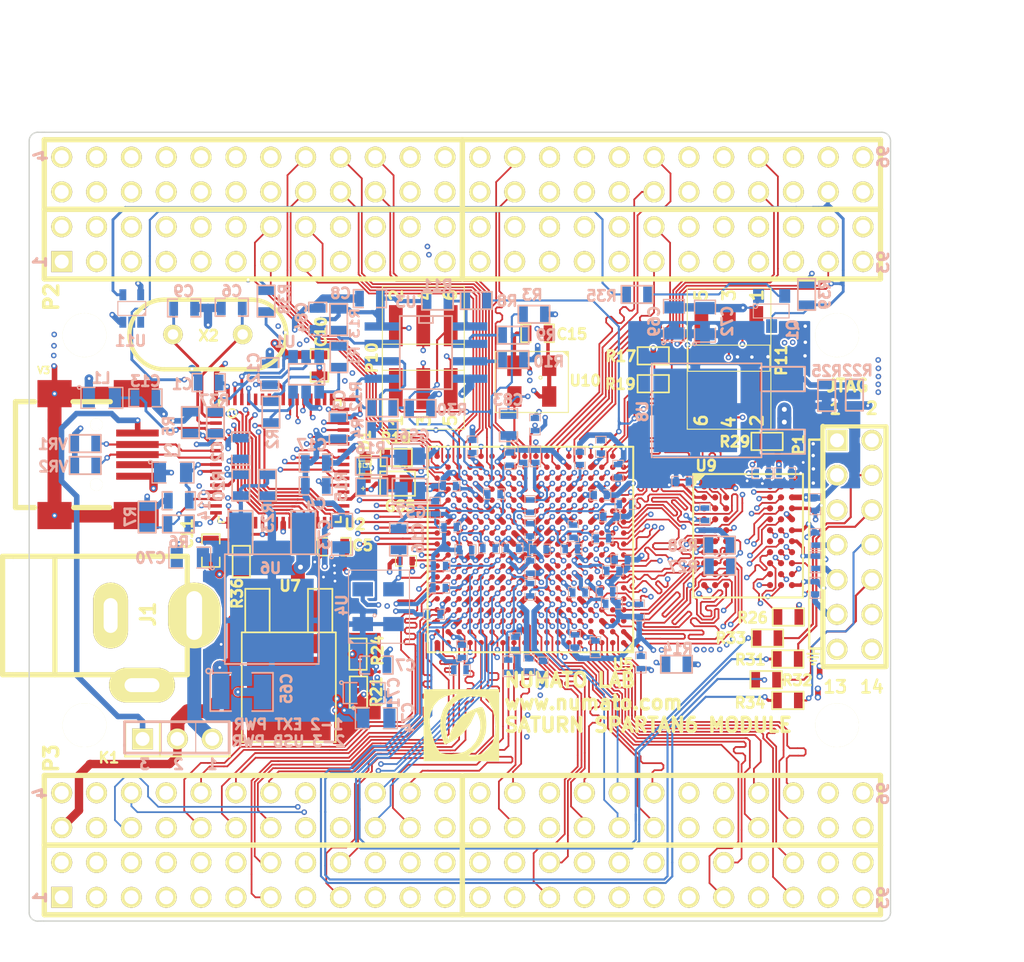
<source format=kicad_pcb>
(kicad_pcb (version 3) (host pcbnew "(2013-07-07 BZR 4022)-stable")
  (layers (15 TOP signal) (4 GND power) (3 SIGNAL1 signal) (2 SIGNAL2 signal) (1 PWR power) (0 BOTTOM signal) (18 B.Paste user) (19 F.Paste user) (20 B.SilkS user) (21 F.SilkS user) (22 B.Mask user) (23 F.Mask user) (28 Edge.Cuts user))
  (net 0 "")
  (net 1 /FTDI2232H/DM)
  (net 2 /FTDI2232H/DP)
  (net 3 /FTDI2232H/EEDATA)
  (net 4 /FTDI2232H/FTDI-AC0)
  (net 5 /FTDI2232H/FTDI-AC1)
  (net 6 /FTDI2232H/FTDI-AC2)
  (net 7 /FTDI2232H/FTDI-AC3)
  (net 8 /FTDI2232H/FTDI-AC4)
  (net 9 /FTDI2232H/FTDI-AC5)
  (net 10 /FTDI2232H/FTDI-AC6)
  (net 11 /FTDI2232H/FTDI-AC7)
  (net 12 /FTDI2232H/PROGB)
  (net 13 /FTDI2232H/TCK)
  (net 14 /FTDI2232H/TCK/SCK)
  (net 15 /FTDI2232H/TDI)
  (net 16 /FTDI2232H/TDI/SDO)
  (net 17 /FTDI2232H/TDO)
  (net 18 /FTDI2232H/TDO/SDI)
  (net 19 /FTDI2232H/TMS)
  (net 20 /FTDI2232H/TMS/CS)
  (net 21 /FTDI2232H/U1-CS)
  (net 22 /FTDI2232H/U1-D0)
  (net 23 /FTDI2232H/U1-D1)
  (net 24 /FTDI2232H/U1-D2)
  (net 25 /FTDI2232H/U1-D3)
  (net 26 /FTDI2232H/U1-D4)
  (net 27 /FTDI2232H/U1-D5)
  (net 28 /FTDI2232H/U1-D6)
  (net 29 /FTDI2232H/U1-D7)
  (net 30 /FTDI2232H/U1-RD#)
  (net 31 /FTDI2232H/U1-RXF#)
  (net 32 /FTDI2232H/U1-SCK)
  (net 33 /FTDI2232H/U1-SDI)
  (net 34 /FTDI2232H/U1-SDO)
  (net 35 /FTDI2232H/U1-SIWUB)
  (net 36 /FTDI2232H/U1-TXE#)
  (net 37 /FTDI2232H/U1-WR#)
  (net 38 /FTDI2232H/VCC1V8)
  (net 39 /FTDI2232H/VPHY)
  (net 40 /FTDI2232H/VPLL)
  (net 41 /FTDI2232H/~RESET)
  (net 42 /GPIOS/GPIO-N1)
  (net 43 /GPIOS/GPIO-N10)
  (net 44 /GPIOS/GPIO-N11)
  (net 45 /GPIOS/GPIO-N12)
  (net 46 /GPIOS/GPIO-N13)
  (net 47 /GPIOS/GPIO-N2)
  (net 48 /GPIOS/GPIO-N20)
  (net 49 /GPIOS/GPIO-N21)
  (net 50 /GPIOS/GPIO-N22)
  (net 51 /GPIOS/GPIO-N23)
  (net 52 /GPIOS/GPIO-N24)
  (net 53 /GPIOS/GPIO-N25)
  (net 54 /GPIOS/GPIO-N26)
  (net 55 /GPIOS/GPIO-N27)
  (net 56 /GPIOS/GPIO-N28)
  (net 57 /GPIOS/GPIO-N29)
  (net 58 /GPIOS/GPIO-N3)
  (net 59 /GPIOS/GPIO-N30)
  (net 60 /GPIOS/GPIO-N31)
  (net 61 /GPIOS/GPIO-N32)
  (net 62 /GPIOS/GPIO-N33)
  (net 63 /GPIOS/GPIO-N34)
  (net 64 /GPIOS/GPIO-N35)
  (net 65 /GPIOS/GPIO-N36)
  (net 66 /GPIOS/GPIO-N37)
  (net 67 /GPIOS/GPIO-N38)
  (net 68 /GPIOS/GPIO-N39)
  (net 69 /GPIOS/GPIO-N4)
  (net 70 /GPIOS/GPIO-N40)
  (net 71 /GPIOS/GPIO-N41)
  (net 72 /GPIOS/GPIO-N42)
  (net 73 /GPIOS/GPIO-N43)
  (net 74 /GPIOS/GPIO-N44)
  (net 75 /GPIOS/GPIO-N45)
  (net 76 /GPIOS/GPIO-N46)
  (net 77 /GPIOS/GPIO-N47)
  (net 78 /GPIOS/GPIO-N48)
  (net 79 /GPIOS/GPIO-N49)
  (net 80 /GPIOS/GPIO-N50)
  (net 81 /GPIOS/GPIO-N51)
  (net 82 /GPIOS/GPIO-N52)
  (net 83 /GPIOS/GPIO-N53)
  (net 84 /GPIOS/GPIO-N54)
  (net 85 /GPIOS/GPIO-N55)
  (net 86 /GPIOS/GPIO-N56)
  (net 87 /GPIOS/GPIO-N57)
  (net 88 /GPIOS/GPIO-N58)
  (net 89 /GPIOS/GPIO-N59)
  (net 90 /GPIOS/GPIO-N6)
  (net 91 /GPIOS/GPIO-N60)
  (net 92 /GPIOS/GPIO-N61)
  (net 93 /GPIOS/GPIO-N62)
  (net 94 /GPIOS/GPIO-N63)
  (net 95 /GPIOS/GPIO-N64)
  (net 96 /GPIOS/GPIO-N65)
  (net 97 /GPIOS/GPIO-N66)
  (net 98 /GPIOS/GPIO-N67)
  (net 99 /GPIOS/GPIO-N68)
  (net 100 /GPIOS/GPIO-N69)
  (net 101 /GPIOS/GPIO-N7)
  (net 102 /GPIOS/GPIO-N70)
  (net 103 /GPIOS/GPIO-N71)
  (net 104 /GPIOS/GPIO-N72)
  (net 105 /GPIOS/GPIO-N73)
  (net 106 /GPIOS/GPIO-N74)
  (net 107 /GPIOS/GPIO-N75)
  (net 108 /GPIOS/GPIO-N76)
  (net 109 /GPIOS/GPIO-N77)
  (net 110 /GPIOS/GPIO-N78)
  (net 111 /GPIOS/GPIO-N79)
  (net 112 /GPIOS/GPIO-N8)
  (net 113 /GPIOS/GPIO-N80)
  (net 114 /GPIOS/GPIO-N81)
  (net 115 /GPIOS/GPIO-N82)
  (net 116 /GPIOS/GPIO-N9)
  (net 117 /GPIOS/GPIO-P1)
  (net 118 /GPIOS/GPIO-P10)
  (net 119 /GPIOS/GPIO-P11)
  (net 120 /GPIOS/GPIO-P12)
  (net 121 /GPIOS/GPIO-P13)
  (net 122 /GPIOS/GPIO-P2)
  (net 123 /GPIOS/GPIO-P20)
  (net 124 /GPIOS/GPIO-P21)
  (net 125 /GPIOS/GPIO-P22)
  (net 126 /GPIOS/GPIO-P23)
  (net 127 /GPIOS/GPIO-P24)
  (net 128 /GPIOS/GPIO-P25)
  (net 129 /GPIOS/GPIO-P26)
  (net 130 /GPIOS/GPIO-P27)
  (net 131 /GPIOS/GPIO-P28)
  (net 132 /GPIOS/GPIO-P29)
  (net 133 /GPIOS/GPIO-P3)
  (net 134 /GPIOS/GPIO-P30)
  (net 135 /GPIOS/GPIO-P31)
  (net 136 /GPIOS/GPIO-P32)
  (net 137 /GPIOS/GPIO-P33)
  (net 138 /GPIOS/GPIO-P34)
  (net 139 /GPIOS/GPIO-P35)
  (net 140 /GPIOS/GPIO-P36)
  (net 141 /GPIOS/GPIO-P37)
  (net 142 /GPIOS/GPIO-P38)
  (net 143 /GPIOS/GPIO-P39)
  (net 144 /GPIOS/GPIO-P4)
  (net 145 /GPIOS/GPIO-P40)
  (net 146 /GPIOS/GPIO-P41)
  (net 147 /GPIOS/GPIO-P42)
  (net 148 /GPIOS/GPIO-P43)
  (net 149 /GPIOS/GPIO-P44)
  (net 150 /GPIOS/GPIO-P45)
  (net 151 /GPIOS/GPIO-P46)
  (net 152 /GPIOS/GPIO-P47)
  (net 153 /GPIOS/GPIO-P48)
  (net 154 /GPIOS/GPIO-P49)
  (net 155 /GPIOS/GPIO-P50)
  (net 156 /GPIOS/GPIO-P51)
  (net 157 /GPIOS/GPIO-P52)
  (net 158 /GPIOS/GPIO-P53)
  (net 159 /GPIOS/GPIO-P54)
  (net 160 /GPIOS/GPIO-P55)
  (net 161 /GPIOS/GPIO-P56)
  (net 162 /GPIOS/GPIO-P57)
  (net 163 /GPIOS/GPIO-P58)
  (net 164 /GPIOS/GPIO-P59)
  (net 165 /GPIOS/GPIO-P6)
  (net 166 /GPIOS/GPIO-P60)
  (net 167 /GPIOS/GPIO-P61)
  (net 168 /GPIOS/GPIO-P62)
  (net 169 /GPIOS/GPIO-P63)
  (net 170 /GPIOS/GPIO-P64)
  (net 171 /GPIOS/GPIO-P65)
  (net 172 /GPIOS/GPIO-P66)
  (net 173 /GPIOS/GPIO-P67)
  (net 174 /GPIOS/GPIO-P68)
  (net 175 /GPIOS/GPIO-P69)
  (net 176 /GPIOS/GPIO-P7)
  (net 177 /GPIOS/GPIO-P70)
  (net 178 /GPIOS/GPIO-P71)
  (net 179 /GPIOS/GPIO-P72)
  (net 180 /GPIOS/GPIO-P73)
  (net 181 /GPIOS/GPIO-P74)
  (net 182 /GPIOS/GPIO-P75)
  (net 183 /GPIOS/GPIO-P76)
  (net 184 /GPIOS/GPIO-P77)
  (net 185 /GPIOS/GPIO-P78)
  (net 186 /GPIOS/GPIO-P79)
  (net 187 /GPIOS/GPIO-P8)
  (net 188 /GPIOS/GPIO-P80)
  (net 189 /GPIOS/GPIO-P81)
  (net 190 /GPIOS/GPIO-P82)
  (net 191 /GPIOS/GPIO-P9)
  (net 192 /GPIOS/INITB)
  (net 193 /RAM/DDR-A0)
  (net 194 /RAM/DDR-A1)
  (net 195 /RAM/DDR-A10)
  (net 196 /RAM/DDR-A11)
  (net 197 /RAM/DDR-A12)
  (net 198 /RAM/DDR-A2)
  (net 199 /RAM/DDR-A3)
  (net 200 /RAM/DDR-A4)
  (net 201 /RAM/DDR-A5)
  (net 202 /RAM/DDR-A6)
  (net 203 /RAM/DDR-A7)
  (net 204 /RAM/DDR-A8)
  (net 205 /RAM/DDR-A9)
  (net 206 /RAM/DDR-BA0)
  (net 207 /RAM/DDR-BA1)
  (net 208 /RAM/DDR-CAS)
  (net 209 /RAM/DDR-CKE)
  (net 210 /RAM/DDR-CK_N)
  (net 211 /RAM/DDR-CK_P)
  (net 212 /RAM/DDR-D0)
  (net 213 /RAM/DDR-D1)
  (net 214 /RAM/DDR-D10)
  (net 215 /RAM/DDR-D11)
  (net 216 /RAM/DDR-D12)
  (net 217 /RAM/DDR-D13)
  (net 218 /RAM/DDR-D14)
  (net 219 /RAM/DDR-D15)
  (net 220 /RAM/DDR-D2)
  (net 221 /RAM/DDR-D3)
  (net 222 /RAM/DDR-D4)
  (net 223 /RAM/DDR-D5)
  (net 224 /RAM/DDR-D6)
  (net 225 /RAM/DDR-D7)
  (net 226 /RAM/DDR-D8)
  (net 227 /RAM/DDR-D9)
  (net 228 /RAM/DDR-LDM)
  (net 229 /RAM/DDR-LDQS)
  (net 230 /RAM/DDR-RAS)
  (net 231 /RAM/DDR-UDM)
  (net 232 /RAM/DDR-UDQS)
  (net 233 /RAM/DDR-WE)
  (net 234 /RAM/RZQ)
  (net 235 /SPARTAN6/DONE)
  (net 236 /SPARTAN6/GCLK1)
  (net 237 /SPARTAN6/GCLK2)
  (net 238 /SPARTAN6/HSWAP)
  (net 239 /SPARTAN6/M0)
  (net 240 /SPARTAN6/M1)
  (net 241 /SPARTAN6/SUSPEND)
  (net 242 DDR1V8)
  (net 243 GND)
  (net 244 N-00000100)
  (net 245 N-00000102)
  (net 246 N-00000105)
  (net 247 N-0000029)
  (net 248 N-0000030)
  (net 249 N-0000032)
  (net 250 N-0000033)
  (net 251 N-0000034)
  (net 252 N-0000037)
  (net 253 N-0000045)
  (net 254 N-0000050)
  (net 255 N-0000051)
  (net 256 N-0000052)
  (net 257 N-0000058)
  (net 258 N-0000061)
  (net 259 N-0000062)
  (net 260 N-0000063)
  (net 261 N-0000073)
  (net 262 N-0000074)
  (net 263 N-0000075)
  (net 264 N-0000080)
  (net 265 N-0000084)
  (net 266 N-0000098)
  (net 267 N-0000099)
  (net 268 VBUS)
  (net 269 VCC1V2)
  (net 270 VCC3V3)
  (net 271 VCCIN)
  (module sot323-5 (layer BOTTOM) (at 145.68678 123.02109 180)
    (fp_text reference U11 (at 0.08636 -2.36347 180) (layer B.SilkS) (effects (font (size 0.762 0.762) (thickness 0.1905)) (justify mirror)))
    (fp_text value 74LVC1GU04 hide)
    (pad 1 smd rect (at -0.65024 -1.00076 180) (size 0.50038 0.8001) (layers BOTTOM B.Paste B.Mask))
    (pad 3 smd rect (at 0.65024 -1.00076 180) (size 0.50038 0.8001) (layers BOTTOM B.Paste B.Mask) (net 243 GND))
    (pad 2 smd rect (at 0 -1.00076 180) (size 0.50038 0.8001) (layers BOTTOM B.Paste B.Mask) (net 253 N-0000045))
    (pad 4 smd rect (at 0.65024 1.00076 180) (size 0.50038 0.8001) (layers BOTTOM B.Paste B.Mask) (net 12 /FTDI2232H/PROGB))
    (pad 5 smd rect (at -0.65024 1.00076 180) (size 0.50038 0.8001) (layers BOTTOM B.Paste B.Mask) (net 270 VCC3V3))
  )
  (module pin_array_2mm_3x2_SMD (layer TOP) (at 189.21476 126.64694 180)
    (fp_text reference P11 (at -3.82524 -0.16256 270) (layer F.SilkS) (effects (font (size 0.762 0.762) (thickness 0.1905))))
    (fp_text value CONN_3X2 hide)
    (pad 1 smd rect (at -2 2.3 180) (size 1 3) (layers TOP F.Paste F.Mask) (net 32 /FTDI2232H/U1-SCK))
    (pad 2 smd rect (at -2 -2.3 180) (size 1 3) (layers TOP F.Paste F.Mask) (net 14 /FTDI2232H/TCK/SCK))
    (pad 3 smd rect (at 0 2.3 180) (size 1 3) (layers TOP F.Paste F.Mask) (net 19 /FTDI2232H/TMS))
    (pad 4 smd rect (at 0 -2.3 180) (size 1 3) (layers TOP F.Paste F.Mask) (net 13 /FTDI2232H/TCK))
    (pad 5 smd rect (at 2 2.3 180) (size 1 3) (layers TOP F.Paste F.Mask) (net 20 /FTDI2232H/TMS/CS))
    (pad 6 smd rect (at 2 -2.3 180) (size 1 3) (layers TOP F.Paste F.Mask) (net 21 /FTDI2232H/U1-CS))
  )
  (module SO8E_N (layer BOTTOM) (at 167.132 126.238 270)
    (fp_text reference U3 (at -3.68808 1.45542 540) (layer B.SilkS) (effects (font (size 0.762 0.762) (thickness 0.1905)) (justify mirror)))
    (fp_text value M25P16 hide)
    (pad 8 smd rect (at -1.905 3.22 270) (size 0.59944 2.5) (layers BOTTOM B.Paste B.Mask) (net 270 VCC3V3))
    (pad 1 smd rect (at -1.905 -3.22 270) (size 0.59944 2.5) (layers BOTTOM B.Paste B.Mask) (net 250 N-0000033))
    (pad 7 smd rect (at -0.635 3.22 270) (size 0.59944 2.5) (layers BOTTOM B.Paste B.Mask) (net 247 N-0000029))
    (pad 6 smd rect (at 0.635 3.22 270) (size 0.59944 2.5) (layers BOTTOM B.Paste B.Mask) (net 252 N-0000037))
    (pad 5 smd rect (at 1.905 3.22 270) (size 0.59944 2.5) (layers BOTTOM B.Paste B.Mask) (net 249 N-0000032))
    (pad 2 smd rect (at -0.635 -3.22 270) (size 0.59944 2.5) (layers BOTTOM B.Paste B.Mask) (net 248 N-0000030))
    (pad 3 smd rect (at 0.635 -3.22 270) (size 0.59944 2.5) (layers BOTTOM B.Paste B.Mask) (net 251 N-0000034))
    (pad 4 smd rect (at 1.905 -3.22 270) (size 0.59944 2.5) (layers BOTTOM B.Paste B.Mask) (net 243 GND))
  )
  (module FXO-HC536R (layer TOP) (at 174.84852 128.31826 180)
    (fp_text reference U10 (at -3.89382 0.03556 180) (layer F.SilkS) (effects (font (size 0.762 0.762) (thickness 0.1905))))
    (fp_text value FXO-HC536R hide)
    (pad 4 smd rect (at -1.27 -1.12 180) (size 1.036 1.494) (layers TOP F.Paste F.Mask) (net 270 VCC3V3))
    (pad 3 smd rect (at 1.27 -1.12 180) (size 1.036 1.494) (layers TOP F.Paste F.Mask) (net 236 /SPARTAN6/GCLK1))
    (pad 2 smd rect (at 1.27 1.12 180) (size 1.036 1.494) (layers TOP F.Paste F.Mask) (net 243 GND))
    (pad 1 smd rect (at -1.27 1.12 180) (size 1.036 1.494) (layers TOP F.Paste F.Mask) (net 270 VCC3V3))
  )
  (module QFN64 (layer TOP) (at 156.475 134.15)
    (fp_text reference U2 (at 5.4881 4.6229) (layer F.SilkS) (effects (font (size 0.762 0.762) (thickness 0.1905))))
    (fp_text value FT2232H hide)
    (pad 8 smd rect (at -4.6482 -0.25146) (size 0.85344 0.25146) (layers TOP F.Paste F.Mask) (net 2 /FTDI2232H/DP))
    (pad 9 smd rect (at -4.6482 0.25146) (size 0.85344 0.25146) (layers TOP F.Paste F.Mask) (net 40 /FTDI2232H/VPLL))
    (pad 10 smd rect (at -4.6482 0.75438) (size 0.85344 0.25146) (layers TOP F.Paste F.Mask) (net 243 GND))
    (pad 11 smd rect (at -4.6482 1.2573) (size 0.85344 0.25146) (layers TOP F.Paste F.Mask) (net 243 GND))
    (pad 12 smd rect (at -4.6482 1.76022) (size 0.85344 0.25146) (layers TOP F.Paste F.Mask) (net 38 /FTDI2232H/VCC1V8))
    (pad 13 smd rect (at -4.6482 2.26314) (size 0.85344 0.25146) (layers TOP F.Paste F.Mask) (net 243 GND))
    (pad 14 smd rect (at -4.6482 2.76606) (size 0.85344 0.25146) (layers TOP F.Paste F.Mask) (net 41 /FTDI2232H/~RESET))
    (pad 15 smd rect (at -4.6482 3.26898) (size 0.85344 0.25146) (layers TOP F.Paste F.Mask) (net 243 GND))
    (pad 16 smd rect (at -4.6482 3.77698) (size 0.85344 0.25146) (layers TOP F.Paste F.Mask) (net 14 /FTDI2232H/TCK/SCK))
    (pad 17 smd rect (at -3.7719 4.4958) (size 0.25146 0.85344) (layers TOP F.Paste F.Mask) (net 16 /FTDI2232H/TDI/SDO))
    (pad 18 smd rect (at -3.26898 4.4958) (size 0.25146 0.85344) (layers TOP F.Paste F.Mask) (net 18 /FTDI2232H/TDO/SDI))
    (pad 19 smd rect (at -2.76606 4.4958) (size 0.25146 0.85344) (layers TOP F.Paste F.Mask) (net 20 /FTDI2232H/TMS/CS))
    (pad 20 smd rect (at -2.26314 4.4958) (size 0.25146 0.85344) (layers TOP F.Paste F.Mask) (net 270 VCC3V3))
    (pad 21 smd rect (at -1.76022 4.4958) (size 0.25146 0.85344) (layers TOP F.Paste F.Mask))
    (pad 22 smd rect (at -1.2573 4.4958) (size 0.25146 0.85344) (layers TOP F.Paste F.Mask))
    (pad 23 smd rect (at -0.75438 4.4958) (size 0.25146 0.85344) (layers TOP F.Paste F.Mask))
    (pad 24 smd rect (at -0.25146 4.4958) (size 0.25146 0.85344) (layers TOP F.Paste F.Mask) (net 253 N-0000045))
    (pad 25 smd rect (at 0.25146 4.4958) (size 0.25146 0.85344) (layers TOP F.Paste F.Mask) (net 243 GND))
    (pad 26 smd rect (at 0.75438 4.4958) (size 0.25146 0.85344) (layers TOP F.Paste F.Mask) (net 4 /FTDI2232H/FTDI-AC0))
    (pad 27 smd rect (at 1.2573 4.4958) (size 0.25146 0.85344) (layers TOP F.Paste F.Mask) (net 5 /FTDI2232H/FTDI-AC1))
    (pad 28 smd rect (at 1.76022 4.4958) (size 0.25146 0.85344) (layers TOP F.Paste F.Mask) (net 6 /FTDI2232H/FTDI-AC2))
    (pad 29 smd rect (at 2.26314 4.4958) (size 0.25146 0.85344) (layers TOP F.Paste F.Mask) (net 7 /FTDI2232H/FTDI-AC3))
    (pad 30 smd rect (at 2.76606 4.4958) (size 0.25146 0.85344) (layers TOP F.Paste F.Mask) (net 8 /FTDI2232H/FTDI-AC4))
    (pad 31 smd rect (at 3.26898 4.4958) (size 0.25146 0.85344) (layers TOP F.Paste F.Mask) (net 270 VCC3V3))
    (pad 32 smd rect (at 3.7719 4.4958) (size 0.25146 0.85344) (layers TOP F.Paste F.Mask) (net 9 /FTDI2232H/FTDI-AC5))
    (pad 33 smd rect (at 4.6482 3.7719) (size 0.85344 0.25146) (layers TOP F.Paste F.Mask) (net 10 /FTDI2232H/FTDI-AC6))
    (pad 34 smd rect (at 4.6482 3.26898) (size 0.85344 0.25146) (layers TOP F.Paste F.Mask) (net 11 /FTDI2232H/FTDI-AC7))
    (pad 35 smd rect (at 4.6482 2.76606) (size 0.85344 0.25146) (layers TOP F.Paste F.Mask) (net 243 GND))
    (pad 36 smd rect (at 4.6482 2.26314) (size 0.85344 0.25146) (layers TOP F.Paste F.Mask))
    (pad 37 smd rect (at 4.6482 1.76022) (size 0.85344 0.25146) (layers TOP F.Paste F.Mask) (net 38 /FTDI2232H/VCC1V8))
    (pad 38 smd rect (at 4.6482 1.2573) (size 0.85344 0.25146) (layers TOP F.Paste F.Mask) (net 22 /FTDI2232H/U1-D0))
    (pad 39 smd rect (at 4.6482 0.75438) (size 0.85344 0.25146) (layers TOP F.Paste F.Mask) (net 23 /FTDI2232H/U1-D1))
    (pad 40 smd rect (at 4.6482 0.25146) (size 0.85344 0.25146) (layers TOP F.Paste F.Mask) (net 24 /FTDI2232H/U1-D2))
    (pad 41 smd rect (at 4.6482 -0.25146) (size 0.85344 0.25146) (layers TOP F.Paste F.Mask) (net 25 /FTDI2232H/U1-D3))
    (pad 42 smd rect (at 4.6482 -0.75438) (size 0.85344 0.25146) (layers TOP F.Paste F.Mask) (net 270 VCC3V3))
    (pad 43 smd rect (at 4.6482 -1.2573) (size 0.85344 0.25146) (layers TOP F.Paste F.Mask) (net 26 /FTDI2232H/U1-D4))
    (pad 44 smd rect (at 4.6482 -1.76022) (size 0.85344 0.25146) (layers TOP F.Paste F.Mask) (net 27 /FTDI2232H/U1-D5))
    (pad 45 smd rect (at 4.6482 -2.26314) (size 0.85344 0.25146) (layers TOP F.Paste F.Mask) (net 28 /FTDI2232H/U1-D6))
    (pad 46 smd rect (at 4.6482 -2.76606) (size 0.85344 0.25146) (layers TOP F.Paste F.Mask) (net 29 /FTDI2232H/U1-D7))
    (pad 47 smd rect (at 4.6482 -3.26898) (size 0.85344 0.25146) (layers TOP F.Paste F.Mask) (net 243 GND))
    (pad 48 smd rect (at 4.6482 -3.7719) (size 0.85344 0.25146) (layers TOP F.Paste F.Mask) (net 31 /FTDI2232H/U1-RXF#))
    (pad 49 smd rect (at 3.7719 -4.4958) (size 0.25146 0.85344) (layers TOP F.Paste F.Mask) (net 38 /FTDI2232H/VCC1V8))
    (pad 50 smd rect (at 3.26898 -4.4958) (size 0.25146 0.85344) (layers TOP F.Paste F.Mask) (net 270 VCC3V3))
    (pad 51 smd rect (at 2.76606 -4.4958) (size 0.25146 0.85344) (layers TOP F.Paste F.Mask) (net 243 GND))
    (pad 52 smd rect (at 2.26314 -4.4958) (size 0.25146 0.85344) (layers TOP F.Paste F.Mask) (net 36 /FTDI2232H/U1-TXE#))
    (pad 53 smd rect (at 1.76022 -4.4958) (size 0.25146 0.85344) (layers TOP F.Paste F.Mask) (net 30 /FTDI2232H/U1-RD#))
    (pad 54 smd rect (at 1.2573 -4.4958) (size 0.25146 0.85344) (layers TOP F.Paste F.Mask) (net 37 /FTDI2232H/U1-WR#))
    (pad 55 smd rect (at 0.75438 -4.4958) (size 0.25146 0.85344) (layers TOP F.Paste F.Mask) (net 35 /FTDI2232H/U1-SIWUB))
    (pad 56 smd rect (at 0.25146 -4.4958) (size 0.25146 0.85344) (layers TOP F.Paste F.Mask) (net 270 VCC3V3))
    (pad 57 smd rect (at -0.25146 -4.4958) (size 0.25146 0.85344) (layers TOP F.Paste F.Mask))
    (pad 58 smd rect (at -0.75438 -4.4958) (size 0.25146 0.85344) (layers TOP F.Paste F.Mask))
    (pad 59 smd rect (at -1.2573 -4.4958) (size 0.25146 0.85344) (layers TOP F.Paste F.Mask))
    (pad 60 smd rect (at -1.76022 -4.4958) (size 0.25146 0.85344) (layers TOP F.Paste F.Mask))
    (pad 61 smd rect (at -2.26314 -4.4958) (size 0.25146 0.85344) (layers TOP F.Paste F.Mask) (net 3 /FTDI2232H/EEDATA))
    (pad 62 smd rect (at -2.76606 -4.4958) (size 0.25146 0.85344) (layers TOP F.Paste F.Mask) (net 259 N-0000062))
    (pad 63 smd rect (at -3.26898 -4.4958) (size 0.25146 0.85344) (layers TOP F.Paste F.Mask) (net 255 N-0000051))
    (pad 64 smd rect (at -3.7719 -4.4958) (size 0.25146 0.85344) (layers TOP F.Paste F.Mask) (net 38 /FTDI2232H/VCC1V8))
    (pad 1 smd rect (at -4.6482 -3.7719) (size 0.85344 0.25146) (layers TOP F.Paste F.Mask) (net 243 GND))
    (pad 2 smd rect (at -4.6482 -3.26898) (size 0.85344 0.25146) (layers TOP F.Paste F.Mask) (net 257 N-0000058))
    (pad 3 smd rect (at -4.6482 -2.76606) (size 0.85344 0.25146) (layers TOP F.Paste F.Mask) (net 254 N-0000050))
    (pad 4 smd rect (at -4.6482 -2.26314) (size 0.85344 0.25146) (layers TOP F.Paste F.Mask) (net 39 /FTDI2232H/VPHY))
    (pad 5 smd rect (at -4.6482 -1.76022) (size 0.85344 0.25146) (layers TOP F.Paste F.Mask) (net 243 GND))
    (pad 6 smd rect (at -4.6482 -1.2573) (size 0.85344 0.25146) (layers TOP F.Paste F.Mask) (net 260 N-0000063))
    (pad 7 smd rect (at -4.6482 -0.75438) (size 0.85344 0.25146) (layers TOP F.Paste F.Mask) (net 1 /FTDI2232H/DM))
  )
  (module DPAK2 (layer BOTTOM) (at 155.9 139.425)
    (fp_text reference U6 (at -0.0964 2.5356) (layer B.SilkS) (effects (font (size 0.762 0.762) (thickness 0.1905)) (justify mirror)))
    (fp_text value LM1117 hide)
    (pad 1 smd rect (at -2.286 0) (size 1.651 3.048) (layers BOTTOM B.Paste B.Mask) (net 266 N-0000098))
    (pad 2 smd rect (at 0 6.35) (size 6.096 6.096) (layers BOTTOM B.Paste B.Mask) (net 270 VCC3V3))
    (pad 3 smd rect (at 2.286 0) (size 1.651 3.048) (layers BOTTOM B.Paste B.Mask) (net 271 VCCIN))
  )
  (module JACK_ALIM (layer TOP) (at 144.145 145.415)
    (fp_text reference J1 (at 2.7305 -0.1016 90) (layer F.SilkS) (effects (font (size 1.016 1.016) (thickness 0.254))))
    (fp_text value JACK_2P hide)
    (pad 2 thru_hole oval (at 0 0) (size 2.54 4.8006) (drill oval 1.016 2.54) (layers *.Cu *.Mask F.SilkS) (net 243 GND))
    (pad 1 thru_hole oval (at 6.096 0) (size 3.81 4.8006) (drill oval 1.143 3.556) (layers *.Cu *.Mask F.SilkS) (net 245 N-00000102))
    (pad 3 thru_hole oval (at 2.286 5.08) (size 4.8006 2.54) (drill oval 2.54 1.016) (layers *.Cu *.Mask F.SilkS) (net 243 GND))
  )
  (module USBMICRO (layer TOP) (at 143.1036 133.6802)
    (fp_text reference X1 hide)
    (fp_text value USBMINI hide)
    (pad 0 smd rect (at -3.048 -4.445) (size 2.4892 1.9812) (layers TOP F.Paste F.Mask) (net 243 GND))
    (pad 0 smd rect (at -3.048 4.445) (size 2.4892 1.9812) (layers TOP F.Paste F.Mask) (net 243 GND))
    (pad 0 smd rect (at 2.9083 -4.445) (size 3.2766 1.9812) (layers TOP F.Paste F.Mask) (net 243 GND))
    (pad 0 smd rect (at 2.9083 4.445) (size 3.2766 1.9812) (layers TOP F.Paste F.Mask) (net 243 GND))
    (pad 1 smd rect (at 2.9972 -1.5748) (size 3.0988 0.508) (layers TOP F.Paste F.Mask) (net 268 VBUS))
    (pad 2 smd rect (at 2.9972 -0.7366) (size 3.0988 0.508) (layers TOP F.Paste F.Mask) (net 1 /FTDI2232H/DM))
    (pad 3 smd rect (at 2.9972 0) (size 3.0988 0.508) (layers TOP F.Paste F.Mask) (net 2 /FTDI2232H/DP))
    (pad 4 smd rect (at 2.9972 0.7366) (size 3.0988 0.508) (layers TOP F.Paste F.Mask))
    (pad 5 smd rect (at 2.9972 1.5748) (size 3.0988 0.508) (layers TOP F.Paste F.Mask) (net 243 GND))
    (pad "" np_thru_hole circle (at 0 -2.1844) (size 0.9144 0.9144) (drill 0.9144) (layers *.Cu *.Mask F.SilkS))
    (pad "" np_thru_hole circle (at 0 2.1844) (size 0.9144 0.9144) (drill 0.9144) (layers *.Cu *.Mask F.SilkS))
  )
  (module SM1210 (layer BOTTOM) (at 153.6954 150.9903)
    (fp_text reference C65 (at 3.2766 -0.2413 90) (layer B.SilkS) (effects (font (size 0.762 0.762) (thickness 0.1905)) (justify mirror)))
    (fp_text value 47uF hide)
    (pad 1 smd rect (at -1.524 0) (size 1.27 2.54) (layers BOTTOM B.Paste B.Mask) (net 271 VCCIN))
    (pad 2 smd rect (at 1.524 0) (size 1.27 2.54) (layers BOTTOM B.Paste B.Mask) (net 243 GND))
  )
  (module SM0805 (layer BOTTOM) (at 143.51 129.54)
    (fp_text reference L1 (at -0.0508 -1.44272) (layer B.SilkS) (effects (font (size 0.762 0.762) (thickness 0.1905)) (justify mirror)))
    (fp_text value INDUCTOR hide)
    (pad 1 smd rect (at -0.9525 0) (size 0.889 1.397) (layers BOTTOM B.Paste B.Mask) (net 270 VCC3V3))
    (pad 2 smd rect (at 0.9525 0) (size 0.889 1.397) (layers BOTTOM B.Paste B.Mask) (net 39 /FTDI2232H/VPHY))
  )
  (module SM0805 (layer BOTTOM) (at 148.69414 134.98576)
    (fp_text reference L2 (at -0.0508 -1.59766) (layer B.SilkS) (effects (font (size 0.762 0.762) (thickness 0.1905)) (justify mirror)))
    (fp_text value INDUCTOR hide)
    (pad 1 smd rect (at -0.9525 0) (size 0.889 1.397) (layers BOTTOM B.Paste B.Mask) (net 270 VCC3V3))
    (pad 2 smd rect (at 0.9525 0) (size 0.889 1.397) (layers BOTTOM B.Paste B.Mask) (net 40 /FTDI2232H/VPLL))
  )
  (module SM0603_Capa (layer BOTTOM) (at 149.504 122.977 180)
    (fp_text reference C9 (at 0.03008 1.21702 180) (layer B.SilkS) (effects (font (size 0.762 0.762) (thickness 0.1905)) (justify mirror)))
    (fp_text value 22pF hide)
    (pad 1 smd rect (at -0.762 0 180) (size 0.635 1.143) (layers BOTTOM B.Paste B.Mask) (net 243 GND))
    (pad 2 smd rect (at 0.762 0 180) (size 0.635 1.143) (layers BOTTOM B.Paste B.Mask) (net 254 N-0000050))
  )
  (module SM0603_Capa (layer BOTTOM) (at 152.979 122.931)
    (fp_text reference C6 (at 0.00012 -1.17864) (layer B.SilkS) (effects (font (size 0.762 0.762) (thickness 0.1905)) (justify mirror)))
    (fp_text value 22pF hide)
    (pad 1 smd rect (at -0.762 0) (size 0.635 1.143) (layers BOTTOM B.Paste B.Mask) (net 243 GND))
    (pad 2 smd rect (at 0.762 0) (size 0.635 1.143) (layers BOTTOM B.Paste B.Mask) (net 257 N-0000058))
  )
  (module SM0603_Capa (layer TOP) (at 175.26762 124.8283 180)
    (fp_text reference C15 (at -2.50444 -0.06858 180) (layer F.SilkS) (effects (font (size 0.762 0.762) (thickness 0.1905))))
    (fp_text value 0.1uF hide)
    (pad 1 smd rect (at -0.762 0 180) (size 0.635 1.143) (layers TOP F.Paste F.Mask) (net 270 VCC3V3))
    (pad 2 smd rect (at 0.762 0 180) (size 0.635 1.143) (layers TOP F.Paste F.Mask) (net 243 GND))
  )
  (module SM0603_Capa (layer BOTTOM) (at 155.7528 127.82042 270)
    (fp_text reference C12 (at -0.48006 1.17348 270) (layer B.SilkS) (effects (font (size 0.762 0.762) (thickness 0.1905)) (justify mirror)))
    (fp_text value 0.1uF hide)
    (pad 1 smd rect (at -0.762 0 270) (size 0.635 1.143) (layers BOTTOM B.Paste B.Mask) (net 243 GND))
    (pad 2 smd rect (at 0.762 0 270) (size 0.635 1.143) (layers BOTTOM B.Paste B.Mask) (net 270 VCC3V3))
  )
  (module SM0603_Capa (layer TOP) (at 160.44672 140.3985)
    (fp_text reference C5 (at 2.06502 -0.09398) (layer F.SilkS) (effects (font (size 0.762 0.762) (thickness 0.1905))))
    (fp_text value 0.1uF hide)
    (pad 1 smd rect (at -0.762 0) (size 0.635 1.143) (layers TOP F.Paste F.Mask) (net 270 VCC3V3))
    (pad 2 smd rect (at 0.762 0) (size 0.635 1.143) (layers TOP F.Paste F.Mask) (net 243 GND))
  )
  (module SM0603_Capa (layer TOP) (at 151.45004 140.67536 270)
    (fp_text reference C11 (at -1.22936 1.71704 270) (layer F.SilkS) (effects (font (size 0.762 0.762) (thickness 0.1905))))
    (fp_text value 0.1uF hide)
    (pad 1 smd rect (at -0.762 0 270) (size 0.635 1.143) (layers TOP F.Paste F.Mask) (net 270 VCC3V3))
    (pad 2 smd rect (at 0.762 0 270) (size 0.635 1.143) (layers TOP F.Paste F.Mask) (net 243 GND))
  )
  (module SM0603_Capa (layer TOP) (at 159.36976 127.17018 90)
    (fp_text reference C10 (at 2.44348 0.11684 90) (layer F.SilkS) (effects (font (size 0.762 0.762) (thickness 0.1905))))
    (fp_text value 0.1uF hide)
    (pad 1 smd rect (at -0.762 0 90) (size 0.635 1.143) (layers TOP F.Paste F.Mask) (net 270 VCC3V3))
    (pad 2 smd rect (at 0.762 0 90) (size 0.635 1.143) (layers TOP F.Paste F.Mask) (net 243 GND))
  )
  (module SM0603_Capa (layer BOTTOM) (at 151.293 128.427 180)
    (fp_text reference C1 (at 1.92322 -0.1224 180) (layer B.SilkS) (effects (font (size 0.762 0.762) (thickness 0.1905)) (justify mirror)))
    (fp_text value 0.1uF hide)
    (pad 1 smd rect (at -0.762 0 180) (size 0.635 1.143) (layers BOTTOM B.Paste B.Mask) (net 38 /FTDI2232H/VCC1V8))
    (pad 2 smd rect (at 0.762 0 180) (size 0.635 1.143) (layers BOTTOM B.Paste B.Mask) (net 243 GND))
  )
  (module SM0603_Capa (layer BOTTOM) (at 159.106 135.966 180)
    (fp_text reference C4 (at 0.0004 -1.3083 180) (layer B.SilkS) (effects (font (size 0.762 0.762) (thickness 0.1905)) (justify mirror)))
    (fp_text value 0.1uF hide)
    (pad 1 smd rect (at -0.762 0 180) (size 0.635 1.143) (layers BOTTOM B.Paste B.Mask) (net 38 /FTDI2232H/VCC1V8))
    (pad 2 smd rect (at 0.762 0 180) (size 0.635 1.143) (layers BOTTOM B.Paste B.Mask) (net 243 GND))
  )
  (module SM0603_Capa (layer BOTTOM) (at 160.736 131.757 270)
    (fp_text reference C3 (at -2.07222 -0.10696 270) (layer B.SilkS) (effects (font (size 0.762 0.762) (thickness 0.1905)) (justify mirror)))
    (fp_text value 0.1uF hide)
    (pad 1 smd rect (at -0.762 0 270) (size 0.635 1.143) (layers BOTTOM B.Paste B.Mask) (net 38 /FTDI2232H/VCC1V8))
    (pad 2 smd rect (at 0.762 0 270) (size 0.635 1.143) (layers BOTTOM B.Paste B.Mask) (net 243 GND))
  )
  (module SM0603_Capa (layer BOTTOM) (at 153.627 133.236 90)
    (fp_text reference C2 (at -0.241 -1.6715 90) (layer B.SilkS) (effects (font (size 0.762 0.762) (thickness 0.1905)) (justify mirror)))
    (fp_text value 0.1uF hide)
    (pad 1 smd rect (at -0.762 0 90) (size 0.635 1.143) (layers BOTTOM B.Paste B.Mask) (net 38 /FTDI2232H/VCC1V8))
    (pad 2 smd rect (at 0.762 0 90) (size 0.635 1.143) (layers BOTTOM B.Paste B.Mask) (net 243 GND))
  )
  (module SM0603_Capa (layer BOTTOM) (at 163.5252 149.03196)
    (fp_text reference C7 (at 2.13106 0.02794) (layer B.SilkS) (effects (font (size 0.762 0.762) (thickness 0.1905)) (justify mirror)))
    (fp_text value 0.1uF hide)
    (pad 1 smd rect (at -0.762 0) (size 0.635 1.143) (layers BOTTOM B.Paste B.Mask) (net 270 VCC3V3))
    (pad 2 smd rect (at 0.762 0) (size 0.635 1.143) (layers BOTTOM B.Paste B.Mask) (net 243 GND))
  )
  (module SM0603_Capa (layer BOTTOM) (at 163.05022 122.301 180)
    (fp_text reference C8 (at 2.14122 0.381 180) (layer B.SilkS) (effects (font (size 0.762 0.762) (thickness 0.1905)) (justify mirror)))
    (fp_text value 0.1uF hide)
    (pad 1 smd rect (at -0.762 0 180) (size 0.635 1.143) (layers BOTTOM B.Paste B.Mask) (net 270 VCC3V3))
    (pad 2 smd rect (at 0.762 0 180) (size 0.635 1.143) (layers BOTTOM B.Paste B.Mask) (net 243 GND))
  )
  (module SM0603_Capa (layer BOTTOM) (at 149.11578 137.0457 180)
    (fp_text reference C14 (at -1.87198 -0.32258 270) (layer B.SilkS) (effects (font (size 0.762 0.762) (thickness 0.1905)) (justify mirror)))
    (fp_text value 0.1uF hide)
    (pad 1 smd rect (at -0.762 0 180) (size 0.635 1.143) (layers BOTTOM B.Paste B.Mask) (net 40 /FTDI2232H/VPLL))
    (pad 2 smd rect (at 0.762 0 180) (size 0.635 1.143) (layers BOTTOM B.Paste B.Mask) (net 243 GND))
  )
  (module SM0603_Capa (layer BOTTOM) (at 146.685 129.54)
    (fp_text reference C13 (at 0 -1.2192) (layer B.SilkS) (effects (font (size 0.762 0.762) (thickness 0.1905)) (justify mirror)))
    (fp_text value 0.1uF hide)
    (pad 1 smd rect (at -0.762 0) (size 0.635 1.143) (layers BOTTOM B.Paste B.Mask) (net 39 /FTDI2232H/VPHY))
    (pad 2 smd rect (at 0.762 0) (size 0.635 1.143) (layers BOTTOM B.Paste B.Mask) (net 243 GND))
  )
  (module SM0603 (layer TOP) (at 164.965 133.891 180)
    (fp_text reference R18 (at 0.0301 1.39444 180) (layer F.SilkS) (effects (font (size 0.762 0.762) (thickness 0.1905))))
    (fp_text value 1K hide)
    (pad 1 smd rect (at -0.762 0 180) (size 0.635 1.143) (layers TOP F.Paste F.Mask) (net 235 /SPARTAN6/DONE))
    (pad 2 smd rect (at 0.762 0 180) (size 0.635 1.143) (layers TOP F.Paste F.Mask) (net 265 N-0000084))
  )
  (module SM0603 (layer TOP) (at 183.70296 126.47422 180)
    (fp_text reference R17 (at 2.36474 -0.03302 180) (layer F.SilkS) (effects (font (size 0.762 0.762) (thickness 0.1905))))
    (fp_text value 4.7K hide)
    (pad 1 smd rect (at -0.762 0 180) (size 0.635 1.143) (layers TOP F.Paste F.Mask) (net 192 /GPIOS/INITB))
    (pad 2 smd rect (at 0.762 0 180) (size 0.635 1.143) (layers TOP F.Paste F.Mask) (net 270 VCC3V3))
  )
  (module SM0603 (layer TOP) (at 183.70296 128.50876 180)
    (fp_text reference R19 (at 2.4003 -0.03302 180) (layer F.SilkS) (effects (font (size 0.762 0.762) (thickness 0.1905))))
    (fp_text value 4.7K hide)
    (pad 1 smd rect (at -0.762 0 180) (size 0.635 1.143) (layers TOP F.Paste F.Mask) (net 12 /FTDI2232H/PROGB))
    (pad 2 smd rect (at 0.762 0 180) (size 0.635 1.143) (layers TOP F.Paste F.Mask) (net 270 VCC3V3))
  )
  (module SM0603 (layer BOTTOM) (at 163.187 136.04)
    (fp_text reference R15 (at -2.22466 -0.023 90) (layer B.SilkS) (effects (font (size 0.762 0.762) (thickness 0.1905)) (justify mirror)))
    (fp_text value 10K hide)
    (pad 1 smd rect (at -0.762 0) (size 0.635 1.143) (layers BOTTOM B.Paste B.Mask) (net 270 VCC3V3))
    (pad 2 smd rect (at 0.762 0) (size 0.635 1.143) (layers BOTTOM B.Paste B.Mask) (net 240 /SPARTAN6/M1))
  )
  (module SM0603 (layer BOTTOM) (at 163.154 134.529)
    (fp_text reference R16 (at -0.05806 -1.32124) (layer B.SilkS) (effects (font (size 0.762 0.762) (thickness 0.1905)) (justify mirror)))
    (fp_text value 10K hide)
    (pad 1 smd rect (at -0.762 0) (size 0.635 1.143) (layers BOTTOM B.Paste B.Mask) (net 270 VCC3V3))
    (pad 2 smd rect (at 0.762 0) (size 0.635 1.143) (layers BOTTOM B.Paste B.Mask) (net 239 /SPARTAN6/M0))
  )
  (module SM0603 (layer BOTTOM) (at 142.293 132.875 180)
    (fp_text reference VR1 (at 2.3644 -0.04828 180) (layer B.SilkS) (effects (font (size 0.762 0.762) (thickness 0.1905)) (justify mirror)))
    (fp_text value VR hide)
    (pad 1 smd rect (at -0.762 0 180) (size 0.635 1.143) (layers BOTTOM B.Paste B.Mask) (net 1 /FTDI2232H/DM))
    (pad 2 smd rect (at 0.762 0 180) (size 0.635 1.143) (layers BOTTOM B.Paste B.Mask) (net 243 GND))
  )
  (module SM0603 (layer BOTTOM) (at 185.3946 148.971 180)
    (fp_text reference R14 (at -0.08636 1.1303 180) (layer B.SilkS) (effects (font (size 0.762 0.762) (thickness 0.1905)) (justify mirror)))
    (fp_text value 4.7K hide)
    (pad 1 smd rect (at -0.762 0 180) (size 0.635 1.143) (layers BOTTOM B.Paste B.Mask) (net 270 VCC3V3))
    (pad 2 smd rect (at 0.762 0 180) (size 0.635 1.143) (layers BOTTOM B.Paste B.Mask) (net 238 /SPARTAN6/HSWAP))
  )
  (module SM0603 (layer TOP) (at 162.179 148.2344 270)
    (fp_text reference R24 (at -0.26924 -1.43256 270) (layer F.SilkS) (effects (font (size 0.762 0.762) (thickness 0.1905))))
    (fp_text value 220R hide)
    (pad 1 smd rect (at -0.762 0 270) (size 0.635 1.143) (layers TOP F.Paste F.Mask) (net 269 VCC1V2))
    (pad 2 smd rect (at 0.762 0 270) (size 0.635 1.143) (layers TOP F.Paste F.Mask) (net 267 N-0000099))
  )
  (module SM0603 (layer TOP) (at 162.21456 151.003 90)
    (fp_text reference R21 (at 0.01524 1.3081 90) (layer F.SilkS) (effects (font (size 0.762 0.762) (thickness 0.1905))))
    (fp_text value 0R hide)
    (pad 1 smd rect (at -0.762 0 90) (size 0.635 1.143) (layers TOP F.Paste F.Mask) (net 243 GND))
    (pad 2 smd rect (at 0.762 0 90) (size 0.635 1.143) (layers TOP F.Paste F.Mask) (net 267 N-0000099))
  )
  (module SM0603 (layer BOTTOM) (at 196.34454 129.36728 90)
    (fp_text reference R25 (at 1.778 0 180) (layer B.SilkS) (effects (font (size 0.762 0.762) (thickness 0.1905)) (justify mirror)))
    (fp_text value 220R hide)
    (pad 1 smd rect (at -0.762 0 90) (size 0.635 1.143) (layers BOTTOM B.Paste B.Mask) (net 242 DDR1V8))
    (pad 2 smd rect (at 0.762 0 90) (size 0.635 1.143) (layers BOTTOM B.Paste B.Mask) (net 244 N-00000100))
  )
  (module SM0603 (layer BOTTOM) (at 198.37146 129.33172 90)
    (fp_text reference R22 (at 1.78308 0.21336 180) (layer B.SilkS) (effects (font (size 0.762 0.762) (thickness 0.1905)) (justify mirror)))
    (fp_text value 100R hide)
    (pad 1 smd rect (at -0.762 0 90) (size 0.635 1.143) (layers BOTTOM B.Paste B.Mask) (net 243 GND))
    (pad 2 smd rect (at 0.762 0 90) (size 0.635 1.143) (layers BOTTOM B.Paste B.Mask) (net 244 N-00000100))
  )
  (module SM0603 (layer BOTTOM) (at 155.57754 135.91794 90)
    (fp_text reference R23 (at -2.36982 0.04318 90) (layer B.SilkS) (effects (font (size 0.762 0.762) (thickness 0.1905)) (justify mirror)))
    (fp_text value 220R hide)
    (pad 1 smd rect (at -0.762 0 90) (size 0.635 1.143) (layers BOTTOM B.Paste B.Mask) (net 270 VCC3V3))
    (pad 2 smd rect (at 0.762 0 90) (size 0.635 1.143) (layers BOTTOM B.Paste B.Mask) (net 266 N-0000098))
  )
  (module SM0603 (layer BOTTOM) (at 153.637 135.91 270)
    (fp_text reference R20 (at 0.03842 1.59514 270) (layer B.SilkS) (effects (font (size 0.762 0.762) (thickness 0.1905)) (justify mirror)))
    (fp_text value 330R hide)
    (pad 1 smd rect (at -0.762 0 270) (size 0.635 1.143) (layers BOTTOM B.Paste B.Mask) (net 243 GND))
    (pad 2 smd rect (at 0.762 0 270) (size 0.635 1.143) (layers BOTTOM B.Paste B.Mask) (net 266 N-0000098))
  )
  (module SM0603 (layer BOTTOM) (at 188.559 141.823)
    (fp_text reference R27 (at -2.6945 0.036) (layer B.SilkS) (effects (font (size 0.762 0.762) (thickness 0.1905)) (justify mirror)))
    (fp_text value 100R hide)
    (pad 1 smd rect (at -0.762 0) (size 0.635 1.143) (layers BOTTOM B.Paste B.Mask) (net 211 /RAM/DDR-CK_P))
    (pad 2 smd rect (at 0.762 0) (size 0.635 1.143) (layers BOTTOM B.Paste B.Mask) (net 210 /RAM/DDR-CK_N))
  )
  (module SM0603 (layer TOP) (at 193.55562 145.52676 180)
    (fp_text reference R26 (at 2.6162 -0.05842 180) (layer F.SilkS) (effects (font (size 0.762 0.762) (thickness 0.1905))))
    (fp_text value 100R hide)
    (pad 1 smd rect (at -0.762 0 180) (size 0.635 1.143) (layers TOP F.Paste F.Mask) (net 243 GND))
    (pad 2 smd rect (at 0.762 0 180) (size 0.635 1.143) (layers TOP F.Paste F.Mask) (net 246 N-00000105))
  )
  (module SM0603 (layer BOTTOM) (at 188.526 140.282)
    (fp_text reference R28 (at -2.6615 0.053) (layer B.SilkS) (effects (font (size 0.762 0.762) (thickness 0.1905)) (justify mirror)))
    (fp_text value 4.7K hide)
    (pad 1 smd rect (at -0.762 0) (size 0.635 1.143) (layers BOTTOM B.Paste B.Mask) (net 209 /RAM/DDR-CKE))
    (pad 2 smd rect (at 0.762 0) (size 0.635 1.143) (layers BOTTOM B.Paste B.Mask) (net 243 GND))
  )
  (module SM0603 (layer BOTTOM) (at 173.482 126.746)
    (fp_text reference R10 (at 2.60562 0.14774) (layer B.SilkS) (effects (font (size 0.762 0.762) (thickness 0.1905)) (justify mirror)))
    (fp_text value 10K hide)
    (pad 1 smd rect (at -0.762 0) (size 0.635 1.143) (layers BOTTOM B.Paste B.Mask) (net 251 N-0000034))
    (pad 2 smd rect (at 0.762 0) (size 0.635 1.143) (layers BOTTOM B.Paste B.Mask) (net 270 VCC3V3))
  )
  (module SM0603 (layer BOTTOM) (at 146.80692 138.23442 270)
    (fp_text reference R7 (at -0.0381 1.2192 270) (layer B.SilkS) (effects (font (size 0.762 0.762) (thickness 0.1905)) (justify mirror)))
    (fp_text value 10K hide)
    (pad 1 smd rect (at -0.762 0 270) (size 0.635 1.143) (layers BOTTOM B.Paste B.Mask) (net 243 GND))
    (pad 2 smd rect (at 0.762 0 270) (size 0.635 1.143) (layers BOTTOM B.Paste B.Mask) (net 41 /FTDI2232H/~RESET))
  )
  (module SM0603 (layer BOTTOM) (at 149.0853 138.73734 180)
    (fp_text reference R6 (at -0.03048 -1.32588 180) (layer B.SilkS) (effects (font (size 0.762 0.762) (thickness 0.1905)) (justify mirror)))
    (fp_text value 4K7 hide)
    (pad 1 smd rect (at -0.762 0 180) (size 0.635 1.143) (layers BOTTOM B.Paste B.Mask) (net 270 VCC3V3))
    (pad 2 smd rect (at 0.762 0 180) (size 0.635 1.143) (layers BOTTOM B.Paste B.Mask) (net 41 /FTDI2232H/~RESET))
  )
  (module SM0603 (layer BOTTOM) (at 149.9616 131.3434 90)
    (fp_text reference R5 (at -0.254 -1.57734 90) (layer B.SilkS) (effects (font (size 0.762 0.762) (thickness 0.1905)) (justify mirror)))
    (fp_text value 12K hide)
    (pad 1 smd rect (at -0.762 0 90) (size 0.635 1.143) (layers BOTTOM B.Paste B.Mask) (net 260 N-0000063))
    (pad 2 smd rect (at 0.762 0 90) (size 0.635 1.143) (layers BOTTOM B.Paste B.Mask) (net 243 GND))
  )
  (module SM0603 (layer BOTTOM) (at 155.829 130.58394 90)
    (fp_text reference R2 (at -1.95326 0.127 90) (layer B.SilkS) (effects (font (size 0.762 0.762) (thickness 0.1905)) (justify mirror)))
    (fp_text value 2K2 hide)
    (pad 1 smd rect (at -0.762 0 90) (size 0.635 1.143) (layers BOTTOM B.Paste B.Mask) (net 3 /FTDI2232H/EEDATA))
    (pad 2 smd rect (at 0.762 0 90) (size 0.635 1.143) (layers BOTTOM B.Paste B.Mask) (net 256 N-0000052))
  )
  (module SM0603 (layer BOTTOM) (at 160.767 123.838 90)
    (fp_text reference R13 (at -0.26132 1.17324 90) (layer B.SilkS) (effects (font (size 0.635 0.762) (thickness 0.15875)) (justify mirror)))
    (fp_text value 10K hide)
    (pad 1 smd rect (at -0.762 0 90) (size 0.635 1.143) (layers BOTTOM B.Paste B.Mask) (net 247 N-0000029))
    (pad 2 smd rect (at 0.762 0 90) (size 0.635 1.143) (layers BOTTOM B.Paste B.Mask) (net 270 VCC3V3))
  )
  (module SM0603 (layer BOTTOM) (at 167.975 122.484 180)
    (fp_text reference R11 (at 0.01496 1.14312 180) (layer B.SilkS) (effects (font (size 0.762 0.762) (thickness 0.1905)) (justify mirror)))
    (fp_text value 10K hide)
    (pad 1 smd rect (at -0.762 0 180) (size 0.635 1.143) (layers BOTTOM B.Paste B.Mask) (net 250 N-0000033))
    (pad 2 smd rect (at 0.762 0 180) (size 0.635 1.143) (layers BOTTOM B.Paste B.Mask) (net 270 VCC3V3))
  )
  (module SM0603 (layer BOTTOM) (at 170.8 122.438 180)
    (fp_text reference R8 (at -2.2502 -0.0408 180) (layer B.SilkS) (effects (font (size 0.762 0.762) (thickness 0.1905)) (justify mirror)))
    (fp_text value 0R hide)
    (pad 1 smd rect (at -0.762 0 180) (size 0.635 1.143) (layers BOTTOM B.Paste B.Mask) (net 21 /FTDI2232H/U1-CS))
    (pad 2 smd rect (at 0.762 0 180) (size 0.635 1.143) (layers BOTTOM B.Paste B.Mask) (net 250 N-0000033))
  )
  (module SM0603 (layer BOTTOM) (at 173.482 124.968 180)
    (fp_text reference R9 (at -2.413 0 180) (layer B.SilkS) (effects (font (size 0.762 0.762) (thickness 0.1905)) (justify mirror)))
    (fp_text value 0R hide)
    (pad 1 smd rect (at -0.762 0 180) (size 0.635 1.143) (layers BOTTOM B.Paste B.Mask) (net 33 /FTDI2232H/U1-SDI))
    (pad 2 smd rect (at 0.762 0 180) (size 0.635 1.143) (layers BOTTOM B.Paste B.Mask) (net 248 N-0000030))
  )
  (module SM0603 (layer BOTTOM) (at 163.94938 130.27406)
    (fp_text reference R12 (at -1.90627 -0.84074 90) (layer B.SilkS) (effects (font (size 0.762 0.762) (thickness 0.1905)) (justify mirror)))
    (fp_text value 0R hide)
    (pad 1 smd rect (at -0.762 0) (size 0.635 1.143) (layers BOTTOM B.Paste B.Mask) (net 249 N-0000032))
    (pad 2 smd rect (at 0.762 0) (size 0.635 1.143) (layers BOTTOM B.Paste B.Mask) (net 34 /FTDI2232H/U1-SDO))
  )
  (module SM0603 (layer BOTTOM) (at 160.787 126.543 90)
    (fp_text reference R1 (at 0.02814 1.16848 90) (layer B.SilkS) (effects (font (size 0.635 0.762) (thickness 0.15875)) (justify mirror)))
    (fp_text value 10K hide)
    (pad 1 smd rect (at -0.762 0 90) (size 0.635 1.143) (layers BOTTOM B.Paste B.Mask) (net 256 N-0000052))
    (pad 2 smd rect (at 0.762 0 90) (size 0.635 1.143) (layers BOTTOM B.Paste B.Mask) (net 270 VCC3V3))
  )
  (module SM0603 (layer BOTTOM) (at 142.296 134.473 180)
    (fp_text reference VR2 (at 2.33184 -0.08604 180) (layer B.SilkS) (effects (font (size 0.762 0.762) (thickness 0.1905)) (justify mirror)))
    (fp_text value VR hide)
    (pad 1 smd rect (at -0.762 0 180) (size 0.635 1.143) (layers BOTTOM B.Paste B.Mask) (net 2 /FTDI2232H/DP))
    (pad 2 smd rect (at 0.762 0 180) (size 0.635 1.143) (layers BOTTOM B.Paste B.Mask) (net 243 GND))
  )
  (module SM0402_c (layer BOTTOM) (at 173.441 140.503)
    (fp_text reference C32 hide)
    (fp_text value 0.01uF hide)
    (pad 1 smd rect (at -0.44958 0) (size 0.39878 0.59944) (layers BOTTOM B.Paste B.Mask) (net 269 VCC1V2))
    (pad 2 smd rect (at 0.44958 0) (size 0.39878 0.59944) (layers BOTTOM B.Paste B.Mask) (net 243 GND))
  )
  (module SM0402_c (layer BOTTOM) (at 175.4378 140.589 180)
    (fp_text reference C38 hide)
    (fp_text value 0.01uF hide)
    (pad 1 smd rect (at -0.44958 0 180) (size 0.39878 0.59944) (layers BOTTOM B.Paste B.Mask) (net 269 VCC1V2))
    (pad 2 smd rect (at 0.44958 0 180) (size 0.39878 0.59944) (layers BOTTOM B.Paste B.Mask) (net 243 GND))
  )
  (module SM0402_c (layer BOTTOM) (at 171.729 140.513 180)
    (fp_text reference C36 hide)
    (fp_text value 0.01uF hide)
    (pad 1 smd rect (at -0.44958 0 180) (size 0.39878 0.59944) (layers BOTTOM B.Paste B.Mask) (net 269 VCC1V2))
    (pad 2 smd rect (at 0.44958 0 180) (size 0.39878 0.59944) (layers BOTTOM B.Paste B.Mask) (net 243 GND))
  )
  (module SM0402_c (layer BOTTOM) (at 177.736 140.559)
    (fp_text reference C34 hide)
    (fp_text value 0.01uF hide)
    (pad 1 smd rect (at -0.44958 0) (size 0.39878 0.59944) (layers BOTTOM B.Paste B.Mask) (net 269 VCC1V2))
    (pad 2 smd rect (at 0.44958 0) (size 0.39878 0.59944) (layers BOTTOM B.Paste B.Mask) (net 243 GND))
  )
  (module SM0402_c (layer BOTTOM) (at 174.727 139.167 270)
    (fp_text reference C30 hide)
    (fp_text value 0.01uF hide)
    (pad 1 smd rect (at -0.44958 0 270) (size 0.39878 0.59944) (layers BOTTOM B.Paste B.Mask) (net 269 VCC1V2))
    (pad 2 smd rect (at 0.44958 0 270) (size 0.39878 0.59944) (layers BOTTOM B.Paste B.Mask) (net 243 GND))
  )
  (module SM0402_c (layer BOTTOM) (at 172.09 136.566 180)
    (fp_text reference C28 hide)
    (fp_text value 0.01uF hide)
    (pad 1 smd rect (at -0.44958 0 180) (size 0.39878 0.59944) (layers BOTTOM B.Paste B.Mask) (net 269 VCC1V2))
    (pad 2 smd rect (at 0.44958 0 180) (size 0.39878 0.59944) (layers BOTTOM B.Paste B.Mask) (net 243 GND))
  )
  (module SM0402_c (layer BOTTOM) (at 174.727 137.439 90)
    (fp_text reference C26 hide)
    (fp_text value 0.01uF hide)
    (pad 1 smd rect (at -0.44958 0 90) (size 0.39878 0.59944) (layers BOTTOM B.Paste B.Mask) (net 269 VCC1V2))
    (pad 2 smd rect (at 0.44958 0 90) (size 0.39878 0.59944) (layers BOTTOM B.Paste B.Mask) (net 243 GND))
  )
  (module SM0402_c (layer BOTTOM) (at 178.283 143.739)
    (fp_text reference C24 hide)
    (fp_text value 0.01uF hide)
    (pad 1 smd rect (at -0.44958 0) (size 0.39878 0.59944) (layers BOTTOM B.Paste B.Mask) (net 269 VCC1V2))
    (pad 2 smd rect (at 0.44958 0) (size 0.39878 0.59944) (layers BOTTOM B.Paste B.Mask) (net 243 GND))
  )
  (module SM0402_c (layer BOTTOM) (at 174.727 141.884 90)
    (fp_text reference C22 hide)
    (fp_text value 0.01uF hide)
    (pad 1 smd rect (at -0.44958 0 90) (size 0.39878 0.59944) (layers BOTTOM B.Paste B.Mask) (net 269 VCC1V2))
    (pad 2 smd rect (at 0.44958 0 90) (size 0.39878 0.59944) (layers BOTTOM B.Paste B.Mask) (net 243 GND))
  )
  (module SM0402_c (layer BOTTOM) (at 174.727 143.535 270)
    (fp_text reference C20 hide)
    (fp_text value 0.01uF hide)
    (pad 1 smd rect (at -0.44958 0 270) (size 0.39878 0.59944) (layers BOTTOM B.Paste B.Mask) (net 269 VCC1V2))
    (pad 2 smd rect (at 0.44958 0 270) (size 0.39878 0.59944) (layers BOTTOM B.Paste B.Mask) (net 243 GND))
  )
  (module SM0402_c (layer BOTTOM) (at 177.876 139.268 270)
    (fp_text reference C18 hide)
    (fp_text value 0.01uF hide)
    (pad 1 smd rect (at -0.44958 0 270) (size 0.39878 0.59944) (layers BOTTOM B.Paste B.Mask) (net 269 VCC1V2))
    (pad 2 smd rect (at 0.44958 0 270) (size 0.39878 0.59944) (layers BOTTOM B.Paste B.Mask) (net 243 GND))
  )
  (module pin_array_7x2 (layer TOP) (at 198.37146 141.5288 270)
    (fp_text reference P1 (at -8.5852 4.06146 270) (layer F.SilkS) (effects (font (size 0.762 0.762) (thickness 0.1905))))
    (fp_text value CONN_7X2 hide)
    (pad 1 thru_hole rect (at -8.89 1.27 270) (size 1.524 1.524) (drill 1.016) (layers *.Cu *.Mask F.SilkS) (net 243 GND))
    (pad 2 thru_hole circle (at -8.89 -1.27 270) (size 1.524 1.524) (drill 1.016) (layers *.Cu *.Mask F.SilkS) (net 270 VCC3V3))
    (pad 3 thru_hole circle (at -6.35 1.27 270) (size 1.524 1.524) (drill 1.016) (layers *.Cu *.Mask F.SilkS) (net 243 GND))
    (pad 4 thru_hole circle (at -6.35 -1.27 270) (size 1.524 1.524) (drill 1.016) (layers *.Cu *.Mask F.SilkS) (net 19 /FTDI2232H/TMS))
    (pad 5 thru_hole circle (at -3.81 1.27 270) (size 1.524 1.524) (drill 1.016) (layers *.Cu *.Mask F.SilkS) (net 243 GND))
    (pad 6 thru_hole circle (at -3.81 -1.27 270) (size 1.524 1.524) (drill 1.016) (layers *.Cu *.Mask F.SilkS) (net 13 /FTDI2232H/TCK))
    (pad 7 thru_hole circle (at -1.27 1.27 270) (size 1.524 1.524) (drill 1.016) (layers *.Cu *.Mask F.SilkS) (net 243 GND))
    (pad 8 thru_hole circle (at -1.27 -1.27 270) (size 1.524 1.524) (drill 1.016) (layers *.Cu *.Mask F.SilkS) (net 17 /FTDI2232H/TDO))
    (pad 9 thru_hole circle (at 1.27 1.27 270) (size 1.524 1.524) (drill 1.016) (layers *.Cu *.Mask F.SilkS) (net 243 GND))
    (pad 10 thru_hole circle (at 1.27 -1.27 270) (size 1.524 1.524) (drill 1.016) (layers *.Cu *.Mask F.SilkS) (net 15 /FTDI2232H/TDI))
    (pad 11 thru_hole circle (at 3.81 1.27 270) (size 1.524 1.524) (drill 1.016) (layers *.Cu *.Mask F.SilkS) (net 243 GND))
    (pad 12 thru_hole circle (at 3.81 -1.27 270) (size 1.524 1.524) (drill 1.016) (layers *.Cu *.Mask F.SilkS))
    (pad 13 thru_hole circle (at 6.35 1.27 270) (size 1.524 1.524) (drill 1.016) (layers *.Cu *.Mask F.SilkS) (net 243 GND))
    (pad 14 thru_hole circle (at 6.35 -1.27 270) (size 1.524 1.524) (drill 1.016) (layers *.Cu *.Mask F.SilkS))
  )
  (module pin_array_12x2 (layer TOP) (at 185.03 159.62)
    (fp_text reference P4 hide)
    (fp_text value CONN_12X2 hide)
    (pad 1 thru_hole circle (at -13.97 1.27) (size 1.524 1.524) (drill 1.016) (layers *.Cu *.Mask F.SilkS) (net 243 GND))
    (pad 2 thru_hole circle (at -13.97 -1.27) (size 1.524 1.524) (drill 1.016) (layers *.Cu *.Mask F.SilkS) (net 243 GND))
    (pad 3 thru_hole circle (at -11.43 1.27) (size 1.524 1.524) (drill 1.016) (layers *.Cu *.Mask F.SilkS) (net 71 /GPIOS/GPIO-N41))
    (pad 4 thru_hole circle (at -11.43 -1.27) (size 1.524 1.524) (drill 1.016) (layers *.Cu *.Mask F.SilkS) (net 146 /GPIOS/GPIO-P41))
    (pad 5 thru_hole circle (at -8.89 1.27) (size 1.524 1.524) (drill 1.016) (layers *.Cu *.Mask F.SilkS) (net 73 /GPIOS/GPIO-N43))
    (pad 6 thru_hole circle (at -8.89 -1.27) (size 1.524 1.524) (drill 1.016) (layers *.Cu *.Mask F.SilkS) (net 148 /GPIOS/GPIO-P43))
    (pad 7 thru_hole circle (at -6.35 1.27) (size 1.524 1.524) (drill 1.016) (layers *.Cu *.Mask F.SilkS) (net 75 /GPIOS/GPIO-N45))
    (pad 8 thru_hole circle (at -6.35 -1.27) (size 1.524 1.524) (drill 1.016) (layers *.Cu *.Mask F.SilkS) (net 150 /GPIOS/GPIO-P45))
    (pad 9 thru_hole circle (at -3.81 1.27) (size 1.524 1.524) (drill 1.016) (layers *.Cu *.Mask F.SilkS) (net 77 /GPIOS/GPIO-N47))
    (pad 10 thru_hole circle (at -3.81 -1.27) (size 1.524 1.524) (drill 1.016) (layers *.Cu *.Mask F.SilkS) (net 152 /GPIOS/GPIO-P47))
    (pad 11 thru_hole circle (at -1.27 1.27) (size 1.524 1.524) (drill 1.016) (layers *.Cu *.Mask F.SilkS) (net 79 /GPIOS/GPIO-N49))
    (pad 12 thru_hole circle (at -1.27 -1.27) (size 1.524 1.524) (drill 1.016) (layers *.Cu *.Mask F.SilkS) (net 154 /GPIOS/GPIO-P49))
    (pad 13 thru_hole circle (at 1.27 1.27) (size 1.524 1.524) (drill 1.016) (layers *.Cu *.Mask F.SilkS) (net 81 /GPIOS/GPIO-N51))
    (pad 14 thru_hole circle (at 1.27 -1.27) (size 1.524 1.524) (drill 1.016) (layers *.Cu *.Mask F.SilkS) (net 156 /GPIOS/GPIO-P51))
    (pad 15 thru_hole circle (at 3.81 1.27) (size 1.524 1.524) (drill 1.016) (layers *.Cu *.Mask F.SilkS) (net 83 /GPIOS/GPIO-N53))
    (pad 16 thru_hole circle (at 3.81 -1.27) (size 1.524 1.524) (drill 1.016) (layers *.Cu *.Mask F.SilkS) (net 158 /GPIOS/GPIO-P53))
    (pad 17 thru_hole circle (at 6.35 1.27) (size 1.524 1.524) (drill 1.016) (layers *.Cu *.Mask F.SilkS) (net 85 /GPIOS/GPIO-N55))
    (pad 18 thru_hole circle (at 6.35 -1.27) (size 1.524 1.524) (drill 1.016) (layers *.Cu *.Mask F.SilkS) (net 160 /GPIOS/GPIO-P55))
    (pad 19 thru_hole circle (at 8.89 1.27) (size 1.524 1.524) (drill 1.016) (layers *.Cu *.Mask F.SilkS) (net 87 /GPIOS/GPIO-N57))
    (pad 20 thru_hole circle (at 8.89 -1.27) (size 1.524 1.524) (drill 1.016) (layers *.Cu *.Mask F.SilkS) (net 162 /GPIOS/GPIO-P57))
    (pad 21 thru_hole circle (at 11.43 1.27) (size 1.524 1.524) (drill 1.016) (layers *.Cu *.Mask F.SilkS) (net 243 GND))
    (pad 22 thru_hole circle (at 11.43 -1.27) (size 1.524 1.524) (drill 1.016) (layers *.Cu *.Mask F.SilkS) (net 243 GND))
    (pad 23 thru_hole circle (at 13.97 1.27) (size 1.524 1.524) (drill 1.016) (layers *.Cu *.Mask F.SilkS) (net 270 VCC3V3))
    (pad 24 thru_hole circle (at 13.97 -1.27) (size 1.524 1.524) (drill 1.016) (layers *.Cu *.Mask F.SilkS) (net 270 VCC3V3))
  )
  (module pin_array_12x2 (layer TOP) (at 154.55 164.7)
    (fp_text reference P3 hide)
    (fp_text value CONN_12X2 hide)
    (pad 1 thru_hole rect (at -13.97 1.27) (size 1.524 1.524) (drill 1.016) (layers *.Cu *.Mask F.SilkS) (net 243 GND))
    (pad 2 thru_hole circle (at -13.97 -1.27) (size 1.524 1.524) (drill 1.016) (layers *.Cu *.Mask F.SilkS) (net 270 VCC3V3))
    (pad 3 thru_hole circle (at -11.43 1.27) (size 1.524 1.524) (drill 1.016) (layers *.Cu *.Mask F.SilkS) (net 47 /GPIOS/GPIO-N2))
    (pad 4 thru_hole circle (at -11.43 -1.27) (size 1.524 1.524) (drill 1.016) (layers *.Cu *.Mask F.SilkS) (net 122 /GPIOS/GPIO-P2))
    (pad 5 thru_hole circle (at -8.89 1.27) (size 1.524 1.524) (drill 1.016) (layers *.Cu *.Mask F.SilkS) (net 69 /GPIOS/GPIO-N4))
    (pad 6 thru_hole circle (at -8.89 -1.27) (size 1.524 1.524) (drill 1.016) (layers *.Cu *.Mask F.SilkS) (net 144 /GPIOS/GPIO-P4))
    (pad 7 thru_hole circle (at -6.35 1.27) (size 1.524 1.524) (drill 1.016) (layers *.Cu *.Mask F.SilkS) (net 90 /GPIOS/GPIO-N6))
    (pad 8 thru_hole circle (at -6.35 -1.27) (size 1.524 1.524) (drill 1.016) (layers *.Cu *.Mask F.SilkS) (net 165 /GPIOS/GPIO-P6))
    (pad 9 thru_hole circle (at -3.81 1.27) (size 1.524 1.524) (drill 1.016) (layers *.Cu *.Mask F.SilkS) (net 112 /GPIOS/GPIO-N8))
    (pad 10 thru_hole circle (at -3.81 -1.27) (size 1.524 1.524) (drill 1.016) (layers *.Cu *.Mask F.SilkS) (net 187 /GPIOS/GPIO-P8))
    (pad 11 thru_hole circle (at -1.27 1.27) (size 1.524 1.524) (drill 1.016) (layers *.Cu *.Mask F.SilkS) (net 43 /GPIOS/GPIO-N10))
    (pad 12 thru_hole circle (at -1.27 -1.27) (size 1.524 1.524) (drill 1.016) (layers *.Cu *.Mask F.SilkS) (net 118 /GPIOS/GPIO-P10))
    (pad 13 thru_hole circle (at 1.27 1.27) (size 1.524 1.524) (drill 1.016) (layers *.Cu *.Mask F.SilkS) (net 45 /GPIOS/GPIO-N12))
    (pad 14 thru_hole circle (at 1.27 -1.27) (size 1.524 1.524) (drill 1.016) (layers *.Cu *.Mask F.SilkS) (net 120 /GPIOS/GPIO-P12))
    (pad 15 thru_hole circle (at 3.81 1.27) (size 1.524 1.524) (drill 1.016) (layers *.Cu *.Mask F.SilkS) (net 59 /GPIOS/GPIO-N30))
    (pad 16 thru_hole circle (at 3.81 -1.27) (size 1.524 1.524) (drill 1.016) (layers *.Cu *.Mask F.SilkS) (net 134 /GPIOS/GPIO-P30))
    (pad 17 thru_hole circle (at 6.35 1.27) (size 1.524 1.524) (drill 1.016) (layers *.Cu *.Mask F.SilkS) (net 61 /GPIOS/GPIO-N32))
    (pad 18 thru_hole circle (at 6.35 -1.27) (size 1.524 1.524) (drill 1.016) (layers *.Cu *.Mask F.SilkS) (net 136 /GPIOS/GPIO-P32))
    (pad 19 thru_hole circle (at 8.89 1.27) (size 1.524 1.524) (drill 1.016) (layers *.Cu *.Mask F.SilkS) (net 63 /GPIOS/GPIO-N34))
    (pad 20 thru_hole circle (at 8.89 -1.27) (size 1.524 1.524) (drill 1.016) (layers *.Cu *.Mask F.SilkS) (net 138 /GPIOS/GPIO-P34))
    (pad 21 thru_hole circle (at 11.43 1.27) (size 1.524 1.524) (drill 1.016) (layers *.Cu *.Mask F.SilkS) (net 65 /GPIOS/GPIO-N36))
    (pad 22 thru_hole circle (at 11.43 -1.27) (size 1.524 1.524) (drill 1.016) (layers *.Cu *.Mask F.SilkS) (net 140 /GPIOS/GPIO-P36))
    (pad 23 thru_hole circle (at 13.97 1.27) (size 1.524 1.524) (drill 1.016) (layers *.Cu *.Mask F.SilkS) (net 67 /GPIOS/GPIO-N38))
    (pad 24 thru_hole circle (at 13.97 -1.27) (size 1.524 1.524) (drill 1.016) (layers *.Cu *.Mask F.SilkS) (net 142 /GPIOS/GPIO-P38))
  )
  (module pin_array_12x2 (layer TOP) (at 185.03 164.7)
    (fp_text reference P5 hide)
    (fp_text value CONN_12X2 hide)
    (pad 1 thru_hole circle (at -13.97 1.27) (size 1.524 1.524) (drill 1.016) (layers *.Cu *.Mask F.SilkS) (net 243 GND))
    (pad 2 thru_hole circle (at -13.97 -1.27) (size 1.524 1.524) (drill 1.016) (layers *.Cu *.Mask F.SilkS) (net 243 GND))
    (pad 3 thru_hole circle (at -11.43 1.27) (size 1.524 1.524) (drill 1.016) (layers *.Cu *.Mask F.SilkS) (net 68 /GPIOS/GPIO-N39))
    (pad 4 thru_hole circle (at -11.43 -1.27) (size 1.524 1.524) (drill 1.016) (layers *.Cu *.Mask F.SilkS) (net 143 /GPIOS/GPIO-P39))
    (pad 5 thru_hole circle (at -8.89 1.27) (size 1.524 1.524) (drill 1.016) (layers *.Cu *.Mask F.SilkS) (net 72 /GPIOS/GPIO-N42))
    (pad 6 thru_hole circle (at -8.89 -1.27) (size 1.524 1.524) (drill 1.016) (layers *.Cu *.Mask F.SilkS) (net 147 /GPIOS/GPIO-P42))
    (pad 7 thru_hole circle (at -6.35 1.27) (size 1.524 1.524) (drill 1.016) (layers *.Cu *.Mask F.SilkS) (net 74 /GPIOS/GPIO-N44))
    (pad 8 thru_hole circle (at -6.35 -1.27) (size 1.524 1.524) (drill 1.016) (layers *.Cu *.Mask F.SilkS) (net 149 /GPIOS/GPIO-P44))
    (pad 9 thru_hole circle (at -3.81 1.27) (size 1.524 1.524) (drill 1.016) (layers *.Cu *.Mask F.SilkS) (net 76 /GPIOS/GPIO-N46))
    (pad 10 thru_hole circle (at -3.81 -1.27) (size 1.524 1.524) (drill 1.016) (layers *.Cu *.Mask F.SilkS) (net 151 /GPIOS/GPIO-P46))
    (pad 11 thru_hole circle (at -1.27 1.27) (size 1.524 1.524) (drill 1.016) (layers *.Cu *.Mask F.SilkS) (net 78 /GPIOS/GPIO-N48))
    (pad 12 thru_hole circle (at -1.27 -1.27) (size 1.524 1.524) (drill 1.016) (layers *.Cu *.Mask F.SilkS) (net 153 /GPIOS/GPIO-P48))
    (pad 13 thru_hole circle (at 1.27 1.27) (size 1.524 1.524) (drill 1.016) (layers *.Cu *.Mask F.SilkS) (net 80 /GPIOS/GPIO-N50))
    (pad 14 thru_hole circle (at 1.27 -1.27) (size 1.524 1.524) (drill 1.016) (layers *.Cu *.Mask F.SilkS) (net 155 /GPIOS/GPIO-P50))
    (pad 15 thru_hole circle (at 3.81 1.27) (size 1.524 1.524) (drill 1.016) (layers *.Cu *.Mask F.SilkS) (net 82 /GPIOS/GPIO-N52))
    (pad 16 thru_hole circle (at 3.81 -1.27) (size 1.524 1.524) (drill 1.016) (layers *.Cu *.Mask F.SilkS) (net 157 /GPIOS/GPIO-P52))
    (pad 17 thru_hole circle (at 6.35 1.27) (size 1.524 1.524) (drill 1.016) (layers *.Cu *.Mask F.SilkS) (net 84 /GPIOS/GPIO-N54))
    (pad 18 thru_hole circle (at 6.35 -1.27) (size 1.524 1.524) (drill 1.016) (layers *.Cu *.Mask F.SilkS) (net 159 /GPIOS/GPIO-P54))
    (pad 19 thru_hole circle (at 8.89 1.27) (size 1.524 1.524) (drill 1.016) (layers *.Cu *.Mask F.SilkS) (net 86 /GPIOS/GPIO-N56))
    (pad 20 thru_hole circle (at 8.89 -1.27) (size 1.524 1.524) (drill 1.016) (layers *.Cu *.Mask F.SilkS) (net 161 /GPIOS/GPIO-P56))
    (pad 21 thru_hole circle (at 11.43 1.27) (size 1.524 1.524) (drill 1.016) (layers *.Cu *.Mask F.SilkS) (net 243 GND))
    (pad 22 thru_hole circle (at 11.43 -1.27) (size 1.524 1.524) (drill 1.016) (layers *.Cu *.Mask F.SilkS) (net 243 GND))
    (pad 23 thru_hole circle (at 13.97 1.27) (size 1.524 1.524) (drill 1.016) (layers *.Cu *.Mask F.SilkS) (net 270 VCC3V3))
    (pad 24 thru_hole circle (at 13.97 -1.27) (size 1.524 1.524) (drill 1.016) (layers *.Cu *.Mask F.SilkS) (net 270 VCC3V3))
  )
  (module pin_array_12x2 (layer TOP) (at 154.55 118.33)
    (fp_text reference P6 hide)
    (fp_text value CONN_12X2 hide)
    (pad 1 thru_hole rect (at -13.97 1.27) (size 1.524 1.524) (drill 1.016) (layers *.Cu *.Mask F.SilkS) (net 4 /FTDI2232H/FTDI-AC0))
    (pad 2 thru_hole circle (at -13.97 -1.27) (size 1.524 1.524) (drill 1.016) (layers *.Cu *.Mask F.SilkS) (net 5 /FTDI2232H/FTDI-AC1))
    (pad 3 thru_hole circle (at -11.43 1.27) (size 1.524 1.524) (drill 1.016) (layers *.Cu *.Mask F.SilkS) (net 6 /FTDI2232H/FTDI-AC2))
    (pad 4 thru_hole circle (at -11.43 -1.27) (size 1.524 1.524) (drill 1.016) (layers *.Cu *.Mask F.SilkS) (net 7 /FTDI2232H/FTDI-AC3))
    (pad 5 thru_hole circle (at -8.89 1.27) (size 1.524 1.524) (drill 1.016) (layers *.Cu *.Mask F.SilkS) (net 8 /FTDI2232H/FTDI-AC4))
    (pad 6 thru_hole circle (at -8.89 -1.27) (size 1.524 1.524) (drill 1.016) (layers *.Cu *.Mask F.SilkS) (net 9 /FTDI2232H/FTDI-AC5))
    (pad 7 thru_hole circle (at -6.35 1.27) (size 1.524 1.524) (drill 1.016) (layers *.Cu *.Mask F.SilkS) (net 10 /FTDI2232H/FTDI-AC6))
    (pad 8 thru_hole circle (at -6.35 -1.27) (size 1.524 1.524) (drill 1.016) (layers *.Cu *.Mask F.SilkS) (net 11 /FTDI2232H/FTDI-AC7))
    (pad 9 thru_hole circle (at -3.81 1.27) (size 1.524 1.524) (drill 1.016) (layers *.Cu *.Mask F.SilkS) (net 129 /GPIOS/GPIO-P26))
    (pad 10 thru_hole circle (at -3.81 -1.27) (size 1.524 1.524) (drill 1.016) (layers *.Cu *.Mask F.SilkS) (net 54 /GPIOS/GPIO-N26))
    (pad 11 thru_hole circle (at -1.27 1.27) (size 1.524 1.524) (drill 1.016) (layers *.Cu *.Mask F.SilkS) (net 124 /GPIOS/GPIO-P21))
    (pad 12 thru_hole circle (at -1.27 -1.27) (size 1.524 1.524) (drill 1.016) (layers *.Cu *.Mask F.SilkS) (net 49 /GPIOS/GPIO-N21))
    (pad 13 thru_hole circle (at 1.27 1.27) (size 1.524 1.524) (drill 1.016) (layers *.Cu *.Mask F.SilkS) (net 130 /GPIOS/GPIO-P27))
    (pad 14 thru_hole circle (at 1.27 -1.27) (size 1.524 1.524) (drill 1.016) (layers *.Cu *.Mask F.SilkS) (net 55 /GPIOS/GPIO-N27))
    (pad 15 thru_hole circle (at 3.81 1.27) (size 1.524 1.524) (drill 1.016) (layers *.Cu *.Mask F.SilkS) (net 163 /GPIOS/GPIO-P58))
    (pad 16 thru_hole circle (at 3.81 -1.27) (size 1.524 1.524) (drill 1.016) (layers *.Cu *.Mask F.SilkS) (net 88 /GPIOS/GPIO-N58))
    (pad 17 thru_hole circle (at 6.35 1.27) (size 1.524 1.524) (drill 1.016) (layers *.Cu *.Mask F.SilkS) (net 166 /GPIOS/GPIO-P60))
    (pad 18 thru_hole circle (at 6.35 -1.27) (size 1.524 1.524) (drill 1.016) (layers *.Cu *.Mask F.SilkS) (net 91 /GPIOS/GPIO-N60))
    (pad 19 thru_hole circle (at 8.89 1.27) (size 1.524 1.524) (drill 1.016) (layers *.Cu *.Mask F.SilkS) (net 168 /GPIOS/GPIO-P62))
    (pad 20 thru_hole circle (at 8.89 -1.27) (size 1.524 1.524) (drill 1.016) (layers *.Cu *.Mask F.SilkS) (net 93 /GPIOS/GPIO-N62))
    (pad 21 thru_hole circle (at 11.43 1.27) (size 1.524 1.524) (drill 1.016) (layers *.Cu *.Mask F.SilkS) (net 170 /GPIOS/GPIO-P64))
    (pad 22 thru_hole circle (at 11.43 -1.27) (size 1.524 1.524) (drill 1.016) (layers *.Cu *.Mask F.SilkS) (net 95 /GPIOS/GPIO-N64))
    (pad 23 thru_hole circle (at 13.97 1.27) (size 1.524 1.524) (drill 1.016) (layers *.Cu *.Mask F.SilkS) (net 243 GND))
    (pad 24 thru_hole circle (at 13.97 -1.27) (size 1.524 1.524) (drill 1.016) (layers *.Cu *.Mask F.SilkS) (net 243 GND))
  )
  (module pin_array_12x2 (layer TOP) (at 154.55 113.25)
    (fp_text reference P7 hide)
    (fp_text value CONN_12X2 hide)
    (pad 1 thru_hole circle (at -13.97 1.27) (size 1.524 1.524) (drill 1.016) (layers *.Cu *.Mask F.SilkS) (net 270 VCC3V3))
    (pad 2 thru_hole circle (at -13.97 -1.27) (size 1.524 1.524) (drill 1.016) (layers *.Cu *.Mask F.SilkS) (net 243 GND))
    (pad 3 thru_hole circle (at -11.43 1.27) (size 1.524 1.524) (drill 1.016) (layers *.Cu *.Mask F.SilkS) (net 121 /GPIOS/GPIO-P13))
    (pad 4 thru_hole circle (at -11.43 -1.27) (size 1.524 1.524) (drill 1.016) (layers *.Cu *.Mask F.SilkS) (net 46 /GPIOS/GPIO-N13))
    (pad 5 thru_hole circle (at -8.89 1.27) (size 1.524 1.524) (drill 1.016) (layers *.Cu *.Mask F.SilkS) (net 123 /GPIOS/GPIO-P20))
    (pad 6 thru_hole circle (at -8.89 -1.27) (size 1.524 1.524) (drill 1.016) (layers *.Cu *.Mask F.SilkS) (net 48 /GPIOS/GPIO-N20))
    (pad 7 thru_hole circle (at -6.35 1.27) (size 1.524 1.524) (drill 1.016) (layers *.Cu *.Mask F.SilkS) (net 125 /GPIOS/GPIO-P22))
    (pad 8 thru_hole circle (at -6.35 -1.27) (size 1.524 1.524) (drill 1.016) (layers *.Cu *.Mask F.SilkS) (net 50 /GPIOS/GPIO-N22))
    (pad 9 thru_hole circle (at -3.81 1.27) (size 1.524 1.524) (drill 1.016) (layers *.Cu *.Mask F.SilkS) (net 127 /GPIOS/GPIO-P24))
    (pad 10 thru_hole circle (at -3.81 -1.27) (size 1.524 1.524) (drill 1.016) (layers *.Cu *.Mask F.SilkS) (net 52 /GPIOS/GPIO-N24))
    (pad 11 thru_hole circle (at -1.27 1.27) (size 1.524 1.524) (drill 1.016) (layers *.Cu *.Mask F.SilkS) (net 126 /GPIOS/GPIO-P23))
    (pad 12 thru_hole circle (at -1.27 -1.27) (size 1.524 1.524) (drill 1.016) (layers *.Cu *.Mask F.SilkS) (net 51 /GPIOS/GPIO-N23))
    (pad 13 thru_hole circle (at 1.27 1.27) (size 1.524 1.524) (drill 1.016) (layers *.Cu *.Mask F.SilkS) (net 128 /GPIOS/GPIO-P25))
    (pad 14 thru_hole circle (at 1.27 -1.27) (size 1.524 1.524) (drill 1.016) (layers *.Cu *.Mask F.SilkS) (net 53 /GPIOS/GPIO-N25))
    (pad 15 thru_hole circle (at 3.81 1.27) (size 1.524 1.524) (drill 1.016) (layers *.Cu *.Mask F.SilkS) (net 131 /GPIOS/GPIO-P28))
    (pad 16 thru_hole circle (at 3.81 -1.27) (size 1.524 1.524) (drill 1.016) (layers *.Cu *.Mask F.SilkS) (net 56 /GPIOS/GPIO-N28))
    (pad 17 thru_hole circle (at 6.35 1.27) (size 1.524 1.524) (drill 1.016) (layers *.Cu *.Mask F.SilkS) (net 164 /GPIOS/GPIO-P59))
    (pad 18 thru_hole circle (at 6.35 -1.27) (size 1.524 1.524) (drill 1.016) (layers *.Cu *.Mask F.SilkS) (net 89 /GPIOS/GPIO-N59))
    (pad 19 thru_hole circle (at 8.89 1.27) (size 1.524 1.524) (drill 1.016) (layers *.Cu *.Mask F.SilkS) (net 167 /GPIOS/GPIO-P61))
    (pad 20 thru_hole circle (at 8.89 -1.27) (size 1.524 1.524) (drill 1.016) (layers *.Cu *.Mask F.SilkS) (net 92 /GPIOS/GPIO-N61))
    (pad 21 thru_hole circle (at 11.43 1.27) (size 1.524 1.524) (drill 1.016) (layers *.Cu *.Mask F.SilkS) (net 169 /GPIOS/GPIO-P63))
    (pad 22 thru_hole circle (at 11.43 -1.27) (size 1.524 1.524) (drill 1.016) (layers *.Cu *.Mask F.SilkS) (net 94 /GPIOS/GPIO-N63))
    (pad 23 thru_hole circle (at 13.97 1.27) (size 1.524 1.524) (drill 1.016) (layers *.Cu *.Mask F.SilkS) (net 243 GND))
    (pad 24 thru_hole circle (at 13.97 -1.27) (size 1.524 1.524) (drill 1.016) (layers *.Cu *.Mask F.SilkS) (net 243 GND))
  )
  (module pin_array_12x2 (layer TOP) (at 185.03 113.25)
    (fp_text reference P8 hide)
    (fp_text value CONN_12X2 hide)
    (pad 1 thru_hole circle (at -13.97 1.27) (size 1.524 1.524) (drill 1.016) (layers *.Cu *.Mask F.SilkS) (net 243 GND))
    (pad 2 thru_hole circle (at -13.97 -1.27) (size 1.524 1.524) (drill 1.016) (layers *.Cu *.Mask F.SilkS) (net 243 GND))
    (pad 3 thru_hole circle (at -11.43 1.27) (size 1.524 1.524) (drill 1.016) (layers *.Cu *.Mask F.SilkS) (net 171 /GPIOS/GPIO-P65))
    (pad 4 thru_hole circle (at -11.43 -1.27) (size 1.524 1.524) (drill 1.016) (layers *.Cu *.Mask F.SilkS) (net 96 /GPIOS/GPIO-N65))
    (pad 5 thru_hole circle (at -8.89 1.27) (size 1.524 1.524) (drill 1.016) (layers *.Cu *.Mask F.SilkS) (net 173 /GPIOS/GPIO-P67))
    (pad 6 thru_hole circle (at -8.89 -1.27) (size 1.524 1.524) (drill 1.016) (layers *.Cu *.Mask F.SilkS) (net 98 /GPIOS/GPIO-N67))
    (pad 7 thru_hole circle (at -6.35 1.27) (size 1.524 1.524) (drill 1.016) (layers *.Cu *.Mask F.SilkS) (net 175 /GPIOS/GPIO-P69))
    (pad 8 thru_hole circle (at -6.35 -1.27) (size 1.524 1.524) (drill 1.016) (layers *.Cu *.Mask F.SilkS) (net 100 /GPIOS/GPIO-N69))
    (pad 9 thru_hole circle (at -3.81 1.27) (size 1.524 1.524) (drill 1.016) (layers *.Cu *.Mask F.SilkS) (net 178 /GPIOS/GPIO-P71))
    (pad 10 thru_hole circle (at -3.81 -1.27) (size 1.524 1.524) (drill 1.016) (layers *.Cu *.Mask F.SilkS) (net 103 /GPIOS/GPIO-N71))
    (pad 11 thru_hole circle (at -1.27 1.27) (size 1.524 1.524) (drill 1.016) (layers *.Cu *.Mask F.SilkS) (net 180 /GPIOS/GPIO-P73))
    (pad 12 thru_hole circle (at -1.27 -1.27) (size 1.524 1.524) (drill 1.016) (layers *.Cu *.Mask F.SilkS) (net 105 /GPIOS/GPIO-N73))
    (pad 13 thru_hole circle (at 1.27 1.27) (size 1.524 1.524) (drill 1.016) (layers *.Cu *.Mask F.SilkS) (net 181 /GPIOS/GPIO-P74))
    (pad 14 thru_hole circle (at 1.27 -1.27) (size 1.524 1.524) (drill 1.016) (layers *.Cu *.Mask F.SilkS) (net 106 /GPIOS/GPIO-N74))
    (pad 15 thru_hole circle (at 3.81 1.27) (size 1.524 1.524) (drill 1.016) (layers *.Cu *.Mask F.SilkS) (net 184 /GPIOS/GPIO-P77))
    (pad 16 thru_hole circle (at 3.81 -1.27) (size 1.524 1.524) (drill 1.016) (layers *.Cu *.Mask F.SilkS) (net 109 /GPIOS/GPIO-N77))
    (pad 17 thru_hole circle (at 6.35 1.27) (size 1.524 1.524) (drill 1.016) (layers *.Cu *.Mask F.SilkS) (net 188 /GPIOS/GPIO-P80))
    (pad 18 thru_hole circle (at 6.35 -1.27) (size 1.524 1.524) (drill 1.016) (layers *.Cu *.Mask F.SilkS) (net 113 /GPIOS/GPIO-N80))
    (pad 19 thru_hole circle (at 8.89 1.27) (size 1.524 1.524) (drill 1.016) (layers *.Cu *.Mask F.SilkS) (net 189 /GPIOS/GPIO-P81))
    (pad 20 thru_hole circle (at 8.89 -1.27) (size 1.524 1.524) (drill 1.016) (layers *.Cu *.Mask F.SilkS) (net 114 /GPIOS/GPIO-N81))
    (pad 21 thru_hole circle (at 11.43 1.27) (size 1.524 1.524) (drill 1.016) (layers *.Cu *.Mask F.SilkS) (net 12 /FTDI2232H/PROGB))
    (pad 22 thru_hole circle (at 11.43 -1.27) (size 1.524 1.524) (drill 1.016) (layers *.Cu *.Mask F.SilkS) (net 270 VCC3V3))
    (pad 23 thru_hole circle (at 13.97 1.27) (size 1.524 1.524) (drill 1.016) (layers *.Cu *.Mask F.SilkS) (net 243 GND))
    (pad 24 thru_hole circle (at 13.97 -1.27) (size 1.524 1.524) (drill 1.016) (layers *.Cu *.Mask F.SilkS) (net 243 GND))
  )
  (module pin_array_12x2 (layer TOP) (at 185.03 118.33)
    (fp_text reference P9 hide)
    (fp_text value CONN_12X2 hide)
    (pad 1 thru_hole circle (at -13.97 1.27) (size 1.524 1.524) (drill 1.016) (layers *.Cu *.Mask F.SilkS) (net 243 GND))
    (pad 2 thru_hole circle (at -13.97 -1.27) (size 1.524 1.524) (drill 1.016) (layers *.Cu *.Mask F.SilkS) (net 243 GND))
    (pad 3 thru_hole circle (at -11.43 1.27) (size 1.524 1.524) (drill 1.016) (layers *.Cu *.Mask F.SilkS) (net 172 /GPIOS/GPIO-P66))
    (pad 4 thru_hole circle (at -11.43 -1.27) (size 1.524 1.524) (drill 1.016) (layers *.Cu *.Mask F.SilkS) (net 97 /GPIOS/GPIO-N66))
    (pad 5 thru_hole circle (at -8.89 1.27) (size 1.524 1.524) (drill 1.016) (layers *.Cu *.Mask F.SilkS) (net 174 /GPIOS/GPIO-P68))
    (pad 6 thru_hole circle (at -8.89 -1.27) (size 1.524 1.524) (drill 1.016) (layers *.Cu *.Mask F.SilkS) (net 99 /GPIOS/GPIO-N68))
    (pad 7 thru_hole circle (at -6.35 1.27) (size 1.524 1.524) (drill 1.016) (layers *.Cu *.Mask F.SilkS) (net 177 /GPIOS/GPIO-P70))
    (pad 8 thru_hole circle (at -6.35 -1.27) (size 1.524 1.524) (drill 1.016) (layers *.Cu *.Mask F.SilkS) (net 102 /GPIOS/GPIO-N70))
    (pad 9 thru_hole circle (at -3.81 1.27) (size 1.524 1.524) (drill 1.016) (layers *.Cu *.Mask F.SilkS) (net 179 /GPIOS/GPIO-P72))
    (pad 10 thru_hole circle (at -3.81 -1.27) (size 1.524 1.524) (drill 1.016) (layers *.Cu *.Mask F.SilkS) (net 104 /GPIOS/GPIO-N72))
    (pad 11 thru_hole circle (at -1.27 1.27) (size 1.524 1.524) (drill 1.016) (layers *.Cu *.Mask F.SilkS) (net 182 /GPIOS/GPIO-P75))
    (pad 12 thru_hole circle (at -1.27 -1.27) (size 1.524 1.524) (drill 1.016) (layers *.Cu *.Mask F.SilkS) (net 107 /GPIOS/GPIO-N75))
    (pad 13 thru_hole circle (at 1.27 1.27) (size 1.524 1.524) (drill 1.016) (layers *.Cu *.Mask F.SilkS) (net 183 /GPIOS/GPIO-P76))
    (pad 14 thru_hole circle (at 1.27 -1.27) (size 1.524 1.524) (drill 1.016) (layers *.Cu *.Mask F.SilkS) (net 108 /GPIOS/GPIO-N76))
    (pad 15 thru_hole circle (at 3.81 1.27) (size 1.524 1.524) (drill 1.016) (layers *.Cu *.Mask F.SilkS) (net 185 /GPIOS/GPIO-P78))
    (pad 16 thru_hole circle (at 3.81 -1.27) (size 1.524 1.524) (drill 1.016) (layers *.Cu *.Mask F.SilkS) (net 110 /GPIOS/GPIO-N78))
    (pad 17 thru_hole circle (at 6.35 1.27) (size 1.524 1.524) (drill 1.016) (layers *.Cu *.Mask F.SilkS) (net 186 /GPIOS/GPIO-P79))
    (pad 18 thru_hole circle (at 6.35 -1.27) (size 1.524 1.524) (drill 1.016) (layers *.Cu *.Mask F.SilkS) (net 111 /GPIOS/GPIO-N79))
    (pad 19 thru_hole circle (at 8.89 1.27) (size 1.524 1.524) (drill 1.016) (layers *.Cu *.Mask F.SilkS) (net 190 /GPIOS/GPIO-P82))
    (pad 20 thru_hole circle (at 8.89 -1.27) (size 1.524 1.524) (drill 1.016) (layers *.Cu *.Mask F.SilkS) (net 115 /GPIOS/GPIO-N82))
    (pad 21 thru_hole circle (at 11.43 1.27) (size 1.524 1.524) (drill 1.016) (layers *.Cu *.Mask F.SilkS) (net 192 /GPIOS/INITB))
    (pad 22 thru_hole circle (at 11.43 -1.27) (size 1.524 1.524) (drill 1.016) (layers *.Cu *.Mask F.SilkS) (net 270 VCC3V3))
    (pad 23 thru_hole circle (at 13.97 1.27) (size 1.524 1.524) (drill 1.016) (layers *.Cu *.Mask F.SilkS) (net 243 GND))
    (pad 24 thru_hole circle (at 13.97 -1.27) (size 1.524 1.524) (drill 1.016) (layers *.Cu *.Mask F.SilkS) (net 243 GND))
  )
  (module pin_array_12x2 (layer TOP) (at 154.55 159.62)
    (fp_text reference P2 hide)
    (fp_text value CONN_12X2 hide)
    (pad 1 thru_hole circle (at -13.97 1.27) (size 1.524 1.524) (drill 1.016) (layers *.Cu *.Mask F.SilkS) (net 271 VCCIN))
    (pad 2 thru_hole circle (at -13.97 -1.27) (size 1.524 1.524) (drill 1.016) (layers *.Cu *.Mask F.SilkS) (net 243 GND))
    (pad 3 thru_hole circle (at -11.43 1.27) (size 1.524 1.524) (drill 1.016) (layers *.Cu *.Mask F.SilkS) (net 42 /GPIOS/GPIO-N1))
    (pad 4 thru_hole circle (at -11.43 -1.27) (size 1.524 1.524) (drill 1.016) (layers *.Cu *.Mask F.SilkS) (net 117 /GPIOS/GPIO-P1))
    (pad 5 thru_hole circle (at -8.89 1.27) (size 1.524 1.524) (drill 1.016) (layers *.Cu *.Mask F.SilkS) (net 58 /GPIOS/GPIO-N3))
    (pad 6 thru_hole circle (at -8.89 -1.27) (size 1.524 1.524) (drill 1.016) (layers *.Cu *.Mask F.SilkS) (net 133 /GPIOS/GPIO-P3))
    (pad 7 thru_hole circle (at -6.35 1.27) (size 1.524 1.524) (drill 1.016) (layers *.Cu *.Mask F.SilkS) (net 101 /GPIOS/GPIO-N7))
    (pad 8 thru_hole circle (at -6.35 -1.27) (size 1.524 1.524) (drill 1.016) (layers *.Cu *.Mask F.SilkS) (net 176 /GPIOS/GPIO-P7))
    (pad 9 thru_hole circle (at -3.81 1.27) (size 1.524 1.524) (drill 1.016) (layers *.Cu *.Mask F.SilkS) (net 116 /GPIOS/GPIO-N9))
    (pad 10 thru_hole circle (at -3.81 -1.27) (size 1.524 1.524) (drill 1.016) (layers *.Cu *.Mask F.SilkS) (net 191 /GPIOS/GPIO-P9))
    (pad 11 thru_hole circle (at -1.27 1.27) (size 1.524 1.524) (drill 1.016) (layers *.Cu *.Mask F.SilkS) (net 44 /GPIOS/GPIO-N11))
    (pad 12 thru_hole circle (at -1.27 -1.27) (size 1.524 1.524) (drill 1.016) (layers *.Cu *.Mask F.SilkS) (net 119 /GPIOS/GPIO-P11))
    (pad 13 thru_hole circle (at 1.27 1.27) (size 1.524 1.524) (drill 1.016) (layers *.Cu *.Mask F.SilkS) (net 57 /GPIOS/GPIO-N29))
    (pad 14 thru_hole circle (at 1.27 -1.27) (size 1.524 1.524) (drill 1.016) (layers *.Cu *.Mask F.SilkS) (net 132 /GPIOS/GPIO-P29))
    (pad 15 thru_hole circle (at 3.81 1.27) (size 1.524 1.524) (drill 1.016) (layers *.Cu *.Mask F.SilkS) (net 60 /GPIOS/GPIO-N31))
    (pad 16 thru_hole circle (at 3.81 -1.27) (size 1.524 1.524) (drill 1.016) (layers *.Cu *.Mask F.SilkS) (net 135 /GPIOS/GPIO-P31))
    (pad 17 thru_hole circle (at 6.35 1.27) (size 1.524 1.524) (drill 1.016) (layers *.Cu *.Mask F.SilkS) (net 62 /GPIOS/GPIO-N33))
    (pad 18 thru_hole circle (at 6.35 -1.27) (size 1.524 1.524) (drill 1.016) (layers *.Cu *.Mask F.SilkS) (net 137 /GPIOS/GPIO-P33))
    (pad 19 thru_hole circle (at 8.89 1.27) (size 1.524 1.524) (drill 1.016) (layers *.Cu *.Mask F.SilkS) (net 64 /GPIOS/GPIO-N35))
    (pad 20 thru_hole circle (at 8.89 -1.27) (size 1.524 1.524) (drill 1.016) (layers *.Cu *.Mask F.SilkS) (net 139 /GPIOS/GPIO-P35))
    (pad 21 thru_hole circle (at 11.43 1.27) (size 1.524 1.524) (drill 1.016) (layers *.Cu *.Mask F.SilkS) (net 66 /GPIOS/GPIO-N37))
    (pad 22 thru_hole circle (at 11.43 -1.27) (size 1.524 1.524) (drill 1.016) (layers *.Cu *.Mask F.SilkS) (net 141 /GPIOS/GPIO-P37))
    (pad 23 thru_hole circle (at 13.97 1.27) (size 1.524 1.524) (drill 1.016) (layers *.Cu *.Mask F.SilkS) (net 70 /GPIOS/GPIO-N40))
    (pad 24 thru_hole circle (at 13.97 -1.27) (size 1.524 1.524) (drill 1.016) (layers *.Cu *.Mask F.SilkS) (net 145 /GPIOS/GPIO-P40))
  )
  (module LED-0603 (layer TOP) (at 162.702 134.6 90)
    (fp_text reference D1 (at 1.97136 -0.00484 90) (layer F.SilkS) (effects (font (size 0.762 0.762) (thickness 0.1905))))
    (fp_text value LED hide)
    (pad 1 smd rect (at -0.7493 0 90) (size 0.79756 0.79756) (layers TOP F.Paste F.Mask) (net 270 VCC3V3))
    (pad 2 smd rect (at 0.7493 0 90) (size 0.79756 0.79756) (layers TOP F.Paste F.Mask) (net 265 N-0000084))
  )
  (module HC-49V (layer TOP) (at 151.232 124.917)
    (fp_text reference X2 (at 0.0631 0.0891) (layer F.SilkS) (effects (font (size 0.762 0.762) (thickness 0.1905))))
    (fp_text value CRYSTAL hide)
    (pad 1 thru_hole circle (at -2.54 0) (size 1.4224 1.4224) (drill 0.762) (layers *.Cu *.Mask F.SilkS) (net 254 N-0000050))
    (pad 2 thru_hole circle (at 2.54 0) (size 1.4224 1.4224) (drill 0.762) (layers *.Cu *.Mask F.SilkS) (net 257 N-0000058))
  )
  (module GS2 (layer TOP) (at 165.064 135.796 270)
    (fp_text reference GS5 (at 1.65102 -0.19094 360) (layer F.SilkS) (effects (font (size 0.762 0.762) (thickness 0.1905))))
    (fp_text value GS2 hide)
    (pad 1 smd rect (at 0 -0.635 270) (size 1.27 0.9652) (layers TOP F.Paste F.Mask) (net 241 /SPARTAN6/SUSPEND))
    (pad 2 smd rect (at 0 0.635 270) (size 1.27 0.9652) (layers TOP F.Paste F.Mask) (net 243 GND))
  )
  (module GS2 (layer BOTTOM) (at 165.93312 133.79958 270)
    (fp_text reference GS6 (at -1.50876 -0.35052 360) (layer B.SilkS) (effects (font (size 0.762 0.762) (thickness 0.1905)) (justify mirror)))
    (fp_text value GS2 hide)
    (pad 1 smd rect (at 0 0.635 270) (size 1.27 0.9652) (layers BOTTOM B.Paste B.Mask) (net 239 /SPARTAN6/M0))
    (pad 2 smd rect (at 0 -0.635 270) (size 1.27 0.9652) (layers BOTTOM B.Paste B.Mask) (net 243 GND))
  )
  (module GS2 (layer BOTTOM) (at 165.953 136.304 270)
    (fp_text reference GS7 (at 1.58752 -0.09061 360) (layer B.SilkS) (effects (font (size 0.762 0.762) (thickness 0.1905)) (justify mirror)))
    (fp_text value GS2 hide)
    (pad 1 smd rect (at 0 0.635 270) (size 1.27 0.9652) (layers BOTTOM B.Paste B.Mask) (net 240 /SPARTAN6/M1))
    (pad 2 smd rect (at 0 -0.635 270) (size 1.27 0.9652) (layers BOTTOM B.Paste B.Mask) (net 243 GND))
  )
  (module DPAK2 (layer TOP) (at 157.13456 145.12036 180)
    (fp_text reference U7 (at -0.09144 1.86436 180) (layer F.SilkS) (effects (font (size 0.762 0.762) (thickness 0.1905))))
    (fp_text value LM1117 hide)
    (pad 1 smd rect (at -2.286 0 180) (size 1.651 3.048) (layers TOP F.Paste F.Mask) (net 267 N-0000099))
    (pad 2 smd rect (at 0 -6.35 180) (size 6.096 6.096) (layers TOP F.Paste F.Mask) (net 269 VCC1V2))
    (pad 3 smd rect (at 2.286 0 180) (size 1.651 3.048) (layers TOP F.Paste F.Mask) (net 271 VCCIN))
  )
  (module DPAK2 (layer BOTTOM) (at 193.1162 130.4544 270)
    (fp_text reference U8 (at 0.0762 10.1981 270) (layer B.SilkS) (effects (font (size 0.762 0.762) (thickness 0.1905)) (justify mirror)))
    (fp_text value LM1117 hide)
    (pad 1 smd rect (at -2.286 0 270) (size 1.651 3.048) (layers BOTTOM B.Paste B.Mask) (net 244 N-00000100))
    (pad 2 smd rect (at 0 6.35 270) (size 6.096 6.096) (layers BOTTOM B.Paste B.Mask) (net 242 DDR1V8))
    (pad 3 smd rect (at 2.286 0 270) (size 1.651 3.048) (layers BOTTOM B.Paste B.Mask) (net 271 VCCIN))
  )
  (module CSG324 (layer TOP) (at 174.75 140.6 180)
    (fp_text reference U5 (at -6.7584 -8.371 180) (layer F.SilkS) (effects (font (size 0.762 0.762) (thickness 0.1905))))
    (fp_text value SPARTAN6LXXXX-CSG324 hide)
    (pad J9 smd circle (at -0.4 -0.4 180) (size 0.4 0.4) (layers TOP F.Paste F.Mask) (net 243 GND))
    (pad J10 smd circle (at 0.4 -0.4 180) (size 0.4 0.4) (layers TOP F.Paste F.Mask) (net 269 VCC1V2))
    (pad J11 smd circle (at 1.2 -0.4 180) (size 0.4 0.4) (layers TOP F.Paste F.Mask) (net 243 GND))
    (pad J12 smd circle (at 2 -0.4 180) (size 0.4 0.4) (layers TOP F.Paste F.Mask) (net 270 VCC3V3))
    (pad J13 smd circle (at 2.8 -0.4 180) (size 0.4 0.4) (layers TOP F.Paste F.Mask) (net 117 /GPIOS/GPIO-P1))
    (pad J14 smd circle (at 3.6 -0.4 180) (size 0.4 0.4) (layers TOP F.Paste F.Mask) (net 270 VCC3V3))
    (pad J15 smd circle (at 4.4 -0.4 180) (size 0.4 0.4) (layers TOP F.Paste F.Mask) (net 243 GND))
    (pad J16 smd circle (at 5.2 -0.4 180) (size 0.4 0.4) (layers TOP F.Paste F.Mask) (net 37 /FTDI2232H/U1-WR#))
    (pad J17 smd circle (at 6 -0.4 180) (size 0.4 0.4) (layers TOP F.Paste F.Mask) (net 270 VCC3V3))
    (pad J18 smd circle (at 6.8 -0.4 180) (size 0.4 0.4) (layers TOP F.Paste F.Mask) (net 30 /FTDI2232H/U1-RD#))
    (pad J1 smd circle (at -6.8 -0.4 180) (size 0.4 0.4) (layers TOP F.Paste F.Mask) (net 225 /RAM/DDR-D7))
    (pad J2 smd circle (at -6 -0.4 180) (size 0.4 0.4) (layers TOP F.Paste F.Mask) (net 242 DDR1V8))
    (pad J3 smd circle (at -5.2 -0.4 180) (size 0.4 0.4) (layers TOP F.Paste F.Mask) (net 224 /RAM/DDR-D6))
    (pad J4 smd circle (at -4.4 -0.4 180) (size 0.4 0.4) (layers TOP F.Paste F.Mask) (net 243 GND))
    (pad J5 smd circle (at -3.6 -0.4 180) (size 0.4 0.4) (layers TOP F.Paste F.Mask) (net 242 DDR1V8))
    (pad J6 smd circle (at -2.8 -0.4 180) (size 0.4 0.4) (layers TOP F.Paste F.Mask) (net 194 /RAM/DDR-A1))
    (pad J7 smd circle (at -2 -0.4 180) (size 0.4 0.4) (layers TOP F.Paste F.Mask) (net 193 /RAM/DDR-A0))
    (pad J8 smd circle (at -1.2 -0.4 180) (size 0.4 0.4) (layers TOP F.Paste F.Mask) (net 269 VCC1V2))
    (pad H1 smd circle (at -6.8 -1.2 180) (size 0.4 0.4) (layers TOP F.Paste F.Mask) (net 223 /RAM/DDR-D5))
    (pad H2 smd circle (at -6 -1.2 180) (size 0.4 0.4) (layers TOP F.Paste F.Mask) (net 222 /RAM/DDR-D4))
    (pad H3 smd circle (at -5.2 -1.2 180) (size 0.4 0.4) (layers TOP F.Paste F.Mask) (net 202 /RAM/DDR-A6))
    (pad H4 smd circle (at -4.4 -1.2 180) (size 0.4 0.4) (layers TOP F.Paste F.Mask) (net 201 /RAM/DDR-A5))
    (pad H5 smd circle (at -3.6 -1.2 180) (size 0.4 0.4) (layers TOP F.Paste F.Mask) (net 198 /RAM/DDR-A2))
    (pad H6 smd circle (at -2.8 -1.2 180) (size 0.4 0.4) (layers TOP F.Paste F.Mask) (net 203 /RAM/DDR-A7))
    (pad H7 smd circle (at -2 -1.2 180) (size 0.4 0.4) (layers TOP F.Paste F.Mask) (net 209 /RAM/DDR-CKE))
    (pad H8 smd circle (at -1.2 -1.2 180) (size 0.4 0.4) (layers TOP F.Paste F.Mask) (net 243 GND))
    (pad H9 smd circle (at -0.4 -1.2 180) (size 0.4 0.4) (layers TOP F.Paste F.Mask) (net 269 VCC1V2))
    (pad H10 smd circle (at 0.4 -1.2 180) (size 0.4 0.4) (layers TOP F.Paste F.Mask) (net 243 GND))
    (pad H11 smd circle (at 1.2 -1.2 180) (size 0.4 0.4) (layers TOP F.Paste F.Mask) (net 269 VCC1V2))
    (pad H12 smd circle (at 2 -1.2 180) (size 0.4 0.4) (layers TOP F.Paste F.Mask) (net 122 /GPIOS/GPIO-P2))
    (pad H13 smd circle (at 2.8 -1.2 180) (size 0.4 0.4) (layers TOP F.Paste F.Mask) (net 133 /GPIOS/GPIO-P3))
    (pad H14 smd circle (at 3.6 -1.2 180) (size 0.4 0.4) (layers TOP F.Paste F.Mask) (net 58 /GPIOS/GPIO-N3))
    (pad H15 smd circle (at 4.4 -1.2 180) (size 0.4 0.4) (layers TOP F.Paste F.Mask) (net 144 /GPIOS/GPIO-P4))
    (pad H16 smd circle (at 5.2 -1.2 180) (size 0.4 0.4) (layers TOP F.Paste F.Mask) (net 69 /GPIOS/GPIO-N4))
    (pad H17 smd circle (at 6 -1.2 180) (size 0.4 0.4) (layers TOP F.Paste F.Mask) (net 237 /SPARTAN6/GCLK2))
    (pad H18 smd circle (at 6.8 -1.2 180) (size 0.4 0.4) (layers TOP F.Paste F.Mask) (net 35 /FTDI2232H/U1-SIWUB))
    (pad G1 smd circle (at -6.8 -2 180) (size 0.4 0.4) (layers TOP F.Paste F.Mask) (net 210 /RAM/DDR-CK_N))
    (pad G2 smd circle (at -6 -2 180) (size 0.4 0.4) (layers TOP F.Paste F.Mask) (net 243 GND))
    (pad G3 smd circle (at -5.2 -2 180) (size 0.4 0.4) (layers TOP F.Paste F.Mask) (net 211 /RAM/DDR-CK_P))
    (pad G4 smd circle (at -4.4 -2 180) (size 0.4 0.4) (layers TOP F.Paste F.Mask) (net 242 DDR1V8))
    (pad G5 smd circle (at -3.6 -2 180) (size 0.4 0.4) (layers TOP F.Paste F.Mask) (net 243 GND))
    (pad G6 smd circle (at -2.8 -2 180) (size 0.4 0.4) (layers TOP F.Paste F.Mask) (net 197 /RAM/DDR-A12))
    (pad G7 smd circle (at -2 -2 180) (size 0.4 0.4) (layers TOP F.Paste F.Mask) (net 269 VCC1V2))
    (pad G8 smd circle (at -1.2 -2 180) (size 0.4 0.4) (layers TOP F.Paste F.Mask) (net 151 /GPIOS/GPIO-P46))
    (pad G9 smd circle (at -0.4 -2 180) (size 0.4 0.4) (layers TOP F.Paste F.Mask) (net 148 /GPIOS/GPIO-P43))
    (pad G10 smd circle (at 0.4 -2 180) (size 0.4 0.4) (layers TOP F.Paste F.Mask) (net 270 VCC3V3))
    (pad G11 smd circle (at 1.2 -2 180) (size 0.4 0.4) (layers TOP F.Paste F.Mask) (net 143 /GPIOS/GPIO-P39))
    (pad G12 smd circle (at 2 -2 180) (size 0.4 0.4) (layers TOP F.Paste F.Mask) (net 243 GND))
    (pad G13 smd circle (at 2.8 -2 180) (size 0.4 0.4) (layers TOP F.Paste F.Mask) (net 47 /GPIOS/GPIO-N2))
    (pad G14 smd circle (at 3.6 -2 180) (size 0.4 0.4) (layers TOP F.Paste F.Mask) (net 90 /GPIOS/GPIO-N6))
    (pad G15 smd circle (at 4.4 -2 180) (size 0.4 0.4) (layers TOP F.Paste F.Mask) (net 270 VCC3V3))
    (pad G16 smd circle (at 5.2 -2 180) (size 0.4 0.4) (layers TOP F.Paste F.Mask) (net 176 /GPIOS/GPIO-P7))
    (pad G17 smd circle (at 6 -2 180) (size 0.4 0.4) (layers TOP F.Paste F.Mask) (net 243 GND))
    (pad G18 smd circle (at 6.8 -2 180) (size 0.4 0.4) (layers TOP F.Paste F.Mask) (net 101 /GPIOS/GPIO-N7))
    (pad F1 smd circle (at -6.8 -2.8 180) (size 0.4 0.4) (layers TOP F.Paste F.Mask) (net 207 /RAM/DDR-BA1))
    (pad F2 smd circle (at -6 -2.8 180) (size 0.4 0.4) (layers TOP F.Paste F.Mask) (net 206 /RAM/DDR-BA0))
    (pad F3 smd circle (at -5.2 -2.8 180) (size 0.4 0.4) (layers TOP F.Paste F.Mask) (net 200 /RAM/DDR-A4))
    (pad F4 smd circle (at -4.4 -2.8 180) (size 0.4 0.4) (layers TOP F.Paste F.Mask) (net 195 /RAM/DDR-A10))
    (pad F5 smd circle (at -3.6 -2.8 180) (size 0.4 0.4) (layers TOP F.Paste F.Mask))
    (pad F6 smd circle (at -2.8 -2.8 180) (size 0.4 0.4) (layers TOP F.Paste F.Mask))
    (pad F7 smd circle (at -2 -2.8 180) (size 0.4 0.4) (layers TOP F.Paste F.Mask) (net 155 /GPIOS/GPIO-P50))
    (pad F8 smd circle (at -1.2 -2.8 180) (size 0.4 0.4) (layers TOP F.Paste F.Mask) (net 76 /GPIOS/GPIO-N46))
    (pad F9 smd circle (at -0.4 -2.8 180) (size 0.4 0.4) (layers TOP F.Paste F.Mask) (net 73 /GPIOS/GPIO-N43))
    (pad F10 smd circle (at 0.4 -2.8 180) (size 0.4 0.4) (layers TOP F.Paste F.Mask) (net 68 /GPIOS/GPIO-N39))
    (pad F11 smd circle (at 1.2 -2.8 180) (size 0.4 0.4) (layers TOP F.Paste F.Mask) (net 142 /GPIOS/GPIO-P38))
    (pad F12 smd circle (at 2 -2.8 180) (size 0.4 0.4) (layers TOP F.Paste F.Mask) (net 139 /GPIOS/GPIO-P35))
    (pad F13 smd circle (at 2.8 -2.8 180) (size 0.4 0.4) (layers TOP F.Paste F.Mask) (net 137 /GPIOS/GPIO-P33))
    (pad F14 smd circle (at 3.6 -2.8 180) (size 0.4 0.4) (layers TOP F.Paste F.Mask) (net 165 /GPIOS/GPIO-P6))
    (pad F15 smd circle (at 4.4 -2.8 180) (size 0.4 0.4) (layers TOP F.Paste F.Mask) (net 187 /GPIOS/GPIO-P8))
    (pad F16 smd circle (at 5.2 -2.8 180) (size 0.4 0.4) (layers TOP F.Paste F.Mask) (net 112 /GPIOS/GPIO-N8))
    (pad F17 smd circle (at 6 -2.8 180) (size 0.4 0.4) (layers TOP F.Paste F.Mask) (net 191 /GPIOS/GPIO-P9))
    (pad F18 smd circle (at 6.8 -2.8 180) (size 0.4 0.4) (layers TOP F.Paste F.Mask) (net 116 /GPIOS/GPIO-N9))
    (pad E1 smd circle (at -6.8 -3.6 180) (size 0.4 0.4) (layers TOP F.Paste F.Mask))
    (pad E2 smd circle (at -6 -3.6 180) (size 0.4 0.4) (layers TOP F.Paste F.Mask) (net 242 DDR1V8))
    (pad E3 smd circle (at -5.2 -3.6 180) (size 0.4 0.4) (layers TOP F.Paste F.Mask) (net 233 /RAM/DDR-WE))
    (pad E4 smd circle (at -4.4 -3.6 180) (size 0.4 0.4) (layers TOP F.Paste F.Mask))
    (pad E5 smd circle (at -3.6 -3.6 180) (size 0.4 0.4) (layers TOP F.Paste F.Mask) (net 270 VCC3V3))
    (pad E6 smd circle (at -2.8 -3.6 180) (size 0.4 0.4) (layers TOP F.Paste F.Mask) (net 80 /GPIOS/GPIO-N50))
    (pad E7 smd circle (at -2 -3.6 180) (size 0.4 0.4) (layers TOP F.Paste F.Mask) (net 152 /GPIOS/GPIO-P47))
    (pad E8 smd circle (at -1.2 -3.6 180) (size 0.4 0.4) (layers TOP F.Paste F.Mask) (net 77 /GPIOS/GPIO-N47))
    (pad E9 smd circle (at -0.4 -3.6 180) (size 0.4 0.4) (layers TOP F.Paste F.Mask) (net 270 VCC3V3))
    (pad E10 smd circle (at 0.4 -3.6 180) (size 0.4 0.4) (layers TOP F.Paste F.Mask) (net 270 VCC3V3))
    (pad E11 smd circle (at 1.2 -3.6 180) (size 0.4 0.4) (layers TOP F.Paste F.Mask) (net 67 /GPIOS/GPIO-N38))
    (pad E12 smd circle (at 2 -3.6 180) (size 0.4 0.4) (layers TOP F.Paste F.Mask) (net 64 /GPIOS/GPIO-N35))
    (pad E13 smd circle (at 2.8 -3.6 180) (size 0.4 0.4) (layers TOP F.Paste F.Mask) (net 62 /GPIOS/GPIO-N33))
    (pad E14 smd circle (at 3.6 -3.6 180) (size 0.4 0.4) (layers TOP F.Paste F.Mask) (net 270 VCC3V3))
    (pad E15 smd circle (at 4.4 -3.6 180) (size 0.4 0.4) (layers TOP F.Paste F.Mask) (net 243 GND))
    (pad E16 smd circle (at 5.2 -3.6 180) (size 0.4 0.4) (layers TOP F.Paste F.Mask) (net 118 /GPIOS/GPIO-P10))
    (pad E17 smd circle (at 6 -3.6 180) (size 0.4 0.4) (layers TOP F.Paste F.Mask) (net 270 VCC3V3))
    (pad E18 smd circle (at 6.8 -3.6 180) (size 0.4 0.4) (layers TOP F.Paste F.Mask) (net 43 /GPIOS/GPIO-N10))
    (pad D1 smd circle (at -6.8 -4.4 180) (size 0.4 0.4) (layers TOP F.Paste F.Mask) (net 205 /RAM/DDR-A9))
    (pad D2 smd circle (at -6 -4.4 180) (size 0.4 0.4) (layers TOP F.Paste F.Mask) (net 204 /RAM/DDR-A8))
    (pad D3 smd circle (at -5.2 -4.4 180) (size 0.4 0.4) (layers TOP F.Paste F.Mask) (net 196 /RAM/DDR-A11))
    (pad D4 smd circle (at -4.4 -4.4 180) (size 0.4 0.4) (layers TOP F.Paste F.Mask) (net 238 /SPARTAN6/HSWAP))
    (pad D5 smd circle (at -3.6 -4.4 180) (size 0.4 0.4) (layers TOP F.Paste F.Mask) (net 243 GND))
    (pad D6 smd circle (at -2.8 -4.4 180) (size 0.4 0.4) (layers TOP F.Paste F.Mask) (net 158 /GPIOS/GPIO-P53))
    (pad D7 smd circle (at -2 -4.4 180) (size 0.4 0.4) (layers TOP F.Paste F.Mask) (net 270 VCC3V3))
    (pad D8 smd circle (at -1.2 -4.4 180) (size 0.4 0.4) (layers TOP F.Paste F.Mask) (net 153 /GPIOS/GPIO-P48))
    (pad D9 smd circle (at -0.4 -4.4 180) (size 0.4 0.4) (layers TOP F.Paste F.Mask) (net 149 /GPIOS/GPIO-P44))
    (pad D10 smd circle (at 0.4 -4.4 180) (size 0.4 0.4) (layers TOP F.Paste F.Mask) (net 243 GND))
    (pad D11 smd circle (at 1.2 -4.4 180) (size 0.4 0.4) (layers TOP F.Paste F.Mask) (net 145 /GPIOS/GPIO-P40))
    (pad D12 smd circle (at 2 -4.4 180) (size 0.4 0.4) (layers TOP F.Paste F.Mask) (net 140 /GPIOS/GPIO-P36))
    (pad D13 smd circle (at 2.8 -4.4 180) (size 0.4 0.4) (layers TOP F.Paste F.Mask) (net 270 VCC3V3))
    (pad D14 smd circle (at 3.6 -4.4 180) (size 0.4 0.4) (layers TOP F.Paste F.Mask) (net 135 /GPIOS/GPIO-P31))
    (pad D15 smd circle (at 4.4 -4.4 180) (size 0.4 0.4) (layers TOP F.Paste F.Mask) (net 263 N-0000075))
    (pad D16 smd circle (at 5.2 -4.4 180) (size 0.4 0.4) (layers TOP F.Paste F.Mask) (net 262 N-0000074))
    (pad D17 smd circle (at 6 -4.4 180) (size 0.4 0.4) (layers TOP F.Paste F.Mask) (net 119 /GPIOS/GPIO-P11))
    (pad D18 smd circle (at 6.8 -4.4 180) (size 0.4 0.4) (layers TOP F.Paste F.Mask) (net 44 /GPIOS/GPIO-N11))
    (pad C1 smd circle (at -6.8 -5.2 180) (size 0.4 0.4) (layers TOP F.Paste F.Mask))
    (pad C2 smd circle (at -6 -5.2 180) (size 0.4 0.4) (layers TOP F.Paste F.Mask))
    (pad C3 smd circle (at -5.2 -5.2 180) (size 0.4 0.4) (layers TOP F.Paste F.Mask) (net 243 GND))
    (pad C4 smd circle (at -4.4 -5.2 180) (size 0.4 0.4) (layers TOP F.Paste F.Mask))
    (pad C5 smd circle (at -3.6 -5.2 180) (size 0.4 0.4) (layers TOP F.Paste F.Mask) (net 159 /GPIOS/GPIO-P54))
    (pad C6 smd circle (at -2.8 -5.2 180) (size 0.4 0.4) (layers TOP F.Paste F.Mask) (net 83 /GPIOS/GPIO-N53))
    (pad C7 smd circle (at -2 -5.2 180) (size 0.4 0.4) (layers TOP F.Paste F.Mask) (net 156 /GPIOS/GPIO-P51))
    (pad C8 smd circle (at -1.2 -5.2 180) (size 0.4 0.4) (layers TOP F.Paste F.Mask) (net 78 /GPIOS/GPIO-N48))
    (pad C9 smd circle (at -0.4 -5.2 180) (size 0.4 0.4) (layers TOP F.Paste F.Mask) (net 74 /GPIOS/GPIO-N44))
    (pad C10 smd circle (at 0.4 -5.2 180) (size 0.4 0.4) (layers TOP F.Paste F.Mask) (net 147 /GPIOS/GPIO-P42))
    (pad C11 smd circle (at 1.2 -5.2 180) (size 0.4 0.4) (layers TOP F.Paste F.Mask) (net 70 /GPIOS/GPIO-N40))
    (pad C12 smd circle (at 2 -5.2 180) (size 0.4 0.4) (layers TOP F.Paste F.Mask) (net 65 /GPIOS/GPIO-N36))
    (pad C13 smd circle (at 2.8 -5.2 180) (size 0.4 0.4) (layers TOP F.Paste F.Mask) (net 138 /GPIOS/GPIO-P34))
    (pad C14 smd circle (at 3.6 -5.2 180) (size 0.4 0.4) (layers TOP F.Paste F.Mask) (net 60 /GPIOS/GPIO-N31))
    (pad C15 smd circle (at 4.4 -5.2 180) (size 0.4 0.4) (layers TOP F.Paste F.Mask) (net 134 /GPIOS/GPIO-P30))
    (pad C16 smd circle (at 5.2 -5.2 180) (size 0.4 0.4) (layers TOP F.Paste F.Mask) (net 243 GND))
    (pad C17 smd circle (at 6 -5.2 180) (size 0.4 0.4) (layers TOP F.Paste F.Mask) (net 120 /GPIOS/GPIO-P12))
    (pad C18 smd circle (at 6.8 -5.2 180) (size 0.4 0.4) (layers TOP F.Paste F.Mask) (net 45 /GPIOS/GPIO-N12))
    (pad B1 smd circle (at -6.8 -6 180) (size 0.4 0.4) (layers TOP F.Paste F.Mask) (net 270 VCC3V3))
    (pad B2 smd circle (at -6 -6 180) (size 0.4 0.4) (layers TOP F.Paste F.Mask) (net 162 /GPIOS/GPIO-P57))
    (pad B3 smd circle (at -5.2 -6 180) (size 0.4 0.4) (layers TOP F.Paste F.Mask) (net 161 /GPIOS/GPIO-P56))
    (pad B4 smd circle (at -4.4 -6 180) (size 0.4 0.4) (layers TOP F.Paste F.Mask) (net 160 /GPIOS/GPIO-P55))
    (pad B5 smd circle (at -3.6 -6 180) (size 0.4 0.4) (layers TOP F.Paste F.Mask) (net 270 VCC3V3))
    (pad B6 smd circle (at -2.8 -6 180) (size 0.4 0.4) (layers TOP F.Paste F.Mask) (net 157 /GPIOS/GPIO-P52))
    (pad B7 smd circle (at -2 -6 180) (size 0.4 0.4) (layers TOP F.Paste F.Mask) (net 243 GND))
    (pad B8 smd circle (at -1.2 -6 180) (size 0.4 0.4) (layers TOP F.Paste F.Mask) (net 154 /GPIOS/GPIO-P49))
    (pad B9 smd circle (at -0.4 -6 180) (size 0.4 0.4) (layers TOP F.Paste F.Mask) (net 150 /GPIOS/GPIO-P45))
    (pad B10 smd circle (at 0.4 -6 180) (size 0.4 0.4) (layers TOP F.Paste F.Mask) (net 270 VCC3V3))
    (pad B11 smd circle (at 1.2 -6 180) (size 0.4 0.4) (layers TOP F.Paste F.Mask) (net 146 /GPIOS/GPIO-P41))
    (pad B12 smd circle (at 2 -6 180) (size 0.4 0.4) (layers TOP F.Paste F.Mask) (net 141 /GPIOS/GPIO-P37))
    (pad B13 smd circle (at 2.8 -6 180) (size 0.4 0.4) (layers TOP F.Paste F.Mask) (net 243 GND))
    (pad B14 smd circle (at 3.6 -6 180) (size 0.4 0.4) (layers TOP F.Paste F.Mask) (net 136 /GPIOS/GPIO-P32))
    (pad B15 smd circle (at 4.4 -6 180) (size 0.4 0.4) (layers TOP F.Paste F.Mask) (net 270 VCC3V3))
    (pad B16 smd circle (at 5.2 -6 180) (size 0.4 0.4) (layers TOP F.Paste F.Mask) (net 132 /GPIOS/GPIO-P29))
    (pad B17 smd circle (at 6 -6 180) (size 0.4 0.4) (layers TOP F.Paste F.Mask) (net 270 VCC3V3))
    (pad B18 smd circle (at 6.8 -6 180) (size 0.4 0.4) (layers TOP F.Paste F.Mask) (net 264 N-0000080))
    (pad A1 smd circle (at -6.8 -6.8 180) (size 0.4 0.4) (layers TOP F.Paste F.Mask) (net 243 GND))
    (pad A2 smd circle (at -6 -6.8 180) (size 0.4 0.4) (layers TOP F.Paste F.Mask) (net 87 /GPIOS/GPIO-N57))
    (pad A3 smd circle (at -5.2 -6.8 180) (size 0.4 0.4) (layers TOP F.Paste F.Mask) (net 86 /GPIOS/GPIO-N56))
    (pad A4 smd circle (at -4.4 -6.8 180) (size 0.4 0.4) (layers TOP F.Paste F.Mask) (net 85 /GPIOS/GPIO-N55))
    (pad A5 smd circle (at -3.6 -6.8 180) (size 0.4 0.4) (layers TOP F.Paste F.Mask) (net 84 /GPIOS/GPIO-N54))
    (pad A6 smd circle (at -2.8 -6.8 180) (size 0.4 0.4) (layers TOP F.Paste F.Mask) (net 82 /GPIOS/GPIO-N52))
    (pad A7 smd circle (at -2 -6.8 180) (size 0.4 0.4) (layers TOP F.Paste F.Mask) (net 81 /GPIOS/GPIO-N51))
    (pad A8 smd circle (at -1.2 -6.8 180) (size 0.4 0.4) (layers TOP F.Paste F.Mask) (net 79 /GPIOS/GPIO-N49))
    (pad A9 smd circle (at -0.4 -6.8 180) (size 0.4 0.4) (layers TOP F.Paste F.Mask) (net 75 /GPIOS/GPIO-N45))
    (pad A10 smd circle (at 0.4 -6.8 180) (size 0.4 0.4) (layers TOP F.Paste F.Mask) (net 72 /GPIOS/GPIO-N42))
    (pad A11 smd circle (at 1.2 -6.8 180) (size 0.4 0.4) (layers TOP F.Paste F.Mask) (net 71 /GPIOS/GPIO-N41))
    (pad A12 smd circle (at 2 -6.8 180) (size 0.4 0.4) (layers TOP F.Paste F.Mask) (net 66 /GPIOS/GPIO-N37))
    (pad A13 smd circle (at 2.8 -6.8 180) (size 0.4 0.4) (layers TOP F.Paste F.Mask) (net 63 /GPIOS/GPIO-N34))
    (pad A14 smd circle (at 3.6 -6.8 180) (size 0.4 0.4) (layers TOP F.Paste F.Mask) (net 61 /GPIOS/GPIO-N32))
    (pad A15 smd circle (at 4.4 -6.8 180) (size 0.4 0.4) (layers TOP F.Paste F.Mask) (net 59 /GPIOS/GPIO-N30))
    (pad A16 smd circle (at 5.2 -6.8 180) (size 0.4 0.4) (layers TOP F.Paste F.Mask) (net 57 /GPIOS/GPIO-N29))
    (pad A17 smd circle (at 6 -6.8 180) (size 0.4 0.4) (layers TOP F.Paste F.Mask) (net 261 N-0000073))
    (pad A18 smd circle (at 6.8 -6.8 180) (size 0.4 0.4) (layers TOP F.Paste F.Mask) (net 243 GND))
    (pad K1 smd circle (at -6.8 0.4 180) (size 0.4 0.4) (layers TOP F.Paste F.Mask) (net 221 /RAM/DDR-D3))
    (pad K2 smd circle (at -6 0.4 180) (size 0.4 0.4) (layers TOP F.Paste F.Mask) (net 220 /RAM/DDR-D2))
    (pad K3 smd circle (at -5.2 0.4 180) (size 0.4 0.4) (layers TOP F.Paste F.Mask) (net 228 /RAM/DDR-LDM))
    (pad K4 smd circle (at -4.4 0.4 180) (size 0.4 0.4) (layers TOP F.Paste F.Mask) (net 231 /RAM/DDR-UDM))
    (pad K5 smd circle (at -3.6 0.4 180) (size 0.4 0.4) (layers TOP F.Paste F.Mask) (net 208 /RAM/DDR-CAS))
    (pad K6 smd circle (at -2.8 0.4 180) (size 0.4 0.4) (layers TOP F.Paste F.Mask))
    (pad K7 smd circle (at -2 0.4 180) (size 0.4 0.4) (layers TOP F.Paste F.Mask) (net 270 VCC3V3))
    (pad K8 smd circle (at -1.2 0.4 180) (size 0.4 0.4) (layers TOP F.Paste F.Mask) (net 243 GND))
    (pad K9 smd circle (at -0.4 0.4 180) (size 0.4 0.4) (layers TOP F.Paste F.Mask) (net 269 VCC1V2))
    (pad K10 smd circle (at 0.4 0.4 180) (size 0.4 0.4) (layers TOP F.Paste F.Mask) (net 243 GND))
    (pad K11 smd circle (at 1.2 0.4 180) (size 0.4 0.4) (layers TOP F.Paste F.Mask) (net 269 VCC1V2))
    (pad K12 smd circle (at 2 0.4 180) (size 0.4 0.4) (layers TOP F.Paste F.Mask) (net 121 /GPIOS/GPIO-P13))
    (pad K13 smd circle (at 2.8 0.4 180) (size 0.4 0.4) (layers TOP F.Paste F.Mask) (net 46 /GPIOS/GPIO-N13))
    (pad K14 smd circle (at 3.6 0.4 180) (size 0.4 0.4) (layers TOP F.Paste F.Mask) (net 42 /GPIOS/GPIO-N1))
    (pad K15 smd circle (at 4.4 0.4 180) (size 0.4 0.4) (layers TOP F.Paste F.Mask) (net 124 /GPIOS/GPIO-P21))
    (pad K16 smd circle (at 5.2 0.4 180) (size 0.4 0.4) (layers TOP F.Paste F.Mask) (net 49 /GPIOS/GPIO-N21))
    (pad K17 smd circle (at 6 0.4 180) (size 0.4 0.4) (layers TOP F.Paste F.Mask) (net 36 /FTDI2232H/U1-TXE#))
    (pad K18 smd circle (at 6.8 0.4 180) (size 0.4 0.4) (layers TOP F.Paste F.Mask) (net 31 /FTDI2232H/U1-RXF#))
    (pad L1 smd circle (at -6.8 1.2 180) (size 0.4 0.4) (layers TOP F.Paste F.Mask) (net 213 /RAM/DDR-D1))
    (pad L2 smd circle (at -6 1.2 180) (size 0.4 0.4) (layers TOP F.Paste F.Mask) (net 212 /RAM/DDR-D0))
    (pad L3 smd circle (at -5.2 1.2 180) (size 0.4 0.4) (layers TOP F.Paste F.Mask))
    (pad L4 smd circle (at -4.4 1.2 180) (size 0.4 0.4) (layers TOP F.Paste F.Mask) (net 229 /RAM/DDR-LDQS))
    (pad L5 smd circle (at -3.6 1.2 180) (size 0.4 0.4) (layers TOP F.Paste F.Mask) (net 230 /RAM/DDR-RAS))
    (pad L6 smd circle (at -2.8 1.2 180) (size 0.4 0.4) (layers TOP F.Paste F.Mask))
    (pad L7 smd circle (at -2 1.2 180) (size 0.4 0.4) (layers TOP F.Paste F.Mask) (net 199 /RAM/DDR-A3))
    (pad L8 smd circle (at -1.2 1.2 180) (size 0.4 0.4) (layers TOP F.Paste F.Mask) (net 269 VCC1V2))
    (pad L9 smd circle (at -0.4 1.2 180) (size 0.4 0.4) (layers TOP F.Paste F.Mask) (net 243 GND))
    (pad L10 smd circle (at 0.4 1.2 180) (size 0.4 0.4) (layers TOP F.Paste F.Mask) (net 269 VCC1V2))
    (pad L11 smd circle (at 1.2 1.2 180) (size 0.4 0.4) (layers TOP F.Paste F.Mask) (net 243 GND))
    (pad L12 smd circle (at 2 1.2 180) (size 0.4 0.4) (layers TOP F.Paste F.Mask) (net 129 /GPIOS/GPIO-P26))
    (pad L13 smd circle (at 2.8 1.2 180) (size 0.4 0.4) (layers TOP F.Paste F.Mask) (net 54 /GPIOS/GPIO-N26))
    (pad L14 smd circle (at 3.6 1.2 180) (size 0.4 0.4) (layers TOP F.Paste F.Mask) (net 123 /GPIOS/GPIO-P20))
    (pad L15 smd circle (at 4.4 1.2 180) (size 0.4 0.4) (layers TOP F.Paste F.Mask) (net 127 /GPIOS/GPIO-P24))
    (pad L16 smd circle (at 5.2 1.2 180) (size 0.4 0.4) (layers TOP F.Paste F.Mask) (net 52 /GPIOS/GPIO-N24))
    (pad L17 smd circle (at 6 1.2 180) (size 0.4 0.4) (layers TOP F.Paste F.Mask) (net 22 /FTDI2232H/U1-D0))
    (pad L18 smd circle (at 6.8 1.2 180) (size 0.4 0.4) (layers TOP F.Paste F.Mask) (net 23 /FTDI2232H/U1-D1))
    (pad M1 smd circle (at -6.8 2 180) (size 0.4 0.4) (layers TOP F.Paste F.Mask) (net 227 /RAM/DDR-D9))
    (pad M2 smd circle (at -6 2 180) (size 0.4 0.4) (layers TOP F.Paste F.Mask) (net 243 GND))
    (pad M3 smd circle (at -5.2 2 180) (size 0.4 0.4) (layers TOP F.Paste F.Mask) (net 226 /RAM/DDR-D8))
    (pad M4 smd circle (at -4.4 2 180) (size 0.4 0.4) (layers TOP F.Paste F.Mask) (net 242 DDR1V8))
    (pad M5 smd circle (at -3.6 2 180) (size 0.4 0.4) (layers TOP F.Paste F.Mask))
    (pad M6 smd circle (at -2.8 2 180) (size 0.4 0.4) (layers TOP F.Paste F.Mask) (net 243 GND))
    (pad M7 smd circle (at -2 2 180) (size 0.4 0.4) (layers TOP F.Paste F.Mask) (net 269 VCC1V2))
    (pad M8 smd circle (at -1.2 2 180) (size 0.4 0.4) (layers TOP F.Paste F.Mask) (net 178 /GPIOS/GPIO-P71))
    (pad M9 smd circle (at -0.4 2 180) (size 0.4 0.4) (layers TOP F.Paste F.Mask) (net 270 VCC3V3))
    (pad M10 smd circle (at 0.4 2 180) (size 0.4 0.4) (layers TOP F.Paste F.Mask) (net 173 /GPIOS/GPIO-P67))
    (pad M11 smd circle (at 1.2 2 180) (size 0.4 0.4) (layers TOP F.Paste F.Mask) (net 169 /GPIOS/GPIO-P63))
    (pad M12 smd circle (at 2 2 180) (size 0.4 0.4) (layers TOP F.Paste F.Mask) (net 269 VCC1V2))
    (pad M13 smd circle (at 2.8 2 180) (size 0.4 0.4) (layers TOP F.Paste F.Mask) (net 48 /GPIOS/GPIO-N20))
    (pad M14 smd circle (at 3.6 2 180) (size 0.4 0.4) (layers TOP F.Paste F.Mask) (net 125 /GPIOS/GPIO-P22))
    (pad M15 smd circle (at 4.4 2 180) (size 0.4 0.4) (layers TOP F.Paste F.Mask) (net 270 VCC3V3))
    (pad M16 smd circle (at 5.2 2 180) (size 0.4 0.4) (layers TOP F.Paste F.Mask) (net 24 /FTDI2232H/U1-D2))
    (pad M17 smd circle (at 6 2 180) (size 0.4 0.4) (layers TOP F.Paste F.Mask) (net 243 GND))
    (pad M18 smd circle (at 6.8 2 180) (size 0.4 0.4) (layers TOP F.Paste F.Mask) (net 25 /FTDI2232H/U1-D3))
    (pad N1 smd circle (at -6.8 2.8 180) (size 0.4 0.4) (layers TOP F.Paste F.Mask) (net 215 /RAM/DDR-D11))
    (pad N2 smd circle (at -6 2.8 180) (size 0.4 0.4) (layers TOP F.Paste F.Mask) (net 214 /RAM/DDR-D10))
    (pad N3 smd circle (at -5.2 2.8 180) (size 0.4 0.4) (layers TOP F.Paste F.Mask))
    (pad N4 smd circle (at -4.4 2.8 180) (size 0.4 0.4) (layers TOP F.Paste F.Mask) (net 234 /RAM/RZQ))
    (pad N5 smd circle (at -3.6 2.8 180) (size 0.4 0.4) (layers TOP F.Paste F.Mask) (net 185 /GPIOS/GPIO-P78))
    (pad N6 smd circle (at -2.8 2.8 180) (size 0.4 0.4) (layers TOP F.Paste F.Mask) (net 181 /GPIOS/GPIO-P74))
    (pad N7 smd circle (at -2 2.8 180) (size 0.4 0.4) (layers TOP F.Paste F.Mask) (net 179 /GPIOS/GPIO-P72))
    (pad N8 smd circle (at -1.2 2.8 180) (size 0.4 0.4) (layers TOP F.Paste F.Mask) (net 103 /GPIOS/GPIO-N71))
    (pad N9 smd circle (at -0.4 2.8 180) (size 0.4 0.4) (layers TOP F.Paste F.Mask) (net 98 /GPIOS/GPIO-N67))
    (pad N10 smd circle (at 0.4 2.8 180) (size 0.4 0.4) (layers TOP F.Paste F.Mask) (net 172 /GPIOS/GPIO-P66))
    (pad N11 smd circle (at 1.2 2.8 180) (size 0.4 0.4) (layers TOP F.Paste F.Mask) (net 94 /GPIOS/GPIO-N63))
    (pad N12 smd circle (at 2 2.8 180) (size 0.4 0.4) (layers TOP F.Paste F.Mask) (net 240 /SPARTAN6/M1))
    (pad N13 smd circle (at 2.8 2.8 180) (size 0.4 0.4) (layers TOP F.Paste F.Mask) (net 243 GND))
    (pad N14 smd circle (at 3.6 2.8 180) (size 0.4 0.4) (layers TOP F.Paste F.Mask) (net 50 /GPIOS/GPIO-N22))
    (pad N15 smd circle (at 4.4 2.8 180) (size 0.4 0.4) (layers TOP F.Paste F.Mask) (net 126 /GPIOS/GPIO-P23))
    (pad N16 smd circle (at 5.2 2.8 180) (size 0.4 0.4) (layers TOP F.Paste F.Mask) (net 51 /GPIOS/GPIO-N23))
    (pad N17 smd circle (at 6 2.8 180) (size 0.4 0.4) (layers TOP F.Paste F.Mask) (net 26 /FTDI2232H/U1-D4))
    (pad N18 smd circle (at 6.8 2.8 180) (size 0.4 0.4) (layers TOP F.Paste F.Mask) (net 27 /FTDI2232H/U1-D5))
    (pad P1 smd circle (at -6.8 3.6 180) (size 0.4 0.4) (layers TOP F.Paste F.Mask))
    (pad P2 smd circle (at -6 3.6 180) (size 0.4 0.4) (layers TOP F.Paste F.Mask) (net 232 /RAM/DDR-UDQS))
    (pad P3 smd circle (at -5.2 3.6 180) (size 0.4 0.4) (layers TOP F.Paste F.Mask))
    (pad P4 smd circle (at -4.4 3.6 180) (size 0.4 0.4) (layers TOP F.Paste F.Mask))
    (pad P5 smd circle (at -3.6 3.6 180) (size 0.4 0.4) (layers TOP F.Paste F.Mask) (net 270 VCC3V3))
    (pad P6 smd circle (at -2.8 3.6 180) (size 0.4 0.4) (layers TOP F.Paste F.Mask) (net 110 /GPIOS/GPIO-N78))
    (pad P7 smd circle (at -2 3.6 180) (size 0.4 0.4) (layers TOP F.Paste F.Mask) (net 106 /GPIOS/GPIO-N74))
    (pad P8 smd circle (at -1.2 3.6 180) (size 0.4 0.4) (layers TOP F.Paste F.Mask) (net 104 /GPIOS/GPIO-N72))
    (pad P9 smd circle (at -0.4 3.6 180) (size 0.4 0.4) (layers TOP F.Paste F.Mask) (net 270 VCC3V3))
    (pad P10 smd circle (at 0.4 3.6 180) (size 0.4 0.4) (layers TOP F.Paste F.Mask) (net 270 VCC3V3))
    (pad P11 smd circle (at 1.2 3.6 180) (size 0.4 0.4) (layers TOP F.Paste F.Mask) (net 97 /GPIOS/GPIO-N66))
    (pad P12 smd circle (at 2 3.6 180) (size 0.4 0.4) (layers TOP F.Paste F.Mask))
    (pad P13 smd circle (at 2.8 3.6 180) (size 0.4 0.4) (layers TOP F.Paste F.Mask))
    (pad P14 smd circle (at 3.6 3.6 180) (size 0.4 0.4) (layers TOP F.Paste F.Mask) (net 270 VCC3V3))
    (pad P15 smd circle (at 4.4 3.6 180) (size 0.4 0.4) (layers TOP F.Paste F.Mask) (net 128 /GPIOS/GPIO-P25))
    (pad P16 smd circle (at 5.2 3.6 180) (size 0.4 0.4) (layers TOP F.Paste F.Mask) (net 53 /GPIOS/GPIO-N25))
    (pad P17 smd circle (at 6 3.6 180) (size 0.4 0.4) (layers TOP F.Paste F.Mask) (net 28 /FTDI2232H/U1-D6))
    (pad P18 smd circle (at 6.8 3.6 180) (size 0.4 0.4) (layers TOP F.Paste F.Mask) (net 29 /FTDI2232H/U1-D7))
    (pad R1 smd circle (at -6.8 4.4 180) (size 0.4 0.4) (layers TOP F.Paste F.Mask) (net 243 GND))
    (pad R2 smd circle (at -6 4.4 180) (size 0.4 0.4) (layers TOP F.Paste F.Mask) (net 242 DDR1V8))
    (pad R3 smd circle (at -5.2 4.4 180) (size 0.4 0.4) (layers TOP F.Paste F.Mask) (net 190 /GPIOS/GPIO-P82))
    (pad R4 smd circle (at -4.4 4.4 180) (size 0.4 0.4) (layers TOP F.Paste F.Mask) (net 243 GND))
    (pad R5 smd circle (at -3.6 4.4 180) (size 0.4 0.4) (layers TOP F.Paste F.Mask) (net 186 /GPIOS/GPIO-P79))
    (pad R6 smd circle (at -2.8 4.4 180) (size 0.4 0.4) (layers TOP F.Paste F.Mask) (net 270 VCC3V3))
    (pad R7 smd circle (at -2 4.4 180) (size 0.4 0.4) (layers TOP F.Paste F.Mask) (net 183 /GPIOS/GPIO-P76))
    (pad R8 smd circle (at -1.2 4.4 180) (size 0.4 0.4) (layers TOP F.Paste F.Mask) (net 175 /GPIOS/GPIO-P69))
    (pad R9 smd circle (at -0.4 4.4 180) (size 0.4 0.4) (layers TOP F.Paste F.Mask) (net 243 GND))
    (pad R10 smd circle (at 0.4 4.4 180) (size 0.4 0.4) (layers TOP F.Paste F.Mask) (net 174 /GPIOS/GPIO-P68))
    (pad R11 smd circle (at 1.2 4.4 180) (size 0.4 0.4) (layers TOP F.Paste F.Mask) (net 170 /GPIOS/GPIO-P64))
    (pad R12 smd circle (at 2 4.4 180) (size 0.4 0.4) (layers TOP F.Paste F.Mask) (net 270 VCC3V3))
    (pad R13 smd circle (at 2.8 4.4 180) (size 0.4 0.4) (layers TOP F.Paste F.Mask) (net 33 /FTDI2232H/U1-SDI))
    (pad R14 smd circle (at 3.6 4.4 180) (size 0.4 0.4) (layers TOP F.Paste F.Mask) (net 243 GND))
    (pad R15 smd circle (at 4.4 4.4 180) (size 0.4 0.4) (layers TOP F.Paste F.Mask) (net 32 /FTDI2232H/U1-SCK))
    (pad R16 smd circle (at 5.2 4.4 180) (size 0.4 0.4) (layers TOP F.Paste F.Mask) (net 241 /SPARTAN6/SUSPEND))
    (pad R17 smd circle (at 6 4.4 180) (size 0.4 0.4) (layers TOP F.Paste F.Mask) (net 270 VCC3V3))
    (pad R18 smd circle (at 6.8 4.4 180) (size 0.4 0.4) (layers TOP F.Paste F.Mask) (net 243 GND))
    (pad T1 smd circle (at -6.8 5.2 180) (size 0.4 0.4) (layers TOP F.Paste F.Mask) (net 217 /RAM/DDR-D13))
    (pad T2 smd circle (at -6 5.2 180) (size 0.4 0.4) (layers TOP F.Paste F.Mask) (net 216 /RAM/DDR-D12))
    (pad T3 smd circle (at -5.2 5.2 180) (size 0.4 0.4) (layers TOP F.Paste F.Mask) (net 115 /GPIOS/GPIO-N82))
    (pad T4 smd circle (at -4.4 5.2 180) (size 0.4 0.4) (layers TOP F.Paste F.Mask) (net 189 /GPIOS/GPIO-P81))
    (pad T5 smd circle (at -3.6 5.2 180) (size 0.4 0.4) (layers TOP F.Paste F.Mask) (net 111 /GPIOS/GPIO-N79))
    (pad T6 smd circle (at -2.8 5.2 180) (size 0.4 0.4) (layers TOP F.Paste F.Mask) (net 184 /GPIOS/GPIO-P77))
    (pad T7 smd circle (at -2 5.2 180) (size 0.4 0.4) (layers TOP F.Paste F.Mask) (net 108 /GPIOS/GPIO-N76))
    (pad T8 smd circle (at -1.2 5.2 180) (size 0.4 0.4) (layers TOP F.Paste F.Mask) (net 100 /GPIOS/GPIO-N69))
    (pad T9 smd circle (at -0.4 5.2 180) (size 0.4 0.4) (layers TOP F.Paste F.Mask) (net 177 /GPIOS/GPIO-P70))
    (pad T10 smd circle (at 0.4 5.2 180) (size 0.4 0.4) (layers TOP F.Paste F.Mask) (net 99 /GPIOS/GPIO-N68))
    (pad T11 smd circle (at 1.2 5.2 180) (size 0.4 0.4) (layers TOP F.Paste F.Mask) (net 95 /GPIOS/GPIO-N64))
    (pad T12 smd circle (at 2 5.2 180) (size 0.4 0.4) (layers TOP F.Paste F.Mask) (net 168 /GPIOS/GPIO-P62))
    (pad T13 smd circle (at 2.8 5.2 180) (size 0.4 0.4) (layers TOP F.Paste F.Mask) (net 34 /FTDI2232H/U1-SDO))
    (pad T14 smd circle (at 3.6 5.2 180) (size 0.4 0.4) (layers TOP F.Paste F.Mask) (net 166 /GPIOS/GPIO-P60))
    (pad T15 smd circle (at 4.4 5.2 180) (size 0.4 0.4) (layers TOP F.Paste F.Mask) (net 239 /SPARTAN6/M0))
    (pad T16 smd circle (at 5.2 5.2 180) (size 0.4 0.4) (layers TOP F.Paste F.Mask) (net 243 GND))
    (pad T17 smd circle (at 6 5.2 180) (size 0.4 0.4) (layers TOP F.Paste F.Mask) (net 130 /GPIOS/GPIO-P27))
    (pad T18 smd circle (at 6.8 5.2 180) (size 0.4 0.4) (layers TOP F.Paste F.Mask) (net 55 /GPIOS/GPIO-N27))
    (pad U1 smd circle (at -6.8 6 180) (size 0.4 0.4) (layers TOP F.Paste F.Mask) (net 219 /RAM/DDR-D15))
    (pad U2 smd circle (at -6 6 180) (size 0.4 0.4) (layers TOP F.Paste F.Mask) (net 218 /RAM/DDR-D14))
    (pad U3 smd circle (at -5.2 6 180) (size 0.4 0.4) (layers TOP F.Paste F.Mask) (net 192 /GPIOS/INITB))
    (pad U4 smd circle (at -4.4 6 180) (size 0.4 0.4) (layers TOP F.Paste F.Mask) (net 270 VCC3V3))
    (pad U5 smd circle (at -3.6 6 180) (size 0.4 0.4) (layers TOP F.Paste F.Mask) (net 188 /GPIOS/GPIO-P80))
    (pad U6 smd circle (at -2.8 6 180) (size 0.4 0.4) (layers TOP F.Paste F.Mask) (net 243 GND))
    (pad U7 smd circle (at -2 6 180) (size 0.4 0.4) (layers TOP F.Paste F.Mask) (net 182 /GPIOS/GPIO-P75))
    (pad U8 smd circle (at -1.2 6 180) (size 0.4 0.4) (layers TOP F.Paste F.Mask) (net 180 /GPIOS/GPIO-P73))
    (pad U9 smd circle (at -0.4 6 180) (size 0.4 0.4) (layers TOP F.Paste F.Mask) (net 270 VCC3V3))
    (pad U10 smd circle (at 0.4 6 180) (size 0.4 0.4) (layers TOP F.Paste F.Mask))
    (pad U11 smd circle (at 1.2 6 180) (size 0.4 0.4) (layers TOP F.Paste F.Mask) (net 171 /GPIOS/GPIO-P65))
    (pad U12 smd circle (at 2 6 180) (size 0.4 0.4) (layers TOP F.Paste F.Mask) (net 243 GND))
    (pad U13 smd circle (at 2.8 6 180) (size 0.4 0.4) (layers TOP F.Paste F.Mask) (net 167 /GPIOS/GPIO-P61))
    (pad U14 smd circle (at 3.6 6 180) (size 0.4 0.4) (layers TOP F.Paste F.Mask) (net 270 VCC3V3))
    (pad U15 smd circle (at 4.4 6 180) (size 0.4 0.4) (layers TOP F.Paste F.Mask) (net 164 /GPIOS/GPIO-P59))
    (pad U16 smd circle (at 5.2 6 180) (size 0.4 0.4) (layers TOP F.Paste F.Mask) (net 163 /GPIOS/GPIO-P58))
    (pad U17 smd circle (at 6 6 180) (size 0.4 0.4) (layers TOP F.Paste F.Mask) (net 131 /GPIOS/GPIO-P28))
    (pad U18 smd circle (at 6.8 6 180) (size 0.4 0.4) (layers TOP F.Paste F.Mask) (net 56 /GPIOS/GPIO-N28))
    (pad V1 smd circle (at -6.8 6.8 180) (size 0.4 0.4) (layers TOP F.Paste F.Mask) (net 243 GND))
    (pad V2 smd circle (at -6 6.8 180) (size 0.4 0.4) (layers TOP F.Paste F.Mask) (net 12 /FTDI2232H/PROGB))
    (pad V3 smd circle (at -5.2 6.8 180) (size 0.4 0.4) (layers TOP F.Paste F.Mask) (net 21 /FTDI2232H/U1-CS))
    (pad V4 smd circle (at -4.4 6.8 180) (size 0.4 0.4) (layers TOP F.Paste F.Mask) (net 114 /GPIOS/GPIO-N81))
    (pad V5 smd circle (at -3.6 6.8 180) (size 0.4 0.4) (layers TOP F.Paste F.Mask) (net 113 /GPIOS/GPIO-N80))
    (pad V6 smd circle (at -2.8 6.8 180) (size 0.4 0.4) (layers TOP F.Paste F.Mask) (net 109 /GPIOS/GPIO-N77))
    (pad V7 smd circle (at -2 6.8 180) (size 0.4 0.4) (layers TOP F.Paste F.Mask) (net 107 /GPIOS/GPIO-N75))
    (pad V8 smd circle (at -1.2 6.8 180) (size 0.4 0.4) (layers TOP F.Paste F.Mask) (net 105 /GPIOS/GPIO-N73))
    (pad V9 smd circle (at -0.4 6.8 180) (size 0.4 0.4) (layers TOP F.Paste F.Mask) (net 102 /GPIOS/GPIO-N70))
    (pad V10 smd circle (at 0.4 6.8 180) (size 0.4 0.4) (layers TOP F.Paste F.Mask) (net 236 /SPARTAN6/GCLK1))
    (pad V11 smd circle (at 1.2 6.8 180) (size 0.4 0.4) (layers TOP F.Paste F.Mask) (net 96 /GPIOS/GPIO-N65))
    (pad V12 smd circle (at 2 6.8 180) (size 0.4 0.4) (layers TOP F.Paste F.Mask) (net 93 /GPIOS/GPIO-N62))
    (pad V13 smd circle (at 2.8 6.8 180) (size 0.4 0.4) (layers TOP F.Paste F.Mask) (net 92 /GPIOS/GPIO-N61))
    (pad V14 smd circle (at 3.6 6.8 180) (size 0.4 0.4) (layers TOP F.Paste F.Mask) (net 91 /GPIOS/GPIO-N60))
    (pad V15 smd circle (at 4.4 6.8 180) (size 0.4 0.4) (layers TOP F.Paste F.Mask) (net 89 /GPIOS/GPIO-N59))
    (pad V16 smd circle (at 5.2 6.8 180) (size 0.4 0.4) (layers TOP F.Paste F.Mask) (net 88 /GPIOS/GPIO-N58))
    (pad V17 smd circle (at 6 6.8 180) (size 0.4 0.4) (layers TOP F.Paste F.Mask) (net 235 /SPARTAN6/DONE))
    (pad V18 smd circle (at 6.8 6.8 180) (size 0.4 0.4) (layers TOP F.Paste F.Mask) (net 243 GND))
  )
  (module BGA60 (layer TOP) (at 190.617 139.598)
    (fp_text reference U9 (at -3.05578 -5.11008) (layer F.SilkS) (effects (font (size 0.762 0.762) (thickness 0.1905))))
    (fp_text value MT46H32M16LF hide)
    (pad E8 smd circle (at 2.4003 -0.39878) (size 0.44958 0.44958) (layers TOP F.Paste F.Mask) (net 229 /RAM/DDR-LDQS))
    (pad D8 smd circle (at 2.4003 -1.19888) (size 0.44958 0.44958) (layers TOP F.Paste F.Mask) (net 224 /RAM/DDR-D6))
    (pad C8 smd circle (at 2.4003 -1.99898) (size 0.44958 0.44958) (layers TOP F.Paste F.Mask) (net 222 /RAM/DDR-D4))
    (pad B8 smd circle (at 2.4003 -2.79908) (size 0.44958 0.44958) (layers TOP F.Paste F.Mask) (net 220 /RAM/DDR-D2))
    (pad A8 smd circle (at 2.4003 -3.59918) (size 0.44958 0.44958) (layers TOP F.Paste F.Mask) (net 212 /RAM/DDR-D0))
    (pad F8 smd circle (at 2.4003 0.39878) (size 0.44958 0.44958) (layers TOP F.Paste F.Mask) (net 228 /RAM/DDR-LDM))
    (pad G8 smd circle (at 2.4003 1.19888) (size 0.44958 0.44958) (layers TOP F.Paste F.Mask) (net 208 /RAM/DDR-CAS))
    (pad H8 smd circle (at 2.4003 1.99898) (size 0.44958 0.44958) (layers TOP F.Paste F.Mask) (net 206 /RAM/DDR-BA0))
    (pad J8 smd circle (at 2.4003 2.79908) (size 0.44958 0.44958) (layers TOP F.Paste F.Mask) (net 193 /RAM/DDR-A0))
    (pad K8 smd circle (at 2.4003 3.59918) (size 0.44958 0.44958) (layers TOP F.Paste F.Mask) (net 199 /RAM/DDR-A3))
    (pad E9 smd circle (at 3.2004 -0.39878) (size 0.44958 0.44958) (layers TOP F.Paste F.Mask) (net 242 DDR1V8))
    (pad D9 smd circle (at 3.2004 -1.19888) (size 0.44958 0.44958) (layers TOP F.Paste F.Mask) (net 243 GND))
    (pad C9 smd circle (at 3.2004 -1.99898) (size 0.44958 0.44958) (layers TOP F.Paste F.Mask) (net 242 DDR1V8))
    (pad B9 smd circle (at 3.2004 -2.79908) (size 0.44958 0.44958) (layers TOP F.Paste F.Mask) (net 243 GND))
    (pad A9 smd circle (at 3.2004 -3.59918) (size 0.44958 0.44958) (layers TOP F.Paste F.Mask) (net 242 DDR1V8))
    (pad F9 smd circle (at 3.2004 0.39878) (size 0.44958 0.44958) (layers TOP F.Paste F.Mask) (net 242 DDR1V8))
    (pad G9 smd circle (at 3.2004 1.19888) (size 0.44958 0.44958) (layers TOP F.Paste F.Mask) (net 230 /RAM/DDR-RAS))
    (pad H9 smd circle (at 3.2004 1.99898) (size 0.44958 0.44958) (layers TOP F.Paste F.Mask) (net 207 /RAM/DDR-BA1))
    (pad J9 smd circle (at 3.2004 2.79908) (size 0.44958 0.44958) (layers TOP F.Paste F.Mask) (net 194 /RAM/DDR-A1))
    (pad K9 smd circle (at 3.2004 3.59918) (size 0.44958 0.44958) (layers TOP F.Paste F.Mask) (net 242 DDR1V8))
    (pad K7 smd circle (at 1.6002 3.59918) (size 0.44958 0.44958) (layers TOP F.Paste F.Mask) (net 198 /RAM/DDR-A2))
    (pad E7 smd circle (at 1.6002 -0.39878) (size 0.44958 0.44958) (layers TOP F.Paste F.Mask) (net 225 /RAM/DDR-D7))
    (pad D7 smd circle (at 1.6002 -1.19888) (size 0.44958 0.44958) (layers TOP F.Paste F.Mask) (net 223 /RAM/DDR-D5))
    (pad C7 smd circle (at 1.6002 -1.99898) (size 0.44958 0.44958) (layers TOP F.Paste F.Mask) (net 221 /RAM/DDR-D3))
    (pad B7 smd circle (at 1.6002 -2.79908) (size 0.44958 0.44958) (layers TOP F.Paste F.Mask) (net 213 /RAM/DDR-D1))
    (pad A7 smd circle (at 1.6002 -3.59918) (size 0.44958 0.44958) (layers TOP F.Paste F.Mask) (net 242 DDR1V8))
    (pad F7 smd circle (at 1.6002 0.39878) (size 0.44958 0.44958) (layers TOP F.Paste F.Mask))
    (pad G7 smd circle (at 1.6002 1.19888) (size 0.44958 0.44958) (layers TOP F.Paste F.Mask) (net 233 /RAM/DDR-WE))
    (pad H7 smd circle (at 1.6002 1.99898) (size 0.44958 0.44958) (layers TOP F.Paste F.Mask) (net 246 N-00000105))
    (pad J7 smd circle (at 1.6002 2.79908) (size 0.44958 0.44958) (layers TOP F.Paste F.Mask) (net 195 /RAM/DDR-A10))
    (pad E1 smd circle (at -3.2004 -0.39878) (size 0.44958 0.44958) (layers TOP F.Paste F.Mask) (net 243 GND))
    (pad D1 smd circle (at -3.2004 -1.19888) (size 0.44958 0.44958) (layers TOP F.Paste F.Mask) (net 242 DDR1V8))
    (pad C1 smd circle (at -3.2004 -1.99898) (size 0.44958 0.44958) (layers TOP F.Paste F.Mask) (net 243 GND))
    (pad B1 smd circle (at -3.2004 -2.79908) (size 0.44958 0.44958) (layers TOP F.Paste F.Mask) (net 242 DDR1V8))
    (pad A1 smd circle (at -3.2004 -3.59918) (size 0.44958 0.44958) (layers TOP F.Paste F.Mask) (net 243 GND))
    (pad F1 smd circle (at -3.2004 0.39878) (size 0.44958 0.44958) (layers TOP F.Paste F.Mask) (net 243 GND))
    (pad G1 smd circle (at -3.2004 1.19888) (size 0.44958 0.44958) (layers TOP F.Paste F.Mask) (net 209 /RAM/DDR-CKE))
    (pad H1 smd circle (at -3.2004 1.99898) (size 0.44958 0.44958) (layers TOP F.Paste F.Mask) (net 205 /RAM/DDR-A9))
    (pad J1 smd circle (at -3.2004 2.79908) (size 0.44958 0.44958) (layers TOP F.Paste F.Mask) (net 202 /RAM/DDR-A6))
    (pad K1 smd circle (at -3.2004 3.59918) (size 0.44958 0.44958) (layers TOP F.Paste F.Mask) (net 243 GND))
    (pad E3 smd circle (at -1.6002 -0.39878) (size 0.44958 0.44958) (layers TOP F.Paste F.Mask) (net 226 /RAM/DDR-D8))
    (pad D3 smd circle (at -1.6002 -1.19888) (size 0.44958 0.44958) (layers TOP F.Paste F.Mask) (net 214 /RAM/DDR-D10))
    (pad C3 smd circle (at -1.6002 -1.99898) (size 0.44958 0.44958) (layers TOP F.Paste F.Mask) (net 216 /RAM/DDR-D12))
    (pad B3 smd circle (at -1.6002 -2.79908) (size 0.44958 0.44958) (layers TOP F.Paste F.Mask) (net 218 /RAM/DDR-D14))
    (pad A3 smd circle (at -1.6002 -3.59918) (size 0.44958 0.44958) (layers TOP F.Paste F.Mask) (net 243 GND))
    (pad F3 smd circle (at -1.6002 0.39878) (size 0.44958 0.44958) (layers TOP F.Paste F.Mask))
    (pad G3 smd circle (at -1.6002 1.19888) (size 0.44958 0.44958) (layers TOP F.Paste F.Mask) (net 210 /RAM/DDR-CK_N))
    (pad H3 smd circle (at -1.6002 1.99898) (size 0.44958 0.44958) (layers TOP F.Paste F.Mask) (net 197 /RAM/DDR-A12))
    (pad J3 smd circle (at -1.6002 2.79908) (size 0.44958 0.44958) (layers TOP F.Paste F.Mask) (net 204 /RAM/DDR-A8))
    (pad K3 smd circle (at -1.6002 3.59918) (size 0.44958 0.44958) (layers TOP F.Paste F.Mask) (net 201 /RAM/DDR-A5))
    (pad E2 smd circle (at -2.4003 -0.39878) (size 0.44958 0.44958) (layers TOP F.Paste F.Mask) (net 232 /RAM/DDR-UDQS))
    (pad D2 smd circle (at -2.4003 -1.19888) (size 0.44958 0.44958) (layers TOP F.Paste F.Mask) (net 227 /RAM/DDR-D9))
    (pad C2 smd circle (at -2.4003 -1.99898) (size 0.44958 0.44958) (layers TOP F.Paste F.Mask) (net 215 /RAM/DDR-D11))
    (pad B2 smd circle (at -2.4003 -2.79908) (size 0.44958 0.44958) (layers TOP F.Paste F.Mask) (net 217 /RAM/DDR-D13))
    (pad A2 smd circle (at -2.4003 -3.59918) (size 0.44958 0.44958) (layers TOP F.Paste F.Mask) (net 219 /RAM/DDR-D15))
    (pad F2 smd circle (at -2.4003 0.39878) (size 0.44958 0.44958) (layers TOP F.Paste F.Mask) (net 231 /RAM/DDR-UDM))
    (pad G2 smd circle (at -2.4003 1.19888) (size 0.44958 0.44958) (layers TOP F.Paste F.Mask) (net 211 /RAM/DDR-CK_P))
    (pad H2 smd circle (at -2.4003 1.99898) (size 0.44958 0.44958) (layers TOP F.Paste F.Mask) (net 196 /RAM/DDR-A11))
    (pad J2 smd circle (at -2.4003 2.79908) (size 0.44958 0.44958) (layers TOP F.Paste F.Mask) (net 203 /RAM/DDR-A7))
    (pad K2 smd circle (at -2.4003 3.59918) (size 0.44958 0.44958) (layers TOP F.Paste F.Mask) (net 200 /RAM/DDR-A4))
  )
  (module SOT23_6 (layer BOTTOM) (at 158.397 127.823 180)
    (fp_text reference U1 (at 1.53168 2.37494 180) (layer B.SilkS) (effects (font (size 0.762 0.762) (thickness 0.1905)) (justify mirror)))
    (fp_text value 93LC46 hide)
    (pad 6 smd rect (at -0.9525 1.27 180) (size 0.70104 1.00076) (layers BOTTOM B.Paste B.Mask) (net 270 VCC3V3))
    (pad 5 smd rect (at 0 1.27 180) (size 0.70104 1.00076) (layers BOTTOM B.Paste B.Mask) (net 255 N-0000051))
    (pad 4 smd rect (at 0.9525 1.27 180) (size 0.70104 1.00076) (layers BOTTOM B.Paste B.Mask) (net 259 N-0000062))
    (pad 3 smd rect (at 0.9525 -1.27 180) (size 0.70104 1.00076) (layers BOTTOM B.Paste B.Mask) (net 3 /FTDI2232H/EEDATA))
    (pad 2 smd rect (at 0 -1.27 180) (size 0.70104 1.00076) (layers BOTTOM B.Paste B.Mask) (net 243 GND))
    (pad 1 smd rect (at -0.9525 -1.27 180) (size 0.70104 1.00076) (layers BOTTOM B.Paste B.Mask) (net 256 N-0000052))
  )
  (module SM0603 (layer TOP) (at 191.999 132.715 180)
    (fp_text reference R29 (at 2.35244 -0.0254 180) (layer F.SilkS) (effects (font (size 0.762 0.762) (thickness 0.1905))))
    (fp_text value 100R hide)
    (pad 1 smd rect (at -0.762 0 180) (size 0.635 1.143) (layers TOP F.Paste F.Mask) (net 243 GND))
    (pad 2 smd rect (at 0.762 0 180) (size 0.635 1.143) (layers TOP F.Paste F.Mask) (net 234 /RAM/RZQ))
  )
  (module SM0603_Capa (layer BOTTOM) (at 159.24276 123.77674 90)
    (fp_text reference C84 (at 0.09906 -1.17856 90) (layer B.SilkS) (effects (font (size 0.762 0.762) (thickness 0.1905)) (justify mirror)))
    (fp_text value 0.01uF hide)
    (pad 1 smd rect (at -0.762 0 90) (size 0.635 1.143) (layers BOTTOM B.Paste B.Mask) (net 270 VCC3V3))
    (pad 2 smd rect (at 0.762 0 90) (size 0.635 1.143) (layers BOTTOM B.Paste B.Mask) (net 243 GND))
  )
  (module SM0603_Capa (layer BOTTOM) (at 173.14926 131.5212 270)
    (fp_text reference C83 (at -1.8288 0.03048 360) (layer B.SilkS) (effects (font (size 0.762 0.762) (thickness 0.1905)) (justify mirror)))
    (fp_text value 15pF hide)
    (pad 1 smd rect (at -0.762 0 270) (size 0.635 1.143) (layers BOTTOM B.Paste B.Mask) (net 236 /SPARTAN6/GCLK1))
    (pad 2 smd rect (at 0.762 0 270) (size 0.635 1.143) (layers BOTTOM B.Paste B.Mask) (net 243 GND))
  )
  (module SM0603_Capa (layer BOTTOM) (at 165.14064 139.85748 90)
    (fp_text reference C16 (at 0.09398 1.41986 90) (layer B.SilkS) (effects (font (size 0.762 0.762) (thickness 0.1905)) (justify mirror)))
    (fp_text value 15pF hide)
    (pad 1 smd rect (at -0.762 0 90) (size 0.635 1.143) (layers BOTTOM B.Paste B.Mask) (net 237 /SPARTAN6/GCLK2))
    (pad 2 smd rect (at 0.762 0 90) (size 0.635 1.143) (layers BOTTOM B.Paste B.Mask) (net 243 GND))
  )
  (module SM0603_Capa (layer BOTTOM) (at 159.1056 134.28472 180)
    (fp_text reference C17 (at 0.2921 1.31572 180) (layer B.SilkS) (effects (font (size 0.762 0.762) (thickness 0.1905)) (justify mirror)))
    (fp_text value 0.01uF hide)
    (pad 1 smd rect (at -0.762 0 180) (size 0.635 1.143) (layers BOTTOM B.Paste B.Mask) (net 270 VCC3V3))
    (pad 2 smd rect (at 0.762 0 180) (size 0.635 1.143) (layers BOTTOM B.Paste B.Mask) (net 243 GND))
  )
  (module SM0402_c (layer BOTTOM) (at 191.663 135.037 180)
    (fp_text reference C53 hide)
    (fp_text value 0.01uF hide)
    (pad 1 smd rect (at -0.44958 0 180) (size 0.39878 0.59944) (layers BOTTOM B.Paste B.Mask) (net 242 DDR1V8))
    (pad 2 smd rect (at 0.44958 0 180) (size 0.39878 0.59944) (layers BOTTOM B.Paste B.Mask) (net 243 GND))
  )
  (module SM0402_c (layer BOTTOM) (at 182.674 145.047 270)
    (fp_text reference C51 hide)
    (fp_text value 0.01uF hide)
    (pad 1 smd rect (at -0.44958 0 270) (size 0.39878 0.59944) (layers BOTTOM B.Paste B.Mask) (net 242 DDR1V8))
    (pad 2 smd rect (at 0.44958 0 270) (size 0.39878 0.59944) (layers BOTTOM B.Paste B.Mask) (net 243 GND))
  )
  (module SM0402_c (layer BOTTOM) (at 181.138 134.854 90)
    (fp_text reference C49 hide)
    (fp_text value 0.01uF hide)
    (pad 1 smd rect (at -0.44958 0 90) (size 0.39878 0.59944) (layers BOTTOM B.Paste B.Mask) (net 242 DDR1V8))
    (pad 2 smd rect (at 0.44958 0 90) (size 0.39878 0.59944) (layers BOTTOM B.Paste B.Mask) (net 243 GND))
  )
  (module SM0402_c (layer BOTTOM) (at 180.299 143.688)
    (fp_text reference C47 hide)
    (fp_text value 0.01uF hide)
    (pad 1 smd rect (at -0.44958 0) (size 0.39878 0.59944) (layers BOTTOM B.Paste B.Mask) (net 242 DDR1V8))
    (pad 2 smd rect (at 0.44958 0) (size 0.39878 0.59944) (layers BOTTOM B.Paste B.Mask) (net 243 GND))
  )
  (module SM0402_c (layer BOTTOM) (at 181.371 141.346)
    (fp_text reference C45 hide)
    (fp_text value 0.01uF hide)
    (pad 1 smd rect (at -0.44958 0) (size 0.39878 0.59944) (layers BOTTOM B.Paste B.Mask) (net 242 DDR1V8))
    (pad 2 smd rect (at 0.44958 0) (size 0.39878 0.59944) (layers BOTTOM B.Paste B.Mask) (net 243 GND))
  )
  (module SM0402_c (layer BOTTOM) (at 180.546 138.201)
    (fp_text reference C43 hide)
    (fp_text value 0.01uF hide)
    (pad 1 smd rect (at -0.44958 0) (size 0.39878 0.59944) (layers BOTTOM B.Paste B.Mask) (net 242 DDR1V8))
    (pad 2 smd rect (at 0.44958 0) (size 0.39878 0.59944) (layers BOTTOM B.Paste B.Mask) (net 243 GND))
  )
  (module SM0402_c (layer BOTTOM) (at 169.60596 149.3901 180)
    (fp_text reference C23 hide)
    (fp_text value 0.01uF hide)
    (pad 1 smd rect (at -0.44958 0 180) (size 0.39878 0.59944) (layers BOTTOM B.Paste B.Mask) (net 270 VCC3V3))
    (pad 2 smd rect (at 0.44958 0 180) (size 0.39878 0.59944) (layers BOTTOM B.Paste B.Mask) (net 243 GND))
  )
  (module SM0402_c (layer BOTTOM) (at 173.64456 147.447 270)
    (fp_text reference C21 hide)
    (fp_text value 0.01uF hide)
    (pad 1 smd rect (at -0.44958 0 270) (size 0.39878 0.59944) (layers BOTTOM B.Paste B.Mask) (net 270 VCC3V3))
    (pad 2 smd rect (at 0.44958 0 270) (size 0.39878 0.59944) (layers BOTTOM B.Paste B.Mask) (net 243 GND))
  )
  (module SM0402_c (layer BOTTOM) (at 180.68544 144.55902)
    (fp_text reference C19 hide)
    (fp_text value 0.01uF hide)
    (pad 1 smd rect (at -0.44958 0) (size 0.39878 0.59944) (layers BOTTOM B.Paste B.Mask) (net 270 VCC3V3))
    (pad 2 smd rect (at 0.44958 0) (size 0.39878 0.59944) (layers BOTTOM B.Paste B.Mask) (net 243 GND))
  )
  (module SM0402_c (layer BOTTOM) (at 182.79618 148.84146 270)
    (fp_text reference C42 hide)
    (fp_text value 0.01uF hide)
    (pad 1 smd rect (at -0.44958 0 270) (size 0.39878 0.59944) (layers BOTTOM B.Paste B.Mask) (net 270 VCC3V3))
    (pad 2 smd rect (at 0.44958 0 270) (size 0.39878 0.59944) (layers BOTTOM B.Paste B.Mask) (net 243 GND))
  )
  (module SM0402_c (layer BOTTOM) (at 173.13148 149.11578 270)
    (fp_text reference C59 hide)
    (fp_text value 0.01uF hide)
    (pad 1 smd rect (at -0.44958 0 270) (size 0.39878 0.59944) (layers BOTTOM B.Paste B.Mask) (net 270 VCC3V3))
    (pad 2 smd rect (at 0.44958 0 270) (size 0.39878 0.59944) (layers BOTTOM B.Paste B.Mask) (net 243 GND))
  )
  (module SM0402_c (layer BOTTOM) (at 179.99964 139.7889)
    (fp_text reference C58 hide)
    (fp_text value 0.01uF hide)
    (pad 1 smd rect (at -0.44958 0) (size 0.39878 0.59944) (layers BOTTOM B.Paste B.Mask) (net 270 VCC3V3))
    (pad 2 smd rect (at 0.44958 0) (size 0.39878 0.59944) (layers BOTTOM B.Paste B.Mask) (net 243 GND))
  )
  (module SM0402_c (layer BOTTOM) (at 179.88534 133.11378 90)
    (fp_text reference C56 hide)
    (fp_text value 0.01uF hide)
    (pad 1 smd rect (at -0.44958 0 90) (size 0.39878 0.59944) (layers BOTTOM B.Paste B.Mask) (net 270 VCC3V3))
    (pad 2 smd rect (at 0.44958 0 90) (size 0.39878 0.59944) (layers BOTTOM B.Paste B.Mask) (net 243 GND))
  )
  (module SM0402_c (layer BOTTOM) (at 168.11752 141.79042 180)
    (fp_text reference C55 hide)
    (fp_text value 0.01uF hide)
    (pad 1 smd rect (at -0.44958 0 180) (size 0.39878 0.59944) (layers BOTTOM B.Paste B.Mask) (net 270 VCC3V3))
    (pad 2 smd rect (at 0.44958 0 180) (size 0.39878 0.59944) (layers BOTTOM B.Paste B.Mask) (net 243 GND))
  )
  (module SM0402_c (layer BOTTOM) (at 181.68112 137.29716)
    (fp_text reference C54 hide)
    (fp_text value 0.01uF hide)
    (pad 1 smd rect (at -0.44958 0) (size 0.39878 0.59944) (layers BOTTOM B.Paste B.Mask) (net 270 VCC3V3))
    (pad 2 smd rect (at 0.44958 0) (size 0.39878 0.59944) (layers BOTTOM B.Paste B.Mask) (net 243 GND))
  )
  (module SM0402_c (layer BOTTOM) (at 173.2407 134.00532 90)
    (fp_text reference C52 hide)
    (fp_text value 0.01uF hide)
    (pad 1 smd rect (at -0.44958 0 90) (size 0.39878 0.59944) (layers BOTTOM B.Paste B.Mask) (net 270 VCC3V3))
    (pad 2 smd rect (at 0.44958 0 90) (size 0.39878 0.59944) (layers BOTTOM B.Paste B.Mask) (net 243 GND))
  )
  (module SM0402_c (layer BOTTOM) (at 167.80764 137.55624 270)
    (fp_text reference C50 hide)
    (fp_text value 0.01uF hide)
    (pad 1 smd rect (at -0.44958 0 270) (size 0.39878 0.59944) (layers BOTTOM B.Paste B.Mask) (net 270 VCC3V3))
    (pad 2 smd rect (at 0.44958 0 270) (size 0.39878 0.59944) (layers BOTTOM B.Paste B.Mask) (net 243 GND))
  )
  (module SM0402_c (layer BOTTOM) (at 175.07712 131.4831 90)
    (fp_text reference C48 hide)
    (fp_text value 0.01uF hide)
    (pad 1 smd rect (at -0.44958 0 90) (size 0.39878 0.59944) (layers BOTTOM B.Paste B.Mask) (net 270 VCC3V3))
    (pad 2 smd rect (at 0.44958 0 90) (size 0.39878 0.59944) (layers BOTTOM B.Paste B.Mask) (net 243 GND))
  )
  (module SM0402_c (layer BOTTOM) (at 174.65802 149.01672 270)
    (fp_text reference C46 hide)
    (fp_text value 0.01uF hide)
    (pad 1 smd rect (at -0.44958 0 270) (size 0.39878 0.59944) (layers BOTTOM B.Paste B.Mask) (net 270 VCC3V3))
    (pad 2 smd rect (at 0.44958 0 270) (size 0.39878 0.59944) (layers BOTTOM B.Paste B.Mask) (net 243 GND))
  )
  (module SM0402_c (layer BOTTOM) (at 175.67656 149.20976 270)
    (fp_text reference C44 hide)
    (fp_text value 0.01uF hide)
    (pad 1 smd rect (at -0.44958 0 270) (size 0.39878 0.59944) (layers BOTTOM B.Paste B.Mask) (net 270 VCC3V3))
    (pad 2 smd rect (at 0.44958 0 270) (size 0.39878 0.59944) (layers BOTTOM B.Paste B.Mask) (net 243 GND))
  )
  (module SM0402_c (layer BOTTOM) (at 167.70858 145.33626 180)
    (fp_text reference C57 hide)
    (fp_text value 0.01uF hide)
    (pad 1 smd rect (at -0.44958 0 180) (size 0.39878 0.59944) (layers BOTTOM B.Paste B.Mask) (net 270 VCC3V3))
    (pad 2 smd rect (at 0.44958 0 180) (size 0.39878 0.59944) (layers BOTTOM B.Paste B.Mask) (net 243 GND))
  )
  (module SM0402_c (layer BOTTOM) (at 168.89984 138.97356 180)
    (fp_text reference C41 hide)
    (fp_text value 0.01uF hide)
    (pad 1 smd rect (at -0.44958 0 180) (size 0.39878 0.59944) (layers BOTTOM B.Paste B.Mask) (net 270 VCC3V3))
    (pad 2 smd rect (at 0.44958 0 180) (size 0.39878 0.59944) (layers BOTTOM B.Paste B.Mask) (net 243 GND))
  )
  (module SM0402_c (layer BOTTOM) (at 178.35372 133.9596 90)
    (fp_text reference C40 hide)
    (fp_text value 0.01uF hide)
    (pad 1 smd rect (at -0.44958 0 90) (size 0.39878 0.59944) (layers BOTTOM B.Paste B.Mask) (net 270 VCC3V3))
    (pad 2 smd rect (at 0.44958 0 90) (size 0.39878 0.59944) (layers BOTTOM B.Paste B.Mask) (net 243 GND))
  )
  (module SM0402_c (layer BOTTOM) (at 179.84724 136.63168)
    (fp_text reference C39 hide)
    (fp_text value 0.01uF hide)
    (pad 1 smd rect (at -0.44958 0) (size 0.39878 0.59944) (layers BOTTOM B.Paste B.Mask) (net 270 VCC3V3))
    (pad 2 smd rect (at 0.44958 0) (size 0.39878 0.59944) (layers BOTTOM B.Paste B.Mask) (net 243 GND))
  )
  (module SM0402_c (layer BOTTOM) (at 168.0972 143.40078 180)
    (fp_text reference C37 hide)
    (fp_text value 0.01uF hide)
    (pad 1 smd rect (at -0.44958 0 180) (size 0.39878 0.59944) (layers BOTTOM B.Paste B.Mask) (net 270 VCC3V3))
    (pad 2 smd rect (at 0.44958 0 180) (size 0.39878 0.59944) (layers BOTTOM B.Paste B.Mask) (net 243 GND))
  )
  (module SM0402_c (layer BOTTOM) (at 174.22368 133.79958 90)
    (fp_text reference C35 hide)
    (fp_text value 0.01uF hide)
    (pad 1 smd rect (at -0.44958 0 90) (size 0.39878 0.59944) (layers BOTTOM B.Paste B.Mask) (net 270 VCC3V3))
    (pad 2 smd rect (at 0.44958 0 90) (size 0.39878 0.59944) (layers BOTTOM B.Paste B.Mask) (net 243 GND))
  )
  (module SM0402_c (layer BOTTOM) (at 175.11268 133.80466 90)
    (fp_text reference C33 hide)
    (fp_text value 0.01uF hide)
    (pad 1 smd rect (at -0.44958 0 90) (size 0.39878 0.59944) (layers BOTTOM B.Paste B.Mask) (net 270 VCC3V3))
    (pad 2 smd rect (at 0.44958 0 90) (size 0.39878 0.59944) (layers BOTTOM B.Paste B.Mask) (net 243 GND))
  )
  (module SM0402_c (layer BOTTOM) (at 170.52036 133.0833 90)
    (fp_text reference C31 hide)
    (fp_text value 0.01uF hide)
    (pad 1 smd rect (at -0.44958 0 90) (size 0.39878 0.59944) (layers BOTTOM B.Paste B.Mask) (net 270 VCC3V3))
    (pad 2 smd rect (at 0.44958 0 90) (size 0.39878 0.59944) (layers BOTTOM B.Paste B.Mask) (net 243 GND))
  )
  (module SM0402_c (layer TOP) (at 165.67912 141.43228 180)
    (fp_text reference C29 hide)
    (fp_text value 0.01uF hide)
    (pad 1 smd rect (at -0.44958 0 180) (size 0.39878 0.59944) (layers TOP F.Paste F.Mask) (net 270 VCC3V3))
    (pad 2 smd rect (at 0.44958 0 180) (size 0.39878 0.59944) (layers TOP F.Paste F.Mask) (net 243 GND))
  )
  (module SM0402_c (layer BOTTOM) (at 169.75836 148.02612 270)
    (fp_text reference C27 hide)
    (fp_text value 0.01uF hide)
    (pad 1 smd rect (at -0.44958 0 270) (size 0.39878 0.59944) (layers BOTTOM B.Paste B.Mask) (net 270 VCC3V3))
    (pad 2 smd rect (at 0.44958 0 270) (size 0.39878 0.59944) (layers BOTTOM B.Paste B.Mask) (net 243 GND))
  )
  (module SM0402_c (layer BOTTOM) (at 179.48656 147.72132 270)
    (fp_text reference C25 hide)
    (fp_text value 0.01uF hide)
    (pad 1 smd rect (at -0.44958 0 270) (size 0.39878 0.59944) (layers BOTTOM B.Paste B.Mask) (net 270 VCC3V3))
    (pad 2 smd rect (at 0.44958 0 270) (size 0.39878 0.59944) (layers BOTTOM B.Paste B.Mask) (net 243 GND))
  )
  (module SM0402_c (layer BOTTOM) (at 168.84396 135.97128 180)
    (fp_text reference C64 hide)
    (fp_text value 0.01uF hide)
    (pad 1 smd rect (at -0.44958 0 180) (size 0.39878 0.59944) (layers BOTTOM B.Paste B.Mask) (net 270 VCC3V3))
    (pad 2 smd rect (at 0.44958 0 180) (size 0.39878 0.59944) (layers BOTTOM B.Paste B.Mask) (net 243 GND))
  )
  (module SM0402_c (layer BOTTOM) (at 170.01744 140.61948 180)
    (fp_text reference C63 hide)
    (fp_text value 0.01uF hide)
    (pad 1 smd rect (at -0.44958 0 180) (size 0.39878 0.59944) (layers BOTTOM B.Paste B.Mask) (net 270 VCC3V3))
    (pad 2 smd rect (at 0.44958 0 180) (size 0.39878 0.59944) (layers BOTTOM B.Paste B.Mask) (net 243 GND))
  )
  (module SM0402_c (layer BOTTOM) (at 178.01082 147.27174 270)
    (fp_text reference C60 hide)
    (fp_text value 0.01uF hide)
    (pad 1 smd rect (at -0.44958 0 270) (size 0.39878 0.59944) (layers BOTTOM B.Paste B.Mask) (net 270 VCC3V3))
    (pad 2 smd rect (at 0.44958 0 270) (size 0.39878 0.59944) (layers BOTTOM B.Paste B.Mask) (net 243 GND))
  )
  (module SM0402_c (layer BOTTOM) (at 185.821 135.646)
    (fp_text reference C75 hide)
    (fp_text value 0.1uF hide)
    (pad 1 smd rect (at -0.44958 0) (size 0.39878 0.59944) (layers BOTTOM B.Paste B.Mask) (net 242 DDR1V8))
    (pad 2 smd rect (at 0.44958 0) (size 0.39878 0.59944) (layers BOTTOM B.Paste B.Mask) (net 243 GND))
  )
  (module SM0402_c (layer BOTTOM) (at 180.762 142.149)
    (fp_text reference C76 hide)
    (fp_text value 0.1uF hide)
    (pad 1 smd rect (at -0.44958 0) (size 0.39878 0.59944) (layers BOTTOM B.Paste B.Mask) (net 242 DDR1V8))
    (pad 2 smd rect (at 0.44958 0) (size 0.39878 0.59944) (layers BOTTOM B.Paste B.Mask) (net 243 GND))
  )
  (module SM0402_c (layer BOTTOM) (at 195.529 139.837 270)
    (fp_text reference C77 hide)
    (fp_text value 0.1uF hide)
    (pad 1 smd rect (at -0.44958 0 270) (size 0.39878 0.59944) (layers BOTTOM B.Paste B.Mask) (net 242 DDR1V8))
    (pad 2 smd rect (at 0.44958 0 270) (size 0.39878 0.59944) (layers BOTTOM B.Paste B.Mask) (net 243 GND))
  )
  (module SM0402_c (layer BOTTOM) (at 195.514 137.297 90)
    (fp_text reference C78 hide)
    (fp_text value 0.1uF hide)
    (pad 1 smd rect (at -0.44958 0 90) (size 0.39878 0.59944) (layers BOTTOM B.Paste B.Mask) (net 242 DDR1V8))
    (pad 2 smd rect (at 0.44958 0 90) (size 0.39878 0.59944) (layers BOTTOM B.Paste B.Mask) (net 243 GND))
  )
  (module SM0402_c (layer BOTTOM) (at 195.504 143.398 270)
    (fp_text reference C79 hide)
    (fp_text value 0.1uF hide)
    (pad 1 smd rect (at -0.44958 0 270) (size 0.39878 0.59944) (layers BOTTOM B.Paste B.Mask) (net 242 DDR1V8))
    (pad 2 smd rect (at 0.44958 0 270) (size 0.39878 0.59944) (layers BOTTOM B.Paste B.Mask) (net 243 GND))
  )
  (module SM0402_c (layer BOTTOM) (at 193.319 135.026 180)
    (fp_text reference C80 hide)
    (fp_text value 0.1uF hide)
    (pad 1 smd rect (at -0.44958 0 180) (size 0.39878 0.59944) (layers BOTTOM B.Paste B.Mask) (net 242 DDR1V8))
    (pad 2 smd rect (at 0.44958 0 180) (size 0.39878 0.59944) (layers BOTTOM B.Paste B.Mask) (net 243 GND))
  )
  (module SM0402_c (layer BOTTOM) (at 195.524 141.534 270)
    (fp_text reference C81 hide)
    (fp_text value 0.1uF hide)
    (pad 1 smd rect (at -0.44958 0 270) (size 0.39878 0.59944) (layers BOTTOM B.Paste B.Mask) (net 242 DDR1V8))
    (pad 2 smd rect (at 0.44958 0 270) (size 0.39878 0.59944) (layers BOTTOM B.Paste B.Mask) (net 243 GND))
  )
  (module SM0402_c (layer BOTTOM) (at 187.482 138.029 90)
    (fp_text reference C82 hide)
    (fp_text value 0.1uF hide)
    (pad 1 smd rect (at -0.44958 0 90) (size 0.39878 0.59944) (layers BOTTOM B.Paste B.Mask) (net 242 DDR1V8))
    (pad 2 smd rect (at 0.44958 0 90) (size 0.39878 0.59944) (layers BOTTOM B.Paste B.Mask) (net 243 GND))
  )
  (module SM0603 (layer BOTTOM) (at 163.9316 131.89204)
    (fp_text reference R4 (at -1.77292 -0.14224 90) (layer B.SilkS) (effects (font (size 0.762 0.762) (thickness 0.1905)) (justify mirror)))
    (fp_text value 0R hide)
    (pad 1 smd rect (at -0.762 0) (size 0.635 1.143) (layers BOTTOM B.Paste B.Mask) (net 252 N-0000037))
    (pad 2 smd rect (at 0.762 0) (size 0.635 1.143) (layers BOTTOM B.Paste B.Mask) (net 32 /FTDI2232H/U1-SCK))
  )
  (module SM0603 (layer BOTTOM) (at 166.70528 130.30962 180)
    (fp_text reference R30 (at -2.32918 -0.10668 180) (layer B.SilkS) (effects (font (size 0.762 0.762) (thickness 0.1905)) (justify mirror)))
    (fp_text value 10K hide)
    (pad 1 smd rect (at -0.762 0 180) (size 0.635 1.143) (layers BOTTOM B.Paste B.Mask) (net 270 VCC3V3))
    (pad 2 smd rect (at 0.762 0 180) (size 0.635 1.143) (layers BOTTOM B.Paste B.Mask) (net 34 /FTDI2232H/U1-SDO))
  )
  (module SM0603 (layer BOTTOM) (at 175.006 123.444 180)
    (fp_text reference R3 (at 0.12954 1.4097 180) (layer B.SilkS) (effects (font (size 0.762 0.762) (thickness 0.1905)) (justify mirror)))
    (fp_text value 10K hide)
    (pad 1 smd rect (at -0.762 0 180) (size 0.635 1.143) (layers BOTTOM B.Paste B.Mask) (net 270 VCC3V3))
    (pad 2 smd rect (at 0.762 0 180) (size 0.635 1.143) (layers BOTTOM B.Paste B.Mask) (net 33 /FTDI2232H/U1-SDI))
  )
  (module SM0603 (layer TOP) (at 191.93256 150.09876 180)
    (fp_text reference R32 (at -2.27076 -0.04572 180) (layer F.SilkS) (effects (font (size 0.762 0.762) (thickness 0.1905))))
    (fp_text value 0R hide)
    (pad 1 smd rect (at -0.762 0 180) (size 0.635 1.143) (layers TOP F.Paste F.Mask) (net 15 /FTDI2232H/TDI))
    (pad 2 smd rect (at 0.762 0 180) (size 0.635 1.143) (layers TOP F.Paste F.Mask) (net 263 N-0000075))
  )
  (module SM0603 (layer TOP) (at 193.5099 148.59 180)
    (fp_text reference R31 (at 2.7305 -0.0508 180) (layer F.SilkS) (effects (font (size 0.762 0.762) (thickness 0.1905))))
    (fp_text value 0R hide)
    (pad 1 smd rect (at -0.762 0 180) (size 0.635 1.143) (layers TOP F.Paste F.Mask) (net 13 /FTDI2232H/TCK))
    (pad 2 smd rect (at 0.762 0 180) (size 0.635 1.143) (layers TOP F.Paste F.Mask) (net 261 N-0000073))
  )
  (module SM0603 (layer TOP) (at 192.03162 147.066 180)
    (fp_text reference R33 (at 2.67462 0 180) (layer F.SilkS) (effects (font (size 0.762 0.762) (thickness 0.1905))))
    (fp_text value 0R hide)
    (pad 1 smd rect (at -0.762 0 180) (size 0.635 1.143) (layers TOP F.Paste F.Mask) (net 19 /FTDI2232H/TMS))
    (pad 2 smd rect (at 0.762 0 180) (size 0.635 1.143) (layers TOP F.Paste F.Mask) (net 264 N-0000080))
  )
  (module SM0603 (layer TOP) (at 193.51752 151.61006 180)
    (fp_text reference R34 (at 2.7559 -0.1778 180) (layer F.SilkS) (effects (font (size 0.762 0.762) (thickness 0.1905))))
    (fp_text value 0R hide)
    (pad 1 smd rect (at -0.762 0 180) (size 0.635 1.143) (layers TOP F.Paste F.Mask) (net 17 /FTDI2232H/TDO))
    (pad 2 smd rect (at 0.762 0 180) (size 0.635 1.143) (layers TOP F.Paste F.Mask) (net 262 N-0000074))
  )
  (module PIN_ARRAY_3X1 (layer TOP) (at 149.01418 154.4193)
    (fp_text reference K1 (at -4.99618 1.3716) (layer F.SilkS) (effects (font (size 0.762 0.762) (thickness 0.1778))))
    (fp_text value CONN_3 hide)
    (pad 1 thru_hole rect (at -2.54 0) (size 1.524 1.524) (drill 1.016) (layers *.Cu *.Mask F.SilkS) (net 268 VBUS))
    (pad 2 thru_hole circle (at 0 0) (size 1.524 1.524) (drill 1.016) (layers *.Cu *.Mask F.SilkS) (net 271 VCCIN))
    (pad 3 thru_hole circle (at 2.54 0) (size 1.524 1.524) (drill 1.016) (layers *.Cu *.Mask F.SilkS) (net 245 N-00000102))
  )
  (module SM0805 (layer BOTTOM) (at 162.62604 151.07412)
    (fp_text reference C71 (at 2.16408 -0.04572 90) (layer B.SilkS) (effects (font (size 0.762 0.762) (thickness 0.1905)) (justify mirror)))
    (fp_text value 10uF hide)
    (pad 1 smd rect (at -0.9525 0) (size 0.889 1.397) (layers BOTTOM B.Paste B.Mask) (net 269 VCC1V2))
    (pad 2 smd rect (at 0.9525 0) (size 0.889 1.397) (layers BOTTOM B.Paste B.Mask) (net 243 GND))
  )
  (module SM0805 (layer BOTTOM) (at 163.51758 152.91054)
    (fp_text reference C74 (at 2.30886 -0.05588 90) (layer B.SilkS) (effects (font (size 0.762 0.762) (thickness 0.1905)) (justify mirror)))
    (fp_text value 0.1uF hide)
    (pad 1 smd rect (at -0.9525 0) (size 0.889 1.397) (layers BOTTOM B.Paste B.Mask) (net 269 VCC1V2))
    (pad 2 smd rect (at 0.9525 0) (size 0.889 1.397) (layers BOTTOM B.Paste B.Mask) (net 243 GND))
  )
  (module SM0805 (layer BOTTOM) (at 161.01568 139.49172 90)
    (fp_text reference C73 (at -0.01524 -1.27508 90) (layer B.SilkS) (effects (font (size 0.762 0.762) (thickness 0.1905)) (justify mirror)))
    (fp_text value 0.1uF hide)
    (pad 1 smd rect (at -0.9525 0 90) (size 0.889 1.397) (layers BOTTOM B.Paste B.Mask) (net 270 VCC3V3))
    (pad 2 smd rect (at 0.9525 0 90) (size 0.889 1.397) (layers BOTTOM B.Paste B.Mask) (net 243 GND))
  )
  (module SM0805 (layer BOTTOM) (at 187.47486 123.94692 90)
    (fp_text reference C72 (at -0.00508 1.62814 90) (layer B.SilkS) (effects (font (size 0.762 0.762) (thickness 0.1905)) (justify mirror)))
    (fp_text value 0.1uF hide)
    (pad 1 smd rect (at -0.9525 0 90) (size 0.889 1.397) (layers BOTTOM B.Paste B.Mask) (net 242 DDR1V8))
    (pad 2 smd rect (at 0.9525 0 90) (size 0.889 1.397) (layers BOTTOM B.Paste B.Mask) (net 243 GND))
  )
  (module SM0805 (layer BOTTOM) (at 185.21426 123.89104 90)
    (fp_text reference C69 (at -0.06096 -1.44526 90) (layer B.SilkS) (effects (font (size 0.762 0.762) (thickness 0.1905)) (justify mirror)))
    (fp_text value 10uF hide)
    (pad 1 smd rect (at -0.9525 0 90) (size 0.889 1.397) (layers BOTTOM B.Paste B.Mask) (net 242 DDR1V8))
    (pad 2 smd rect (at 0.9525 0 90) (size 0.889 1.397) (layers BOTTOM B.Paste B.Mask) (net 243 GND))
  )
  (module SM0805 (layer BOTTOM) (at 149.92096 141.19098 180)
    (fp_text reference C70 (at 2.85496 -0.03302 180) (layer B.SilkS) (effects (font (size 0.762 0.762) (thickness 0.1905)) (justify mirror)))
    (fp_text value 10uF hide)
    (pad 1 smd rect (at -0.9525 0 180) (size 0.889 1.397) (layers BOTTOM B.Paste B.Mask) (net 270 VCC3V3))
    (pad 2 smd rect (at 0.9525 0 180) (size 0.889 1.397) (layers BOTTOM B.Paste B.Mask) (net 243 GND))
  )
  (module MH-3.2MM (layer TOP) (at 142.24 124.968)
    (fp_text reference 1PIN hide)
    (fp_text value P*** hide)
    (pad "" np_thru_hole circle (at 0 0) (size 3.2004 3.2004) (drill 3.2004) (layers *.Cu *.Mask F.SilkS))
  )
  (module MH-3.2MM (layer TOP) (at 197.104 124.968)
    (fp_text reference 1PIN hide)
    (fp_text value P*** hide)
    (pad "" np_thru_hole circle (at 0 0) (size 3.2004 3.2004) (drill 3.2004) (layers *.Cu *.Mask F.SilkS))
  )
  (module MH-3.2MM (layer TOP) (at 197.104 153.416)
    (fp_text reference 1PIN hide)
    (fp_text value P*** hide)
    (pad "" np_thru_hole circle (at 0 0) (size 3.2004 3.2004) (drill 3.2004) (layers *.Cu *.Mask F.SilkS))
  )
  (module MH-3.2MM (layer TOP) (at 142.24 153.416)
    (fp_text reference 1PIN hide)
    (fp_text value P*** hide)
    (pad "" np_thru_hole circle (at 0 0) (size 3.2004 3.2004) (drill 3.2004) (layers *.Cu *.Mask F.SilkS))
  )
  (module SM0603 (layer TOP) (at 153.67254 141.47546 90)
    (fp_text reference R36 (at -2.3368 -0.3048 90) (layer F.SilkS) (effects (font (size 0.762 0.762) (thickness 0.1905))))
    (fp_text value 10K hide)
    (pad 1 smd rect (at -0.762 0 90) (size 0.635 1.143) (layers TOP F.Paste F.Mask) (net 243 GND))
    (pad 2 smd rect (at 0.762 0 90) (size 0.635 1.143) (layers TOP F.Paste F.Mask) (net 253 N-0000045))
  )
  (module SM0603 (layer BOTTOM) (at 182.5244 121.9962 180)
    (fp_text reference R35 (at 2.59588 -0.10668 180) (layer B.SilkS) (effects (font (size 0.762 0.762) (thickness 0.1905)) (justify mirror)))
    (fp_text value 10K hide)
    (pad 1 smd rect (at -0.762 0 180) (size 0.635 1.143) (layers BOTTOM B.Paste B.Mask) (net 258 N-0000061))
    (pad 2 smd rect (at 0.762 0 180) (size 0.635 1.143) (layers BOTTOM B.Paste B.Mask) (net 253 N-0000045))
  )
  (module SM0603 (layer BOTTOM) (at 151.78278 131.35356 270)
    (fp_text reference R37 (at -1.62306 0.08128 360) (layer B.SilkS) (effects (font (size 0.762 0.762) (thickness 0.1905)) (justify mirror)))
    (fp_text value 10K hide)
    (pad 1 smd rect (at -0.762 0 270) (size 0.635 1.143) (layers BOTTOM B.Paste B.Mask) (net 255 N-0000051))
    (pad 2 smd rect (at 0.762 0 270) (size 0.635 1.143) (layers BOTTOM B.Paste B.Mask) (net 270 VCC3V3))
  )
  (module SM0603 (layer BOTTOM) (at 155.47848 122.48388 90)
    (fp_text reference R38 (at 0.16002 1.35255 90) (layer B.SilkS) (effects (font (size 0.762 0.762) (thickness 0.1905)) (justify mirror)))
    (fp_text value 10K hide)
    (pad 1 smd rect (at -0.762 0 90) (size 0.635 1.143) (layers BOTTOM B.Paste B.Mask) (net 259 N-0000062))
    (pad 2 smd rect (at 0.762 0 90) (size 0.635 1.143) (layers BOTTOM B.Paste B.Mask) (net 270 VCC3V3))
  )
  (module FXO-HC536R (layer BOTTOM) (at 163.64458 144.77238 90)
    (fp_text reference U4 (at 0.1143 -2.64668 90) (layer B.SilkS) (effects (font (size 0.762 0.762) (thickness 0.1905)) (justify mirror)))
    (fp_text value FXO-HC536R hide)
    (pad 4 smd rect (at -1.27 1.12 90) (size 1.036 1.494) (layers BOTTOM B.Paste B.Mask) (net 270 VCC3V3))
    (pad 3 smd rect (at 1.27 1.12 90) (size 1.036 1.494) (layers BOTTOM B.Paste B.Mask) (net 237 /SPARTAN6/GCLK2))
    (pad 2 smd rect (at 1.27 -1.12 90) (size 1.036 1.494) (layers BOTTOM B.Paste B.Mask) (net 243 GND))
    (pad 1 smd rect (at -1.27 -1.12 90) (size 1.036 1.494) (layers BOTTOM B.Paste B.Mask) (net 270 VCC3V3))
  )
  (module SOT23 (layer BOTTOM) (at 192.33388 123.20524)
    (fp_text reference Q1 (at 1.53162 1.38176 90) (layer B.SilkS) (effects (font (size 0.762 0.762) (thickness 0.1905)) (justify mirror)))
    (fp_text value NPN hide)
    (pad 3 smd rect (at 0 1.09982) (size 0.8001 1.00076) (layers BOTTOM B.Paste B.Mask) (net 12 /FTDI2232H/PROGB))
    (pad 2 smd rect (at 0.9525 -1.09982) (size 0.8001 1.00076) (layers BOTTOM B.Paste B.Mask) (net 258 N-0000061))
    (pad 1 smd rect (at -0.9525 -1.09982) (size 0.8001 1.00076) (layers BOTTOM B.Paste B.Mask) (net 243 GND))
  )
  (module SM0603 (layer BOTTOM) (at 194.8815 121.99366 270)
    (fp_text reference R39 (at -0.01016 -1.3335 270) (layer B.SilkS) (effects (font (size 0.762 0.762) (thickness 0.1905)) (justify mirror)))
    (fp_text value 2.2K hide)
    (pad 1 smd rect (at -0.762 0 270) (size 0.635 1.143) (layers BOTTOM B.Paste B.Mask) (net 270 VCC3V3))
    (pad 2 smd rect (at 0.762 0 270) (size 0.635 1.143) (layers BOTTOM B.Paste B.Mask) (net 12 /FTDI2232H/PROGB))
  )
  (module LOGO (layer TOP) (at 169.672 153.416)
    (fp_text reference G*** hide)
    (fp_text value LOGO hide)
  )
  (module pin_array_2mm_3x2_SMD (layer TOP) (at 166.93642 126.57582)
    (fp_text reference P10 (at -3.74142 0.04318 90) (layer F.SilkS) (effects (font (size 0.762 0.762) (thickness 0.1905))))
    (fp_text value CONN_3X2 hide)
    (pad 1 smd rect (at -2 2.3) (size 1 3) (layers TOP F.Paste F.Mask) (net 33 /FTDI2232H/U1-SDI))
    (pad 2 smd rect (at -2 -2.3) (size 1 3) (layers TOP F.Paste F.Mask) (net 18 /FTDI2232H/TDO/SDI))
    (pad 3 smd rect (at 0 2.3) (size 1 3) (layers TOP F.Paste F.Mask) (net 15 /FTDI2232H/TDI))
    (pad 4 smd rect (at 0 -2.3) (size 1 3) (layers TOP F.Paste F.Mask) (net 17 /FTDI2232H/TDO))
    (pad 5 smd rect (at 2 2.3) (size 1 3) (layers TOP F.Paste F.Mask) (net 16 /FTDI2232H/TDI/SDO))
    (pad 6 smd rect (at 2 -2.3) (size 1 3) (layers TOP F.Paste F.Mask) (net 34 /FTDI2232H/U1-SDO))
  )
  (gr_text 93 (at 200.4695 119.634 90) (layer B.SilkS) (effects (font (size 0.762 0.889) (thickness 0.1905)) (justify mirror)))
  (gr_text 96 (at 200.4695 111.9505 90) (layer B.SilkS) (effects (font (size 0.762 0.889) (thickness 0.1905)) (justify mirror)))
  (gr_text 1 (at 139.0015 119.634 90) (layer B.SilkS) (effects (font (size 0.889 0.889) (thickness 0.22225)) (justify mirror)))
  (gr_text 4 (at 139.065 111.887 90) (layer B.SilkS) (effects (font (size 0.889 0.889) (thickness 0.22225)) (justify mirror)))
  (gr_text 93 (at 200.4568 165.989 90) (layer B.SilkS) (effects (font (size 0.762 0.889) (thickness 0.1905)) (justify mirror)))
  (gr_text 96 (at 200.4568 158.3944 90) (layer B.SilkS) (effects (font (size 0.762 0.889) (thickness 0.1905)) (justify mirror)))
  (gr_text 1 (at 139.0015 165.989 90) (layer B.SilkS) (effects (font (size 0.889 0.889) (thickness 0.22225)) (justify mirror)))
  (gr_text 4 (at 139.0015 158.369 90) (layer B.SilkS) (effects (font (size 0.889 0.889) (thickness 0.22225)) (justify mirror)))
  (gr_line (start 195.7705 147.828) (end 196.088 147.828) (angle 90) (layer F.SilkS) (width 0.1778))
  (gr_line (start 195.834 132.588) (end 195.961 132.588) (angle 90) (layer F.SilkS) (width 0.1778))
  (gr_line (start 195.3895 148.0185) (end 195.3895 147.828) (angle 90) (layer F.SilkS) (width 0.1778))
  (gr_line (start 195.453 148.971) (end 195.2625 148.971) (angle 90) (layer F.SilkS) (width 0.1524))
  (gr_line (start 195.326 148.971) (end 195.453 148.971) (angle 90) (layer F.SilkS) (width 0.1524))
  (gr_line (start 195.3895 148.717) (end 195.1355 148.717) (angle 90) (layer F.SilkS) (width 0.1524))
  (gr_line (start 195.3895 148.717) (end 195.58 148.717) (angle 90) (layer F.SilkS) (width 0.1524))
  (gr_line (start 195.0085 148.463) (end 195.707 148.463) (angle 90) (layer F.SilkS) (width 0.1524))
  (gr_line (start 194.945 148.209) (end 195.7705 148.209) (angle 90) (layer F.SilkS) (width 0.1524))
  (gr_line (start 195.3895 147.955) (end 195.3895 148.1455) (angle 90) (layer F.SilkS) (width 0.1778))
  (gr_line (start 195.326 148.463) (end 195.453 148.463) (angle 90) (layer F.SilkS) (width 0.127))
  (gr_line (start 162.56 136.017) (end 162.56 136.271) (angle 90) (layer F.SilkS) (width 0.0762))
  (gr_line (start 162.433 136.144) (end 162.687 136.144) (angle 90) (layer F.SilkS) (width 0.0762))
  (gr_line (start 186.182 131.826) (end 186.182 127) (angle 90) (layer F.SilkS) (width 0.0762))
  (gr_line (start 192.278 131.826) (end 186.182 131.826) (angle 90) (layer F.SilkS) (width 0.0762))
  (gr_line (start 192.278 121.539) (end 192.278 131.826) (angle 90) (layer F.SilkS) (width 0.0762))
  (gr_line (start 192.024 121.539) (end 192.278 121.539) (angle 90) (layer F.SilkS) (width 0.0762))
  (gr_line (start 186.182 121.539) (end 192.024 121.539) (angle 90) (layer F.SilkS) (width 0.0762))
  (gr_line (start 186.182 127.254) (end 186.182 121.539) (angle 90) (layer F.SilkS) (width 0.0762))
  (gr_line (start 163.957 131.826) (end 163.957 122.809) (angle 90) (layer F.SilkS) (width 0.0762))
  (gr_line (start 169.926 131.826) (end 163.957 131.826) (angle 90) (layer F.SilkS) (width 0.0762))
  (gr_line (start 169.926 127.508) (end 169.926 131.826) (angle 90) (layer F.SilkS) (width 0.0762))
  (gr_line (start 169.926 121.412) (end 169.926 125.73) (angle 90) (layer F.SilkS) (width 0.0762))
  (gr_line (start 163.957 121.412) (end 169.926 121.412) (angle 90) (layer F.SilkS) (width 0.0762))
  (gr_line (start 163.957 122.809) (end 163.957 121.412) (angle 90) (layer F.SilkS) (width 0.0762))
  (gr_text P3 (at 139.827 155.829 90) (layer F.SilkS) (effects (font (size 1.016 1.016) (thickness 0.254))))
  (gr_text P2 (at 139.827 122.174 90) (layer F.SilkS) (effects (font (size 1.016 1.016) (thickness 0.254))))
  (gr_text JTAG (at 197.866 128.651) (layer F.SilkS) (effects (font (size 0.889 0.889) (thickness 0.22225))))
  (gr_text 14 (at 199.644 150.622) (layer F.SilkS) (effects (font (size 0.889 0.889) (thickness 0.1905))))
  (gr_text 13 (at 196.977 150.622) (layer F.SilkS) (effects (font (size 0.889 0.889) (thickness 0.1905))))
  (gr_text 2 (at 199.644 130.302) (layer F.SilkS) (effects (font (size 0.889 0.889) (thickness 0.1905))))
  (gr_text 1 (at 196.977 130.302) (layer F.SilkS) (effects (font (size 0.889 0.889) (thickness 0.1905))))
  (gr_line (start 195.072 147.828) (end 195.834 147.828) (angle 90) (layer F.SilkS) (width 0.1778))
  (gr_line (start 195.072 132.588) (end 195.072 147.828) (angle 90) (layer F.SilkS) (width 0.1778))
  (gr_line (start 195.834 132.588) (end 195.072 132.588) (angle 90) (layer F.SilkS) (width 0.1778))
  (gr_text 2 (at 191.262 131.191 90) (layer F.SilkS) (effects (font (size 0.889 0.889) (thickness 0.1905))))
  (gr_text 4 (at 189.23 131.318 90) (layer F.SilkS) (effects (font (size 0.889 0.889) (thickness 0.1905))))
  (gr_text 6 (at 187.198 131.191 90) (layer F.SilkS) (effects (font (size 0.889 0.889) (thickness 0.1905))))
  (gr_text 5 (at 187.198 122.047 90) (layer F.SilkS) (effects (font (size 0.889 0.889) (thickness 0.1905))))
  (gr_text 3 (at 189.23 122.047 90) (layer F.SilkS) (effects (font (size 0.889 0.889) (thickness 0.1905))))
  (gr_text 1 (at 191.262 122.047 90) (layer F.SilkS) (effects (font (size 0.889 0.889) (thickness 0.1905))))
  (gr_text 6 (at 168.91 122.047 90) (layer F.SilkS) (effects (font (size 0.889 0.889) (thickness 0.1905))))
  (gr_text 4 (at 167.132 122.047 90) (layer F.SilkS) (effects (font (size 0.889 0.889) (thickness 0.1905))))
  (gr_text 2 (at 164.973 122.047 90) (layer F.SilkS) (effects (font (size 0.889 0.889) (thickness 0.1905))))
  (gr_text 5 (at 168.91 131.191 90) (layer F.SilkS) (effects (font (size 0.889 0.889) (thickness 0.1905))))
  (gr_text 3 (at 167.005 131.191 90) (layer F.SilkS) (effects (font (size 0.889 0.889) (thickness 0.1905))))
  (gr_text 1 (at 164.973 131.191 90) (layer F.SilkS) (effects (font (size 0.889 0.889) (thickness 0.1905))))
  (gr_line (start 150.34768 155.41498) (end 150.3299 155.41498) (angle 90) (layer B.SilkS) (width 0.0762))
  (gr_line (start 150.34768 153.19248) (end 150.34768 155.41498) (angle 90) (layer B.SilkS) (width 0.0762))
  (gr_line (start 147.8407 155.3972) (end 147.84578 155.39212) (angle 90) (layer B.SilkS) (width 0.0762))
  (gr_line (start 147.8407 153.21026) (end 147.8407 155.3972) (angle 90) (layer B.SilkS) (width 0.0762))
  (gr_line (start 145.161 155.448) (end 145.161 154.813) (angle 90) (layer B.SilkS) (width 0.2))
  (gr_line (start 152.781 155.448) (end 145.161 155.448) (angle 90) (layer B.SilkS) (width 0.2))
  (gr_line (start 152.781 153.162) (end 152.781 155.448) (angle 90) (layer B.SilkS) (width 0.2))
  (gr_line (start 145.161 153.162) (end 152.781 153.162) (angle 90) (layer B.SilkS) (width 0.2))
  (gr_line (start 145.161 154.94) (end 145.161 153.162) (angle 90) (layer B.SilkS) (width 0.2))
  (gr_line (start 139.06246 167.70223) (end 138.84529 167.70223) (angle 90) (layer Edge.Cuts) (width 0.1))
  (gr_line (start 139.282678 167.700452) (end 139.062968 167.700452) (angle 90) (layer Edge.Cuts) (width 0.1))
  (gr_line (start 138.206988 110.800896) (end 138.206988 167.1066) (angle 90) (layer Edge.Cuts) (width 0.1))
  (gr_line (start 139.15644 110.168436) (end 138.79322 110.168436) (angle 90) (layer Edge.Cuts) (width 0.1))
  (gr_line (start 139.298172 110.169198) (end 139.15644 110.169198) (angle 90) (layer Edge.Cuts) (width 0.1))
  (gr_line (start 200.388474 167.700198) (end 139.2555 167.700198) (angle 90) (layer Edge.Cuts) (width 0.1))
  (gr_line (start 201.00163 110.79861) (end 201.00163 167.08882) (angle 90) (layer Edge.Cuts) (width 0.1))
  (gr_line (start 139.28598 110.16996) (end 200.3806 110.16996) (angle 90) (layer Edge.Cuts) (width 0.1))
  (gr_arc (start 138.83767 167.074088) (end 138.83767 167.709088) (angle 90) (layer Edge.Cuts) (width 0.1))
  (gr_arc (start 200.367392 167.066976) (end 201.002392 167.066976) (angle 90) (layer Edge.Cuts) (width 0.1))
  (gr_arc (start 200.365106 110.804706) (end 200.365106 110.169706) (angle 90) (layer Edge.Cuts) (width 0.1))
  (gr_arc (start 138.84148 110.80242) (end 138.20648 110.80242) (angle 90) (layer Edge.Cuts) (width 0.1))
  (gr_text "1-2 EXT PWR\n2-3 USB PWR" (at 157.12186 153.9748) (layer B.SilkS) (effects (font (size 0.762 0.762) (thickness 0.1905)) (justify mirror)))
  (gr_text "1   2   3" (at 149.0853 156.26842) (layer B.SilkS) (effects (font (size 0.762 0.762) (thickness 0.1905)) (justify mirror)))
  (gr_text V3 (at 139.2682 127.5334) (layer F.SilkS) (effects (font (size 0.508 0.508) (thickness 0.127))))
  (gr_text "NUMATO LAB\nwww.numato.com\nSATURN SPARTAN6 MODULE\n" (at 172.72 151.765) (layer F.SilkS) (effects (font (size 1.016 1.016) (thickness 0.254)) (justify left)))
  (segment (start 146.1008 132.9436) (end 143.87068 132.9436) (width 0.1524) (layer TOP) (net 1))
  (segment (start 143.80208 132.875) (end 143.055 132.875) (width 0.1524) (layer BOTTOM) (net 1))
  (segment (start 143.83258 132.9055) (end 143.80208 132.875) (width 0.1524) (layer BOTTOM) (net 1))
  (via (at 143.83258 132.9055) (size 0.4064) (drill 0.2032) (layers TOP BOTTOM) (net 1))
  (segment (start 143.87068 132.9436) (end 143.83258 132.9055) (width 0.1524) (layer TOP) (net 1))
  (segment (start 146.1008 132.9436) (end 148.89226 132.9436) (width 0.1524) (layer TOP) (net 1))
  (segment (start 148.89226 132.9436) (end 149.24532 133.29666) (width 0.1524) (layer TOP) (net 1))
  (segment (start 151.9792 133.39562) (end 149.34428 133.39562) (width 0.1524) (layer TOP) (net 1))
  (segment (start 149.34428 133.39562) (end 149.24532 133.29666) (width 0.1524) (layer TOP) (net 1))
  (segment (start 149.24532 133.29666) (end 148.89226 132.9436) (width 0.1524) (layer TOP) (net 1))
  (segment (start 146.1008 133.6802) (end 144.13992 133.6802) (width 0.1524) (layer TOP) (net 2))
  (segment (start 143.33188 134.473) (end 143.058 134.473) (width 0.1524) (layer BOTTOM) (net 2))
  (segment (start 143.891 133.91388) (end 143.33188 134.473) (width 0.1524) (layer BOTTOM) (net 2))
  (via (at 143.891 133.91388) (size 0.4064) (drill 0.2032) (layers TOP BOTTOM) (net 2))
  (segment (start 143.90624 133.91388) (end 143.891 133.91388) (width 0.1524) (layer TOP) (net 2))
  (segment (start 144.13992 133.6802) (end 143.90624 133.91388) (width 0.1524) (layer TOP) (net 2))
  (segment (start 151.9792 133.89854) (end 149.13092 133.89854) (width 0.1524) (layer TOP) (net 2))
  (segment (start 148.91258 133.6802) (end 146.1008 133.6802) (width 0.1524) (layer TOP) (net 2))
  (segment (start 149.13092 133.89854) (end 148.91258 133.6802) (width 0.1524) (layer TOP) (net 2))
  (segment (start 154.21356 128.90754) (end 154.21356 129.7305) (width 0.2032) (layer BOTTOM) (net 3))
  (segment (start 156.37764 130.47472) (end 156.37764 130.46964) (width 0.2032) (layer BOTTOM) (net 3))
  (segment (start 154.95778 130.47472) (end 156.37764 130.47472) (width 0.2032) (layer BOTTOM) (net 3))
  (segment (start 154.21356 129.7305) (end 154.95778 130.47472) (width 0.2032) (layer BOTTOM) (net 3))
  (segment (start 155.829 131.34594) (end 155.829 130.96494) (width 0.2032) (layer BOTTOM) (net 3))
  (segment (start 155.829 130.96494) (end 156.3243 130.46964) (width 0.2032) (layer BOTTOM) (net 3))
  (segment (start 156.3243 130.46964) (end 156.37764 130.46964) (width 0.2032) (layer BOTTOM) (net 3))
  (segment (start 157.4445 130.06572) (end 157.4445 129.093) (width 0.2032) (layer BOTTOM) (net 3))
  (segment (start 156.37764 130.46964) (end 157.04058 130.46964) (width 0.2032) (layer BOTTOM) (net 3))
  (segment (start 157.04058 130.46964) (end 157.4445 130.06572) (width 0.2032) (layer BOTTOM) (net 3))
  (segment (start 154.21356 129.0066) (end 154.21356 128.90754) (width 0.2032) (layer BOTTOM) (net 3))
  (segment (start 154.21356 128.90754) (end 154.21356 128.84404) (width 0.2032) (layer BOTTOM) (net 3))
  (segment (start 154.21186 129.6542) (end 154.21186 128.85082) (width 0.2032) (layer TOP) (net 3))
  (via (at 154.21356 128.84912) (size 0.4064) (drill 0.2032) (layers TOP BOTTOM) (net 3))
  (segment (start 154.21186 128.85082) (end 154.21356 128.84912) (width 0.2032) (layer TOP) (net 3))
  (segment (start 154.21356 128.84912) (end 154.21356 128.84404) (width 0.2032) (layer BOTTOM) (net 3))
  (segment (start 153.426154 132.92074) (end 153.426154 132.918194) (width 0.1524) (layer TOP) (net 4))
  (via (at 152.73528 131.9911) (size 0.4064) (drill 0.2032) (layers TOP BOTTOM) (net 4))
  (segment (start 152.73528 132.22732) (end 152.73528 131.9911) (width 0.1524) (layer TOP) (net 4))
  (segment (start 153.426154 132.918194) (end 152.73528 132.22732) (width 0.1524) (layer TOP) (net 4))
  (segment (start 157.22938 138.6458) (end 157.22938 138.07524) (width 0.1524) (layer TOP) (net 4))
  (segment (start 157.12186 137.96772) (end 156.93136 137.96772) (width 0.1524) (layer TOP) (net 4))
  (segment (start 157.22938 138.07524) (end 157.12186 137.96772) (width 0.1524) (layer TOP) (net 4))
  (segment (start 153.426154 136.446254) (end 153.426154 132.92074) (width 0.1524) (layer TOP) (net 4))
  (segment (start 153.426154 132.92074) (end 153.426154 132.914188) (width 0.1524) (layer TOP) (net 4))
  (segment (start 154.94762 137.96772) (end 153.426154 136.446254) (width 0.1524) (layer TOP) (net 4))
  (segment (start 156.93136 137.96772) (end 154.94762 137.96772) (width 0.1524) (layer TOP) (net 4))
  (segment (start 157.7323 138.6458) (end 157.7323 138.06762) (width 0.1524) (layer TOP) (net 5))
  (segment (start 157.378398 137.713718) (end 156.9847 137.713718) (width 0.1524) (layer TOP) (net 5))
  (segment (start 157.7323 138.06762) (end 157.378398 137.713718) (width 0.1524) (layer TOP) (net 5))
  (segment (start 153.23058 131.87172) (end 153.23058 131.64566) (width 0.1524) (layer TOP) (net 5))
  (via (at 153.12644 131.54152) (size 0.4064) (drill 0.2032) (layers TOP BOTTOM) (net 5))
  (segment (start 153.23058 131.64566) (end 153.12644 131.54152) (width 0.1524) (layer TOP) (net 5))
  (segment (start 156.9847 137.713718) (end 155.052832 137.713718) (width 0.1524) (layer TOP) (net 5))
  (segment (start 155.052832 137.713718) (end 153.680156 136.341042) (width 0.1524) (layer TOP) (net 5))
  (segment (start 153.680156 136.341042) (end 153.680156 132.808976) (width 0.1524) (layer TOP) (net 5))
  (segment (start 153.680156 132.808976) (end 153.23058 132.3594) (width 0.1524) (layer TOP) (net 5))
  (segment (start 153.23058 132.3594) (end 153.23058 131.87172) (width 0.1524) (layer TOP) (net 5))
  (segment (start 153.23058 131.87172) (end 153.23058 131.7117) (width 0.1524) (layer TOP) (net 5))
  (segment (start 157.7323 138.6458) (end 157.7323 138.2632) (width 0.1524) (layer TOP) (net 5))
  (segment (start 158.23522 138.6458) (end 158.23522 137.82632) (width 0.1524) (layer TOP) (net 6))
  (segment (start 157.868616 137.459716) (end 157.5435 137.459716) (width 0.1524) (layer TOP) (net 6))
  (segment (start 158.23522 137.82632) (end 157.868616 137.459716) (width 0.1524) (layer TOP) (net 6))
  (segment (start 157.577982 137.459716) (end 157.37332 137.459716) (width 0.1524) (layer TOP) (net 6))
  (segment (start 153.2636 131.03098) (end 153.05278 131.03098) (width 0.1524) (layer TOP) (net 6))
  (via (at 152.72004 130.69824) (size 0.4064) (drill 0.2032) (layers TOP BOTTOM) (net 6))
  (segment (start 153.05278 131.03098) (end 152.72004 130.69824) (width 0.1524) (layer TOP) (net 6))
  (segment (start 157.577982 137.459716) (end 157.37332 137.459716) (width 0.1524) (layer TOP) (net 6))
  (segment (start 157.37332 137.459716) (end 155.158044 137.459716) (width 0.1524) (layer TOP) (net 6))
  (segment (start 155.158044 137.459716) (end 153.934158 136.23583) (width 0.1524) (layer TOP) (net 6))
  (segment (start 153.934158 136.23583) (end 153.934158 132.703372) (width 0.1524) (layer TOP) (net 6))
  (segment (start 153.934158 132.703372) (end 153.512518 132.281732) (width 0.1524) (layer TOP) (net 6))
  (segment (start 153.512518 132.281732) (end 153.512518 131.279898) (width 0.1524) (layer TOP) (net 6))
  (segment (start 153.512518 131.279898) (end 153.32456 131.09194) (width 0.1524) (layer TOP) (net 6))
  (segment (start 153.32456 131.09194) (end 153.2636 131.03098) (width 0.1524) (layer TOP) (net 6))
  (segment (start 153.2636 131.03098) (end 153.26614 131.03352) (width 0.1524) (layer TOP) (net 6))
  (segment (start 153.26614 131.03352) (end 153.28138 131.04876) (width 0.1524) (layer TOP) (net 6))
  (segment (start 158.23522 138.6458) (end 158.23522 138.3394) (width 0.1524) (layer TOP) (net 6))
  (segment (start 158.73814 138.6458) (end 158.73814 137.81362) (width 0.1524) (layer TOP) (net 7))
  (segment (start 155.263256 137.205714) (end 154.18816 136.130618) (width 0.1524) (layer TOP) (net 7))
  (segment (start 157.683194 137.205714) (end 155.263256 137.205714) (width 0.1524) (layer TOP) (net 7))
  (segment (start 158.73814 137.81362) (end 158.130234 137.205714) (width 0.1524) (layer TOP) (net 7))
  (segment (start 158.130234 137.205714) (end 157.65526 137.205714) (width 0.1524) (layer TOP) (net 7))
  (segment (start 153.26614 130.58394) (end 153.26106 130.58902) (width 0.1524) (layer TOP) (net 7))
  (via (at 153.26106 130.58902) (size 0.4064) (drill 0.2032) (layers TOP BOTTOM) (net 7))
  (segment (start 153.6065 130.58394) (end 153.26614 130.58394) (width 0.1524) (layer TOP) (net 7))
  (segment (start 154.18816 132.59816) (end 153.76652 132.17652) (width 0.1524) (layer TOP) (net 7))
  (segment (start 153.76652 132.17652) (end 153.76652 130.74396) (width 0.1524) (layer TOP) (net 7))
  (segment (start 153.76652 130.74396) (end 153.6446 130.62204) (width 0.1524) (layer TOP) (net 7))
  (segment (start 153.6446 130.62204) (end 153.6065 130.58394) (width 0.1524) (layer TOP) (net 7))
  (segment (start 153.6065 130.58394) (end 153.6192 130.59664) (width 0.1524) (layer TOP) (net 7))
  (segment (start 154.18816 136.130618) (end 154.18816 132.59816) (width 0.1524) (layer TOP) (net 7))
  (segment (start 154.18816 136.130618) (end 154.194851 136.137309) (width 0.1524) (layer TOP) (net 7))
  (segment (start 155.384492 136.951712) (end 154.59583 136.16305) (width 0.1524) (layer TOP) (net 8))
  (segment (start 154.17546 130.74396) (end 154.028138 130.891282) (width 0.1524) (layer TOP) (net 8))
  (segment (start 154.028138 130.891282) (end 154.028138 132.072378) (width 0.1524) (layer TOP) (net 8))
  (segment (start 154.028138 132.072378) (end 154.467168 132.511408) (width 0.1524) (layer TOP) (net 8))
  (segment (start 154.467168 132.511408) (end 154.467168 136.034388) (width 0.1524) (layer TOP) (net 8))
  (segment (start 154.467168 136.034388) (end 154.59583 136.16305) (width 0.1524) (layer TOP) (net 8))
  (segment (start 154.17546 130.6195) (end 154.17546 130.74396) (width 0.1524) (layer TOP) (net 8))
  (segment (start 157.77464 136.951712) (end 155.384492 136.951712) (width 0.1524) (layer TOP) (net 8))
  (segment (start 154.17546 130.60172) (end 153.98242 130.40868) (width 0.1524) (layer TOP) (net 8))
  (via (at 153.98242 130.40868) (size 0.4064) (drill 0.2032) (layers TOP BOTTOM) (net 8))
  (segment (start 154.17546 130.6195) (end 154.17546 130.60172) (width 0.1524) (layer TOP) (net 8))
  (segment (start 157.77464 136.951712) (end 158.328352 136.951712) (width 0.1524) (layer TOP) (net 8))
  (segment (start 158.328352 136.951712) (end 158.45536 137.07872) (width 0.1524) (layer TOP) (net 8))
  (segment (start 157.78734 136.951712) (end 157.77464 136.951712) (width 0.1524) (layer TOP) (net 8))
  (segment (start 159.24106 138.6458) (end 159.24106 137.86442) (width 0.1524) (layer TOP) (net 8))
  (segment (start 159.24106 137.86442) (end 158.45536 137.07872) (width 0.1524) (layer TOP) (net 8))
  (segment (start 158.45536 137.07872) (end 158.32836 136.95172) (width 0.1524) (layer TOP) (net 8))
  (segment (start 154.28214 131.31292) (end 154.28214 131.17576) (width 0.1524) (layer TOP) (net 9))
  (via (at 154.67076 130.78714) (size 0.4064) (drill 0.2032) (layers TOP BOTTOM) (net 9))
  (segment (start 154.28214 131.17576) (end 154.67076 130.78714) (width 0.1524) (layer TOP) (net 9))
  (segment (start 158.49092 136.69264) (end 155.484634 136.69264) (width 0.1524) (layer TOP) (net 9))
  (segment (start 160.124675 137.98804) (end 159.78632 137.98804) (width 0.1524) (layer TOP) (net 9))
  (segment (start 160.2469 138.6458) (end 160.2469 138.110265) (width 0.1524) (layer TOP) (net 9))
  (segment (start 155.484634 136.69264) (end 154.743687 135.951693) (width 0.1524) (layer TOP) (net 9))
  (segment (start 159.71774 137.91946) (end 158.49092 136.69264) (width 0.1524) (layer TOP) (net 9))
  (segment (start 154.28214 131.31292) (end 154.28214 131.96316) (width 0.1524) (layer TOP) (net 9))
  (segment (start 154.28214 131.96316) (end 154.736798 132.417818) (width 0.1524) (layer TOP) (net 9))
  (segment (start 154.736798 132.417818) (end 154.736798 135.944804) (width 0.1524) (layer TOP) (net 9))
  (segment (start 154.736798 135.944804) (end 154.743687 135.951693) (width 0.1524) (layer TOP) (net 9))
  (segment (start 160.2469 138.110265) (end 160.124675 137.98804) (width 0.1524) (layer TOP) (net 9))
  (segment (start 159.78632 137.98804) (end 159.71774 137.91946) (width 0.1524) (layer TOP) (net 9))
  (segment (start 154.28214 131.2545) (end 154.28214 131.31292) (width 0.1524) (layer TOP) (net 9))
  (segment (start 154.9908 132.09016) (end 154.92984 132.0292) (width 0.1524) (layer TOP) (net 10))
  (via (at 154.92984 132.0292) (size 0.4064) (drill 0.2032) (layers TOP BOTTOM) (net 10))
  (segment (start 161.1232 137.9219) (end 160.56854 137.9219) (width 0.1524) (layer TOP) (net 10))
  (segment (start 159.868137 137.710643) (end 159.775427 137.617933) (width 0.1524) (layer TOP) (net 10))
  (segment (start 160.357283 137.710643) (end 159.868137 137.710643) (width 0.1524) (layer TOP) (net 10))
  (segment (start 160.56854 137.9219) (end 160.357283 137.710643) (width 0.1524) (layer TOP) (net 10))
  (segment (start 154.9908 132.09016) (end 154.9908 135.839592) (width 0.1524) (layer TOP) (net 10))
  (segment (start 154.9908 135.839592) (end 155.203964 136.052756) (width 0.1524) (layer TOP) (net 10))
  (segment (start 154.9908 132.09016) (end 154.92476 132.02412) (width 0.1524) (layer TOP) (net 10))
  (segment (start 155.587308 136.4361) (end 155.203964 136.052756) (width 0.1524) (layer TOP) (net 10))
  (segment (start 158.593594 136.4361) (end 155.587308 136.4361) (width 0.1524) (layer TOP) (net 10))
  (segment (start 159.775427 137.617933) (end 158.593594 136.4361) (width 0.1524) (layer TOP) (net 10))
  (segment (start 154.67076 131.56438) (end 155.08478 131.56438) (width 0.1524) (layer TOP) (net 11))
  (via (at 154.67076 131.56438) (size 0.4064) (drill 0.2032) (layers TOP BOTTOM) (net 11))
  (segment (start 155.49118 135.95858) (end 155.49118 135.96112) (width 0.1524) (layer TOP) (net 11))
  (segment (start 155.35656 135.82396) (end 155.49118 135.95858) (width 0.1524) (layer TOP) (net 11))
  (segment (start 155.35656 131.83616) (end 155.35656 135.82396) (width 0.1524) (layer TOP) (net 11))
  (segment (start 155.08478 131.56438) (end 155.35656 131.83616) (width 0.1524) (layer TOP) (net 11))
  (segment (start 160.9708 137.41898) (end 159.95894 137.41898) (width 0.1524) (layer TOP) (net 11))
  (segment (start 155.712158 136.182098) (end 155.49118 135.96112) (width 0.1524) (layer TOP) (net 11))
  (segment (start 158.722058 136.182098) (end 155.712158 136.182098) (width 0.1524) (layer TOP) (net 11))
  (segment (start 159.95894 137.41898) (end 158.722058 136.182098) (width 0.1524) (layer TOP) (net 11))
  (segment (start 185.0517 126.40564) (end 185.0517 128.27254) (width 0.127) (layer TOP) (net 12))
  (segment (start 184.81548 128.50876) (end 184.46496 128.50876) (width 0.127) (layer TOP) (net 12))
  (segment (start 185.0517 128.27254) (end 184.81548 128.50876) (width 0.127) (layer TOP) (net 12))
  (segment (start 180.75 133.8) (end 180.75 133.453792) (width 0.127) (layer TOP) (net 12))
  (segment (start 180.75 133.453792) (end 181.838602 132.36519) (width 0.127) (layer TOP) (net 12))
  (segment (start 181.838602 132.36519) (end 181.838602 129.847338) (width 0.127) (layer TOP) (net 12))
  (segment (start 181.838602 129.847338) (end 182.084978 129.600962) (width 0.127) (layer TOP) (net 12))
  (segment (start 182.084978 129.600962) (end 184.167778 129.600962) (width 0.127) (layer TOP) (net 12))
  (segment (start 184.167778 129.600962) (end 184.46496 129.30378) (width 0.127) (layer TOP) (net 12))
  (segment (start 184.46496 129.30378) (end 184.46496 128.50876) (width 0.127) (layer TOP) (net 12))
  (segment (start 197.28942 121.2088) (end 197.3961 121.2088) (width 0.2032) (layer BOTTOM) (net 12))
  (segment (start 197.3961 121.2088) (end 197.55358 121.36628) (width 0.2032) (layer BOTTOM) (net 12))
  (segment (start 196.67728 121.2088) (end 197.28942 121.2088) (width 0.2032) (layer BOTTOM) (net 12))
  (segment (start 185.0517 126.40564) (end 185.0517 125.336608) (width 0.127) (layer TOP) (net 12))
  (segment (start 185.0517 125.336608) (end 185.844188 124.54412) (width 0.127) (layer TOP) (net 12))
  (segment (start 185.844188 124.54412) (end 185.844188 121.975468) (width 0.127) (layer TOP) (net 12))
  (segment (start 185.844188 121.975468) (end 186.22731 121.592346) (width 0.127) (layer TOP) (net 12))
  (segment (start 186.22731 121.592346) (end 195.81876 121.592346) (width 0.127) (layer TOP) (net 12))
  (segment (start 195.81876 121.592346) (end 196.293734 121.592346) (width 0.127) (layer TOP) (net 12))
  (via (at 196.67728 121.2088) (size 0.4064) (layers TOP BOTTOM) (net 12))
  (segment (start 196.293734 121.592346) (end 196.67728 121.2088) (width 0.127) (layer TOP) (net 12))
  (segment (start 197.28942 121.2088) (end 197.35292 121.2088) (width 0.2032) (layer BOTTOM) (net 12))
  (segment (start 197.35292 121.2088) (end 197.55358 121.00814) (width 0.2032) (layer BOTTOM) (net 12))
  (segment (start 196.46 115.39082) (end 196.46 115.50026) (width 0.2032) (layer BOTTOM) (net 12))
  (segment (start 196.46 115.50026) (end 196.41312 115.54714) (width 0.2032) (layer BOTTOM) (net 12))
  (segment (start 196.46 114.52) (end 196.46 115.39082) (width 0.2032) (layer BOTTOM) (net 12))
  (segment (start 196.46 115.39082) (end 196.72554 115.65636) (width 0.2032) (layer BOTTOM) (net 12))
  (segment (start 195.38442 115.65636) (end 196.72554 115.65636) (width 0.2032) (layer BOTTOM) (net 12))
  (segment (start 196.72554 115.65636) (end 197.55358 116.4844) (width 0.2032) (layer BOTTOM) (net 12))
  (segment (start 195.3387 115.65636) (end 195.38442 115.65636) (width 0.2032) (layer BOTTOM) (net 12))
  (segment (start 195.38442 115.65636) (end 196.11086 115.65636) (width 0.2032) (layer BOTTOM) (net 12))
  (segment (start 196.11086 115.65636) (end 196.2531 115.51412) (width 0.2032) (layer BOTTOM) (net 12))
  (segment (start 196.2531 115.51412) (end 196.46 115.30722) (width 0.2032) (layer BOTTOM) (net 12))
  (segment (start 196.46 115.30722) (end 196.46 114.52) (width 0.2032) (layer BOTTOM) (net 12))
  (segment (start 194.12712 115.65636) (end 195.3387 115.65636) (width 0.2032) (layer BOTTOM) (net 12))
  (segment (start 195.3387 115.65636) (end 195.7578 115.65636) (width 0.2032) (layer BOTTOM) (net 12))
  (segment (start 195.7578 115.65636) (end 196.3928 115.65636) (width 0.2032) (layer BOTTOM) (net 12))
  (segment (start 196.5833 122.75566) (end 194.8815 122.75566) (width 0.2032) (layer BOTTOM) (net 12))
  (segment (start 197.55358 121.36628) (end 197.55358 121.78538) (width 0.2032) (layer BOTTOM) (net 12))
  (segment (start 197.55358 121.78538) (end 196.5833 122.75566) (width 0.2032) (layer BOTTOM) (net 12))
  (segment (start 197.55358 121.00814) (end 197.55358 121.36628) (width 0.2032) (layer BOTTOM) (net 12))
  (segment (start 197.55358 120.70588) (end 197.55358 121.00814) (width 0.2032) (layer BOTTOM) (net 12))
  (segment (start 197.55358 116.4844) (end 197.55358 120.22582) (width 0.2032) (layer BOTTOM) (net 12))
  (segment (start 197.55358 120.22582) (end 197.55358 120.70588) (width 0.2032) (layer BOTTOM) (net 12))
  (segment (start 196.72554 115.65636) (end 197.55358 116.4844) (width 0.2032) (layer BOTTOM) (net 12))
  (segment (start 145.03654 122.02033) (end 144.61871 122.02033) (width 0.2032) (layer BOTTOM) (net 12))
  (segment (start 145.20672 115.65636) (end 194.12712 115.65636) (width 0.2032) (layer BOTTOM) (net 12))
  (segment (start 144.31518 116.5479) (end 145.20672 115.65636) (width 0.2032) (layer BOTTOM) (net 12))
  (segment (start 144.31518 121.7168) (end 144.31518 116.5479) (width 0.2032) (layer BOTTOM) (net 12))
  (segment (start 144.61871 122.02033) (end 144.31518 121.7168) (width 0.2032) (layer BOTTOM) (net 12))
  (segment (start 192.33388 124.30506) (end 192.33388 123.6218) (width 0.1524) (layer BOTTOM) (net 12))
  (segment (start 192.33388 123.6218) (end 192.5955 123.36018) (width 0.1524) (layer BOTTOM) (net 12))
  (segment (start 192.5955 123.36018) (end 194.66052 123.36018) (width 0.1524) (layer BOTTOM) (net 12))
  (segment (start 194.66052 123.36018) (end 194.8815 123.1392) (width 0.1524) (layer BOTTOM) (net 12))
  (segment (start 194.8815 123.1392) (end 194.8815 122.75566) (width 0.1524) (layer BOTTOM) (net 12))
  (segment (start 184.46496 128.30556) (end 184.46496 128.50876) (width 0.1524) (layer TOP) (net 12))
  (segment (start 189.21476 128.94694) (end 189.21476 130.6322) (width 0.1524) (layer TOP) (net 13))
  (segment (start 189.5475 130.96494) (end 190.21806 130.96494) (width 0.1524) (layer TOP) (net 13))
  (segment (start 189.21476 130.6322) (end 189.5475 130.96494) (width 0.1524) (layer TOP) (net 13))
  (via (at 190.21806 130.96494) (size 0.4064) (drill 0.2032) (layers TOP BOTTOM) (net 13))
  (segment (start 194.2719 148.59) (end 194.2719 147.48764) (width 0.1524) (layer TOP) (net 13))
  (segment (start 198.417178 138.943082) (end 199.64146 137.7188) (width 0.1524) (layer TOP) (net 13))
  (segment (start 196.472612 138.943082) (end 198.417178 138.943082) (width 0.1524) (layer TOP) (net 13))
  (segment (start 195.592702 139.822992) (end 196.472612 138.943082) (width 0.1524) (layer TOP) (net 13))
  (segment (start 195.592702 146.166838) (end 195.592702 139.822992) (width 0.1524) (layer TOP) (net 13))
  (segment (start 194.2719 147.48764) (end 195.592702 146.166838) (width 0.1524) (layer TOP) (net 13))
  (segment (start 191.21476 128.64694) (end 191.21476 127.22708) (width 0.1524) (layer TOP) (net 14))
  (segment (start 191.02832 127.04064) (end 190.64478 127.04064) (width 0.1524) (layer TOP) (net 14))
  (segment (start 191.21476 127.22708) (end 191.02832 127.04064) (width 0.1524) (layer TOP) (net 14))
  (segment (start 190.64478 127.04064) (end 188.77788 127.04064) (width 0.1524) (layer TOP) (net 14))
  (segment (start 187.32754 127.04064) (end 186.20232 125.91542) (width 0.1524) (layer TOP) (net 14))
  (segment (start 186.20232 125.91542) (end 186.20232 125.67412) (width 0.1524) (layer TOP) (net 14))
  (via (at 186.20232 125.67412) (size 0.4064) (layers TOP BOTTOM) (net 14))
  (segment (start 188.77788 127.04064) (end 187.32754 127.04064) (width 0.1524) (layer TOP) (net 14))
  (via (at 156.3624 124.31014) (size 0.4064) (layers TOP BOTTOM) (net 14))
  (via (at 151.41448 138.61796) (size 0.4064) (drill 0.2032) (layers TOP BOTTOM) (net 14))
  (segment (start 151.41448 138.57732) (end 151.41448 138.61796) (width 0.1524) (layer TOP) (net 14))
  (segment (start 151.8268 138.13452) (end 151.42972 138.5316) (width 0.2032) (layer TOP) (net 14))
  (segment (start 151.42972 138.5316) (end 151.42972 138.57732) (width 0.2032) (layer TOP) (net 14))
  (segment (start 151.42972 138.57732) (end 151.41448 138.57732) (width 0.2032) (layer TOP) (net 14))
  (segment (start 151.8268 137.92698) (end 151.8268 138.13452) (width 0.2032) (layer TOP) (net 14))
  (via (at 167.35044 119.1006) (size 0.4064) (layers TOP BOTTOM) (net 15))
  (via (at 166.93642 127) (size 0.4064) (layers TOP BOTTOM) (net 15))
  (segment (start 166.93642 128.57582) (end 166.93642 127) (width 0.1524) (layer TOP) (net 15))
  (via (at 193.27622 125.51918) (size 0.4064) (layers TOP BOTTOM) (net 15))
  (segment (start 192.69456 150.09876) (end 194.68084 150.09876) (width 0.1524) (layer TOP) (net 15))
  (segment (start 198.4756 143.96466) (end 199.64146 142.7988) (width 0.1524) (layer TOP) (net 15))
  (segment (start 198.4756 145.8214) (end 198.4756 143.96466) (width 0.1524) (layer TOP) (net 15))
  (segment (start 197.7136 146.5834) (end 198.4756 145.8214) (width 0.1524) (layer TOP) (net 15))
  (segment (start 196.3674 146.5834) (end 197.7136 146.5834) (width 0.1524) (layer TOP) (net 15))
  (segment (start 195.199 147.7518) (end 196.3674 146.5834) (width 0.1524) (layer TOP) (net 15))
  (segment (start 195.199 149.5806) (end 195.199 147.7518) (width 0.1524) (layer TOP) (net 15))
  (segment (start 194.68084 150.09876) (end 195.199 149.5806) (width 0.1524) (layer TOP) (net 15))
  (segment (start 192.74028 150.05304) (end 192.69456 150.09876) (width 0.2032) (layer TOP) (net 15))
  (segment (start 192.74028 150.05304) (end 192.69456 150.09876) (width 0.1524) (layer TOP) (net 15))
  (via (at 157.92958 125.6284) (size 0.4064) (drill 0.2032) (layers TOP BOTTOM) (net 16))
  (segment (start 168.93642 126.79782) (end 168.64076 126.50216) (width 0.1524) (layer TOP) (net 16))
  (via (at 168.64076 126.50216) (size 0.4064) (layers TOP BOTTOM) (net 16))
  (segment (start 168.93642 128.57582) (end 168.93642 126.79782) (width 0.1524) (layer TOP) (net 16))
  (segment (start 152.23988 138.6458) (end 152.1206 138.52652) (width 0.1524) (layer TOP) (net 16))
  (via (at 152.1206 138.52652) (size 0.4064) (drill 0.2032) (layers TOP BOTTOM) (net 16))
  (segment (start 152.23988 138.6458) (end 152.7031 138.6458) (width 0.1524) (layer TOP) (net 16))
  (via (at 167.24122 118.49862) (size 0.4064) (layers TOP BOTTOM) (net 17))
  (via (at 193.87312 125.49124) (size 0.4064) (layers TOP BOTTOM) (net 17))
  (segment (start 166.93642 126.07544) (end 166.93642 124.57582) (width 0.1524) (layer TOP) (net 17))
  (segment (start 166.93134 126.08052) (end 166.93642 126.07544) (width 0.1524) (layer TOP) (net 17))
  (via (at 166.93134 126.08052) (size 0.4064) (layers TOP BOTTOM) (net 17))
  (segment (start 194.27952 151.61006) (end 194.87642 151.61006) (width 0.1524) (layer TOP) (net 17))
  (segment (start 198.87692 140.2588) (end 199.64146 140.2588) (width 0.1524) (layer BOTTOM) (net 17))
  (segment (start 198.30288 140.83284) (end 198.87692 140.2588) (width 0.1524) (layer BOTTOM) (net 17))
  (segment (start 198.30288 146.02206) (end 198.30288 140.83284) (width 0.1524) (layer BOTTOM) (net 17))
  (segment (start 197.75424 146.5707) (end 198.30288 146.02206) (width 0.1524) (layer BOTTOM) (net 17))
  (segment (start 196.37502 146.5707) (end 197.75424 146.5707) (width 0.1524) (layer BOTTOM) (net 17))
  (segment (start 195.29044 147.65528) (end 196.37502 146.5707) (width 0.1524) (layer BOTTOM) (net 17))
  (segment (start 195.29044 151.19604) (end 195.29044 147.65528) (width 0.1524) (layer BOTTOM) (net 17))
  (segment (start 195.04152 151.44496) (end 195.29044 151.19604) (width 0.1524) (layer BOTTOM) (net 17))
  (via (at 195.04152 151.44496) (size 0.4064) (layers TOP BOTTOM) (net 17))
  (segment (start 194.87642 151.61006) (end 195.04152 151.44496) (width 0.1524) (layer TOP) (net 17))
  (segment (start 165.8874 124.44984) (end 165.0624 124.44984) (width 0.1524) (layer TOP) (net 18))
  (via (at 165.8874 124.44984) (size 0.4064) (layers TOP BOTTOM) (net 18))
  (segment (start 165.0624 124.44984) (end 164.93642 124.57582) (width 0.1524) (layer TOP) (net 18))
  (segment (start 153.20602 138.6458) (end 153.20602 138.187) (width 0.1524) (layer TOP) (net 18))
  (segment (start 152.74036 137.72134) (end 152.74036 137.40892) (width 0.1524) (layer TOP) (net 18))
  (segment (start 153.20602 138.187) (end 152.74036 137.72134) (width 0.1524) (layer TOP) (net 18))
  (via (at 158.43504 125.33884) (size 0.4064) (layers TOP BOTTOM) (net 18))
  (via (at 152.74036 137.40892) (size 0.4064) (drill 0.2032) (layers TOP BOTTOM) (net 18))
  (segment (start 189.21476 126.5682) (end 189.18682 126.59614) (width 0.1524) (layer TOP) (net 19))
  (via (at 189.18682 126.59614) (size 0.4064) (layers TOP BOTTOM) (net 19))
  (segment (start 189.21476 124.64694) (end 189.21476 126.5682) (width 0.1524) (layer TOP) (net 19))
  (segment (start 192.79362 147.066) (end 194.31 147.066) (width 0.1524) (layer TOP) (net 19))
  (segment (start 198.68896 135.1788) (end 199.64146 135.1788) (width 0.1524) (layer TOP) (net 19))
  (segment (start 198.09968 135.76808) (end 198.68896 135.1788) (width 0.1524) (layer TOP) (net 19))
  (segment (start 198.09968 138.23696) (end 198.09968 135.76808) (width 0.1524) (layer TOP) (net 19))
  (segment (start 197.64756 138.68908) (end 198.09968 138.23696) (width 0.1524) (layer TOP) (net 19))
  (segment (start 196.3674 138.68908) (end 197.64756 138.68908) (width 0.1524) (layer TOP) (net 19))
  (segment (start 195.3387 139.71778) (end 196.3674 138.68908) (width 0.1524) (layer TOP) (net 19))
  (segment (start 195.3387 146.0373) (end 195.3387 139.71778) (width 0.1524) (layer TOP) (net 19))
  (segment (start 194.31 147.066) (end 195.3387 146.0373) (width 0.1524) (layer TOP) (net 19))
  (segment (start 185.44794 125.60554) (end 185.62066 125.60554) (width 0.1524) (layer TOP) (net 20))
  (via (at 185.44794 125.60554) (size 0.4064) (layers TOP BOTTOM) (net 20))
  (via (at 152.69464 136.84504) (size 0.4064) (layers TOP BOTTOM) (net 20))
  (segment (start 153.70894 137.40976) (end 153.14422 136.84504) (width 0.1524) (layer TOP) (net 20))
  (segment (start 152.69464 136.84504) (end 153.14422 136.84504) (width 0.1524) (layer TOP) (net 20))
  (segment (start 153.70894 138.6458) (end 153.70894 137.40976) (width 0.1524) (layer TOP) (net 20))
  (via (at 156.89326 124.77496) (size 0.4064) (layers TOP BOTTOM) (net 20))
  (segment (start 186.57926 124.64694) (end 187.21476 124.64694) (width 0.1524) (layer TOP) (net 20))
  (segment (start 185.62066 125.60554) (end 186.57926 124.64694) (width 0.1524) (layer TOP) (net 20))
  (segment (start 181.47538 131.41452) (end 181.35346 131.41452) (width 0.1524) (layer BOTTOM) (net 21))
  (segment (start 181.35346 131.41452) (end 181.19598 131.25704) (width 0.1524) (layer BOTTOM) (net 21))
  (segment (start 181.19598 131.76504) (end 181.19598 131.53644) (width 0.1524) (layer BOTTOM) (net 21))
  (segment (start 181.96052 131.41452) (end 182.32628 131.04876) (width 0.1524) (layer BOTTOM) (net 21))
  (segment (start 181.3179 131.41452) (end 181.47538 131.41452) (width 0.1524) (layer BOTTOM) (net 21))
  (segment (start 181.47538 131.41452) (end 181.96052 131.41452) (width 0.1524) (layer BOTTOM) (net 21))
  (segment (start 181.19598 131.53644) (end 181.3179 131.41452) (width 0.1524) (layer BOTTOM) (net 21))
  (segment (start 180.901808 132.286208) (end 181.19598 131.992036) (width 0.1524) (layer TOP) (net 21))
  (via (at 181.19598 131.992036) (size 0.4064) (layers TOP BOTTOM) (net 21))
  (segment (start 181.19598 131.992036) (end 181.19598 131.76504) (width 0.1524) (layer BOTTOM) (net 21))
  (segment (start 181.19598 131.76504) (end 181.19598 131.25704) (width 0.1524) (layer BOTTOM) (net 21))
  (segment (start 181.19598 131.25704) (end 181.19598 131.16052) (width 0.1524) (layer BOTTOM) (net 21))
  (segment (start 187.21476 128.64694) (end 185.73902 128.64694) (width 0.127) (layer TOP) (net 21))
  (segment (start 185.73902 128.64694) (end 184.44972 129.93624) (width 0.127) (layer TOP) (net 21))
  (segment (start 184.44972 129.93624) (end 182.59044 129.93624) (width 0.127) (layer TOP) (net 21))
  (segment (start 182.59044 129.93624) (end 182.32628 130.2004) (width 0.127) (layer TOP) (net 21))
  (segment (start 182.32628 130.2004) (end 182.32628 131.04876) (width 0.127) (layer TOP) (net 21))
  (via (at 182.32628 131.04876) (size 0.4064) (layers TOP BOTTOM) (net 21))
  (segment (start 182.32628 131.04876) (end 182.19928 131.17576) (width 0.127) (layer BOTTOM) (net 21))
  (segment (start 187.21476 128.64694) (end 186.17336 128.64694) (width 0.127) (layer TOP) (net 21))
  (segment (start 181.19598 131.29006) (end 181.19598 131.16052) (width 0.1524) (layer BOTTOM) (net 21))
  (segment (start 181.19598 131.16052) (end 181.19598 131.0259) (width 0.1524) (layer BOTTOM) (net 21))
  (segment (start 181.19598 131.0259) (end 181.19598 124.35078) (width 0.1524) (layer BOTTOM) (net 21))
  (segment (start 179.2832 122.438) (end 171.562 122.438) (width 0.1524) (layer BOTTOM) (net 21))
  (segment (start 181.19598 124.35078) (end 179.2832 122.438) (width 0.1524) (layer BOTTOM) (net 21))
  (segment (start 179.95 133.238016) (end 180.901808 132.286208) (width 0.1524) (layer TOP) (net 21))
  (segment (start 179.95 133.8) (end 179.95 133.238016) (width 0.1524) (layer TOP) (net 21))
  (segment (start 160.971 135.407) (end 160.332 135.407) (width 0.1524) (layer TOP) (net 22))
  (segment (start 168.727 139.4) (end 168.321 139.807) (width 0.1524) (layer TOP) (net 22))
  (segment (start 168.75 139.4) (end 168.727 139.4) (width 0.1524) (layer TOP) (net 22))
  (segment (start 165.4302 139.807) (end 163.5706 139.807) (width 0.1524) (layer TOP) (net 22))
  (segment (start 165.484 139.807) (end 165.4302 139.807) (width 0.1524) (layer TOP) (net 22))
  (segment (start 165.4302 139.807) (end 168.321 139.807) (width 0.1524) (layer TOP) (net 22))
  (segment (start 159.7 134.775) (end 156.522 134.775) (width 0.1524) (layer TOP) (net 22))
  (segment (start 160.332 135.407) (end 159.7 134.775) (width 0.1524) (layer TOP) (net 22))
  (segment (start 168.321 139.807) (end 168.331 139.797) (width 0.1524) (layer TOP) (net 22))
  (via (at 156.522 134.775) (size 0.4064) (drill 0.2032) (layers TOP BOTTOM) (net 22))
  (via (at 163.56838 139.80922) (size 0.4064) (drill 0.2032) (layers TOP BOTTOM) (net 22))
  (segment (start 156.96132 134.30198) (end 156.83992 134.18058) (width 0.1524) (layer TOP) (net 23))
  (via (at 156.83992 134.18058) (size 0.4064) (drill 0.2032) (layers TOP BOTTOM) (net 23))
  (segment (start 159.85998 134.30198) (end 156.96132 134.30198) (width 0.1524) (layer TOP) (net 23))
  (segment (start 165.56736 139.40028) (end 165.56736 139.4) (width 0.127) (layer TOP) (net 23))
  (segment (start 162.19678 139.40028) (end 165.56736 139.40028) (width 0.1524) (layer TOP) (net 23))
  (via (at 162.16376 139.4333) (size 0.4064) (drill 0.2032) (layers TOP BOTTOM) (net 23))
  (segment (start 167.95 139.4) (end 165.56736 139.4) (width 0.1524) (layer TOP) (net 23))
  (segment (start 165.56736 139.4) (end 165.539 139.4) (width 0.1524) (layer TOP) (net 23))
  (segment (start 160.462 134.904) (end 160.711 134.904) (width 0.1524) (layer TOP) (net 23))
  (segment (start 159.883 134.325) (end 159.85998 134.30198) (width 0.1524) (layer TOP) (net 23))
  (segment (start 159.85998 134.30198) (end 160.462 134.904) (width 0.1524) (layer TOP) (net 23))
  (segment (start 165.33876 139.004) (end 163.53532 139.004) (width 0.1524) (layer TOP) (net 24))
  (via (at 163.53028 138.99896) (size 0.4064) (drill 0.2032) (layers TOP BOTTOM) (net 24))
  (segment (start 165.59276 139.004) (end 165.33876 139.004) (width 0.1524) (layer TOP) (net 24))
  (segment (start 165.33876 139.004) (end 165.34134 139.004) (width 0.1524) (layer TOP) (net 24))
  (segment (start 165.3413 139.00404) (end 165.3413 139.004) (width 0.1524) (layer TOP) (net 24))
  (segment (start 165.34134 139.004) (end 165.3413 139.00404) (width 0.1524) (layer TOP) (net 24))
  (via (at 157.455 133.894) (size 0.4064) (drill 0.2032) (layers TOP BOTTOM) (net 24))
  (segment (start 160.971 134.401) (end 160.569 134.401) (width 0.1524) (layer TOP) (net 24))
  (segment (start 160.569 134.401) (end 160.061 133.894) (width 0.1524) (layer TOP) (net 24))
  (segment (start 160.061 133.894) (end 157.455 133.894) (width 0.1524) (layer TOP) (net 24))
  (segment (start 169.55 138.6) (end 169.55 138.598) (width 0.1524) (layer TOP) (net 24))
  (segment (start 169.134 139.004) (end 165.59276 139.004) (width 0.1524) (layer TOP) (net 24))
  (segment (start 165.59276 139.004) (end 165.57244 139.004) (width 0.1524) (layer TOP) (net 24))
  (segment (start 165.57244 139.004) (end 165.57498 139.004) (width 0.1524) (layer TOP) (net 24))
  (segment (start 165.57498 139.004) (end 165.466 139.004) (width 0.1524) (layer TOP) (net 24))
  (segment (start 169.538 138.6) (end 169.134 139.004) (width 0.1524) (layer TOP) (net 24))
  (segment (start 169.55 138.6) (end 169.538 138.6) (width 0.1524) (layer TOP) (net 24))
  (segment (start 165.3413 139.004) (end 165.412 139.004) (width 0.1524) (layer TOP) (net 24))
  (segment (start 157.781899 133.362339) (end 157.71876 133.2992) (width 0.1524) (layer TOP) (net 25))
  (via (at 157.71876 133.2992) (size 0.4064) (drill 0.2032) (layers TOP BOTTOM) (net 25))
  (segment (start 159.9184 133.362339) (end 157.781899 133.362339) (width 0.1524) (layer TOP) (net 25))
  (segment (start 165.62578 138.6) (end 162.14072 138.6) (width 0.1524) (layer TOP) (net 25))
  (via (at 162.14598 138.60526) (size 0.4064) (drill 0.2032) (layers TOP BOTTOM) (net 25))
  (segment (start 167.95 138.6) (end 165.62578 138.6) (width 0.1524) (layer TOP) (net 25))
  (segment (start 165.62578 138.6) (end 165.593 138.6) (width 0.1524) (layer TOP) (net 25))
  (segment (start 160.454 133.899) (end 159.9184 133.362339) (width 0.1524) (layer TOP) (net 25))
  (segment (start 159.9184 133.362339) (end 159.949 133.393) (width 0.1524) (layer TOP) (net 25))
  (segment (start 160.971 133.899) (end 160.454 133.899) (width 0.1524) (layer TOP) (net 25))
  (via (at 163.53282 138.20394) (size 0.4064) (drill 0.2032) (layers TOP BOTTOM) (net 26))
  (segment (start 163.79698 138.212) (end 163.54088 138.212) (width 0.1524) (layer TOP) (net 26))
  (segment (start 158.435 132.893) (end 160.971 132.893) (width 0.1524) (layer TOP) (net 26))
  (via (at 158.435 132.893) (size 0.4064) (drill 0.2032) (layers TOP BOTTOM) (net 26))
  (segment (start 165.567 138.212) (end 164.04082 138.212) (width 0.1524) (layer TOP) (net 26))
  (segment (start 164.04082 138.212) (end 163.79698 138.212) (width 0.1524) (layer TOP) (net 26))
  (segment (start 163.79698 138.212) (end 163.81984 138.212) (width 0.1524) (layer TOP) (net 26))
  (segment (start 163.81984 138.212) (end 163.78726 138.212) (width 0.1524) (layer TOP) (net 26))
  (segment (start 168.328 138.212) (end 165.588 138.212) (width 0.1524) (layer TOP) (net 26))
  (segment (start 168.74 137.8) (end 168.328 138.212) (width 0.1524) (layer TOP) (net 26))
  (segment (start 168.75 137.8) (end 168.74 137.8) (width 0.1524) (layer TOP) (net 26))
  (segment (start 158.77022 132.38978) (end 158.6992 132.31876) (width 0.1524) (layer TOP) (net 27))
  (via (at 158.6992 132.31876) (size 0.4064) (drill 0.2032) (layers TOP BOTTOM) (net 27))
  (segment (start 160.9708 132.38978) (end 158.77022 132.38978) (width 0.1524) (layer TOP) (net 27))
  (segment (start 165.3794 137.8) (end 162.13574 137.8) (width 0.1524) (layer TOP) (net 27))
  (via (at 162.13328 137.79754) (size 0.4064) (drill 0.2032) (layers TOP BOTTOM) (net 27))
  (segment (start 162.13574 137.8) (end 162.13328 137.79754) (width 0.1524) (layer TOP) (net 27))
  (segment (start 167.95 137.8) (end 165.3794 137.8) (width 0.1524) (layer TOP) (net 27))
  (segment (start 165.3794 137.8) (end 165.377 137.8) (width 0.1524) (layer TOP) (net 27))
  (segment (start 163.87826 137.401) (end 165.53942 137.401) (width 0.1524) (layer TOP) (net 28))
  (via (at 163.53028 137.38606) (size 0.4064) (drill 0.2032) (layers TOP BOTTOM) (net 28))
  (segment (start 163.87826 137.401) (end 163.54522 137.401) (width 0.1524) (layer TOP) (net 28))
  (segment (start 160.9708 131.88686) (end 159.67974 131.88686) (width 0.1524) (layer TOP) (net 28))
  (via (at 159.67964 131.88696) (size 0.4064) (drill 0.2032) (layers TOP BOTTOM) (net 28))
  (segment (start 159.67974 131.88686) (end 159.67964 131.88696) (width 0.1524) (layer TOP) (net 28))
  (segment (start 168.351 137.401) (end 165.53942 137.401) (width 0.1524) (layer TOP) (net 28))
  (segment (start 168.75 137) (end 168.75 137.002) (width 0.1524) (layer TOP) (net 28))
  (segment (start 168.75 137.002) (end 168.351 137.401) (width 0.1524) (layer TOP) (net 28))
  (segment (start 165.53942 137.401) (end 165.537 137.401) (width 0.1524) (layer TOP) (net 28))
  (segment (start 159.75574 131.38394) (end 159.6898 131.318) (width 0.1524) (layer TOP) (net 29))
  (via (at 159.6898 131.318) (size 0.4064) (drill 0.2032) (layers TOP BOTTOM) (net 29))
  (segment (start 160.9708 131.38394) (end 159.75574 131.38394) (width 0.1524) (layer TOP) (net 29))
  (via (at 162.291 137.003) (size 0.4064) (drill 0.2032) (layers TOP BOTTOM) (net 29))
  (segment (start 162.293 137) (end 167.95 137) (width 0.1524) (layer TOP) (net 29))
  (segment (start 162.291 137.003) (end 162.293 137) (width 0.1524) (layer TOP) (net 29))
  (segment (start 158.23522 130.40022) (end 158.1658 130.46964) (width 0.1524) (layer TOP) (net 30))
  (via (at 158.1658 130.46964) (size 0.4064) (drill 0.2032) (layers TOP BOTTOM) (net 30))
  (segment (start 158.23522 129.6542) (end 158.23522 130.40022) (width 0.1524) (layer TOP) (net 30))
  (via (at 166.817 141) (size 0.4064) (drill 0.2032) (layers TOP BOTTOM) (net 30))
  (segment (start 167.95 141) (end 166.817 141) (width 0.1524) (layer TOP) (net 30))
  (segment (start 160.9708 130.3781) (end 160.03026 130.3781) (width 0.1524) (layer TOP) (net 31))
  (via (at 160.03016 130.3782) (size 0.4064) (drill 0.2032) (layers TOP BOTTOM) (net 31))
  (segment (start 160.03026 130.3781) (end 160.03016 130.3782) (width 0.127) (layer TOP) (net 31))
  (segment (start 165.89502 140.2) (end 162.31654 140.2) (width 0.1524) (layer TOP) (net 31))
  (segment (start 162.31654 140.2) (end 162.30346 140.21308) (width 0.127) (layer TOP) (net 31))
  (segment (start 167.95 140.2) (end 165.89502 140.2) (width 0.1524) (layer TOP) (net 31))
  (segment (start 165.89502 140.2) (end 165.885 140.2) (width 0.1524) (layer TOP) (net 31))
  (via (at 162.30346 140.21308) (size 0.4064) (drill 0.2032) (layers TOP BOTTOM) (net 31))
  (segment (start 191.21476 124.64694) (end 190.5315 124.64694) (width 0.1524) (layer TOP) (net 32))
  (segment (start 190.20536 125.62332) (end 190.20028 125.61824) (width 0.1524) (layer BOTTOM) (net 32))
  (via (at 190.20536 125.62332) (size 0.4064) (layers TOP BOTTOM) (net 32))
  (segment (start 190.20536 124.97308) (end 190.20536 125.62332) (width 0.1524) (layer TOP) (net 32))
  (segment (start 190.5315 124.64694) (end 190.20536 124.97308) (width 0.1524) (layer TOP) (net 32))
  (via (at 183.00192 130.34772) (size 0.4064) (layers TOP BOTTOM) (net 32))
  (via (at 167.86098 131.89204) (size 0.4064) (layers TOP BOTTOM) (net 32))
  (segment (start 169.95394 135.6995) (end 169.56024 135.3058) (width 0.1524) (layer BOTTOM) (net 32))
  (segment (start 169.56024 135.3058) (end 169.56024 134.40918) (width 0.1524) (layer BOTTOM) (net 32))
  (segment (start 169.56024 134.40918) (end 169.46118 134.31012) (width 0.1524) (layer BOTTOM) (net 32))
  (segment (start 169.46118 134.31012) (end 169.46118 132.8166) (width 0.1524) (layer BOTTOM) (net 32))
  (segment (start 169.46118 132.8166) (end 168.53662 131.89204) (width 0.1524) (layer BOTTOM) (net 32))
  (segment (start 168.53662 131.89204) (end 167.86098 131.89204) (width 0.1524) (layer BOTTOM) (net 32))
  (segment (start 167.86098 131.89204) (end 164.6936 131.89204) (width 0.1524) (layer BOTTOM) (net 32))
  (segment (start 169.95394 135.71982) (end 169.95394 135.6995) (width 0.1524) (layer BOTTOM) (net 32))
  (segment (start 169.95394 135.6995) (end 169.95394 135.66394) (width 0.1524) (layer BOTTOM) (net 32))
  (segment (start 170.35 136.11588) (end 169.95394 135.71982) (width 0.127) (layer TOP) (net 32))
  (via (at 169.95394 135.71982) (size 0.4064) (drill 0.2032) (layers TOP BOTTOM) (net 32))
  (segment (start 170.35 136.2) (end 170.35 136.11588) (width 0.127) (layer TOP) (net 32))
  (segment (start 171.93006 130.5306) (end 171.9072 130.5306) (width 0.1524) (layer BOTTOM) (net 33))
  (segment (start 171.9072 130.5306) (end 171.8056 130.6322) (width 0.1524) (layer BOTTOM) (net 33))
  (segment (start 171.5516 130.55346) (end 171.72686 130.55346) (width 0.1524) (layer BOTTOM) (net 33))
  (segment (start 171.72686 130.55346) (end 171.8056 130.6322) (width 0.1524) (layer BOTTOM) (net 33))
  (segment (start 171.8056 130.6322) (end 171.93006 130.75666) (width 0.1524) (layer BOTTOM) (net 33))
  (segment (start 171.93006 129.65176) (end 171.93006 130.35534) (width 0.1524) (layer BOTTOM) (net 33))
  (segment (start 171.73194 130.55346) (end 171.5516 130.55346) (width 0.1524) (layer BOTTOM) (net 33))
  (segment (start 171.5516 130.55346) (end 170.0911 130.55346) (width 0.1524) (layer BOTTOM) (net 33))
  (segment (start 171.93006 130.35534) (end 171.73194 130.55346) (width 0.1524) (layer BOTTOM) (net 33))
  (segment (start 170.0911 130.55346) (end 165.33368 130.55346) (width 0.127) (layer TOP) (net 33))
  (segment (start 165.33368 130.55346) (end 164.93642 130.1562) (width 0.127) (layer TOP) (net 33))
  (segment (start 164.93642 130.1562) (end 164.93642 128.57582) (width 0.127) (layer TOP) (net 33))
  (via (at 170.0911 130.55346) (size 0.4064) (layers TOP BOTTOM) (net 33))
  (segment (start 173.56328 124.96038) (end 173.39564 125.12802) (width 0.1524) (layer BOTTOM) (net 33))
  (segment (start 173.39564 125.12802) (end 173.39564 125.08738) (width 0.1524) (layer BOTTOM) (net 33))
  (segment (start 173.609 124.96038) (end 173.56328 124.96038) (width 0.1524) (layer BOTTOM) (net 33))
  (segment (start 173.56328 124.96038) (end 173.39564 124.79274) (width 0.1524) (layer BOTTOM) (net 33))
  (segment (start 173.39564 124.96038) (end 173.609 124.96038) (width 0.1524) (layer BOTTOM) (net 33))
  (segment (start 173.609 124.96038) (end 174.23638 124.96038) (width 0.1524) (layer BOTTOM) (net 33))
  (segment (start 174.23638 124.96038) (end 174.244 124.968) (width 0.1524) (layer BOTTOM) (net 33))
  (segment (start 173.39564 123.66498) (end 173.39564 123.6218) (width 0.1524) (layer BOTTOM) (net 33))
  (segment (start 173.39564 123.6218) (end 173.57344 123.444) (width 0.1524) (layer BOTTOM) (net 33))
  (segment (start 173.39564 123.66498) (end 173.39564 124.79274) (width 0.1524) (layer BOTTOM) (net 33))
  (segment (start 173.39564 124.79274) (end 173.39564 124.96038) (width 0.1524) (layer BOTTOM) (net 33))
  (segment (start 173.39564 124.96038) (end 173.39564 125.08738) (width 0.1524) (layer BOTTOM) (net 33))
  (segment (start 173.39564 125.08738) (end 173.39564 128.39446) (width 0.1524) (layer BOTTOM) (net 33))
  (segment (start 171.93006 135.53186) (end 171.93006 130.75666) (width 0.1524) (layer BOTTOM) (net 33))
  (segment (start 171.58208 135.801) (end 171.66092 135.801) (width 0.1524) (layer BOTTOM) (net 33))
  (segment (start 171.66092 135.801) (end 171.93006 135.53186) (width 0.1524) (layer BOTTOM) (net 33))
  (segment (start 171.93006 130.75666) (end 171.93006 130.5306) (width 0.1524) (layer BOTTOM) (net 33))
  (segment (start 171.93006 130.5306) (end 171.93006 129.65176) (width 0.1524) (layer BOTTOM) (net 33))
  (segment (start 171.93006 129.65176) (end 171.93006 129.41808) (width 0.1524) (layer BOTTOM) (net 33))
  (segment (start 173.39564 128.39446) (end 172.98924 128.80086) (width 0.1524) (layer BOTTOM) (net 33))
  (segment (start 172.98924 128.80086) (end 172.54728 128.80086) (width 0.1524) (layer BOTTOM) (net 33))
  (segment (start 172.54728 128.80086) (end 171.93006 129.41808) (width 0.1524) (layer BOTTOM) (net 33))
  (segment (start 173.57344 123.444) (end 173.99 123.444) (width 0.1524) (layer BOTTOM) (net 33))
  (segment (start 171.95 136.2) (end 171.552 135.801) (width 0.1524) (layer TOP) (net 33))
  (segment (start 171.52366 135.801) (end 171.52366 135.80364) (width 0.1524) (layer BOTTOM) (net 33))
  (segment (start 171.52366 135.80364) (end 171.52366 135.7249) (width 0.1524) (layer BOTTOM) (net 33))
  (segment (start 171.552 135.801) (end 171.58208 135.801) (width 0.1524) (layer BOTTOM) (net 33))
  (segment (start 171.58208 135.801) (end 171.52366 135.801) (width 0.1524) (layer BOTTOM) (net 33))
  (segment (start 171.52366 135.801) (end 171.51848 135.801) (width 0.1524) (layer BOTTOM) (net 33))
  (via (at 171.552 135.801) (size 0.4064) (drill 0.2032) (layers TOP BOTTOM) (net 33))
  (segment (start 165.11016 130.27406) (end 165.29304 130.27406) (width 0.2032) (layer BOTTOM) (net 34))
  (segment (start 168.93642 124.57582) (end 168.70274 124.57582) (width 0.1524) (layer TOP) (net 34))
  (segment (start 167.4241 129.10566) (end 166.5859 129.10566) (width 0.1524) (layer BOTTOM) (net 34))
  (segment (start 167.9448 128.58496) (end 167.4241 129.10566) (width 0.1524) (layer BOTTOM) (net 34))
  (via (at 167.9448 128.58496) (size 0.4064) (layers TOP BOTTOM) (net 34))
  (segment (start 167.9448 125.33376) (end 167.9448 128.58496) (width 0.1524) (layer TOP) (net 34))
  (segment (start 168.70274 124.57582) (end 167.9448 125.33376) (width 0.1524) (layer TOP) (net 34))
  (segment (start 165.94328 129.49936) (end 165.94328 130.30962) (width 0.1524) (layer BOTTOM) (net 34))
  (segment (start 166.33698 129.10566) (end 165.94328 129.49936) (width 0.1524) (layer BOTTOM) (net 34))
  (segment (start 166.5859 129.10566) (end 166.33698 129.10566) (width 0.1524) (layer BOTTOM) (net 34))
  (segment (start 171.59732 135.001) (end 171.59224 135.001) (width 0.1524) (layer BOTTOM) (net 34))
  (segment (start 169.92092 132.7277) (end 169.52976 132.33654) (width 0.1524) (layer BOTTOM) (net 34))
  (segment (start 169.92092 134.15772) (end 169.92092 132.7277) (width 0.1524) (layer BOTTOM) (net 34))
  (segment (start 170.36288 134.59968) (end 169.92092 134.15772) (width 0.1524) (layer BOTTOM) (net 34))
  (segment (start 171.19092 134.59968) (end 170.36288 134.59968) (width 0.1524) (layer BOTTOM) (net 34))
  (segment (start 171.59224 135.001) (end 171.19092 134.59968) (width 0.1524) (layer BOTTOM) (net 34))
  (segment (start 165.94328 130.30962) (end 165.94328 131.10464) (width 0.1524) (layer BOTTOM) (net 34))
  (segment (start 165.94328 131.10464) (end 166.3065 131.46786) (width 0.1524) (layer BOTTOM) (net 34))
  (segment (start 166.3065 131.46786) (end 168.66108 131.46786) (width 0.1524) (layer BOTTOM) (net 34))
  (segment (start 168.66108 131.46786) (end 169.52976 132.33654) (width 0.1524) (layer BOTTOM) (net 34))
  (segment (start 169.52976 132.33654) (end 169.5704 132.37718) (width 0.1524) (layer BOTTOM) (net 34))
  (segment (start 169.5704 132.37718) (end 169.55262 132.3594) (width 0.1524) (layer BOTTOM) (net 34))
  (segment (start 171.549 135.001) (end 171.59732 135.001) (width 0.1524) (layer BOTTOM) (net 34))
  (segment (start 171.59732 135.001) (end 171.54652 135.001) (width 0.1524) (layer BOTTOM) (net 34))
  (segment (start 171.54652 135.001) (end 171.4119 135.001) (width 0.1524) (layer BOTTOM) (net 34))
  (segment (start 171.95 135.4) (end 171.948 135.4) (width 0.1524) (layer TOP) (net 34))
  (segment (start 171.948 135.4) (end 171.549 135.001) (width 0.1524) (layer TOP) (net 34))
  (via (at 171.549 135.001) (size 0.4064) (drill 0.2032) (layers TOP BOTTOM) (net 34))
  (segment (start 164.71138 130.27406) (end 165.11016 130.27406) (width 0.2032) (layer BOTTOM) (net 34))
  (segment (start 165.29304 130.27406) (end 165.481 130.27406) (width 0.2032) (layer BOTTOM) (net 34))
  (segment (start 165.481 130.27406) (end 165.90772 130.27406) (width 0.2032) (layer BOTTOM) (net 34))
  (segment (start 165.90772 130.27406) (end 165.94328 130.30962) (width 0.2032) (layer BOTTOM) (net 34))
  (segment (start 157.22938 129.6542) (end 157.22938 130.77868) (width 0.1524) (layer TOP) (net 35))
  (via (at 157.07614 130.93192) (size 0.4064) (drill 0.2032) (layers TOP BOTTOM) (net 35))
  (segment (start 157.22938 130.77868) (end 157.07614 130.93192) (width 0.1524) (layer TOP) (net 35))
  (via (at 166.878 141.801) (size 0.4064) (drill 0.2032) (layers TOP BOTTOM) (net 35))
  (segment (start 166.879 141.8) (end 166.878 141.801) (width 0.1524) (layer TOP) (net 35))
  (segment (start 167.95 141.8) (end 166.879 141.8) (width 0.1524) (layer TOP) (net 35))
  (segment (start 158.738 130.82848) (end 158.88716 130.97764) (width 0.1524) (layer TOP) (net 36))
  (via (at 158.88716 130.97764) (size 0.4064) (drill 0.2032) (layers TOP BOTTOM) (net 36))
  (segment (start 158.738 130.57956) (end 158.738 130.41376) (width 0.1524) (layer TOP) (net 36))
  (segment (start 158.738 130.57956) (end 158.738 130.82848) (width 0.1524) (layer TOP) (net 36))
  (via (at 166.322 140.602) (size 0.4064) (drill 0.2032) (layers TOP BOTTOM) (net 36))
  (segment (start 168.349 140.602) (end 166.322 140.602) (width 0.1524) (layer TOP) (net 36))
  (segment (start 168.75 140.2) (end 168.349 140.602) (width 0.1524) (layer TOP) (net 36))
  (segment (start 158.738 129.654) (end 158.738 130.41376) (width 0.1524) (layer TOP) (net 36))
  (segment (start 158.738 130.41376) (end 158.738 130.417) (width 0.1524) (layer TOP) (net 36))
  (via (at 157.80258 131.26212) (size 0.4064) (drill 0.2032) (layers TOP BOTTOM) (net 37))
  (segment (start 157.7323 129.6542) (end 157.7323 130.87942) (width 0.127) (layer TOP) (net 37))
  (segment (start 157.7323 130.87942) (end 157.80258 130.9497) (width 0.127) (layer TOP) (net 37))
  (segment (start 157.80258 130.9497) (end 157.80258 131.26212) (width 0.127) (layer TOP) (net 37))
  (via (at 169.151 141.402) (size 0.4064) (drill 0.2032) (layers TOP BOTTOM) (net 37))
  (segment (start 169.55 141.003) (end 169.151 141.402) (width 0.1524) (layer TOP) (net 37))
  (segment (start 169.55 141) (end 169.55 141.003) (width 0.1524) (layer TOP) (net 37))
  (segment (start 152.7031 129.6542) (end 152.7031 128.82202) (width 0.254) (layer TOP) (net 38))
  (segment (start 152.60828 128.7272) (end 152.7031 128.7272) (width 0.254) (layer TOP) (net 38))
  (segment (start 152.7031 128.82202) (end 152.60828 128.7272) (width 0.254) (layer TOP) (net 38))
  (segment (start 161.1232 135.91022) (end 159.60842 135.91022) (width 0.2032) (layer TOP) (net 38))
  (segment (start 159.60842 135.91022) (end 159.3088 135.6106) (width 0.2032) (layer TOP) (net 38))
  (segment (start 159.6642 135.966) (end 159.868 135.966) (width 0.2032) (layer BOTTOM) (net 38))
  (segment (start 159.3088 135.6106) (end 159.6642 135.966) (width 0.2032) (layer BOTTOM) (net 38))
  (via (at 159.3088 135.6106) (size 0.4064) (drill 0.2032) (layers TOP BOTTOM) (net 38))
  (segment (start 162.32632 130.74396) (end 161.89452 130.74396) (width 0.254) (layer BOTTOM) (net 38))
  (segment (start 161.64348 130.995) (end 160.736 130.995) (width 0.254) (layer BOTTOM) (net 38))
  (segment (start 161.89452 130.74396) (end 161.64348 130.995) (width 0.254) (layer BOTTOM) (net 38))
  (segment (start 162.03666 129.6542) (end 162.32632 129.94386) (width 0.254) (layer TOP) (net 38))
  (segment (start 162.32632 129.94386) (end 162.32632 130.74396) (width 0.254) (layer TOP) (net 38))
  (segment (start 161.76498 129.6542) (end 162.03666 129.6542) (width 0.254) (layer TOP) (net 38))
  (via (at 162.32632 130.74396) (size 0.4064) (drill 0.2032) (layers TOP BOTTOM) (net 38))
  (segment (start 151.8268 135.91022) (end 152.74046 135.91022) (width 0.254) (layer TOP) (net 38))
  (segment (start 152.74046 135.91022) (end 153.09088 135.5598) (width 0.254) (layer TOP) (net 38))
  (segment (start 153.09088 135.5598) (end 153.09088 134.4168) (width 0.254) (layer TOP) (net 38))
  (segment (start 153.09088 134.4168) (end 152.82164 134.14756) (width 0.254) (layer TOP) (net 38))
  (segment (start 152.82164 134.14756) (end 152.79624 134.14756) (width 0.254) (layer TOP) (net 38))
  (segment (start 152.9458 133.998) (end 153.627 133.998) (width 0.254) (layer BOTTOM) (net 38))
  (segment (start 152.79624 134.14756) (end 152.9458 133.998) (width 0.254) (layer BOTTOM) (net 38))
  (via (at 152.79624 134.14756) (size 0.4064) (drill 0.2032) (layers TOP BOTTOM) (net 38))
  (segment (start 160.83464 130.89636) (end 160.736 130.995) (width 0.254) (layer BOTTOM) (net 38))
  (segment (start 160.83464 130.89636) (end 160.736 130.995) (width 0.2032) (layer BOTTOM) (net 38))
  (segment (start 161.73948 129.6542) (end 161.76498 129.6542) (width 0.254) (layer TOP) (net 38))
  (segment (start 161.76498 129.6542) (end 160.2469 129.6542) (width 0.254) (layer TOP) (net 38))
  (segment (start 152.35126 128.427) (end 152.055 128.427) (width 0.2032) (layer BOTTOM) (net 38))
  (segment (start 152.6413 128.71704) (end 152.35126 128.427) (width 0.2032) (layer BOTTOM) (net 38))
  (segment (start 152.7031 128.7272) (end 152.7031 128.77884) (width 0.254) (layer TOP) (net 38))
  (segment (start 152.7031 128.77884) (end 152.6413 128.71704) (width 0.2032) (layer TOP) (net 38))
  (via (at 152.6413 128.71704) (size 0.4064) (drill 0.2032) (layers TOP BOTTOM) (net 38))
  (segment (start 145.923 129.54) (end 146.3548 129.54) (width 0.2032) (layer BOTTOM) (net 39))
  (segment (start 151.1553 131.88686) (end 151.9792 131.88686) (width 0.2032) (layer TOP) (net 39))
  (segment (start 151.03348 131.76504) (end 151.1553 131.88686) (width 0.2032) (layer TOP) (net 39))
  (segment (start 149.03196 131.76504) (end 151.03348 131.76504) (width 0.2032) (layer TOP) (net 39))
  (segment (start 148.91004 131.88696) (end 149.03196 131.76504) (width 0.2032) (layer TOP) (net 39))
  (via (at 148.91004 131.88696) (size 0.4064) (drill 0.2032) (layers TOP BOTTOM) (net 39))
  (segment (start 148.11756 131.88696) (end 148.91004 131.88696) (width 0.2032) (layer BOTTOM) (net 39))
  (segment (start 146.71548 130.48488) (end 148.11756 131.88696) (width 0.2032) (layer BOTTOM) (net 39))
  (segment (start 146.71548 129.90068) (end 146.71548 130.48488) (width 0.2032) (layer BOTTOM) (net 39))
  (segment (start 146.3548 129.54) (end 146.71548 129.90068) (width 0.2032) (layer BOTTOM) (net 39))
  (segment (start 144.4625 129.54) (end 145.923 129.54) (width 0.2032) (layer BOTTOM) (net 39))
  (segment (start 149.64664 134.98576) (end 149.96414 134.98576) (width 0.2032) (layer BOTTOM) (net 40))
  (segment (start 150.54844 134.40146) (end 151.8268 134.40146) (width 0.2032) (layer TOP) (net 40))
  (segment (start 150.52548 134.42442) (end 150.54844 134.40146) (width 0.2032) (layer TOP) (net 40))
  (via (at 150.52548 134.42442) (size 0.4064) (drill 0.2032) (layers TOP BOTTOM) (net 40))
  (segment (start 149.96414 134.98576) (end 150.52548 134.42442) (width 0.2032) (layer BOTTOM) (net 40))
  (segment (start 149.64664 134.98576) (end 149.64664 135.92302) (width 0.2032) (layer BOTTOM) (net 40))
  (segment (start 149.87778 136.15416) (end 149.87778 137.0457) (width 0.2032) (layer BOTTOM) (net 40))
  (segment (start 149.64664 135.92302) (end 149.87778 136.15416) (width 0.2032) (layer BOTTOM) (net 40))
  (segment (start 148.3233 138.73734) (end 148.75002 138.73734) (width 0.1524) (layer BOTTOM) (net 41))
  (segment (start 150.2284 136.91606) (end 151.9792 136.91606) (width 0.1524) (layer TOP) (net 41))
  (segment (start 149.1234 138.02106) (end 150.2284 136.91606) (width 0.1524) (layer TOP) (net 41))
  (via (at 149.1234 138.02106) (size 0.4064) (drill 0.2032) (layers TOP BOTTOM) (net 41))
  (segment (start 149.1234 138.36396) (end 149.1234 138.02106) (width 0.1524) (layer BOTTOM) (net 41))
  (segment (start 148.75002 138.73734) (end 149.1234 138.36396) (width 0.1524) (layer BOTTOM) (net 41))
  (segment (start 146.80692 138.99642) (end 148.06422 138.99642) (width 0.1524) (layer BOTTOM) (net 41))
  (segment (start 148.06422 138.99642) (end 148.3233 138.73734) (width 0.1524) (layer BOTTOM) (net 41))
  (via (at 170.752 139.802) (size 0.4064) (drill 0.2032) (layers TOP BOTTOM) (net 42))
  (segment (start 171.15 140.2) (end 170.752 139.802) (width 0.1524) (layer TOP) (net 42))
  (via (at 167.381 144.587) (size 0.4064) (drill 0.2032) (layers TOP BOTTOM) (net 43))
  (segment (start 167.768 144.2) (end 167.95 144.2) (width 0.127) (layer TOP) (net 43))
  (segment (start 167.381 144.587) (end 167.768 144.2) (width 0.127) (layer TOP) (net 43))
  (segment (start 161.50336 155.448) (end 154.736088 155.448) (width 0.127) (layer TOP) (net 44))
  (segment (start 167.95 145) (end 167.523 145) (width 0.127) (layer TOP) (net 44))
  (segment (start 167.523 145) (end 167.122394 145.401446) (width 0.127) (layer TOP) (net 44))
  (segment (start 166.75989 145.762818) (end 167.122394 145.400314) (width 0.127) (layer TOP) (net 44))
  (segment (start 166.71036 145.812348) (end 166.75989 145.762818) (width 0.127) (layer TOP) (net 44))
  (segment (start 167.122394 145.400314) (end 167.122394 145.401446) (width 0.127) (layer TOP) (net 44))
  (segment (start 165.09492 153.9748) (end 162.97656 153.9748) (width 0.127) (layer TOP) (net 44))
  (segment (start 161.50336 155.448) (end 162.69208 154.25928) (width 0.127) (layer TOP) (net 44))
  (segment (start 162.97656 153.9748) (end 162.69208 154.25928) (width 0.127) (layer TOP) (net 44))
  (segment (start 166.71036 152.83434) (end 165.5699 153.9748) (width 0.127) (layer TOP) (net 44))
  (segment (start 165.5699 153.9748) (end 165.09492 153.9748) (width 0.127) (layer TOP) (net 44))
  (segment (start 166.71036 145.812348) (end 166.71036 152.83434) (width 0.127) (layer TOP) (net 44))
  (segment (start 152.25268 159.86268) (end 153.28 160.89) (width 0.127) (layer TOP) (net 44))
  (segment (start 152.25268 157.87116) (end 152.25268 159.86268) (width 0.127) (layer TOP) (net 44))
  (segment (start 154.67584 155.448) (end 152.25268 157.87116) (width 0.127) (layer TOP) (net 44))
  (segment (start 154.736088 155.448) (end 154.67584 155.448) (width 0.127) (layer TOP) (net 44))
  (segment (start 154.419296 164.287196) (end 154.419296 165.689276) (width 0.127) (layer TOP) (net 45))
  (segment (start 155.852976 156.03474) (end 156.3624 156.03474) (width 0.127) (layer TOP) (net 45))
  (segment (start 154.419296 157.46842) (end 155.852976 156.03474) (width 0.127) (layer TOP) (net 45))
  (segment (start 154.419296 164.287196) (end 154.419296 157.46842) (width 0.127) (layer TOP) (net 45))
  (segment (start 168.794 153.36012) (end 168.794 154.07302) (width 0.127) (layer TOP) (net 45))
  (segment (start 161.59734 156.03474) (end 156.3624 156.03474) (width 0.127) (layer TOP) (net 45))
  (segment (start 163.1442 154.48788) (end 161.59734 156.03474) (width 0.127) (layer TOP) (net 45))
  (segment (start 168.37914 154.48788) (end 163.1442 154.48788) (width 0.127) (layer TOP) (net 45))
  (segment (start 168.794 154.07302) (end 168.37914 154.48788) (width 0.127) (layer TOP) (net 45))
  (segment (start 154.70002 165.97) (end 155.82 165.97) (width 0.127) (layer TOP) (net 45))
  (segment (start 154.419296 165.689276) (end 154.70002 165.97) (width 0.127) (layer TOP) (net 45))
  (segment (start 167.175182 147.92325) (end 167.175182 148.518882) (width 0.127) (layer TOP) (net 45))
  (segment (start 168.19753 149.54123) (end 168.19753 149.542342) (width 0.127) (layer TOP) (net 45))
  (segment (start 167.175182 148.518882) (end 168.19753 149.54123) (width 0.127) (layer TOP) (net 45))
  (segment (start 167.95 145.8) (end 167.6868 145.8) (width 0.127) (layer TOP) (net 45))
  (segment (start 167.175182 146.311618) (end 167.175182 147.11172) (width 0.127) (layer TOP) (net 45))
  (segment (start 167.6868 145.8) (end 167.175182 146.311618) (width 0.127) (layer TOP) (net 45))
  (segment (start 167.175182 147.11172) (end 167.175182 147.92325) (width 0.127) (layer TOP) (net 45))
  (segment (start 168.794 150.138) (end 168.794 153.36012) (width 0.127) (layer TOP) (net 45))
  (segment (start 168.794 153.36012) (end 168.794 153.361) (width 0.127) (layer TOP) (net 45))
  (segment (start 168.19753 149.542342) (end 168.794 150.138) (width 0.127) (layer TOP) (net 45))
  (via (at 171.549 139.799) (size 0.4064) (drill 0.2032) (layers TOP BOTTOM) (net 46))
  (segment (start 171.549 139.799) (end 171.95 140.2) (width 0.1524) (layer TOP) (net 46))
  (segment (start 171.95 142.6) (end 171.949 142.6) (width 0.1524) (layer TOP) (net 47))
  (segment (start 171.949 142.6) (end 171.549 142.999) (width 0.1524) (layer TOP) (net 47))
  (via (at 171.549 142.999) (size 0.4064) (drill 0.2032) (layers TOP BOTTOM) (net 47))
  (segment (start 171.95 138.6) (end 171.549 138.199) (width 0.1524) (layer TOP) (net 48))
  (via (at 171.549 138.199) (size 0.4064) (drill 0.2032) (layers TOP BOTTOM) (net 48))
  (via (at 169.149 139.802) (size 0.4064) (drill 0.2032) (layers TOP BOTTOM) (net 49))
  (segment (start 169.547 140.2) (end 169.149 139.802) (width 0.1524) (layer TOP) (net 49))
  (segment (start 169.55 140.2) (end 169.547 140.2) (width 0.1524) (layer TOP) (net 49))
  (segment (start 171.15 137.8) (end 170.749 137.399) (width 0.1524) (layer TOP) (net 50))
  (via (at 170.749 137.399) (size 0.4064) (drill 0.2032) (layers TOP BOTTOM) (net 50))
  (segment (start 169.55 137.8) (end 169.547 137.8) (width 0.1524) (layer TOP) (net 51))
  (segment (start 169.547 137.8) (end 169.149 137.401) (width 0.1524) (layer TOP) (net 51))
  (via (at 169.149 137.401) (size 0.4064) (drill 0.2032) (layers TOP BOTTOM) (net 51))
  (via (at 169.95394 138.99642) (size 0.4064) (drill 0.2032) (layers TOP BOTTOM) (net 52))
  (segment (start 169.55 139.4) (end 169.55036 139.4) (width 0.1524) (layer TOP) (net 52))
  (segment (start 169.55036 139.4) (end 169.95394 138.99642) (width 0.1524) (layer TOP) (net 52))
  (segment (start 169.55 139.4) (end 169.55 139.398) (width 0.1524) (layer TOP) (net 52))
  (segment (start 169.55 137) (end 169.151 136.601) (width 0.1524) (layer TOP) (net 53))
  (via (at 169.151 136.601) (size 0.4064) (drill 0.2032) (layers TOP BOTTOM) (net 53))
  (segment (start 171.95 139.39304) (end 172.35424 138.9888) (width 0.1524) (layer TOP) (net 54))
  (via (at 172.35424 138.9888) (size 0.4064) (drill 0.2032) (layers TOP BOTTOM) (net 54))
  (segment (start 171.95 139.4) (end 171.95 139.39304) (width 0.1524) (layer TOP) (net 54))
  (segment (start 154.66314 119.89308) (end 154.66314 121.03608) (width 0.127) (layer TOP) (net 55))
  (segment (start 166.97452 133.37286) (end 166.973 133.37286) (width 0.127) (layer TOP) (net 55))
  (segment (start 166.97452 133.17982) (end 166.97452 133.37286) (width 0.127) (layer TOP) (net 55))
  (segment (start 166.69512 132.90042) (end 166.97452 133.17982) (width 0.127) (layer TOP) (net 55))
  (segment (start 164.56152 132.90042) (end 166.69512 132.90042) (width 0.127) (layer TOP) (net 55))
  (segment (start 162.8013 131.1402) (end 164.56152 132.90042) (width 0.127) (layer TOP) (net 55))
  (segment (start 162.8013 128.07696) (end 162.8013 131.1402) (width 0.127) (layer TOP) (net 55))
  (segment (start 160.43148 125.70714) (end 162.8013 128.07696) (width 0.127) (layer TOP) (net 55))
  (segment (start 159.3342 125.70714) (end 160.43148 125.70714) (width 0.127) (layer TOP) (net 55))
  (segment (start 154.66314 121.03608) (end 159.3342 125.70714) (width 0.127) (layer TOP) (net 55))
  (segment (start 155.82 117.06) (end 154.66314 118.21686) (width 0.127) (layer TOP) (net 55))
  (segment (start 154.66314 118.21686) (end 154.66314 119.89308) (width 0.127) (layer TOP) (net 55))
  (segment (start 167.866 135.4) (end 167.95 135.4) (width 0.127) (layer TOP) (net 55))
  (segment (start 166.973 134.506) (end 167.866 135.4) (width 0.127) (layer TOP) (net 55))
  (segment (start 166.973 133.37286) (end 166.973 134.506) (width 0.127) (layer TOP) (net 55))
  (segment (start 167.542 133.97484) (end 167.542 133.100716) (width 0.127) (layer TOP) (net 56))
  (segment (start 157.03804 122.764396) (end 157.03804 120.22836) (width 0.127) (layer TOP) (net 56))
  (segment (start 159.52358 125.249936) (end 157.03804 122.764396) (width 0.127) (layer TOP) (net 56))
  (segment (start 160.62086 125.249936) (end 159.52358 125.249936) (width 0.127) (layer TOP) (net 56))
  (segment (start 163.258504 127.88758) (end 160.62086 125.249936) (width 0.127) (layer TOP) (net 56))
  (segment (start 163.258504 130.95082) (end 163.258504 127.88758) (width 0.127) (layer TOP) (net 56))
  (segment (start 164.7509 132.443216) (end 163.258504 130.95082) (width 0.127) (layer TOP) (net 56))
  (segment (start 166.8845 132.443216) (end 164.7509 132.443216) (width 0.127) (layer TOP) (net 56))
  (segment (start 167.542 133.100716) (end 166.8845 132.443216) (width 0.127) (layer TOP) (net 56))
  (segment (start 167.95 134.6) (end 167.542 134.192) (width 0.127) (layer TOP) (net 56))
  (segment (start 167.542 134.192) (end 167.542 133.97484) (width 0.127) (layer TOP) (net 56))
  (segment (start 157.03804 120.22836) (end 157.03804 113.30196) (width 0.127) (layer TOP) (net 56))
  (segment (start 157.03804 113.30196) (end 158.36 111.98) (width 0.127) (layer TOP) (net 56))
  (segment (start 155.82 160.89) (end 155.82 160.55964) (width 0.127) (layer TOP) (net 57))
  (segment (start 155.9814 156.5529) (end 156.18206 156.5529) (width 0.127) (layer TOP) (net 57))
  (segment (start 154.8765 157.6578) (end 155.9814 156.5529) (width 0.127) (layer TOP) (net 57))
  (segment (start 154.8765 159.61614) (end 154.8765 157.6578) (width 0.127) (layer TOP) (net 57))
  (segment (start 155.82 160.55964) (end 154.8765 159.61614) (width 0.127) (layer TOP) (net 57))
  (segment (start 169.55 153.4287) (end 169.55 154.465098) (width 0.127) (layer TOP) (net 57))
  (segment (start 161.79546 156.5529) (end 156.18206 156.5529) (width 0.127) (layer TOP) (net 57))
  (segment (start 163.34232 155.00604) (end 161.79546 156.5529) (width 0.127) (layer TOP) (net 57))
  (segment (start 169.009058 155.00604) (end 163.34232 155.00604) (width 0.127) (layer TOP) (net 57))
  (segment (start 169.55 154.465098) (end 169.009058 155.00604) (width 0.127) (layer TOP) (net 57))
  (segment (start 169.55 147.4) (end 169.55 153.4287) (width 0.127) (layer TOP) (net 57))
  (segment (start 169.55 153.4287) (end 169.55 153.52) (width 0.127) (layer TOP) (net 57))
  (via (at 163.85286 156.2481) (size 0.4064) (layers TOP BOTTOM) (net 58))
  (segment (start 157.79242 159.3723) (end 147.62226 159.3723) (width 0.127) (layer BOTTOM) (net 58))
  (via (at 157.79242 159.3723) (size 0.4064) (layers TOP BOTTOM) (net 58))
  (segment (start 145.01246 160.89) (end 145.66 160.89) (width 0.127) (layer BOTTOM) (net 58))
  (segment (start 144.45996 160.3375) (end 145.01246 160.89) (width 0.127) (layer BOTTOM) (net 58))
  (segment (start 144.45996 157.90164) (end 144.45996 160.3375) (width 0.127) (layer BOTTOM) (net 58))
  (segment (start 145.18386 157.17774) (end 144.45996 157.90164) (width 0.127) (layer BOTTOM) (net 58))
  (segment (start 146.1897 157.17774) (end 145.18386 157.17774) (width 0.127) (layer BOTTOM) (net 58))
  (segment (start 146.87296 157.861) (end 146.1897 157.17774) (width 0.127) (layer BOTTOM) (net 58))
  (segment (start 146.87296 158.623) (end 146.87296 157.861) (width 0.127) (layer BOTTOM) (net 58))
  (segment (start 147.62226 159.3723) (end 146.87296 158.623) (width 0.127) (layer BOTTOM) (net 58))
  (segment (start 170.749 142.199) (end 170.72138 142.199) (width 0.127) (layer BOTTOM) (net 58))
  (segment (start 165.007848 156.2481) (end 163.85286 156.2481) (width 0.127) (layer BOTTOM) (net 58))
  (segment (start 171.211238 150.04471) (end 165.007848 156.2481) (width 0.127) (layer BOTTOM) (net 58))
  (segment (start 171.211238 147.629878) (end 171.211238 150.04471) (width 0.127) (layer BOTTOM) (net 58))
  (segment (start 170.34256 146.7612) (end 171.211238 147.629878) (width 0.127) (layer BOTTOM) (net 58))
  (segment (start 170.34256 142.57782) (end 170.34256 146.7612) (width 0.127) (layer BOTTOM) (net 58))
  (segment (start 170.72138 142.199) (end 170.34256 142.57782) (width 0.127) (layer BOTTOM) (net 58))
  (via (at 170.749 142.199) (size 0.4064) (drill 0.2032) (layers TOP BOTTOM) (net 58))
  (segment (start 171.148 141.8) (end 170.749 142.199) (width 0.1524) (layer TOP) (net 58))
  (segment (start 171.15 141.8) (end 171.148 141.8) (width 0.1524) (layer TOP) (net 58))
  (segment (start 170.749 142.199) (end 170.749 142.232) (width 0.127) (layer BOTTOM) (net 58))
  (segment (start 170.35 147.4) (end 170.35 148.092) (width 0.127) (layer TOP) (net 59))
  (segment (start 170.35 148.092) (end 170.353 148.095) (width 0.127) (layer TOP) (net 59))
  (via (at 170.353 148.095) (size 0.4064) (drill 0.2032) (layers TOP BOTTOM) (net 59))
  (segment (start 171.15 145.8) (end 171.149 145.8) (width 0.1524) (layer TOP) (net 60))
  (segment (start 171.149 145.8) (end 170.752 146.197) (width 0.1524) (layer TOP) (net 60))
  (via (at 170.752 146.197) (size 0.4064) (drill 0.2032) (layers TOP BOTTOM) (net 60))
  (segment (start 160.29432 162.33648) (end 159.8676 162.7632) (width 0.127) (layer TOP) (net 61))
  (segment (start 162.95116 156.47416) (end 162.95116 156.14142) (width 0.127) (layer TOP) (net 61))
  (segment (start 162.95116 156.14142) (end 163.594182 155.498398) (width 0.127) (layer TOP) (net 61))
  (segment (start 163.594182 155.498398) (end 163.86048 155.498398) (width 0.127) (layer TOP) (net 61))
  (segment (start 163.86048 155.499) (end 163.86048 155.498398) (width 0.127) (layer TOP) (net 61))
  (segment (start 160.29432 162.33648) (end 161.325558 162.33648) (width 0.127) (layer TOP) (net 61))
  (segment (start 161.325558 162.33648) (end 161.952938 161.7091) (width 0.127) (layer TOP) (net 61))
  (segment (start 161.952938 161.7091) (end 161.952938 157.69265) (width 0.127) (layer TOP) (net 61))
  (segment (start 161.952938 157.69265) (end 162.95116 156.694428) (width 0.127) (layer TOP) (net 61))
  (segment (start 162.95116 156.694428) (end 162.95116 156.47416) (width 0.127) (layer TOP) (net 61))
  (segment (start 159.8676 164.9376) (end 159.8676 162.7632) (width 0.127) (layer TOP) (net 61))
  (segment (start 159.8676 164.9376) (end 160.9 165.97) (width 0.127) (layer TOP) (net 61))
  (segment (start 171.6532 152.0892) (end 171.6532 152.09012) (width 0.127) (layer TOP) (net 61))
  (segment (start 169.13352 155.49753) (end 169.13352 155.499) (width 0.127) (layer TOP) (net 61))
  (segment (start 170.744178 155.49753) (end 169.13352 155.49753) (width 0.127) (layer TOP) (net 61))
  (segment (start 172.031398 154.21031) (end 170.744178 155.49753) (width 0.127) (layer TOP) (net 61))
  (segment (start 172.031398 152.468318) (end 172.031398 154.21031) (width 0.127) (layer TOP) (net 61))
  (segment (start 171.6532 152.09012) (end 172.031398 152.468318) (width 0.127) (layer TOP) (net 61))
  (segment (start 169.13352 155.499) (end 163.86048 155.499) (width 0.127) (layer TOP) (net 61))
  (segment (start 171.15 151.586) (end 171.6532 152.0892) (width 0.127) (layer TOP) (net 61))
  (segment (start 171.15 147.4) (end 171.15 151.586) (width 0.127) (layer TOP) (net 61))
  (segment (start 163.86048 155.499) (end 163.612 155.499) (width 0.127) (layer TOP) (net 61))
  (segment (start 171.946 144.2) (end 171.547 144.6) (width 0.1524) (layer TOP) (net 62))
  (segment (start 171.95 144.2) (end 171.946 144.2) (width 0.1524) (layer TOP) (net 62))
  (via (at 171.547 144.6) (size 0.4064) (drill 0.2032) (layers TOP BOTTOM) (net 62))
  (via (at 172.326 148.468) (size 0.4064) (drill 0.2032) (layers TOP BOTTOM) (net 63))
  (segment (start 171.95 148.092) (end 172.326 148.468) (width 0.127) (layer TOP) (net 63))
  (segment (start 171.95 147.4) (end 171.95 148.092) (width 0.127) (layer TOP) (net 63))
  (segment (start 171.9453 149.6337) (end 171.9453 150.44166) (width 0.127) (layer BOTTOM) (net 64))
  (segment (start 164.55136 159.28364) (end 163.315 160.52) (width 0.127) (layer BOTTOM) (net 64))
  (segment (start 164.55136 157.8356) (end 164.55136 159.28364) (width 0.127) (layer BOTTOM) (net 64))
  (segment (start 171.9453 150.44166) (end 164.55136 157.8356) (width 0.127) (layer BOTTOM) (net 64))
  (via (at 172.349 144.602) (size 0.4064) (drill 0.2032) (layers TOP BOTTOM) (net 64))
  (segment (start 172.75 144.201) (end 172.349 144.602) (width 0.1524) (layer TOP) (net 64))
  (segment (start 172.75 144.2) (end 172.75 144.201) (width 0.1524) (layer TOP) (net 64))
  (segment (start 171.945 149.634) (end 171.9453 149.6337) (width 0.127) (layer BOTTOM) (net 64))
  (segment (start 171.945 147.645) (end 171.945 149.634) (width 0.127) (layer BOTTOM) (net 64))
  (segment (start 171.961 147.645) (end 171.945 147.645) (width 0.127) (layer BOTTOM) (net 64))
  (segment (start 172.745 146.86) (end 171.961 147.645) (width 0.127) (layer BOTTOM) (net 64))
  (segment (start 172.745 144.91) (end 172.745 146.86) (width 0.127) (layer BOTTOM) (net 64))
  (segment (start 172.438 144.602) (end 172.745 144.91) (width 0.127) (layer BOTTOM) (net 64))
  (segment (start 172.349 144.602) (end 172.438 144.602) (width 0.127) (layer BOTTOM) (net 64))
  (via (at 172.354 146.2) (size 0.4064) (drill 0.2032) (layers TOP BOTTOM) (net 65))
  (segment (start 172.75 145.804) (end 172.354 146.2) (width 0.1524) (layer TOP) (net 65))
  (segment (start 172.75 145.8) (end 172.75 145.804) (width 0.1524) (layer TOP) (net 65))
  (segment (start 172.75 153.5049) (end 172.75 154.3766) (width 0.127) (layer TOP) (net 66))
  (segment (start 170.82516 156.30144) (end 168.85158 156.30144) (width 0.127) (layer TOP) (net 66))
  (segment (start 172.75 154.3766) (end 170.82516 156.30144) (width 0.127) (layer TOP) (net 66))
  (segment (start 172.75 147.4) (end 172.75 153.5049) (width 0.127) (layer TOP) (net 66))
  (segment (start 165.855 160.52) (end 165.78796 160.52) (width 0.127) (layer TOP) (net 66))
  (segment (start 165.8366 156.30144) (end 168.85158 156.30144) (width 0.127) (layer TOP) (net 66))
  (segment (start 164.72408 157.41396) (end 165.8366 156.30144) (width 0.127) (layer TOP) (net 66))
  (segment (start 164.72408 159.45612) (end 164.72408 157.41396) (width 0.127) (layer TOP) (net 66))
  (segment (start 165.78796 160.52) (end 164.72408 159.45612) (width 0.127) (layer TOP) (net 66))
  (via (at 173.149 144.597) (size 0.4064) (drill 0.2032) (layers TOP BOTTOM) (net 67))
  (segment (start 173.546 144.2) (end 173.149 144.597) (width 0.1524) (layer TOP) (net 67))
  (segment (start 173.55 144.2) (end 173.546 144.2) (width 0.1524) (layer TOP) (net 67))
  (via (at 173.947 143.8) (size 0.4064) (drill 0.2032) (layers TOP BOTTOM) (net 68))
  (segment (start 174.346 143.4) (end 173.947 143.8) (width 0.1524) (layer TOP) (net 68))
  (segment (start 174.35 143.4) (end 174.346 143.4) (width 0.1524) (layer TOP) (net 68))
  (segment (start 169.55 141.8) (end 169.548 141.8) (width 0.1524) (layer TOP) (net 69))
  (segment (start 169.548 141.8) (end 169.149 142.199) (width 0.1524) (layer TOP) (net 69))
  (via (at 169.149 142.199) (size 0.4064) (drill 0.2032) (layers TOP BOTTOM) (net 69))
  (via (at 173.149 146.202) (size 0.4064) (drill 0.2032) (layers TOP BOTTOM) (net 70))
  (segment (start 173.149 146.201) (end 173.149 146.202) (width 0.1524) (layer TOP) (net 70))
  (segment (start 173.55 145.8) (end 173.149 146.201) (width 0.1524) (layer TOP) (net 70))
  (segment (start 173.55 145.802) (end 173.55 145.8) (width 0.1524) (layer TOP) (net 70))
  (segment (start 173.15 146.202) (end 173.149 146.202) (width 0.127) (layer TOP) (net 70))
  (segment (start 173.482 160.52) (end 173.46384 160.52) (width 0.127) (layer TOP) (net 71))
  (segment (start 172.95876 157.01264) (end 172.95876 157.011185) (width 0.127) (layer TOP) (net 71))
  (segment (start 172.45076 157.52064) (end 172.95876 157.01264) (width 0.127) (layer TOP) (net 71))
  (segment (start 172.45076 159.50692) (end 172.45076 157.52064) (width 0.127) (layer TOP) (net 71))
  (segment (start 173.46384 160.52) (end 172.45076 159.50692) (width 0.127) (layer TOP) (net 71))
  (segment (start 173.55 151.598) (end 173.55 147.4) (width 0.127) (layer TOP) (net 71))
  (segment (start 173.665 151.713) (end 173.55 151.598) (width 0.127) (layer TOP) (net 71))
  (segment (start 173.665 156.304) (end 173.665 151.713) (width 0.127) (layer TOP) (net 71))
  (segment (start 172.95876 157.011185) (end 173.665 156.304) (width 0.127) (layer TOP) (net 71))
  (segment (start 176.14 165.97) (end 174.98314 164.81314) (width 0.127) (layer TOP) (net 72))
  (segment (start 174.98314 164.81314) (end 174.98314 162.75812) (width 0.127) (layer TOP) (net 72))
  (segment (start 175.81626 162.306) (end 175.43526 162.306) (width 0.127) (layer TOP) (net 72))
  (segment (start 178.197 151.274) (end 178.197 155.61056) (width 0.127) (layer TOP) (net 72))
  (segment (start 177.718 150.795) (end 178.197 151.274) (width 0.127) (layer TOP) (net 72))
  (segment (start 178.197 156.433876) (end 177.251356 157.37952) (width 0.127) (layer TOP) (net 72))
  (segment (start 177.251356 157.37952) (end 177.251356 161.360412) (width 0.127) (layer TOP) (net 72))
  (segment (start 177.251356 161.360412) (end 176.305768 162.306) (width 0.127) (layer TOP) (net 72))
  (segment (start 176.305768 162.306) (end 175.81626 162.306) (width 0.127) (layer TOP) (net 72))
  (segment (start 178.197 155.61056) (end 178.197 156.433876) (width 0.127) (layer TOP) (net 72))
  (segment (start 175.43526 162.306) (end 174.98314 162.75812) (width 0.127) (layer TOP) (net 72))
  (segment (start 174.35 147.91) (end 176.54 150.099) (width 0.127) (layer TOP) (net 72))
  (segment (start 174.35 147.4) (end 174.35 147.91) (width 0.127) (layer TOP) (net 72))
  (segment (start 176.54 150.099) (end 176.942 150.099) (width 0.127) (layer TOP) (net 72))
  (segment (start 176.942 150.099) (end 177.046 150.203) (width 0.127) (layer TOP) (net 72))
  (segment (start 177.046 150.203) (end 177.046 150.555) (width 0.127) (layer TOP) (net 72))
  (segment (start 177.046 150.555) (end 177.285 150.795) (width 0.127) (layer TOP) (net 72))
  (segment (start 177.285 150.795) (end 177.718 150.795) (width 0.127) (layer TOP) (net 72))
  (segment (start 177.718 150.806) (end 177.714 150.809) (width 0.127) (layer TOP) (net 72))
  (segment (start 177.718 150.795) (end 177.718 150.806) (width 0.127) (layer TOP) (net 72))
  (via (at 175.55 143.8) (size 0.4064) (drill 0.2032) (layers TOP BOTTOM) (net 73))
  (segment (start 175.15 143.4) (end 175.55 143.8) (width 0.1524) (layer TOP) (net 73))
  (via (at 175.547 146.2) (size 0.4064) (drill 0.2032) (layers TOP BOTTOM) (net 74))
  (segment (start 175.15 145.803) (end 175.547 146.2) (width 0.1524) (layer TOP) (net 74))
  (segment (start 175.15 145.8) (end 175.15 145.803) (width 0.1524) (layer TOP) (net 74))
  (segment (start 178.68 160.89) (end 178.68 160.31072) (width 0.127) (layer TOP) (net 75))
  (segment (start 178.70932 156.56814) (end 178.70932 156.04998) (width 0.127) (layer TOP) (net 75))
  (segment (start 177.70856 157.5689) (end 178.70932 156.56814) (width 0.127) (layer TOP) (net 75))
  (segment (start 177.70856 159.33928) (end 177.70856 157.5689) (width 0.127) (layer TOP) (net 75))
  (segment (start 178.68 160.31072) (end 177.70856 159.33928) (width 0.127) (layer TOP) (net 75))
  (segment (start 178.70932 155.4353) (end 178.71 155.4353) (width 0.127) (layer TOP) (net 75))
  (segment (start 178.70932 156.04998) (end 178.70932 155.4353) (width 0.127) (layer TOP) (net 75))
  (segment (start 178.71 150.248) (end 178.71 155.4353) (width 0.127) (layer TOP) (net 75))
  (segment (start 178.058 149.596) (end 178.71 150.248) (width 0.127) (layer TOP) (net 75))
  (segment (start 176.719 149.596) (end 178.058 149.596) (width 0.127) (layer TOP) (net 75))
  (segment (start 175.15 148.027) (end 176.719 149.596) (width 0.127) (layer TOP) (net 75))
  (segment (start 175.15 147.4) (end 175.15 148.027) (width 0.127) (layer TOP) (net 75))
  (segment (start 175.95 143.4) (end 175.955 143.4) (width 0.1524) (layer TOP) (net 76))
  (segment (start 175.955 143.4) (end 176.352 143.797) (width 0.1524) (layer TOP) (net 76))
  (via (at 176.352 143.797) (size 0.4064) (drill 0.2032) (layers TOP BOTTOM) (net 76))
  (segment (start 181.102 160.52) (end 181.102 159.8422) (width 0.127) (layer BOTTOM) (net 77))
  (segment (start 177.18024 149.39391) (end 177.18024 149.39264) (width 0.127) (layer BOTTOM) (net 77))
  (segment (start 177.450752 149.664422) (end 177.18024 149.39391) (width 0.127) (layer BOTTOM) (net 77))
  (segment (start 178.61717 149.664422) (end 177.450752 149.664422) (width 0.127) (layer BOTTOM) (net 77))
  (segment (start 180.12537 151.172622) (end 178.61717 149.664422) (width 0.127) (layer BOTTOM) (net 77))
  (segment (start 180.12537 158.86557) (end 180.12537 151.172622) (width 0.127) (layer BOTTOM) (net 77))
  (segment (start 181.102 159.8422) (end 180.12537 158.86557) (width 0.127) (layer BOTTOM) (net 77))
  (segment (start 175.93818 148.15058) (end 177.18024 149.39264) (width 0.127) (layer BOTTOM) (net 77))
  (segment (start 175.93818 146.55038) (end 175.93818 148.15058) (width 0.127) (layer BOTTOM) (net 77))
  (segment (start 175.93818 146.40306) (end 175.93818 146.55038) (width 0.127) (layer BOTTOM) (net 77))
  (segment (start 175.93818 145.00582) (end 175.93818 146.40306) (width 0.127) (layer BOTTOM) (net 77))
  (segment (start 175.93818 145.00582) (end 176.347 144.597) (width 0.127) (layer BOTTOM) (net 77))
  (via (at 176.347 144.597) (size 0.4064) (drill 0.2032) (layers TOP BOTTOM) (net 77))
  (segment (start 176.347 144.597) (end 175.95 144.2) (width 0.127) (layer TOP) (net 77))
  (segment (start 176.34 144.602) (end 176.347 144.597) (width 0.127) (layer BOTTOM) (net 77))
  (via (at 176.35 146.2) (size 0.4064) (drill 0.2032) (layers TOP BOTTOM) (net 78))
  (segment (start 175.95 145.8) (end 176.35 146.2) (width 0.1524) (layer TOP) (net 78))
  (segment (start 183.642 160.52) (end 183.642 160.38576) (width 0.127) (layer TOP) (net 79))
  (segment (start 181.95544 155.19908) (end 181.95544 155.20044) (width 0.127) (layer TOP) (net 79))
  (segment (start 182.55234 155.79598) (end 181.95544 155.19908) (width 0.127) (layer TOP) (net 79))
  (segment (start 182.55234 159.2961) (end 182.55234 155.79598) (width 0.127) (layer TOP) (net 79))
  (segment (start 183.642 160.38576) (end 182.55234 159.2961) (width 0.127) (layer TOP) (net 79))
  (segment (start 180.395 153.64) (end 181.95544 155.20044) (width 0.127) (layer TOP) (net 79))
  (segment (start 180.395 151.922) (end 180.395 153.64) (width 0.127) (layer TOP) (net 79))
  (segment (start 179.298 150.825) (end 180.395 151.922) (width 0.127) (layer TOP) (net 79))
  (segment (start 179.298 149.908) (end 179.298 150.825) (width 0.127) (layer TOP) (net 79))
  (segment (start 178.504 149.115) (end 179.298 149.908) (width 0.127) (layer TOP) (net 79))
  (segment (start 176.964 149.115) (end 178.504 149.115) (width 0.127) (layer TOP) (net 79))
  (segment (start 175.95 148.1) (end 176.964 149.115) (width 0.127) (layer TOP) (net 79))
  (segment (start 175.95 147.4) (end 175.95 148.1) (width 0.127) (layer TOP) (net 79))
  (segment (start 181.95544 155.20044) (end 182.03418 155.27918) (width 0.127) (layer TOP) (net 79))
  (segment (start 182.03418 155.27918) (end 182.10276 155.34776) (width 0.127) (layer TOP) (net 79))
  (segment (start 182.10276 155.34776) (end 182.102 155.347) (width 0.127) (layer TOP) (net 79))
  (segment (start 177.55 144.2) (end 177.947 144.597) (width 0.1524) (layer TOP) (net 80))
  (via (at 177.947 144.597) (size 0.4064) (drill 0.2032) (layers TOP BOTTOM) (net 80))
  (via (at 177.256 148.453) (size 0.4064) (drill 0.2032) (layers TOP BOTTOM) (net 81))
  (segment (start 176.75 147.4) (end 176.75 147.946) (width 0.127) (layer TOP) (net 81))
  (segment (start 177.256 148.453) (end 176.75 147.946) (width 0.127) (layer TOP) (net 81))
  (segment (start 189.43828 162.38982) (end 188.38164 162.38982) (width 0.127) (layer TOP) (net 82))
  (segment (start 189.913256 156.090616) (end 189.913256 161.914844) (width 0.127) (layer TOP) (net 82))
  (segment (start 189.913256 161.914844) (end 189.43828 162.38982) (width 0.127) (layer TOP) (net 82))
  (segment (start 188.58992 154.845) (end 188.66764 154.845) (width 0.127) (layer TOP) (net 82))
  (segment (start 180.957 151.97074) (end 180.957 153.53) (width 0.127) (layer TOP) (net 82))
  (segment (start 182.272 154.845) (end 180.957 153.53) (width 0.127) (layer TOP) (net 82))
  (segment (start 188.58992 154.845) (end 182.272 154.845) (width 0.127) (layer TOP) (net 82))
  (segment (start 188.66764 154.845) (end 189.55258 155.72994) (width 0.127) (layer TOP) (net 82))
  (segment (start 189.55258 155.72994) (end 189.913256 156.090616) (width 0.127) (layer TOP) (net 82))
  (segment (start 187.80252 164.93252) (end 188.84 165.97) (width 0.127) (layer TOP) (net 82))
  (segment (start 187.80252 162.96894) (end 187.80252 164.93252) (width 0.127) (layer TOP) (net 82))
  (segment (start 188.38164 162.38982) (end 187.80252 162.96894) (width 0.127) (layer TOP) (net 82))
  (segment (start 180.957 151.77516) (end 180.957 151.969342) (width 0.127) (layer TOP) (net 82))
  (segment (start 180.955602 151.97074) (end 180.957 151.97074) (width 0.127) (layer TOP) (net 82))
  (segment (start 180.957 151.969342) (end 180.955602 151.97074) (width 0.127) (layer TOP) (net 82))
  (segment (start 180.957 151.97074) (end 180.957 151.96) (width 0.127) (layer TOP) (net 82))
  (segment (start 180.957 151.96) (end 180.956 151.96) (width 0.127) (layer TOP) (net 82))
  (segment (start 180.957 151.96) (end 180.957 151.92) (width 0.127) (layer TOP) (net 82))
  (segment (start 180.957 151.511) (end 180.957 151.77516) (width 0.127) (layer TOP) (net 82))
  (segment (start 180.957 151.77516) (end 180.957 151.851) (width 0.127) (layer TOP) (net 82))
  (segment (start 180.813 151.367) (end 180.957 151.511) (width 0.127) (layer TOP) (net 82))
  (segment (start 180.597 151.367) (end 180.813 151.367) (width 0.127) (layer TOP) (net 82))
  (segment (start 179.777 150.547) (end 180.597 151.367) (width 0.127) (layer TOP) (net 82))
  (segment (start 179.777 149.591) (end 179.777 150.547) (width 0.127) (layer TOP) (net 82))
  (segment (start 178.825 148.639) (end 179.777 149.591) (width 0.127) (layer TOP) (net 82))
  (segment (start 178.108 148.639) (end 178.825 148.639) (width 0.127) (layer TOP) (net 82))
  (segment (start 177.55 148.081) (end 178.108 148.639) (width 0.127) (layer TOP) (net 82))
  (segment (start 177.55 147.4) (end 177.55 148.081) (width 0.127) (layer TOP) (net 82))
  (segment (start 177.55 145.8) (end 177.553 145.8) (width 0.1524) (layer TOP) (net 83))
  (segment (start 177.553 145.8) (end 177.952 146.2) (width 0.1524) (layer TOP) (net 83))
  (via (at 177.952 146.2) (size 0.4064) (drill 0.2032) (layers TOP BOTTOM) (net 83))
  (via (at 178.719 147.94) (size 0.4064) (drill 0.2032) (layers TOP BOTTOM) (net 84))
  (segment (start 178.35 147.57) (end 178.719 147.94) (width 0.127) (layer TOP) (net 84))
  (segment (start 178.35 147.4) (end 178.35 147.57) (width 0.127) (layer TOP) (net 84))
  (segment (start 190.37046 158.92272) (end 190.37046 159.88046) (width 0.127) (layer TOP) (net 85))
  (segment (start 190.37046 159.88046) (end 191.38 160.89) (width 0.127) (layer TOP) (net 85))
  (segment (start 190.37046 156.88564) (end 190.37046 158.92272) (width 0.127) (layer TOP) (net 85))
  (segment (start 190.74384 156.51226) (end 190.74384 155.98648) (width 0.127) (layer TOP) (net 85))
  (segment (start 190.3984 154.36596) (end 190.3984 154.366) (width 0.127) (layer TOP) (net 85))
  (segment (start 190.55842 154.36596) (end 190.3984 154.36596) (width 0.127) (layer TOP) (net 85))
  (segment (start 190.74384 154.55138) (end 190.55842 154.36596) (width 0.127) (layer TOP) (net 85))
  (segment (start 190.74384 155.98648) (end 190.74384 154.55138) (width 0.127) (layer TOP) (net 85))
  (segment (start 190.74384 156.51226) (end 190.37046 156.88564) (width 0.127) (layer TOP) (net 85))
  (segment (start 180.388 149.413) (end 180.388 150.43) (width 0.127) (layer TOP) (net 85))
  (segment (start 179.15 148.175) (end 180.388 149.413) (width 0.127) (layer TOP) (net 85))
  (segment (start 179.15 147.4) (end 179.15 148.175) (width 0.127) (layer TOP) (net 85))
  (segment (start 180.86 150.902) (end 181.189 150.902) (width 0.127) (layer TOP) (net 85))
  (segment (start 180.388 150.43) (end 180.86 150.902) (width 0.127) (layer TOP) (net 85))
  (segment (start 181.439 151.152) (end 181.439 153.255) (width 0.127) (layer TOP) (net 85))
  (segment (start 181.189 150.902) (end 181.439 151.152) (width 0.127) (layer TOP) (net 85))
  (segment (start 190.477 154.366) (end 190.522 154.366) (width 0.127) (layer TOP) (net 85))
  (segment (start 182.551 154.366) (end 190.3984 154.366) (width 0.127) (layer TOP) (net 85))
  (segment (start 190.3984 154.366) (end 190.477 154.366) (width 0.127) (layer TOP) (net 85))
  (segment (start 181.439 153.255) (end 182.551 154.366) (width 0.127) (layer TOP) (net 85))
  (segment (start 192.26276 154.91714) (end 192.435476 155.089856) (width 0.127) (layer TOP) (net 86))
  (segment (start 179.95 147.4) (end 179.95 148.278) (width 0.127) (layer TOP) (net 86))
  (segment (start 179.95 148.278) (end 181.085 149.413) (width 0.127) (layer TOP) (net 86))
  (segment (start 181.085 149.413) (end 181.748 149.413) (width 0.127) (layer TOP) (net 86))
  (segment (start 181.748 149.413) (end 181.901 149.566) (width 0.127) (layer TOP) (net 86))
  (segment (start 181.901 149.566) (end 181.901 153.063) (width 0.127) (layer TOP) (net 86))
  (segment (start 181.901 153.063) (end 182.732 153.894) (width 0.127) (layer TOP) (net 86))
  (segment (start 182.732 153.894) (end 191.09436 153.894) (width 0.127) (layer TOP) (net 86))
  (segment (start 192.18275 154.83459) (end 192.26276 154.9146) (width 0.127) (layer TOP) (net 86))
  (segment (start 191.72301 154.37485) (end 192.18275 154.83459) (width 0.127) (layer TOP) (net 86))
  (segment (start 191.09436 153.894) (end 191.14389 153.894) (width 0.127) (layer TOP) (net 86))
  (segment (start 191.52918 153.894) (end 191.72301 154.08783) (width 0.127) (layer TOP) (net 86))
  (segment (start 191.72301 154.08783) (end 191.72301 154.37358) (width 0.127) (layer TOP) (net 86))
  (segment (start 191.72301 154.37358) (end 191.72301 154.37485) (width 0.127) (layer TOP) (net 86))
  (segment (start 191.14389 153.894) (end 191.52918 153.894) (width 0.127) (layer TOP) (net 86))
  (segment (start 192.26276 154.91714) (end 192.26276 154.9146) (width 0.127) (layer TOP) (net 86))
  (segment (start 192.435476 164.485476) (end 193.92 165.97) (width 0.127) (layer TOP) (net 86))
  (segment (start 192.435476 155.089856) (end 192.435476 164.485476) (width 0.127) (layer TOP) (net 86))
  (segment (start 192.94856 159.6644) (end 192.89268 159.60852) (width 0.127) (layer TOP) (net 87))
  (segment (start 193.20256 155.23972) (end 193.20256 153.84272) (width 0.127) (layer TOP) (net 87))
  (segment (start 193.20256 153.84272) (end 192.98158 153.62174) (width 0.127) (layer TOP) (net 87))
  (segment (start 192.98158 153.62358) (end 192.98158 153.62174) (width 0.127) (layer TOP) (net 87))
  (segment (start 193.92 160.63584) (end 192.94856 159.6644) (width 0.127) (layer TOP) (net 87))
  (segment (start 192.94856 155.97886) (end 193.20256 155.72486) (width 0.127) (layer TOP) (net 87))
  (segment (start 193.20256 155.72486) (end 193.20256 155.23972) (width 0.127) (layer TOP) (net 87))
  (segment (start 193.92 160.63584) (end 193.92 160.89) (width 0.127) (layer TOP) (net 87))
  (segment (start 192.89268 156.03474) (end 192.94856 155.97886) (width 0.127) (layer TOP) (net 87))
  (segment (start 192.89268 159.60852) (end 192.89268 156.03474) (width 0.127) (layer TOP) (net 87))
  (segment (start 180.75 147.4) (end 180.75 148.15926) (width 0.127) (layer TOP) (net 87))
  (segment (start 181.716426 148.935948) (end 181.716426 148.936) (width 0.127) (layer TOP) (net 87))
  (segment (start 181.526688 148.935948) (end 181.716426 148.935948) (width 0.127) (layer TOP) (net 87))
  (segment (start 180.75 148.15926) (end 181.526688 148.935948) (width 0.127) (layer TOP) (net 87))
  (segment (start 192.778 153.42) (end 192.98158 153.62358) (width 0.127) (layer TOP) (net 87))
  (segment (start 192.98158 153.62358) (end 193.201 153.843) (width 0.127) (layer TOP) (net 87))
  (segment (start 182.98 153.42) (end 192.778 153.42) (width 0.127) (layer TOP) (net 87))
  (segment (start 182.387 152.827) (end 182.98 153.42) (width 0.127) (layer TOP) (net 87))
  (segment (start 182.387 149.212) (end 182.387 152.827) (width 0.127) (layer TOP) (net 87))
  (segment (start 182.111 148.936) (end 182.387 149.212) (width 0.127) (layer TOP) (net 87))
  (segment (start 181.716426 148.936) (end 182.111 148.936) (width 0.127) (layer TOP) (net 87))
  (segment (start 169.55 133.5405) (end 169.55 132.03436) (width 0.127) (layer TOP) (net 88))
  (segment (start 159.76092 120.91416) (end 159.65932 120.81256) (width 0.127) (layer TOP) (net 88))
  (segment (start 162.281716 120.91416) (end 159.76092 120.91416) (width 0.127) (layer TOP) (net 88))
  (segment (start 163.069124 121.701568) (end 162.281716 120.91416) (width 0.127) (layer TOP) (net 88))
  (segment (start 170.408608 121.701568) (end 163.069124 121.701568) (width 0.127) (layer TOP) (net 88))
  (segment (start 170.81499 122.10795) (end 170.408608 121.701568) (width 0.127) (layer TOP) (net 88))
  (segment (start 170.81499 130.76937) (end 170.81499 122.10795) (width 0.127) (layer TOP) (net 88))
  (segment (start 169.55 132.03436) (end 170.81499 130.76937) (width 0.127) (layer TOP) (net 88))
  (segment (start 159.65932 120.81256) (end 159.59836 120.7516) (width 0.127) (layer TOP) (net 88))
  (segment (start 159.59836 118.29836) (end 158.36 117.06) (width 0.127) (layer TOP) (net 88))
  (segment (start 159.59836 118.6561) (end 159.59836 118.29836) (width 0.127) (layer TOP) (net 88))
  (segment (start 159.59836 120.7516) (end 159.59836 118.6561) (width 0.127) (layer TOP) (net 88))
  (segment (start 169.55 132.7073) (end 169.55 133.5405) (width 0.127) (layer TOP) (net 88))
  (segment (start 169.55 133.5405) (end 169.55 133.8) (width 0.127) (layer TOP) (net 88))
  (segment (start 170.35 133.19506) (end 170.35 132.799) (width 0.127) (layer TOP) (net 89))
  (segment (start 162.456 120.44186) (end 162.456 120.405) (width 0.127) (layer TOP) (net 89))
  (segment (start 163.258504 121.244364) (end 162.456 120.44186) (width 0.127) (layer TOP) (net 89))
  (segment (start 170.62054 121.244364) (end 163.258504 121.244364) (width 0.127) (layer TOP) (net 89))
  (segment (start 171.272194 121.896018) (end 170.62054 121.244364) (width 0.127) (layer TOP) (net 89))
  (segment (start 171.272194 131.876806) (end 171.272194 121.896018) (width 0.127) (layer TOP) (net 89))
  (segment (start 170.35 132.799) (end 171.272194 131.876806) (width 0.127) (layer TOP) (net 89))
  (segment (start 162.456 113.536) (end 160.9 111.98) (width 0.127) (layer TOP) (net 89))
  (segment (start 162.456 120.405) (end 162.456 113.536) (width 0.127) (layer TOP) (net 89))
  (segment (start 170.35 133.8) (end 170.35 133.19506) (width 0.127) (layer TOP) (net 89))
  (segment (start 171.15 142.601) (end 170.749 143.002) (width 0.1524) (layer TOP) (net 90))
  (segment (start 171.15 142.6) (end 171.15 142.601) (width 0.1524) (layer TOP) (net 90))
  (via (at 170.749 143.002) (size 0.4064) (drill 0.2032) (layers TOP BOTTOM) (net 90))
  (segment (start 171.15 133.8) (end 171.15 133.09572) (width 0.127) (layer TOP) (net 91))
  (via (at 171.1452 133.09092) (size 0.4064) (drill 0.2032) (layers TOP BOTTOM) (net 91))
  (segment (start 171.15 133.09572) (end 171.1452 133.09092) (width 0.127) (layer TOP) (net 91))
  (segment (start 171.95 132.47116) (end 171.95 131.82816) (width 0.127) (layer TOP) (net 92))
  (segment (start 164.82568 120.49252) (end 164.82568 120.49368) (width 0.127) (layer TOP) (net 92))
  (segment (start 165.12032 120.78716) (end 164.82568 120.49252) (width 0.127) (layer TOP) (net 92))
  (segment (start 170.80992 120.78716) (end 165.12032 120.78716) (width 0.127) (layer TOP) (net 92))
  (segment (start 171.729398 121.706638) (end 170.80992 120.78716) (width 0.127) (layer TOP) (net 92))
  (segment (start 171.729398 127.16764) (end 171.729398 121.706638) (width 0.127) (layer TOP) (net 92))
  (segment (start 171.729398 130.845558) (end 171.729398 127.16764) (width 0.127) (layer TOP) (net 92))
  (segment (start 171.729398 131.607558) (end 171.729398 130.845558) (width 0.127) (layer TOP) (net 92))
  (segment (start 171.95 131.82816) (end 171.729398 131.607558) (width 0.127) (layer TOP) (net 92))
  (segment (start 164.77488 120.44288) (end 164.82568 120.49368) (width 0.127) (layer TOP) (net 92))
  (segment (start 164.77488 120.44288) (end 164.77488 113.31488) (width 0.127) (layer TOP) (net 92))
  (segment (start 164.77488 113.31488) (end 163.44 111.98) (width 0.127) (layer TOP) (net 92))
  (segment (start 171.95 133.8) (end 171.95 132.47116) (width 0.127) (layer TOP) (net 92))
  (segment (start 172.75 133.8) (end 172.75 133.248) (width 0.127) (layer TOP) (net 93))
  (via (at 172.674 133.172) (size 0.4064) (drill 0.2032) (layers TOP BOTTOM) (net 93))
  (segment (start 172.75 133.248) (end 172.674 133.172) (width 0.127) (layer TOP) (net 93))
  (segment (start 173.55 137.8) (end 173.55 137.797) (width 0.1524) (layer TOP) (net 94))
  (segment (start 173.55 137.797) (end 173.152 137.399) (width 0.1524) (layer TOP) (net 94))
  (via (at 173.152 137.399) (size 0.4064) (drill 0.2032) (layers TOP BOTTOM) (net 94))
  (via (at 173.149 135.001) (size 0.4064) (drill 0.2032) (layers TOP BOTTOM) (net 95))
  (segment (start 173.548 135.4) (end 173.149 135.001) (width 0.1524) (layer TOP) (net 95))
  (segment (start 173.55 135.4) (end 173.548 135.4) (width 0.1524) (layer TOP) (net 95))
  (segment (start 172.2501 122.2248) (end 172.2501 122.57786) (width 0.127) (layer TOP) (net 96))
  (segment (start 172.31106 131.7879) (end 172.31106 131.78806) (width 0.127) (layer TOP) (net 96))
  (segment (start 171.958 131.43484) (end 172.31106 131.7879) (width 0.127) (layer TOP) (net 96))
  (segment (start 171.958 122.86996) (end 171.958 131.43484) (width 0.127) (layer TOP) (net 96))
  (segment (start 172.2501 122.57786) (end 171.958 122.86996) (width 0.127) (layer TOP) (net 96))
  (segment (start 173.6 111.98) (end 173.6 112.44718) (width 0.127) (layer TOP) (net 96))
  (segment (start 172.31106 131.78806) (end 173.55 133.027) (width 0.127) (layer TOP) (net 96))
  (segment (start 173.55 133.027) (end 173.55 133.8) (width 0.127) (layer TOP) (net 96))
  (segment (start 172.2501 113.79708) (end 172.2501 122.2248) (width 0.127) (layer TOP) (net 96))
  (segment (start 173.6 112.44718) (end 172.2501 113.79708) (width 0.127) (layer TOP) (net 96))
  (segment (start 173.548 137) (end 173.55 137) (width 0.1524) (layer TOP) (net 97))
  (segment (start 173.548 137) (end 173.149 136.601) (width 0.1524) (layer TOP) (net 97))
  (via (at 173.149 136.601) (size 0.4064) (drill 0.2032) (layers TOP BOTTOM) (net 97))
  (segment (start 175.15 137.8) (end 175.15 137.791) (width 0.127) (layer TOP) (net 98))
  (segment (start 175.15 137.791) (end 175.547 137.394) (width 0.127) (layer TOP) (net 98))
  (via (at 175.547 137.394) (size 0.4064) (drill 0.2032) (layers TOP BOTTOM) (net 98))
  (via (at 173.947 134.998) (size 0.4064) (drill 0.2032) (layers TOP BOTTOM) (net 99))
  (segment (start 173.947 134.998) (end 174.348 135.4) (width 0.1524) (layer TOP) (net 99))
  (segment (start 174.35 135.4) (end 174.348 135.4) (width 0.1524) (layer TOP) (net 99))
  (via (at 176.347 134.996) (size 0.4064) (drill 0.2032) (layers TOP BOTTOM) (net 100))
  (segment (start 175.95 135.393) (end 175.95 135.4) (width 0.127) (layer TOP) (net 100))
  (segment (start 176.347 134.996) (end 175.95 135.393) (width 0.127) (layer TOP) (net 100))
  (segment (start 167.95 142.6) (end 167.496 142.6) (width 0.127) (layer TOP) (net 101))
  (segment (start 167.496 142.6) (end 166.619 143.477) (width 0.127) (layer TOP) (net 101))
  (via (at 166.619 143.477) (size 0.4064) (drill 0.2032) (layers TOP BOTTOM) (net 101))
  (via (at 175.1457 132.77596) (size 0.4064) (drill 0.2032) (layers TOP BOTTOM) (net 102))
  (segment (start 175.15 133.8) (end 175.1477 132.77696) (width 0.127) (layer TOP) (net 102))
  (segment (start 175.1457 132.77596) (end 175.1477 132.77696) (width 0.127) (layer TOP) (net 102))
  (via (at 176.347 137.401) (size 0.4064) (drill 0.2032) (layers TOP BOTTOM) (net 103))
  (segment (start 175.95 137.798) (end 176.347 137.401) (width 0.1524) (layer TOP) (net 103))
  (segment (start 175.95 137.8) (end 175.95 137.798) (width 0.1524) (layer TOP) (net 103))
  (via (at 176.35 136.601) (size 0.4064) (drill 0.2032) (layers TOP BOTTOM) (net 104))
  (segment (start 175.951 137) (end 176.35 136.601) (width 0.1524) (layer TOP) (net 104))
  (segment (start 175.95 137) (end 175.951 137) (width 0.1524) (layer TOP) (net 104))
  (segment (start 183.8833 115.72494) (end 184.4421 115.72494) (width 0.127) (layer TOP) (net 105))
  (segment (start 181.66588 124.207201) (end 182.4609 123.412675) (width 0.127) (layer TOP) (net 105))
  (segment (start 180.002602 129.242398) (end 180.002602 128.88468) (width 0.127) (layer TOP) (net 105))
  (segment (start 175.95 133.295) (end 180.002602 129.242398) (width 0.127) (layer TOP) (net 105))
  (segment (start 180.003 128.88468) (end 180.003 126.23292) (width 0.127) (layer TOP) (net 105))
  (segment (start 175.95 133.8) (end 175.95 133.295) (width 0.127) (layer TOP) (net 105))
  (segment (start 180.002602 125.870479) (end 180.002602 126.23292) (width 0.127) (layer TOP) (net 105))
  (segment (start 180.002602 126.23292) (end 180.003 126.23292) (width 0.127) (layer TOP) (net 105))
  (segment (start 181.66588 124.207201) (end 180.002602 125.870479) (width 0.127) (layer TOP) (net 105))
  (segment (start 183.8833 115.72494) (end 183.070502 115.72494) (width 0.127) (layer TOP) (net 105))
  (segment (start 183.070502 115.72494) (end 182.55742 116.238022) (width 0.127) (layer TOP) (net 105))
  (segment (start 182.55742 116.238022) (end 182.55742 123.31446) (width 0.127) (layer TOP) (net 105))
  (segment (start 182.55742 123.31446) (end 182.4609 123.41098) (width 0.127) (layer TOP) (net 105))
  (segment (start 184.96026 113.18026) (end 183.76 111.98) (width 0.127) (layer TOP) (net 105))
  (segment (start 184.96026 115.20678) (end 184.96026 113.18026) (width 0.127) (layer TOP) (net 105))
  (segment (start 184.4421 115.72494) (end 184.96026 115.20678) (width 0.127) (layer TOP) (net 105))
  (segment (start 176.75 137) (end 176.754 137) (width 0.1524) (layer TOP) (net 106))
  (segment (start 176.754 137) (end 177.15 136.604) (width 0.1524) (layer TOP) (net 106))
  (via (at 177.15 136.604) (size 0.4064) (drill 0.2032) (layers TOP BOTTOM) (net 106))
  (segment (start 183.76 117.06) (end 184.92978 118.22978) (width 0.127) (layer TOP) (net 107))
  (segment (start 184.66308 124.43206) (end 184.66308 124.42992) (width 0.127) (layer TOP) (net 107))
  (segment (start 184.92978 124.16536) (end 184.66308 124.43206) (width 0.127) (layer TOP) (net 107))
  (segment (start 184.92978 118.22978) (end 184.92978 124.16536) (width 0.127) (layer TOP) (net 107))
  (segment (start 182.11546 124.812) (end 180.47716 126.4503) (width 0.127) (layer TOP) (net 107))
  (segment (start 180.47716 126.51486) (end 180.477 126.51486) (width 0.127) (layer TOP) (net 107))
  (segment (start 180.47716 126.4503) (end 180.47716 126.51486) (width 0.127) (layer TOP) (net 107))
  (segment (start 176.75 133.8) (end 176.75 133.31796) (width 0.127) (layer TOP) (net 107))
  (segment (start 180.477398 129.159) (end 180.477 129.159) (width 0.127) (layer TOP) (net 107))
  (segment (start 180.477398 129.590562) (end 180.477398 129.159) (width 0.127) (layer TOP) (net 107))
  (segment (start 176.75 133.31796) (end 180.477398 129.590562) (width 0.127) (layer TOP) (net 107))
  (segment (start 180.477 126.51486) (end 180.477 129.159) (width 0.127) (layer TOP) (net 107))
  (segment (start 184.281 124.812) (end 182.19166 124.812) (width 0.127) (layer TOP) (net 107))
  (segment (start 182.19166 124.812) (end 182.11546 124.812) (width 0.127) (layer TOP) (net 107))
  (segment (start 184.66308 124.42992) (end 184.281 124.812) (width 0.127) (layer TOP) (net 107))
  (via (at 177.152 134.998) (size 0.4064) (drill 0.2032) (layers TOP BOTTOM) (net 108))
  (segment (start 176.75 135.4) (end 176.751 135.4) (width 0.1524) (layer TOP) (net 108))
  (segment (start 176.751 135.4) (end 177.152 134.998) (width 0.1524) (layer TOP) (net 108))
  (segment (start 177.541 133.261) (end 177.55 133.27) (width 0.127) (layer TOP) (net 109))
  (segment (start 177.55 133.8) (end 177.55 133.27) (width 0.127) (layer TOP) (net 109))
  (via (at 177.541 133.261) (size 0.4064) (drill 0.2032) (layers TOP BOTTOM) (net 109))
  (segment (start 177.551 137) (end 177.55 137) (width 0.1524) (layer TOP) (net 110))
  (segment (start 177.551 137) (end 177.95 136.601) (width 0.1524) (layer TOP) (net 110))
  (via (at 177.95 136.601) (size 0.4064) (drill 0.2032) (layers TOP BOTTOM) (net 110))
  (via (at 178.7779 135.00862) (size 0.4064) (drill 0.2032) (layers TOP BOTTOM) (net 111))
  (segment (start 178.35 135.4) (end 178.351 135.4) (width 0.1524) (layer TOP) (net 111))
  (segment (start 178.351 135.4) (end 178.7779 135.00862) (width 0.1524) (layer TOP) (net 111))
  (via (at 169.151 143.797) (size 0.4064) (drill 0.2032) (layers TOP BOTTOM) (net 112))
  (segment (start 169.55 143.4) (end 169.548 143.4) (width 0.1524) (layer TOP) (net 112))
  (segment (start 169.548 143.4) (end 169.151 143.797) (width 0.1524) (layer TOP) (net 112))
  (segment (start 183.7563 125.32106) (end 184.420664 125.32106) (width 0.127) (layer TOP) (net 113))
  (segment (start 192.79108 120.11152) (end 192.789812 120.11152) (width 0.127) (layer TOP) (net 113))
  (segment (start 192.79108 120.574512) (end 192.79108 120.11152) (width 0.127) (layer TOP) (net 113))
  (segment (start 192.23045 121.135142) (end 192.79108 120.574512) (width 0.127) (layer TOP) (net 113))
  (segment (start 186.03793 121.135142) (end 192.23045 121.135142) (width 0.127) (layer TOP) (net 113))
  (segment (start 185.386984 121.786088) (end 186.03793 121.135142) (width 0.127) (layer TOP) (net 113))
  (segment (start 185.386984 124.35474) (end 185.386984 121.786088) (width 0.127) (layer TOP) (net 113))
  (segment (start 184.420664 125.32106) (end 185.386984 124.35474) (width 0.127) (layer TOP) (net 113))
  (segment (start 192.789812 113.389812) (end 191.38 111.98) (width 0.127) (layer TOP) (net 113))
  (segment (start 192.789812 120.11152) (end 192.789812 113.389812) (width 0.127) (layer TOP) (net 113))
  (segment (start 182.27802 125.45862) (end 182.41558 125.32106) (width 0.127) (layer TOP) (net 113))
  (segment (start 182.41558 125.32106) (end 183.7563 125.32106) (width 0.127) (layer TOP) (net 113))
  (segment (start 180.95 126.78664) (end 182.27802 125.45862) (width 0.127) (layer TOP) (net 113))
  (segment (start 180.95 129.972) (end 180.95 126.78664) (width 0.127) (layer TOP) (net 113))
  (segment (start 178.35 132.571) (end 180.95 129.972) (width 0.127) (layer TOP) (net 113))
  (segment (start 178.35 133.8) (end 178.35 132.571) (width 0.127) (layer TOP) (net 113))
  (via (at 179.154 133.076) (size 0.4064) (drill 0.2032) (layers TOP BOTTOM) (net 114))
  (segment (start 179.15 133.08) (end 179.154 133.076) (width 0.1524) (layer TOP) (net 114))
  (segment (start 179.15 133.8) (end 179.15 133.08) (width 0.127) (layer TOP) (net 114))
  (via (at 180.35 134.996) (size 0.4064) (drill 0.2032) (layers TOP BOTTOM) (net 115))
  (segment (start 179.95 135.396) (end 180.35 134.996) (width 0.1524) (layer TOP) (net 115))
  (segment (start 179.95 135.4) (end 179.95 135.396) (width 0.1524) (layer TOP) (net 115))
  (segment (start 149.51202 157.37586) (end 149.51202 159.66202) (width 0.127) (layer TOP) (net 116))
  (segment (start 151.24176 156.16809) (end 151.24176 156.16936) (width 0.127) (layer TOP) (net 116))
  (segment (start 150.71979 156.16809) (end 151.24176 156.16809) (width 0.127) (layer TOP) (net 116))
  (segment (start 149.51202 157.37586) (end 150.71979 156.16809) (width 0.127) (layer TOP) (net 116))
  (segment (start 152.4508 156.16936) (end 152.59304 156.02712) (width 0.127) (layer TOP) (net 116))
  (segment (start 151.24176 156.16936) (end 152.4508 156.16936) (width 0.127) (layer TOP) (net 116))
  (segment (start 154.16276 154.98826) (end 153.6319 154.98826) (width 0.127) (layer TOP) (net 116))
  (segment (start 153.6319 154.98826) (end 152.59304 156.02712) (width 0.127) (layer TOP) (net 116))
  (segment (start 160.12922 154.98826) (end 154.16276 154.98826) (width 0.127) (layer TOP) (net 116))
  (segment (start 149.51202 159.66202) (end 150.74 160.89) (width 0.127) (layer TOP) (net 116))
  (segment (start 166.5 144.6149) (end 166.5 145.02084) (width 0.127) (layer TOP) (net 116))
  (segment (start 165.32098 145.66392) (end 165.31971 145.66392) (width 0.127) (layer TOP) (net 116))
  (segment (start 165.32098 145.5547) (end 165.32098 145.66392) (width 0.127) (layer TOP) (net 116))
  (segment (start 165.59784 145.27784) (end 165.32098 145.5547) (width 0.127) (layer TOP) (net 116))
  (segment (start 166.243 145.27784) (end 165.59784 145.27784) (width 0.127) (layer TOP) (net 116))
  (segment (start 166.5 145.02084) (end 166.243 145.27784) (width 0.127) (layer TOP) (net 116))
  (segment (start 165.31971 146.6469) (end 165.31971 147.93087) (width 0.127) (layer TOP) (net 116))
  (segment (start 166.136318 148.747478) (end 166.136318 149.20722) (width 0.127) (layer TOP) (net 116))
  (segment (start 165.31971 147.93087) (end 166.136318 148.747478) (width 0.127) (layer TOP) (net 116))
  (segment (start 165.31971 145.66392) (end 165.31971 146.6469) (width 0.127) (layer TOP) (net 116))
  (segment (start 162.70732 153.47696) (end 162.99942 153.18486) (width 0.127) (layer TOP) (net 116))
  (segment (start 165.49878 153.18486) (end 165.696392 152.987248) (width 0.127) (layer TOP) (net 116))
  (segment (start 162.99942 153.18486) (end 165.49878 153.18486) (width 0.127) (layer TOP) (net 116))
  (segment (start 160.9852 154.990398) (end 161.193882 154.990398) (width 0.127) (layer TOP) (net 116))
  (segment (start 166.136318 152.547322) (end 166.136318 152.27046) (width 0.127) (layer TOP) (net 116))
  (segment (start 165.696392 152.987248) (end 166.136318 152.547322) (width 0.127) (layer TOP) (net 116))
  (segment (start 161.193882 154.990398) (end 162.70732 153.47696) (width 0.127) (layer TOP) (net 116))
  (segment (start 166.136318 149.20722) (end 166.136318 152.27046) (width 0.127) (layer TOP) (net 116))
  (segment (start 167.605 143.4) (end 167.95 143.4) (width 0.127) (layer TOP) (net 116))
  (segment (start 166.5 144.505) (end 167.605 143.4) (width 0.127) (layer TOP) (net 116))
  (segment (start 166.5 144.6149) (end 166.5 144.505) (width 0.127) (layer TOP) (net 116))
  (segment (start 160.9852 154.990398) (end 160.08604 154.990398) (width 0.127) (layer TOP) (net 116))
  (via (at 171.549 141.402) (size 0.4064) (drill 0.2032) (layers TOP BOTTOM) (net 117))
  (segment (start 171.95 141.001) (end 171.549 141.402) (width 0.1524) (layer TOP) (net 117))
  (segment (start 171.95 141) (end 171.95 141.001) (width 0.1524) (layer TOP) (net 117))
  (via (at 169.151 144.597) (size 0.4064) (drill 0.2032) (layers TOP BOTTOM) (net 118))
  (segment (start 169.548 144.2) (end 169.151 144.597) (width 0.1524) (layer TOP) (net 118))
  (segment (start 169.55 144.2) (end 169.548 144.2) (width 0.1524) (layer TOP) (net 118))
  (segment (start 153.28 158.35) (end 153.28 157.22738) (width 0.127) (layer TOP) (net 119))
  (segment (start 153.28 157.22738) (end 153.92146 156.58592) (width 0.127) (layer TOP) (net 119))
  (segment (start 166.944042 150.40229) (end 166.944042 150.314658) (width 0.127) (layer TOP) (net 119))
  (segment (start 166.94404 149.52472) (end 166.944042 149.52472) (width 0.127) (layer TOP) (net 119))
  (segment (start 166.94404 149.677118) (end 166.94404 149.52472) (width 0.127) (layer TOP) (net 119))
  (segment (start 167.025322 149.7584) (end 166.94404 149.677118) (width 0.127) (layer TOP) (net 119))
  (segment (start 167.4114 149.7584) (end 167.025322 149.7584) (width 0.127) (layer TOP) (net 119))
  (segment (start 167.52824 149.87524) (end 167.4114 149.7584) (width 0.127) (layer TOP) (net 119))
  (segment (start 167.52824 150.0886) (end 167.52824 149.87524) (width 0.127) (layer TOP) (net 119))
  (segment (start 167.3987 150.21814) (end 167.52824 150.0886) (width 0.127) (layer TOP) (net 119))
  (segment (start 167.04056 150.21814) (end 167.3987 150.21814) (width 0.127) (layer TOP) (net 119))
  (segment (start 166.944042 150.314658) (end 167.04056 150.21814) (width 0.127) (layer TOP) (net 119))
  (segment (start 166.944042 146.350228) (end 166.944042 149.52472) (width 0.127) (layer TOP) (net 119))
  (segment (start 166.944042 150.40229) (end 166.944042 150.496272) (width 0.127) (layer TOP) (net 119))
  (segment (start 165.715952 154.259278) (end 165.45687 154.259278) (width 0.127) (layer TOP) (net 119))
  (segment (start 166.96944 153.00579) (end 165.715952 154.259278) (width 0.127) (layer TOP) (net 119))
  (segment (start 166.96944 152.12568) (end 166.96944 153.00579) (width 0.127) (layer TOP) (net 119))
  (segment (start 167.09517 151.99995) (end 166.96944 152.12568) (width 0.127) (layer TOP) (net 119))
  (segment (start 167.41521 151.99995) (end 167.09517 151.99995) (width 0.127) (layer TOP) (net 119))
  (segment (start 167.52951 151.88565) (end 167.41521 151.99995) (width 0.127) (layer TOP) (net 119))
  (segment (start 167.52951 151.6761) (end 167.52951 151.88565) (width 0.127) (layer TOP) (net 119))
  (segment (start 167.38092 151.52751) (end 167.52951 151.6761) (width 0.127) (layer TOP) (net 119))
  (segment (start 167.07231 151.52751) (end 167.38092 151.52751) (width 0.127) (layer TOP) (net 119))
  (segment (start 166.938962 151.394162) (end 167.07231 151.52751) (width 0.127) (layer TOP) (net 119))
  (segment (start 166.938962 151.192228) (end 166.938962 151.394162) (width 0.127) (layer TOP) (net 119))
  (segment (start 167.07231 151.05888) (end 166.938962 151.192228) (width 0.127) (layer TOP) (net 119))
  (segment (start 167.43426 151.05888) (end 167.07231 151.05888) (width 0.127) (layer TOP) (net 119))
  (segment (start 167.53332 150.95982) (end 167.43426 151.05888) (width 0.127) (layer TOP) (net 119))
  (segment (start 167.53332 150.74265) (end 167.53332 150.95982) (width 0.127) (layer TOP) (net 119))
  (segment (start 167.41521 150.62454) (end 167.53332 150.74265) (width 0.127) (layer TOP) (net 119))
  (segment (start 167.07231 150.62454) (end 167.41521 150.62454) (width 0.127) (layer TOP) (net 119))
  (segment (start 166.944042 150.496272) (end 167.07231 150.62454) (width 0.127) (layer TOP) (net 119))
  (segment (start 167.82796 145.374) (end 167.57686 145.374) (width 0.127) (layer TOP) (net 119))
  (segment (start 167.82796 145.374) (end 168.375 145.374) (width 0.127) (layer TOP) (net 119))
  (segment (start 168.375 145.374) (end 168.75 145) (width 0.127) (layer TOP) (net 119))
  (segment (start 167.57686 145.374) (end 166.944042 146.006818) (width 0.127) (layer TOP) (net 119))
  (segment (start 166.944042 146.006818) (end 166.944042 146.350228) (width 0.127) (layer TOP) (net 119))
  (segment (start 166.944042 146.350228) (end 166.944042 146.33448) (width 0.127) (layer TOP) (net 119))
  (segment (start 165.45687 154.259278) (end 163.029902 154.259278) (width 0.127) (layer TOP) (net 119))
  (segment (start 163.029902 154.259278) (end 161.49828 155.7909) (width 0.127) (layer TOP) (net 119))
  (segment (start 161.49828 155.7909) (end 154.71648 155.7909) (width 0.127) (layer TOP) (net 119))
  (segment (start 154.71648 155.7909) (end 153.92146 156.58592) (width 0.127) (layer TOP) (net 119))
  (segment (start 154.647898 162.257898) (end 154.647898 162.968938) (width 0.127) (layer TOP) (net 120))
  (segment (start 163.23818 154.74188) (end 161.68878 156.29128) (width 0.127) (layer TOP) (net 120))
  (segment (start 161.68878 156.29128) (end 156.46908 156.29128) (width 0.127) (layer TOP) (net 120))
  (segment (start 163.8427 154.74188) (end 163.23818 154.74188) (width 0.127) (layer TOP) (net 120))
  (segment (start 154.647898 162.026598) (end 154.647898 157.56311) (width 0.127) (layer TOP) (net 120))
  (segment (start 154.647898 157.56311) (end 155.919728 156.29128) (width 0.127) (layer TOP) (net 120))
  (segment (start 155.919728 156.29128) (end 156.46908 156.29128) (width 0.127) (layer TOP) (net 120))
  (segment (start 154.647898 162.026598) (end 154.647898 162.257898) (width 0.127) (layer TOP) (net 120))
  (segment (start 155.10896 163.43) (end 155.82 163.43) (width 0.127) (layer TOP) (net 120))
  (segment (start 154.647898 162.968938) (end 155.10896 163.43) (width 0.127) (layer TOP) (net 120))
  (segment (start 168.34231 148.684) (end 168.25085 148.684) (width 0.127) (layer TOP) (net 120))
  (segment (start 168.49217 148.95195) (end 168.49217 148.952712) (width 0.127) (layer TOP) (net 120))
  (segment (start 168.4909 148.95322) (end 168.49217 148.95195) (width 0.127) (layer TOP) (net 120))
  (segment (start 168.23182 148.95322) (end 168.4909 148.95322) (width 0.127) (layer TOP) (net 120))
  (segment (start 168.16451 148.88591) (end 168.23182 148.95322) (width 0.127) (layer TOP) (net 120))
  (segment (start 168.16451 148.77034) (end 168.16451 148.88591) (width 0.127) (layer TOP) (net 120))
  (segment (start 168.25085 148.684) (end 168.16451 148.77034) (width 0.127) (layer TOP) (net 120))
  (segment (start 168.593262 148.684) (end 168.34231 148.684) (width 0.127) (layer TOP) (net 120))
  (segment (start 168.594786 148.952712) (end 168.594786 148.953) (width 0.127) (layer TOP) (net 120))
  (segment (start 168.49217 148.952712) (end 168.594786 148.952712) (width 0.127) (layer TOP) (net 120))
  (segment (start 169.144 153.13533) (end 169.144 154.223398) (width 0.127) (layer TOP) (net 120))
  (segment (start 168.625518 154.74188) (end 163.8427 154.74188) (width 0.127) (layer TOP) (net 120))
  (segment (start 163.8427 154.74188) (end 163.80968 154.74188) (width 0.127) (layer TOP) (net 120))
  (segment (start 169.144 154.223398) (end 168.625518 154.74188) (width 0.127) (layer TOP) (net 120))
  (segment (start 169.144 149.62) (end 169.144 153.13533) (width 0.127) (layer TOP) (net 120))
  (segment (start 169.144 153.13533) (end 169.144 153.113) (width 0.127) (layer TOP) (net 120))
  (segment (start 169.062 149.539) (end 169.144 149.62) (width 0.127) (layer TOP) (net 120))
  (segment (start 168.585 149.539) (end 169.062 149.539) (width 0.127) (layer TOP) (net 120))
  (segment (start 168.51 149.463) (end 168.585 149.539) (width 0.127) (layer TOP) (net 120))
  (segment (start 168.51 149.312) (end 168.51 149.463) (width 0.127) (layer TOP) (net 120))
  (segment (start 168.567 149.254) (end 168.51 149.312) (width 0.127) (layer TOP) (net 120))
  (segment (start 169.064 149.254) (end 168.567 149.254) (width 0.127) (layer TOP) (net 120))
  (segment (start 169.142 149.177) (end 169.064 149.254) (width 0.127) (layer TOP) (net 120))
  (segment (start 169.142 149.042) (end 169.142 149.177) (width 0.127) (layer TOP) (net 120))
  (segment (start 169.053 148.953) (end 169.142 149.042) (width 0.127) (layer TOP) (net 120))
  (segment (start 168.594786 148.953) (end 169.053 148.953) (width 0.127) (layer TOP) (net 120))
  (segment (start 169.119 148.684) (end 168.593262 148.684) (width 0.127) (layer TOP) (net 120))
  (segment (start 169.202 148.6) (end 169.119 148.684) (width 0.127) (layer TOP) (net 120))
  (segment (start 169.202 148.476) (end 169.202 148.6) (width 0.127) (layer TOP) (net 120))
  (segment (start 169.106 148.38) (end 169.202 148.476) (width 0.127) (layer TOP) (net 120))
  (segment (start 168.541 148.38) (end 169.106 148.38) (width 0.127) (layer TOP) (net 120))
  (segment (start 168.383 148.223) (end 168.541 148.38) (width 0.127) (layer TOP) (net 120))
  (segment (start 168.383 146.167) (end 168.383 148.223) (width 0.127) (layer TOP) (net 120))
  (segment (start 168.75 145.8) (end 168.383 146.167) (width 0.127) (layer TOP) (net 120))
  (segment (start 172.75 140.2) (end 172.75 140.197) (width 0.1524) (layer TOP) (net 121))
  (segment (start 172.75 140.197) (end 172.352 139.799) (width 0.1524) (layer TOP) (net 121))
  (via (at 172.352 139.799) (size 0.4064) (drill 0.2032) (layers TOP BOTTOM) (net 121))
  (via (at 172.349 142.202) (size 0.4064) (drill 0.2032) (layers TOP BOTTOM) (net 122))
  (segment (start 172.75 141.8) (end 172.75 141.801) (width 0.1524) (layer TOP) (net 122))
  (segment (start 172.75 141.801) (end 172.349 142.202) (width 0.1524) (layer TOP) (net 122))
  (segment (start 171.15 139.4) (end 171.1531 139.4) (width 0.1524) (layer TOP) (net 123))
  (via (at 171.55414 138.99896) (size 0.4064) (drill 0.2032) (layers TOP BOTTOM) (net 123))
  (segment (start 171.1531 139.4) (end 171.55414 138.99896) (width 0.1524) (layer TOP) (net 123))
  (segment (start 170.35 140.2) (end 170.35 140.198) (width 0.1524) (layer TOP) (net 124))
  (segment (start 170.35 140.198) (end 169.949 139.797) (width 0.1524) (layer TOP) (net 124))
  (via (at 169.949 139.797) (size 0.4064) (drill 0.2032) (layers TOP BOTTOM) (net 124))
  (segment (start 171.15 138.6) (end 170.752 138.201) (width 0.1524) (layer TOP) (net 125))
  (via (at 170.752 138.201) (size 0.4064) (drill 0.2032) (layers TOP BOTTOM) (net 125))
  (segment (start 170.35 137.8) (end 170.35 137.797) (width 0.1524) (layer TOP) (net 126))
  (segment (start 170.35 137.797) (end 169.949 137.396) (width 0.1524) (layer TOP) (net 126))
  (via (at 169.949 137.396) (size 0.4064) (drill 0.2032) (layers TOP BOTTOM) (net 126))
  (segment (start 170.35 139.4) (end 170.35 139.39792) (width 0.1524) (layer TOP) (net 127))
  (via (at 170.74642 139.0015) (size 0.4064) (drill 0.2032) (layers TOP BOTTOM) (net 127))
  (segment (start 170.35 139.39792) (end 170.74642 139.0015) (width 0.1524) (layer TOP) (net 127))
  (segment (start 170.35 139.4) (end 170.35 139.395) (width 0.1524) (layer TOP) (net 127))
  (via (at 169.951 136.601) (size 0.4064) (drill 0.2032) (layers TOP BOTTOM) (net 128))
  (segment (start 170.35 137) (end 169.951 136.601) (width 0.1524) (layer TOP) (net 128))
  (segment (start 172.75 139.4) (end 172.75076 139.4) (width 0.1524) (layer TOP) (net 129))
  (via (at 173.1518 138.99896) (size 0.4064) (drill 0.2032) (layers TOP BOTTOM) (net 129))
  (segment (start 172.75076 139.4) (end 173.1518 138.99896) (width 0.1524) (layer TOP) (net 129))
  (segment (start 172.75 139.4) (end 172.75 139.397) (width 0.1524) (layer TOP) (net 129))
  (segment (start 155.82 119.6) (end 155.82 121.869648) (width 0.127) (layer TOP) (net 130))
  (segment (start 155.82 121.869648) (end 156.317036 122.366684) (width 0.127) (layer TOP) (net 130))
  (segment (start 167.313 134.0485) (end 167.313 133.195008) (width 0.127) (layer TOP) (net 130))
  (segment (start 167.313 133.195008) (end 166.78981 132.671818) (width 0.127) (layer TOP) (net 130))
  (segment (start 166.78981 132.671818) (end 164.65621 132.671818) (width 0.127) (layer TOP) (net 130))
  (segment (start 164.65621 132.671818) (end 163.029902 131.04551) (width 0.127) (layer TOP) (net 130))
  (segment (start 163.029902 131.04551) (end 163.029902 127.98227) (width 0.127) (layer TOP) (net 130))
  (segment (start 163.029902 127.98227) (end 160.52617 125.478538) (width 0.127) (layer TOP) (net 130))
  (segment (start 160.52617 125.478538) (end 159.42889 125.478538) (width 0.127) (layer TOP) (net 130))
  (segment (start 159.42889 125.478538) (end 156.317036 122.366684) (width 0.127) (layer TOP) (net 130))
  (segment (start 156.317036 122.366684) (end 155.903016 121.952664) (width 0.127) (layer TOP) (net 130))
  (segment (start 167.313 134.522) (end 167.313 134.0485) (width 0.127) (layer TOP) (net 130))
  (segment (start 167.767 134.976) (end 167.313 134.522) (width 0.127) (layer TOP) (net 130))
  (segment (start 168.326 134.976) (end 167.767 134.976) (width 0.127) (layer TOP) (net 130))
  (segment (start 168.75 135.4) (end 168.326 134.976) (width 0.127) (layer TOP) (net 130))
  (segment (start 157.266642 120.03532) (end 157.266642 122.669706) (width 0.127) (layer TOP) (net 131))
  (segment (start 168.318 132.96628) (end 168.318 133.17964) (width 0.127) (layer TOP) (net 131))
  (segment (start 168.09212 132.7404) (end 168.318 132.96628) (width 0.127) (layer TOP) (net 131))
  (segment (start 167.504976 132.7404) (end 168.09212 132.7404) (width 0.127) (layer TOP) (net 131))
  (segment (start 166.976656 132.21208) (end 167.504976 132.7404) (width 0.127) (layer TOP) (net 131))
  (segment (start 164.843056 132.21208) (end 166.976656 132.21208) (width 0.127) (layer TOP) (net 131))
  (segment (start 163.487106 130.85613) (end 164.843056 132.21208) (width 0.127) (layer TOP) (net 131))
  (segment (start 163.487106 127.79289) (end 163.487106 130.85613) (width 0.127) (layer TOP) (net 131))
  (segment (start 160.707936 125.01372) (end 163.487106 127.79289) (width 0.127) (layer TOP) (net 131))
  (segment (start 159.610656 125.01372) (end 160.707936 125.01372) (width 0.127) (layer TOP) (net 131))
  (segment (start 157.266642 122.669706) (end 159.610656 125.01372) (width 0.127) (layer TOP) (net 131))
  (segment (start 158.36 114.52) (end 157.266642 115.613358) (width 0.127) (layer TOP) (net 131))
  (segment (start 157.266642 115.613358) (end 157.266642 116.352318) (width 0.127) (layer TOP) (net 131))
  (segment (start 168.318 134.168) (end 168.75 134.6) (width 0.127) (layer TOP) (net 131))
  (segment (start 168.318 134.168) (end 168.318 133.17964) (width 0.127) (layer TOP) (net 131))
  (segment (start 157.266642 120.03532) (end 157.266642 116.352318) (width 0.127) (layer TOP) (net 131))
  (segment (start 170.017 151.87676) (end 170.017 154.48451) (width 0.127) (layer TOP) (net 132))
  (segment (start 168.910254 155.255214) (end 168.910254 155.25496) (width 0.127) (layer TOP) (net 132))
  (segment (start 169.246296 155.255214) (end 168.910254 155.255214) (width 0.127) (layer TOP) (net 132))
  (segment (start 170.017 154.48451) (end 169.246296 155.255214) (width 0.127) (layer TOP) (net 132))
  (segment (start 168.910254 155.25496) (end 163.4744 155.25496) (width 0.127) (layer TOP) (net 132))
  (segment (start 155.695 157.98) (end 155.695 157.494622) (width 0.127) (layer TOP) (net 132))
  (segment (start 163.4744 155.25496) (end 162.77463 155.95473) (width 0.127) (layer TOP) (net 132))
  (segment (start 155.695 157.494622) (end 156.40812 156.781502) (width 0.127) (layer TOP) (net 132))
  (segment (start 156.40812 156.781502) (end 161.947858 156.781502) (width 0.127) (layer TOP) (net 132))
  (segment (start 161.947858 156.781502) (end 162.77463 155.95473) (width 0.127) (layer TOP) (net 132))
  (segment (start 170.017 151.833) (end 170.017 151.87676) (width 0.127) (layer TOP) (net 132))
  (segment (start 170.16 151.69) (end 170.017 151.833) (width 0.127) (layer TOP) (net 132))
  (segment (start 170.442 151.69) (end 170.16 151.69) (width 0.127) (layer TOP) (net 132))
  (segment (start 170.571 151.561) (end 170.442 151.69) (width 0.127) (layer TOP) (net 132))
  (segment (start 170.571 151.362) (end 170.571 151.561) (width 0.127) (layer TOP) (net 132))
  (segment (start 170.458 151.249) (end 170.571 151.362) (width 0.127) (layer TOP) (net 132))
  (segment (start 170.174 151.249) (end 170.458 151.249) (width 0.127) (layer TOP) (net 132))
  (segment (start 170.033 151.108) (end 170.174 151.249) (width 0.127) (layer TOP) (net 132))
  (segment (start 170.033 150.92) (end 170.033 151.108) (width 0.127) (layer TOP) (net 132))
  (segment (start 170.176 150.777) (end 170.033 150.92) (width 0.127) (layer TOP) (net 132))
  (segment (start 170.476 150.777) (end 170.176 150.777) (width 0.127) (layer TOP) (net 132))
  (segment (start 170.603 150.65) (end 170.476 150.777) (width 0.127) (layer TOP) (net 132))
  (segment (start 170.603 150.455) (end 170.603 150.65) (width 0.127) (layer TOP) (net 132))
  (segment (start 170.484 150.336) (end 170.603 150.455) (width 0.127) (layer TOP) (net 132))
  (segment (start 170.143 150.336) (end 170.484 150.336) (width 0.127) (layer TOP) (net 132))
  (segment (start 170.006 150.199) (end 170.143 150.336) (width 0.127) (layer TOP) (net 132))
  (segment (start 170.006 150.026) (end 170.006 150.199) (width 0.127) (layer TOP) (net 132))
  (segment (start 170.149 149.883) (end 170.006 150.026) (width 0.127) (layer TOP) (net 132))
  (segment (start 170.501 149.883) (end 170.149 149.883) (width 0.127) (layer TOP) (net 132))
  (segment (start 170.6 149.784) (end 170.501 149.883) (width 0.127) (layer TOP) (net 132))
  (segment (start 170.6 149.588) (end 170.6 149.784) (width 0.127) (layer TOP) (net 132))
  (segment (start 170.468 149.456) (end 170.6 149.588) (width 0.127) (layer TOP) (net 132))
  (segment (start 170.112 149.456) (end 170.468 149.456) (width 0.127) (layer TOP) (net 132))
  (segment (start 169.949 149.293) (end 170.112 149.456) (width 0.127) (layer TOP) (net 132))
  (segment (start 169.949 146.929) (end 169.949 149.293) (width 0.127) (layer TOP) (net 132))
  (segment (start 169.62 146.6) (end 169.949 146.929) (width 0.127) (layer TOP) (net 132))
  (segment (start 169.55 146.6) (end 169.62 146.6) (width 0.127) (layer TOP) (net 132))
  (segment (start 158.25724 159.76092) (end 146.09826 159.76092) (width 0.127) (layer BOTTOM) (net 133))
  (via (at 158.25724 159.76092) (size 0.4064) (layers TOP BOTTOM) (net 133))
  (segment (start 145.66 159.32266) (end 145.66 158.35) (width 0.127) (layer BOTTOM) (net 133))
  (segment (start 146.09826 159.76092) (end 145.66 159.32266) (width 0.127) (layer BOTTOM) (net 133))
  (segment (start 163.70808 156.73832) (end 164.84092 156.73832) (width 0.127) (layer BOTTOM) (net 133))
  (segment (start 171.43984 150.1394) (end 171.43984 149.4155) (width 0.127) (layer BOTTOM) (net 133))
  (segment (start 164.84092 156.73832) (end 171.43984 150.1394) (width 0.127) (layer BOTTOM) (net 133))
  (segment (start 171.95 141.8) (end 171.95 141.83144) (width 0.1524) (layer TOP) (net 133))
  (via (at 171.552 142.199) (size 0.4064) (drill 0.2032) (layers TOP BOTTOM) (net 133))
  (segment (start 171.53636 142.24508) (end 171.552 142.199) (width 0.1524) (layer TOP) (net 133))
  (segment (start 171.95 141.83144) (end 171.53636 142.24508) (width 0.1524) (layer TOP) (net 133))
  (segment (start 163.66744 156.73832) (end 163.70808 156.73832) (width 0.127) (layer BOTTOM) (net 133))
  (via (at 163.66744 156.73832) (size 0.4064) (drill 0.2032) (layers TOP BOTTOM) (net 133))
  (segment (start 171.54144 142.19682) (end 171.552 142.199) (width 0.127) (layer BOTTOM) (net 133))
  (segment (start 171.12996 142.6083) (end 171.54144 142.19682) (width 0.127) (layer BOTTOM) (net 133))
  (segment (start 171.12996 146.71548) (end 171.12996 142.6083) (width 0.127) (layer BOTTOM) (net 133))
  (segment (start 171.43984 147.02536) (end 171.12996 146.71548) (width 0.127) (layer BOTTOM) (net 133))
  (segment (start 171.43984 149.4155) (end 171.43984 147.02536) (width 0.127) (layer BOTTOM) (net 133))
  (segment (start 171.564 142.204) (end 171.552 142.199) (width 0.127) (layer BOTTOM) (net 133))
  (segment (start 170.35 145.8) (end 170.35 145.801) (width 0.1524) (layer TOP) (net 134))
  (segment (start 170.35 145.801) (end 169.949 146.202) (width 0.1524) (layer TOP) (net 134))
  (via (at 169.949 146.202) (size 0.4064) (drill 0.2032) (layers TOP BOTTOM) (net 134))
  (via (at 170.749 145.4) (size 0.4064) (drill 0.2032) (layers TOP BOTTOM) (net 135))
  (segment (start 171.149 145) (end 170.749 145.4) (width 0.1524) (layer TOP) (net 135))
  (segment (start 171.15 145) (end 171.149 145) (width 0.1524) (layer TOP) (net 135))
  (segment (start 160.9 163.43) (end 161.10326 163.43) (width 0.127) (layer TOP) (net 136))
  (segment (start 163.195 156.77388) (end 163.195 156.44876) (width 0.127) (layer TOP) (net 136))
  (segment (start 162.18154 157.78734) (end 163.195 156.77388) (width 0.127) (layer TOP) (net 136))
  (segment (start 162.18154 162.35172) (end 162.18154 157.78734) (width 0.127) (layer TOP) (net 136))
  (segment (start 161.10326 163.43) (end 162.18154 162.35172) (width 0.127) (layer TOP) (net 136))
  (segment (start 172.0215 150.59) (end 172.35272 150.59) (width 0.127) (layer TOP) (net 136))
  (segment (start 172.00245 151.03221) (end 172.00245 151.032) (width 0.127) (layer TOP) (net 136))
  (segment (start 172.37583 151.03221) (end 172.00245 151.03221) (width 0.127) (layer TOP) (net 136))
  (segment (start 172.45965 150.94839) (end 172.37583 151.03221) (width 0.127) (layer TOP) (net 136))
  (segment (start 172.45965 150.69693) (end 172.45965 150.94839) (width 0.127) (layer TOP) (net 136))
  (segment (start 172.35272 150.59) (end 172.45965 150.69693) (width 0.127) (layer TOP) (net 136))
  (segment (start 171.99864 149.608) (end 172.31941 149.608) (width 0.127) (layer TOP) (net 136))
  (segment (start 172.02531 150.11781) (end 172.02531 150.117) (width 0.127) (layer TOP) (net 136))
  (segment (start 172.31487 150.11781) (end 172.02531 150.11781) (width 0.127) (layer TOP) (net 136))
  (segment (start 172.41774 150.01494) (end 172.31487 150.11781) (width 0.127) (layer TOP) (net 136))
  (segment (start 172.41774 149.70633) (end 172.41774 150.01494) (width 0.127) (layer TOP) (net 136))
  (segment (start 172.31941 149.608) (end 172.41774 149.70633) (width 0.127) (layer TOP) (net 136))
  (segment (start 163.60902 155.846052) (end 163.60902 155.845764) (width 0.127) (layer TOP) (net 136))
  (segment (start 170.800776 155.763976) (end 170.800776 155.764484) (width 0.127) (layer TOP) (net 136))
  (segment (start 170.751754 155.812998) (end 170.800776 155.763976) (width 0.127) (layer TOP) (net 136))
  (segment (start 163.641786 155.812998) (end 170.751754 155.812998) (width 0.127) (layer TOP) (net 136))
  (segment (start 163.60902 155.845764) (end 163.641786 155.812998) (width 0.127) (layer TOP) (net 136))
  (segment (start 170.800776 155.764484) (end 170.87088 155.69438) (width 0.127) (layer TOP) (net 136))
  (segment (start 163.195 156.260328) (end 163.195 156.44876) (width 0.127) (layer TOP) (net 136))
  (segment (start 171.15 146.6) (end 171.167 146.6) (width 0.127) (layer TOP) (net 136))
  (segment (start 171.167 146.6) (end 171.547 146.98) (width 0.127) (layer TOP) (net 136))
  (segment (start 171.547 146.98) (end 171.547 149.436) (width 0.127) (layer TOP) (net 136))
  (segment (start 171.547 149.436) (end 171.719 149.608) (width 0.127) (layer TOP) (net 136))
  (segment (start 171.719 149.608) (end 171.99864 149.608) (width 0.127) (layer TOP) (net 136))
  (segment (start 172.02531 150.117) (end 171.749 150.117) (width 0.127) (layer TOP) (net 136))
  (segment (start 171.749 150.117) (end 171.633 150.234) (width 0.127) (layer TOP) (net 136))
  (segment (start 171.633 150.234) (end 171.633 150.504) (width 0.127) (layer TOP) (net 136))
  (segment (start 171.633 150.504) (end 171.718 150.59) (width 0.127) (layer TOP) (net 136))
  (segment (start 171.718 150.59) (end 172.0215 150.59) (width 0.127) (layer TOP) (net 136))
  (segment (start 172.00245 151.032) (end 171.726 151.032) (width 0.127) (layer TOP) (net 136))
  (segment (start 171.726 151.032) (end 171.544 151.215) (width 0.127) (layer TOP) (net 136))
  (segment (start 171.544 151.215) (end 171.544 151.524) (width 0.127) (layer TOP) (net 136))
  (segment (start 171.544 151.524) (end 171.72 151.7) (width 0.127) (layer TOP) (net 136))
  (segment (start 171.72 151.7) (end 172.103 151.7) (width 0.127) (layer TOP) (net 136))
  (segment (start 172.103 151.7) (end 172.26 151.856) (width 0.127) (layer TOP) (net 136))
  (segment (start 172.26 151.856) (end 172.26 154.305) (width 0.127) (layer TOP) (net 136))
  (segment (start 172.26 154.305) (end 170.833 155.732) (width 0.127) (layer TOP) (net 136))
  (segment (start 163.59759 155.85749) (end 163.60902 155.846052) (width 0.127) (layer TOP) (net 136))
  (segment (start 163.60902 155.846052) (end 163.58997 155.865115) (width 0.127) (layer TOP) (net 136))
  (segment (start 163.58997 155.865115) (end 163.4998 155.95534) (width 0.127) (layer TOP) (net 136))
  (segment (start 163.4998 155.95534) (end 163.43884 156.016338) (width 0.127) (layer TOP) (net 136))
  (segment (start 163.43884 156.016338) (end 163.39312 156.062086) (width 0.127) (layer TOP) (net 136))
  (segment (start 163.39312 156.062086) (end 163.195 156.260328) (width 0.127) (layer TOP) (net 136))
  (segment (start 171.95 143.4) (end 171.946 143.4) (width 0.1524) (layer TOP) (net 137))
  (segment (start 171.946 143.4) (end 171.549 143.797) (width 0.1524) (layer TOP) (net 137))
  (via (at 171.549 143.797) (size 0.4064) (drill 0.2032) (layers TOP BOTTOM) (net 137))
  (via (at 171.547 146.187) (size 0.4064) (drill 0.2032) (layers TOP BOTTOM) (net 138))
  (segment (start 171.934 145.8) (end 171.547 146.187) (width 0.127) (layer TOP) (net 138))
  (segment (start 171.934 145.8) (end 171.95 145.8) (width 0.127) (layer TOP) (net 138))
  (segment (start 171.684 149.40915) (end 171.684 150.32196) (width 0.127) (layer BOTTOM) (net 139))
  (segment (start 164.02596 157.98) (end 163.315 157.98) (width 0.127) (layer BOTTOM) (net 139))
  (segment (start 171.684 150.32196) (end 164.02596 157.98) (width 0.127) (layer BOTTOM) (net 139))
  (via (at 172.352 143.797) (size 0.4064) (drill 0.2032) (layers TOP BOTTOM) (net 139))
  (segment (start 172.749 143.4) (end 172.352 143.797) (width 0.1524) (layer TOP) (net 139))
  (segment (start 172.75 143.4) (end 172.749 143.4) (width 0.1524) (layer TOP) (net 139))
  (segment (start 171.684 147.538) (end 171.684 149.40915) (width 0.127) (layer BOTTOM) (net 139))
  (segment (start 171.953 147.269) (end 171.684 147.538) (width 0.127) (layer BOTTOM) (net 139))
  (segment (start 171.953 144.165) (end 171.953 147.269) (width 0.127) (layer BOTTOM) (net 139))
  (segment (start 172.321 143.797) (end 171.953 144.165) (width 0.127) (layer BOTTOM) (net 139))
  (segment (start 172.352 143.797) (end 172.321 143.797) (width 0.127) (layer BOTTOM) (net 139))
  (via (at 172.349 145.4) (size 0.4064) (drill 0.2032) (layers TOP BOTTOM) (net 140))
  (segment (start 172.749 145) (end 172.349 145.4) (width 0.1524) (layer TOP) (net 140))
  (segment (start 172.75 145) (end 172.749 145) (width 0.1524) (layer TOP) (net 140))
  (segment (start 165.855 157.98) (end 165.855 157.75878) (width 0.127) (layer TOP) (net 141))
  (segment (start 167.268144 156.735018) (end 167.268144 156.736) (width 0.127) (layer TOP) (net 141))
  (segment (start 166.878762 156.735018) (end 167.268144 156.735018) (width 0.127) (layer TOP) (net 141))
  (segment (start 165.855 157.75878) (end 166.878762 156.735018) (width 0.127) (layer TOP) (net 141))
  (segment (start 167.268144 156.736) (end 171.01566 156.736) (width 0.127) (layer TOP) (net 141))
  (segment (start 173.14926 154.21864) (end 173.14926 154.92222) (width 0.127) (layer TOP) (net 141))
  (segment (start 171.60621 156.14142) (end 171.41825 156.32938) (width 0.127) (layer TOP) (net 141))
  (segment (start 173.35119 156.14142) (end 171.60621 156.14142) (width 0.127) (layer TOP) (net 141))
  (segment (start 173.436398 156.056212) (end 173.35119 156.14142) (width 0.127) (layer TOP) (net 141))
  (segment (start 173.436398 155.822768) (end 173.436398 156.056212) (width 0.127) (layer TOP) (net 141))
  (segment (start 173.33214 155.71851) (end 173.436398 155.822768) (width 0.127) (layer TOP) (net 141))
  (segment (start 172.34154 155.71851) (end 173.33214 155.71851) (width 0.127) (layer TOP) (net 141))
  (segment (start 172.22724 155.60421) (end 172.34154 155.71851) (width 0.127) (layer TOP) (net 141))
  (segment (start 172.22724 155.36037) (end 172.22724 155.60421) (width 0.127) (layer TOP) (net 141))
  (segment (start 172.36821 155.2194) (end 172.22724 155.36037) (width 0.127) (layer TOP) (net 141))
  (segment (start 172.85208 155.2194) (end 172.36821 155.2194) (width 0.127) (layer TOP) (net 141))
  (segment (start 173.14926 154.92222) (end 172.85208 155.2194) (width 0.127) (layer TOP) (net 141))
  (segment (start 171.01566 156.736) (end 171.01566 156.73197) (width 0.127) (layer TOP) (net 141))
  (segment (start 171.01566 156.73197) (end 171.41825 156.32938) (width 0.127) (layer TOP) (net 141))
  (segment (start 172.75 146.6) (end 172.750062 146.6) (width 0.127) (layer TOP) (net 141))
  (segment (start 172.750062 146.6) (end 173.14926 146.999198) (width 0.127) (layer TOP) (net 141))
  (segment (start 173.14926 146.999198) (end 173.14926 154.21864) (width 0.127) (layer TOP) (net 141))
  (via (at 173.147 143.802) (size 0.4064) (drill 0.2032) (layers TOP BOTTOM) (net 142))
  (segment (start 173.549 143.4) (end 173.147 143.802) (width 0.127) (layer TOP) (net 142))
  (segment (start 173.55 143.4) (end 173.549 143.4) (width 0.127) (layer TOP) (net 142))
  (via (at 173.152 142.997) (size 0.4064) (drill 0.2032) (layers TOP BOTTOM) (net 143))
  (segment (start 173.549 142.6) (end 173.152 142.997) (width 0.1524) (layer TOP) (net 143))
  (segment (start 173.55 142.6) (end 173.549 142.6) (width 0.1524) (layer TOP) (net 143))
  (segment (start 170.35 141.8) (end 170.35 141.803) (width 0.1524) (layer TOP) (net 144))
  (segment (start 170.35 141.803) (end 169.951 142.202) (width 0.1524) (layer TOP) (net 144))
  (via (at 169.951 142.202) (size 0.4064) (drill 0.2032) (layers TOP BOTTOM) (net 144))
  (segment (start 173.549 145) (end 173.55 145) (width 0.1524) (layer TOP) (net 145))
  (segment (start 173.549 145) (end 173.149 145.4) (width 0.1524) (layer TOP) (net 145))
  (via (at 173.149 145.4) (size 0.4064) (drill 0.2032) (layers TOP BOTTOM) (net 145))
  (segment (start 173.55 146.6) (end 173.6256 146.6) (width 0.127) (layer TOP) (net 146))
  (segment (start 173.94936 146.92376) (end 173.94936 149.394164) (width 0.127) (layer TOP) (net 146))
  (segment (start 173.6256 146.6) (end 173.94936 146.92376) (width 0.127) (layer TOP) (net 146))
  (segment (start 173.94936 149.394164) (end 174.077122 149.521926) (width 0.127) (layer TOP) (net 146))
  (segment (start 173.55 146.6) (end 173.55 146.6895) (width 0.127) (layer TOP) (net 146))
  (segment (start 173.94936 149.394164) (end 174.0662 149.511004) (width 0.127) (layer TOP) (net 146))
  (segment (start 173.482 157.98) (end 173.482 156.8196) (width 0.127) (layer TOP) (net 146))
  (segment (start 174.07382 153.79192) (end 174.075 153.79192) (width 0.127) (layer TOP) (net 146))
  (segment (start 174.07382 156.22778) (end 174.07382 153.79192) (width 0.127) (layer TOP) (net 146))
  (segment (start 173.482 156.8196) (end 174.07382 156.22778) (width 0.127) (layer TOP) (net 146))
  (segment (start 174.075 151.254) (end 174.075 153.79192) (width 0.127) (layer TOP) (net 146))
  (segment (start 174.221 151.107) (end 174.075 151.254) (width 0.127) (layer TOP) (net 146))
  (segment (start 174.535 151.107) (end 174.221 151.107) (width 0.127) (layer TOP) (net 146))
  (segment (start 174.658 150.984) (end 174.535 151.107) (width 0.127) (layer TOP) (net 146))
  (segment (start 174.658 150.756) (end 174.658 150.984) (width 0.127) (layer TOP) (net 146))
  (segment (start 174.541 150.638) (end 174.658 150.756) (width 0.127) (layer TOP) (net 146))
  (segment (start 174.195 150.638) (end 174.541 150.638) (width 0.127) (layer TOP) (net 146))
  (segment (start 174.035 150.478) (end 174.195 150.638) (width 0.127) (layer TOP) (net 146))
  (segment (start 174.035 150.245) (end 174.035 150.478) (width 0.127) (layer TOP) (net 146))
  (segment (start 174.234 150.046) (end 174.035 150.245) (width 0.127) (layer TOP) (net 146))
  (segment (start 174.607 150.046) (end 174.234 150.046) (width 0.127) (layer TOP) (net 146))
  (segment (start 174.705 149.948) (end 174.607 150.046) (width 0.127) (layer TOP) (net 146))
  (segment (start 174.705 149.771) (end 174.705 149.948) (width 0.127) (layer TOP) (net 146))
  (segment (start 174.574 149.64) (end 174.705 149.771) (width 0.127) (layer TOP) (net 146))
  (segment (start 174.195 149.64) (end 174.574 149.64) (width 0.127) (layer TOP) (net 146))
  (segment (start 174.0662 149.5112) (end 174.195 149.64) (width 0.127) (layer TOP) (net 146))
  (segment (start 177.479958 161.455102) (end 177.479958 162.981642) (width 0.127) (layer TOP) (net 147))
  (segment (start 178.4731 155.9687) (end 178.4731 153.66238) (width 0.127) (layer TOP) (net 147))
  (segment (start 178.472 153.66238) (end 178.4731 153.66238) (width 0.127) (layer TOP) (net 147))
  (segment (start 177.479958 161.455102) (end 177.479958 157.47421) (width 0.127) (layer TOP) (net 147))
  (segment (start 177.479958 157.47421) (end 178.4731 156.481068) (width 0.127) (layer TOP) (net 147))
  (segment (start 178.4731 156.481068) (end 178.4731 155.9687) (width 0.127) (layer TOP) (net 147))
  (segment (start 177.0316 163.43) (end 176.14 163.43) (width 0.127) (layer TOP) (net 147))
  (segment (start 177.479958 162.981642) (end 177.0316 163.43) (width 0.127) (layer TOP) (net 147))
  (segment (start 177.6857 149.84) (end 177.907 149.84) (width 0.127) (layer TOP) (net 147))
  (segment (start 177.70602 150.22322) (end 177.70602 150.223) (width 0.127) (layer TOP) (net 147))
  (segment (start 177.91938 150.22322) (end 177.70602 150.22322) (width 0.127) (layer TOP) (net 147))
  (segment (start 178.0032 150.1394) (end 177.91938 150.22322) (width 0.127) (layer TOP) (net 147))
  (segment (start 178.0032 149.9362) (end 178.0032 150.1394) (width 0.127) (layer TOP) (net 147))
  (segment (start 177.907 149.84) (end 178.0032 149.9362) (width 0.127) (layer TOP) (net 147))
  (segment (start 177.646 149.84) (end 177.6857 149.84) (width 0.127) (layer TOP) (net 147))
  (segment (start 177.6857 149.84) (end 177.621 149.84) (width 0.127) (layer TOP) (net 147))
  (segment (start 176.612 149.84) (end 177.621 149.84) (width 0.127) (layer TOP) (net 147))
  (segment (start 174.716 147.944) (end 176.612 149.84) (width 0.127) (layer TOP) (net 147))
  (segment (start 174.716 146.166) (end 174.716 147.944) (width 0.127) (layer TOP) (net 147))
  (segment (start 174.35 145.8) (end 174.716 146.166) (width 0.127) (layer TOP) (net 147))
  (segment (start 177.621 149.84) (end 177.646 149.84) (width 0.127) (layer TOP) (net 147))
  (segment (start 178.472 151.694) (end 178.472 153.66238) (width 0.127) (layer TOP) (net 147))
  (segment (start 178.472 153.66238) (end 178.472 153.726) (width 0.127) (layer TOP) (net 147))
  (segment (start 178.46 151.682) (end 178.472 151.694) (width 0.127) (layer TOP) (net 147))
  (segment (start 178.46 151.121) (end 178.46 151.682) (width 0.127) (layer TOP) (net 147))
  (segment (start 177.87 150.531) (end 178.46 151.121) (width 0.127) (layer TOP) (net 147))
  (segment (start 177.371 150.531) (end 177.87 150.531) (width 0.127) (layer TOP) (net 147))
  (segment (start 177.284 150.443) (end 177.371 150.531) (width 0.127) (layer TOP) (net 147))
  (segment (start 177.284 150.314) (end 177.284 150.443) (width 0.127) (layer TOP) (net 147))
  (segment (start 177.375 150.223) (end 177.284 150.314) (width 0.127) (layer TOP) (net 147))
  (segment (start 177.70602 150.223) (end 177.375 150.223) (width 0.127) (layer TOP) (net 147))
  (via (at 175.547 142.997) (size 0.4064) (drill 0.2032) (layers TOP BOTTOM) (net 148))
  (segment (start 175.547 142.997) (end 175.15 142.6) (width 0.1524) (layer TOP) (net 148))
  (segment (start 175.15 145) (end 175.155 145) (width 0.1524) (layer TOP) (net 149))
  (segment (start 175.155 145) (end 175.552 145.397) (width 0.1524) (layer TOP) (net 149))
  (via (at 175.552 145.397) (size 0.4064) (drill 0.2032) (layers TOP BOTTOM) (net 149))
  (segment (start 178.68 158.35) (end 178.68 157.35946) (width 0.127) (layer TOP) (net 150))
  (segment (start 178.91506 157.1244) (end 178.91506 157.12694) (width 0.127) (layer TOP) (net 150))
  (segment (start 178.68 157.35946) (end 178.91506 157.1244) (width 0.127) (layer TOP) (net 150))
  (segment (start 179.0192 157.0228) (end 179.019 157.0228) (width 0.127) (layer TOP) (net 150))
  (segment (start 178.91506 157.12694) (end 179.0192 157.0228) (width 0.127) (layer TOP) (net 150))
  (segment (start 179.019 153.492) (end 179.019 157.0228) (width 0.127) (layer TOP) (net 150))
  (segment (start 179.274 153.236) (end 179.019 153.492) (width 0.127) (layer TOP) (net 150))
  (segment (start 179.727 153.236) (end 179.274 153.236) (width 0.127) (layer TOP) (net 150))
  (segment (start 179.867 153.096) (end 179.727 153.236) (width 0.127) (layer TOP) (net 150))
  (segment (start 179.867 152.844) (end 179.867 153.096) (width 0.127) (layer TOP) (net 150))
  (segment (start 179.716 152.694) (end 179.867 152.844) (width 0.127) (layer TOP) (net 150))
  (segment (start 179.274 152.694) (end 179.716 152.694) (width 0.127) (layer TOP) (net 150))
  (segment (start 179.113 152.533) (end 179.274 152.694) (width 0.127) (layer TOP) (net 150))
  (segment (start 179.113 152.321) (end 179.113 152.533) (width 0.127) (layer TOP) (net 150))
  (segment (start 179.328 152.106) (end 179.113 152.321) (width 0.127) (layer TOP) (net 150))
  (segment (start 179.719 152.106) (end 179.328 152.106) (width 0.127) (layer TOP) (net 150))
  (segment (start 179.865 151.959) (end 179.719 152.106) (width 0.127) (layer TOP) (net 150))
  (segment (start 179.865 151.787) (end 179.865 151.959) (width 0.127) (layer TOP) (net 150))
  (segment (start 179.673 151.595) (end 179.865 151.787) (width 0.127) (layer TOP) (net 150))
  (segment (start 179.288 151.595) (end 179.673 151.595) (width 0.127) (layer TOP) (net 150))
  (segment (start 179.02 151.326) (end 179.288 151.595) (width 0.127) (layer TOP) (net 150))
  (segment (start 179.02 150.054) (end 179.02 151.326) (width 0.127) (layer TOP) (net 150))
  (segment (start 178.331 149.365) (end 179.02 150.054) (width 0.127) (layer TOP) (net 150))
  (segment (start 176.882 149.365) (end 178.331 149.365) (width 0.127) (layer TOP) (net 150))
  (segment (start 175.552 148.036) (end 176.882 149.365) (width 0.127) (layer TOP) (net 150))
  (segment (start 175.552 147.002) (end 175.552 148.036) (width 0.127) (layer TOP) (net 150))
  (segment (start 175.15 146.6) (end 175.552 147.002) (width 0.127) (layer TOP) (net 150))
  (segment (start 175.953 142.6) (end 175.95 142.6) (width 0.1524) (layer TOP) (net 151))
  (segment (start 175.953 142.6) (end 176.352 142.999) (width 0.1524) (layer TOP) (net 151))
  (via (at 176.352 142.999) (size 0.4064) (drill 0.2032) (layers TOP BOTTOM) (net 151))
  (segment (start 181.102 157.98) (end 181.102 151.82596) (width 0.127) (layer BOTTOM) (net 152))
  (segment (start 177.52695 149.2758) (end 177.52695 149.27707) (width 0.127) (layer BOTTOM) (net 152))
  (segment (start 177.68697 149.43582) (end 177.52695 149.2758) (width 0.127) (layer BOTTOM) (net 152))
  (segment (start 178.71186 149.43582) (end 177.68697 149.43582) (width 0.127) (layer BOTTOM) (net 152))
  (segment (start 181.102 151.82596) (end 178.71186 149.43582) (width 0.127) (layer BOTTOM) (net 152))
  (via (at 177.15 144.6) (size 0.4064) (drill 0.2032) (layers TOP BOTTOM) (net 152))
  (segment (start 176.75 144.2) (end 177.15 144.6) (width 0.1524) (layer TOP) (net 152))
  (segment (start 176.73828 148.4884) (end 177.52695 149.27707) (width 0.127) (layer BOTTOM) (net 152))
  (segment (start 176.73828 145.01172) (end 176.73828 148.4884) (width 0.127) (layer BOTTOM) (net 152))
  (segment (start 177.15 144.6) (end 176.73828 145.01172) (width 0.127) (layer BOTTOM) (net 152))
  (segment (start 176.35 145.4) (end 175.95 145) (width 0.1524) (layer TOP) (net 153))
  (via (at 176.35 145.4) (size 0.4064) (drill 0.2032) (layers TOP BOTTOM) (net 153))
  (segment (start 182.07609 154.98309) (end 182.07609 154.98318) (width 0.127) (layer TOP) (net 154))
  (segment (start 183.642 156.85389) (end 183.642 157.98) (width 0.127) (layer TOP) (net 154))
  (segment (start 183.7944 156.70149) (end 183.642 156.85389) (width 0.127) (layer TOP) (net 154))
  (segment (start 184.29732 156.70149) (end 183.7944 156.70149) (width 0.127) (layer TOP) (net 154))
  (segment (start 184.4421 156.55671) (end 184.29732 156.70149) (width 0.127) (layer TOP) (net 154))
  (segment (start 184.4421 156.32811) (end 184.4421 156.55671) (width 0.127) (layer TOP) (net 154))
  (segment (start 184.30113 156.18714) (end 184.4421 156.32811) (width 0.127) (layer TOP) (net 154))
  (segment (start 182.94858 156.18714) (end 184.30113 156.18714) (width 0.127) (layer TOP) (net 154))
  (segment (start 182.780942 156.019502) (end 182.94858 156.18714) (width 0.127) (layer TOP) (net 154))
  (segment (start 182.780942 155.688032) (end 182.780942 156.019502) (width 0.127) (layer TOP) (net 154))
  (segment (start 182.07609 154.98318) (end 182.780942 155.688032) (width 0.127) (layer TOP) (net 154))
  (segment (start 180.727 153.634) (end 182.07609 154.98309) (width 0.127) (layer TOP) (net 154))
  (segment (start 180.727 151.715) (end 180.727 153.634) (width 0.127) (layer TOP) (net 154))
  (segment (start 180.627 151.615) (end 180.727 151.715) (width 0.127) (layer TOP) (net 154))
  (segment (start 180.42 151.615) (end 180.627 151.615) (width 0.127) (layer TOP) (net 154))
  (segment (start 179.545 150.74) (end 180.42 151.615) (width 0.127) (layer TOP) (net 154))
  (segment (start 179.545 149.776) (end 179.545 150.74) (width 0.127) (layer TOP) (net 154))
  (segment (start 178.639 148.87) (end 179.545 149.776) (width 0.127) (layer TOP) (net 154))
  (segment (start 177.077 148.87) (end 178.639 148.87) (width 0.127) (layer TOP) (net 154))
  (segment (start 176.352 148.145) (end 177.077 148.87) (width 0.127) (layer TOP) (net 154))
  (segment (start 176.352 147.002) (end 176.352 148.145) (width 0.127) (layer TOP) (net 154))
  (segment (start 175.95 146.6) (end 176.352 147.002) (width 0.127) (layer TOP) (net 154))
  (segment (start 177.152 143.8) (end 176.753 143.4) (width 0.1524) (layer TOP) (net 155))
  (segment (start 176.75 143.4) (end 176.753 143.4) (width 0.1524) (layer TOP) (net 155))
  (via (at 177.152 143.8) (size 0.4064) (drill 0.2032) (layers TOP BOTTOM) (net 155))
  (via (at 177.13452 146.19732) (size 0.4064) (drill 0.2032) (layers TOP BOTTOM) (net 156))
  (segment (start 176.752 145.8) (end 177.13452 146.19732) (width 0.1524) (layer TOP) (net 156))
  (segment (start 176.75 145.8) (end 176.752 145.8) (width 0.1524) (layer TOP) (net 156))
  (segment (start 190.141858 161.053778) (end 190.141858 163.149282) (width 0.127) (layer TOP) (net 157))
  (segment (start 190.26886 156.13888) (end 190.141858 156.265882) (width 0.127) (layer TOP) (net 157))
  (segment (start 190.29807 154.616) (end 182.411 154.616) (width 0.127) (layer TOP) (net 157))
  (segment (start 182.411 154.616) (end 181.206 153.41) (width 0.127) (layer TOP) (net 157))
  (segment (start 181.206 153.41) (end 181.206 151.272) (width 0.127) (layer TOP) (net 157))
  (segment (start 181.206 151.272) (end 181.068 151.134) (width 0.127) (layer TOP) (net 157))
  (segment (start 181.068 151.134) (end 180.729 151.134) (width 0.127) (layer TOP) (net 157))
  (segment (start 180.729 151.134) (end 180.052 150.457) (width 0.127) (layer TOP) (net 157))
  (segment (start 180.052 150.457) (end 180.052 149.515) (width 0.127) (layer TOP) (net 157))
  (segment (start 180.052 149.515) (end 178.946 148.408) (width 0.127) (layer TOP) (net 157))
  (segment (start 178.946 148.408) (end 178.396392 148.408) (width 0.127) (layer TOP) (net 157))
  (segment (start 177.6515 146.6) (end 177.95748 146.90598) (width 0.127) (layer TOP) (net 157))
  (segment (start 177.95748 146.90598) (end 177.95748 148.082) (width 0.127) (layer TOP) (net 157))
  (segment (start 177.95748 148.082) (end 178.283362 148.407882) (width 0.127) (layer TOP) (net 157))
  (segment (start 178.283362 148.407882) (end 178.396392 148.407882) (width 0.127) (layer TOP) (net 157))
  (segment (start 178.396392 148.407882) (end 178.396392 148.408) (width 0.127) (layer TOP) (net 157))
  (segment (start 177.55 146.6) (end 177.6515 146.6) (width 0.127) (layer TOP) (net 157))
  (segment (start 190.30808 154.616) (end 190.44285 154.75077) (width 0.127) (layer TOP) (net 157))
  (segment (start 190.44285 154.75077) (end 190.44285 154.92984) (width 0.127) (layer TOP) (net 157))
  (segment (start 190.44285 154.92984) (end 190.36665 155.00604) (width 0.127) (layer TOP) (net 157))
  (segment (start 190.36665 155.00604) (end 190.00724 155.00604) (width 0.127) (layer TOP) (net 157))
  (segment (start 190.29807 154.616) (end 190.30808 154.616) (width 0.127) (layer TOP) (net 157))
  (segment (start 189.7126 155.00604) (end 189.57163 155.14701) (width 0.127) (layer TOP) (net 157))
  (segment (start 189.57163 155.14701) (end 189.57163 155.32735) (width 0.127) (layer TOP) (net 157))
  (segment (start 189.57163 155.32735) (end 189.71006 155.46578) (width 0.127) (layer TOP) (net 157))
  (segment (start 189.71006 155.46578) (end 190.22822 155.46578) (width 0.127) (layer TOP) (net 157))
  (segment (start 190.22822 155.46578) (end 190.409474 155.647034) (width 0.127) (layer TOP) (net 157))
  (segment (start 190.409474 155.647034) (end 190.409474 155.997554) (width 0.127) (layer TOP) (net 157))
  (segment (start 190.409474 155.997554) (end 190.26886 156.138168) (width 0.127) (layer TOP) (net 157))
  (segment (start 190.00724 155.00604) (end 189.7126 155.00604) (width 0.127) (layer TOP) (net 157))
  (segment (start 190.26886 156.13888) (end 190.26886 156.138168) (width 0.127) (layer TOP) (net 157))
  (segment (start 190.141858 156.265882) (end 190.141858 161.053778) (width 0.127) (layer TOP) (net 157))
  (segment (start 189.86114 163.43) (end 188.84 163.43) (width 0.127) (layer TOP) (net 157))
  (segment (start 190.141858 163.149282) (end 189.86114 163.43) (width 0.127) (layer TOP) (net 157))
  (via (at 177.95 145.4) (size 0.4064) (drill 0.2032) (layers TOP BOTTOM) (net 158))
  (segment (start 177.55 145) (end 177.95 145.4) (width 0.1524) (layer TOP) (net 158))
  (via (at 178.75 146.2) (size 0.4064) (drill 0.2032) (layers TOP BOTTOM) (net 159))
  (segment (start 178.35 145.8) (end 178.75 146.2) (width 0.1524) (layer TOP) (net 159))
  (segment (start 191.5414 156.09062) (end 191.04102 156.591) (width 0.127) (layer TOP) (net 160))
  (segment (start 191.5414 156.09062) (end 191.5414 154.5544) (width 0.127) (layer TOP) (net 160))
  (segment (start 191.114 154.127) (end 191.5414 154.5544) (width 0.127) (layer TOP) (net 160))
  (segment (start 181.466 149.65) (end 181.626 149.809) (width 0.127) (layer TOP) (net 160))
  (segment (start 181.626 149.809) (end 181.626 150.022) (width 0.127) (layer TOP) (net 160))
  (segment (start 181.626 150.022) (end 181.499 150.149) (width 0.127) (layer TOP) (net 160))
  (segment (start 181.499 150.149) (end 180.998 150.149) (width 0.127) (layer TOP) (net 160))
  (segment (start 180.998 150.149) (end 180.862 150.285) (width 0.127) (layer TOP) (net 160))
  (segment (start 180.862 150.285) (end 180.862 150.55) (width 0.127) (layer TOP) (net 160))
  (segment (start 180.862 150.55) (end 180.98 150.668) (width 0.127) (layer TOP) (net 160))
  (segment (start 180.98 150.668) (end 181.542 150.668) (width 0.127) (layer TOP) (net 160))
  (segment (start 181.542 150.668) (end 181.668 150.795) (width 0.127) (layer TOP) (net 160))
  (segment (start 181.668 150.795) (end 181.668 153.155) (width 0.127) (layer TOP) (net 160))
  (segment (start 181.668 153.155) (end 182.64 154.127) (width 0.127) (layer TOP) (net 160))
  (segment (start 182.64 154.127) (end 191.114 154.127) (width 0.127) (layer TOP) (net 160))
  (segment (start 191.04102 158.01102) (end 191.38 158.35) (width 0.127) (layer TOP) (net 160))
  (segment (start 191.04102 156.591) (end 191.04102 158.01102) (width 0.127) (layer TOP) (net 160))
  (segment (start 179.15 146.6) (end 179.150354 146.6) (width 0.127) (layer TOP) (net 160))
  (segment (start 179.703984 148.384768) (end 179.703984 148.384984) (width 0.127) (layer TOP) (net 160))
  (segment (start 179.54752 148.228304) (end 179.703984 148.384768) (width 0.127) (layer TOP) (net 160))
  (segment (start 179.54752 146.997166) (end 179.54752 148.228304) (width 0.127) (layer TOP) (net 160))
  (segment (start 179.150354 146.6) (end 179.54752 146.997166) (width 0.127) (layer TOP) (net 160))
  (segment (start 181.466 149.65) (end 181.484 149.65) (width 0.127) (layer TOP) (net 160))
  (segment (start 180.969 149.65) (end 181.466 149.65) (width 0.127) (layer TOP) (net 160))
  (segment (start 179.703984 148.384984) (end 180.969 149.65) (width 0.127) (layer TOP) (net 160))
  (segment (start 192.34912 153.659) (end 192.54386 153.659) (width 0.127) (layer TOP) (net 161))
  (segment (start 192.55867 153.98877) (end 192.40119 153.98877) (width 0.127) (layer TOP) (net 161))
  (segment (start 192.63614 153.9113) (end 192.55867 153.98877) (width 0.127) (layer TOP) (net 161))
  (segment (start 192.63614 153.75128) (end 192.63614 153.9113) (width 0.127) (layer TOP) (net 161))
  (segment (start 192.54386 153.659) (end 192.63614 153.75128) (width 0.127) (layer TOP) (net 161))
  (segment (start 192.21704 153.659) (end 192.34912 153.659) (width 0.127) (layer TOP) (net 161))
  (segment (start 192.664078 161.924998) (end 192.664078 162.174078) (width 0.127) (layer TOP) (net 161))
  (segment (start 192.664078 154.971748) (end 192.664078 161.924998) (width 0.127) (layer TOP) (net 161))
  (segment (start 192.558035 154.865705) (end 192.664078 154.971748) (width 0.127) (layer TOP) (net 161))
  (segment (start 192.664078 162.174078) (end 193.92 163.43) (width 0.127) (layer TOP) (net 161))
  (segment (start 191.98971 154.29738) (end 192.558035 154.865705) (width 0.127) (layer TOP) (net 161))
  (segment (start 192.558035 154.865705) (end 192.567562 154.875232) (width 0.127) (layer TOP) (net 161))
  (segment (start 192.06972 153.659) (end 192.21704 153.659) (width 0.127) (layer TOP) (net 161))
  (segment (start 191.98971 154.09164) (end 191.98971 154.29738) (width 0.127) (layer TOP) (net 161))
  (segment (start 192.09258 153.98877) (end 191.98971 154.09164) (width 0.127) (layer TOP) (net 161))
  (segment (start 192.40119 153.98877) (end 192.09258 153.98877) (width 0.127) (layer TOP) (net 161))
  (segment (start 191.26454 153.659) (end 192.06972 153.659) (width 0.127) (layer TOP) (net 161))
  (segment (start 179.95 146.6) (end 179.95 146.68489) (width 0.127) (layer TOP) (net 161))
  (segment (start 180.56987 148.51634) (end 180.56987 148.517098) (width 0.127) (layer TOP) (net 161))
  (segment (start 180.34635 148.29282) (end 180.56987 148.51634) (width 0.127) (layer TOP) (net 161))
  (segment (start 180.34635 147.08124) (end 180.34635 148.29282) (width 0.127) (layer TOP) (net 161))
  (segment (start 179.95 146.68489) (end 180.34635 147.08124) (width 0.127) (layer TOP) (net 161))
  (segment (start 182.839 153.659) (end 191.26454 153.659) (width 0.127) (layer TOP) (net 161))
  (segment (start 180.56987 148.517098) (end 181.22 149.168) (width 0.127) (layer TOP) (net 161))
  (segment (start 181.22 149.168) (end 181.954 149.168) (width 0.127) (layer TOP) (net 161))
  (segment (start 181.954 149.168) (end 182.152 149.366) (width 0.127) (layer TOP) (net 161))
  (segment (start 182.152 149.366) (end 182.152 152.702) (width 0.127) (layer TOP) (net 161))
  (segment (start 182.152 152.702) (end 182.156 152.706) (width 0.127) (layer TOP) (net 161))
  (segment (start 182.156 152.706) (end 182.156 152.976) (width 0.127) (layer TOP) (net 161))
  (segment (start 182.156 152.976) (end 182.839 153.659) (width 0.127) (layer TOP) (net 161))
  (segment (start 180.378 148.325) (end 180.56987 148.517098) (width 0.127) (layer TOP) (net 161))
  (segment (start 193.92 158.35) (end 193.92 158.098) (width 0.127) (layer TOP) (net 162))
  (segment (start 193.92 158.098) (end 193.432 157.61) (width 0.127) (layer TOP) (net 162))
  (segment (start 193.432 156.04236) (end 193.432 157.61) (width 0.127) (layer TOP) (net 162))
  (segment (start 194.22618 155.094) (end 194.68244 155.094) (width 0.127) (layer TOP) (net 162))
  (segment (start 194.27698 155.6385) (end 194.27698 155.638) (width 0.127) (layer TOP) (net 162))
  (segment (start 194.68338 155.6385) (end 194.27698 155.6385) (width 0.127) (layer TOP) (net 162))
  (segment (start 194.81292 155.50896) (end 194.68338 155.6385) (width 0.127) (layer TOP) (net 162))
  (segment (start 194.81292 155.22448) (end 194.81292 155.50896) (width 0.127) (layer TOP) (net 162))
  (segment (start 194.68244 155.094) (end 194.81292 155.22448) (width 0.127) (layer TOP) (net 162))
  (segment (start 193.432 155.9306) (end 193.432 156.04236) (width 0.127) (layer TOP) (net 162))
  (segment (start 193.468 153.763) (end 193.468 154.898) (width 0.127) (layer TOP) (net 162))
  (segment (start 180.75 146.6) (end 180.79856 146.6) (width 0.127) (layer TOP) (net 162))
  (segment (start 181.742334 148.593048) (end 181.742334 148.593) (width 0.127) (layer TOP) (net 162))
  (segment (start 181.563264 148.593048) (end 181.742334 148.593048) (width 0.127) (layer TOP) (net 162))
  (segment (start 181.1401 148.169884) (end 181.563264 148.593048) (width 0.127) (layer TOP) (net 162))
  (segment (start 181.1401 146.94154) (end 181.1401 148.169884) (width 0.127) (layer TOP) (net 162))
  (segment (start 180.79856 146.6) (end 181.1401 146.94154) (width 0.127) (layer TOP) (net 162))
  (segment (start 193.432 155.845) (end 193.432 155.9306) (width 0.127) (layer TOP) (net 162))
  (segment (start 193.638 155.638) (end 193.432 155.845) (width 0.127) (layer TOP) (net 162))
  (segment (start 194.27698 155.638) (end 193.638 155.638) (width 0.127) (layer TOP) (net 162))
  (segment (start 193.664 155.094) (end 194.22618 155.094) (width 0.127) (layer TOP) (net 162))
  (segment (start 193.468 154.898) (end 193.664 155.094) (width 0.127) (layer TOP) (net 162))
  (segment (start 192.884 153.179) (end 193.468 153.763) (width 0.127) (layer TOP) (net 162))
  (segment (start 183.111 153.179) (end 192.884 153.179) (width 0.127) (layer TOP) (net 162))
  (segment (start 182.807 152.874) (end 183.111 153.179) (width 0.127) (layer TOP) (net 162))
  (segment (start 182.807 149.294) (end 182.807 152.874) (width 0.127) (layer TOP) (net 162))
  (segment (start 182.106 148.593) (end 182.807 149.294) (width 0.127) (layer TOP) (net 162))
  (segment (start 181.742334 148.593) (end 182.106 148.593) (width 0.127) (layer TOP) (net 162))
  (segment (start 158.36 119.6) (end 158.36 120.25238) (width 0.127) (layer TOP) (net 163))
  (segment (start 169.13352 132.127548) (end 169.13352 133.12267) (width 0.127) (layer TOP) (net 163))
  (segment (start 170.586388 130.67468) (end 169.13352 132.127548) (width 0.127) (layer TOP) (net 163))
  (segment (start 170.586388 122.321308) (end 170.586388 130.67468) (width 0.127) (layer TOP) (net 163))
  (segment (start 170.19525 121.93017) (end 170.586388 122.321308) (width 0.127) (layer TOP) (net 163))
  (segment (start 162.974434 121.93017) (end 170.19525 121.93017) (width 0.127) (layer TOP) (net 163))
  (segment (start 162.187026 121.142762) (end 162.974434 121.93017) (width 0.127) (layer TOP) (net 163))
  (segment (start 159.250382 121.142762) (end 162.187026 121.142762) (width 0.127) (layer TOP) (net 163))
  (segment (start 158.36 120.25238) (end 159.250382 121.142762) (width 0.127) (layer TOP) (net 163))
  (segment (start 169.13352 132.69849) (end 169.13352 133.12267) (width 0.127) (layer TOP) (net 163))
  (segment (start 169.134 134.184) (end 169.134 133.12267) (width 0.127) (layer TOP) (net 163))
  (segment (start 169.55 134.6) (end 169.134 134.184) (width 0.127) (layer TOP) (net 163))
  (segment (start 169.13352 133.12267) (end 169.134 133.12267) (width 0.127) (layer TOP) (net 163))
  (segment (start 162.227 120.39092) (end 162.227 120.536152) (width 0.127) (layer TOP) (net 164))
  (segment (start 169.94124 133.37032) (end 169.941 133.37032) (width 0.127) (layer TOP) (net 164))
  (segment (start 169.94124 132.8674) (end 169.94124 133.37032) (width 0.127) (layer TOP) (net 164))
  (segment (start 171.043592 131.765048) (end 169.94124 132.8674) (width 0.127) (layer TOP) (net 164))
  (segment (start 171.043592 121.990708) (end 171.043592 131.765048) (width 0.127) (layer TOP) (net 164))
  (segment (start 170.52585 121.472966) (end 171.043592 121.990708) (width 0.127) (layer TOP) (net 164))
  (segment (start 163.163814 121.472966) (end 170.52585 121.472966) (width 0.127) (layer TOP) (net 164))
  (segment (start 162.227 120.536152) (end 163.163814 121.472966) (width 0.127) (layer TOP) (net 164))
  (segment (start 160.9 114.52) (end 162.227 115.847) (width 0.127) (layer TOP) (net 164))
  (segment (start 162.227 115.847) (end 162.227398 115.847) (width 0.127) (layer TOP) (net 164))
  (segment (start 162.227398 115.847) (end 162.227 115.847) (width 0.127) (layer TOP) (net 164))
  (segment (start 162.227 115.847) (end 162.227 120.39092) (width 0.127) (layer TOP) (net 164))
  (segment (start 169.941 134.191) (end 170.35 134.6) (width 0.127) (layer TOP) (net 164))
  (segment (start 169.941 133.37032) (end 169.941 134.191) (width 0.127) (layer TOP) (net 164))
  (via (at 170.749 143.797) (size 0.4064) (drill 0.2032) (layers TOP BOTTOM) (net 165))
  (segment (start 171.146 143.4) (end 170.749 143.797) (width 0.1524) (layer TOP) (net 165))
  (segment (start 171.15 143.4) (end 171.146 143.4) (width 0.1524) (layer TOP) (net 165))
  (via (at 170.749 134.998) (size 0.4064) (drill 0.2032) (layers TOP BOTTOM) (net 166))
  (segment (start 170.749 134.998) (end 171.15 135.4) (width 0.1524) (layer TOP) (net 166))
  (segment (start 171.58 132.42798) (end 171.58 131.79598) (width 0.127) (layer TOP) (net 167))
  (segment (start 164.961762 121.015762) (end 164.53104 120.58504) (width 0.127) (layer TOP) (net 167))
  (segment (start 170.71523 121.015762) (end 164.961762 121.015762) (width 0.127) (layer TOP) (net 167))
  (segment (start 171.500796 121.801328) (end 170.71523 121.015762) (width 0.127) (layer TOP) (net 167))
  (segment (start 171.500796 131.716776) (end 171.500796 121.801328) (width 0.127) (layer TOP) (net 167))
  (segment (start 171.58 131.79598) (end 171.500796 131.716776) (width 0.127) (layer TOP) (net 167))
  (segment (start 164.53104 120.58504) (end 164.53104 120.33504) (width 0.127) (layer TOP) (net 167))
  (segment (start 164.53104 115.61104) (end 163.44 114.52) (width 0.127) (layer TOP) (net 167))
  (segment (start 164.53104 120.58504) (end 164.53104 120.33504) (width 0.127) (layer TOP) (net 167))
  (segment (start 164.53104 120.33504) (end 164.53104 115.61104) (width 0.127) (layer TOP) (net 167))
  (segment (start 171.95 134.6) (end 171.58 134.23) (width 0.127) (layer TOP) (net 167))
  (segment (start 171.58 134.23) (end 171.58 132.42798) (width 0.127) (layer TOP) (net 167))
  (segment (start 172.75 135.4) (end 172.746 135.4) (width 0.1524) (layer TOP) (net 168))
  (segment (start 172.746 135.4) (end 172.347 135.001) (width 0.1524) (layer TOP) (net 168))
  (via (at 172.347 135.001) (size 0.4064) (drill 0.2032) (layers TOP BOTTOM) (net 168))
  (segment (start 173.149 138.199) (end 173.55 138.6) (width 0.1524) (layer TOP) (net 169))
  (via (at 173.149 138.199) (size 0.4064) (drill 0.2032) (layers TOP BOTTOM) (net 169))
  (via (at 173.149 135.799) (size 0.4064) (drill 0.2032) (layers TOP BOTTOM) (net 170))
  (segment (start 173.55 136.199) (end 173.55 136.2) (width 0.1524) (layer TOP) (net 170))
  (segment (start 173.55 136.199) (end 173.149 135.799) (width 0.1524) (layer TOP) (net 170))
  (segment (start 172.60186 131.73586) (end 172.212 131.346) (width 0.127) (layer TOP) (net 171))
  (segment (start 172.35018 123.984) (end 172.371 123.984) (width 0.127) (layer TOP) (net 171))
  (segment (start 172.212 124.12218) (end 172.35018 123.984) (width 0.127) (layer TOP) (net 171))
  (segment (start 172.212 131.346) (end 172.212 124.12218) (width 0.127) (layer TOP) (net 171))
  (segment (start 172.478702 115.79352) (end 172.478702 115.641298) (width 0.127) (layer TOP) (net 171))
  (segment (start 172.478702 115.641298) (end 173.6 114.52) (width 0.127) (layer TOP) (net 171))
  (segment (start 172.82414 122.10034) (end 172.822 122.10034) (width 0.127) (layer TOP) (net 171))
  (segment (start 172.478702 121.754902) (end 172.82414 122.10034) (width 0.127) (layer TOP) (net 171))
  (segment (start 172.478702 115.79352) (end 172.478702 121.754902) (width 0.127) (layer TOP) (net 171))
  (segment (start 172.822 122.778) (end 172.822 122.10034) (width 0.127) (layer TOP) (net 171))
  (segment (start 172.658 122.941) (end 172.817 122.783) (width 0.127) (layer TOP) (net 171))
  (segment (start 172.318 122.941) (end 172.658 122.941) (width 0.127) (layer TOP) (net 171))
  (segment (start 172.217 123.042) (end 172.318 122.941) (width 0.127) (layer TOP) (net 171))
  (segment (start 172.217 123.279) (end 172.217 123.042) (width 0.127) (layer TOP) (net 171))
  (segment (start 172.298 123.36) (end 172.217 123.279) (width 0.127) (layer TOP) (net 171))
  (segment (start 172.525 123.36) (end 172.298 123.36) (width 0.127) (layer TOP) (net 171))
  (segment (start 172.696 123.531) (end 172.525 123.36) (width 0.127) (layer TOP) (net 171))
  (segment (start 172.696 123.807) (end 172.696 123.531) (width 0.127) (layer TOP) (net 171))
  (segment (start 172.519 123.984) (end 172.696 123.807) (width 0.127) (layer TOP) (net 171))
  (segment (start 172.371 123.984) (end 172.519 123.984) (width 0.127) (layer TOP) (net 171))
  (segment (start 173.942 133.076) (end 172.60186 131.73586) (width 0.127) (layer TOP) (net 171))
  (segment (start 173.942 134.203) (end 173.942 133.076) (width 0.127) (layer TOP) (net 171))
  (segment (start 173.55 134.595) (end 173.942 134.203) (width 0.127) (layer TOP) (net 171))
  (segment (start 173.55 134.6) (end 173.55 134.595) (width 0.127) (layer TOP) (net 171))
  (segment (start 174.35 137.8) (end 174.35 137.797) (width 0.1524) (layer TOP) (net 172))
  (segment (start 174.35 137.797) (end 173.949 137.396) (width 0.1524) (layer TOP) (net 172))
  (via (at 173.949 137.396) (size 0.4064) (drill 0.2032) (layers TOP BOTTOM) (net 172))
  (via (at 173.947 138.199) (size 0.4064) (drill 0.2032) (layers TOP BOTTOM) (net 173))
  (segment (start 174.348 138.6) (end 173.947 138.199) (width 0.1524) (layer TOP) (net 173))
  (segment (start 174.35 138.6) (end 174.348 138.6) (width 0.1524) (layer TOP) (net 173))
  (segment (start 174.348 136.2) (end 173.947 135.799) (width 0.1524) (layer TOP) (net 174))
  (segment (start 174.348 136.2) (end 174.35 136.2) (width 0.1524) (layer TOP) (net 174))
  (via (at 173.947 135.799) (size 0.4064) (drill 0.2032) (layers TOP BOTTOM) (net 174))
  (segment (start 175.95 136.18) (end 176.347 135.783) (width 0.127) (layer TOP) (net 175))
  (segment (start 175.95 136.2) (end 175.95 136.18) (width 0.127) (layer TOP) (net 175))
  (via (at 176.347 135.783) (size 0.4064) (drill 0.2032) (layers TOP BOTTOM) (net 175))
  (via (at 169.16654 142.97406) (size 0.4064) (drill 0.2032) (layers TOP BOTTOM) (net 176))
  (segment (start 169.546 142.6) (end 169.16654 142.97406) (width 0.1524) (layer TOP) (net 176))
  (segment (start 169.55 142.6) (end 169.546 142.6) (width 0.1524) (layer TOP) (net 176))
  (segment (start 175.15 135.398) (end 175.55 134.998) (width 0.1524) (layer TOP) (net 177))
  (segment (start 175.15 135.398) (end 175.15 135.4) (width 0.1524) (layer TOP) (net 177))
  (via (at 175.55 134.998) (size 0.4064) (drill 0.2032) (layers TOP BOTTOM) (net 177))
  (via (at 176.347 138.199) (size 0.4064) (drill 0.2032) (layers TOP BOTTOM) (net 178))
  (segment (start 175.95 138.596) (end 176.347 138.199) (width 0.1524) (layer TOP) (net 178))
  (segment (start 175.95 138.6) (end 175.95 138.596) (width 0.1524) (layer TOP) (net 178))
  (segment (start 176.75 137.8) (end 176.751 137.8) (width 0.1524) (layer TOP) (net 179))
  (segment (start 176.751 137.8) (end 177.15 137.401) (width 0.1524) (layer TOP) (net 179))
  (via (at 177.15 137.401) (size 0.4064) (drill 0.2032) (layers TOP BOTTOM) (net 179))
  (segment (start 181.104 124.085) (end 180.64588 123.62688) (width 0.127) (layer TOP) (net 180))
  (segment (start 181.968 123.182) (end 182.16664 123.182) (width 0.127) (layer TOP) (net 180))
  (segment (start 183.76 114.52) (end 182.86828 114.52) (width 0.127) (layer TOP) (net 180))
  (segment (start 182.31612 115.07216) (end 182.86828 114.52) (width 0.127) (layer TOP) (net 180))
  (segment (start 182.31612 123.03252) (end 182.31612 115.07216) (width 0.127) (layer TOP) (net 180))
  (segment (start 182.16664 123.182) (end 182.31612 123.03252) (width 0.127) (layer TOP) (net 180))
  (segment (start 181.365 124.085) (end 181.104 124.085) (width 0.127) (layer TOP) (net 180))
  (segment (start 181.569 123.881) (end 181.365 124.085) (width 0.127) (layer TOP) (net 180))
  (segment (start 181.569 123.649) (end 181.569 123.881) (width 0.127) (layer TOP) (net 180))
  (segment (start 181.277 123.357) (end 181.569 123.649) (width 0.127) (layer TOP) (net 180))
  (segment (start 181.277 123.134) (end 181.277 123.357) (width 0.127) (layer TOP) (net 180))
  (segment (start 181.498 122.913) (end 181.277 123.134) (width 0.127) (layer TOP) (net 180))
  (segment (start 181.699 122.913) (end 181.498 122.913) (width 0.127) (layer TOP) (net 180))
  (segment (start 181.968 123.182) (end 181.699 122.913) (width 0.127) (layer TOP) (net 180))
  (segment (start 180.27142 124.0409) (end 180.70576 124.47524) (width 0.127) (layer TOP) (net 180))
  (segment (start 180.27142 123.75134) (end 180.27142 124.0409) (width 0.127) (layer TOP) (net 180))
  (segment (start 180.39588 123.62688) (end 180.27142 123.75134) (width 0.127) (layer TOP) (net 180))
  (segment (start 180.64588 123.62688) (end 180.39588 123.62688) (width 0.127) (layer TOP) (net 180))
  (segment (start 175.565 133.327) (end 175.565 134.215) (width 0.127) (layer TOP) (net 180))
  (segment (start 179.774 129.118) (end 175.565 133.327) (width 0.127) (layer TOP) (net 180))
  (segment (start 175.95 134.6) (end 175.565 134.215) (width 0.127) (layer TOP) (net 180))
  (segment (start 180.70576 124.47524) (end 180.70576 124.68124) (width 0.127) (layer TOP) (net 180))
  (segment (start 180.70576 124.68124) (end 179.77358 125.61342) (width 0.127) (layer TOP) (net 180))
  (segment (start 179.77358 129.11758) (end 179.77358 125.61342) (width 0.127) (layer TOP) (net 180))
  (segment (start 177.554 137.8) (end 177.55 137.8) (width 0.1524) (layer TOP) (net 181))
  (via (at 177.952 137.401) (size 0.4064) (drill 0.2032) (layers TOP BOTTOM) (net 181))
  (segment (start 177.554 137.8) (end 177.952 137.401) (width 0.1524) (layer TOP) (net 181))
  (segment (start 182.85333 123.55449) (end 183.51627 123.55449) (width 0.127) (layer TOP) (net 182))
  (segment (start 180.24094 129.44348) (end 180.24094 126.27426) (width 0.127) (layer TOP) (net 182))
  (segment (start 176.74241 134.6) (end 176.33823 134.19582) (width 0.127) (layer TOP) (net 182))
  (segment (start 176.33823 134.19582) (end 176.33823 133.34619) (width 0.127) (layer TOP) (net 182))
  (segment (start 176.33823 133.34619) (end 180.24094 129.44348) (width 0.127) (layer TOP) (net 182))
  (segment (start 176.75 134.6) (end 176.74241 134.6) (width 0.127) (layer TOP) (net 182))
  (segment (start 180.24094 126.27426) (end 181.9402 124.575) (width 0.127) (layer TOP) (net 182))
  (segment (start 183.51627 123.55449) (end 183.76 123.31076) (width 0.127) (layer TOP) (net 182))
  (segment (start 184.12263 124.575) (end 184.27065 124.42698) (width 0.127) (layer TOP) (net 182))
  (segment (start 184.27065 124.42698) (end 184.27065 124.16409) (width 0.127) (layer TOP) (net 182))
  (segment (start 184.27065 124.16409) (end 184.16397 124.05741) (width 0.127) (layer TOP) (net 182))
  (segment (start 184.16397 124.05741) (end 183.17718 124.05741) (width 0.127) (layer TOP) (net 182))
  (segment (start 182.85333 123.55449) (end 182.73141 123.67641) (width 0.127) (layer TOP) (net 182))
  (segment (start 182.73141 123.67641) (end 182.73141 123.90882) (width 0.127) (layer TOP) (net 182))
  (segment (start 182.73141 123.90882) (end 182.88 124.05741) (width 0.127) (layer TOP) (net 182))
  (segment (start 182.88 124.05741) (end 183.17718 124.05741) (width 0.127) (layer TOP) (net 182))
  (segment (start 183.76 123.31076) (end 183.76 119.6) (width 0.127) (layer TOP) (net 182))
  (segment (start 184.12263 124.575) (end 181.9402 124.575) (width 0.127) (layer TOP) (net 182))
  (segment (start 176.753 136.2) (end 177.152 135.801) (width 0.1524) (layer TOP) (net 183))
  (via (at 177.152 135.801) (size 0.4064) (drill 0.2032) (layers TOP BOTTOM) (net 183))
  (segment (start 177.55 135.4) (end 177.551 135.4) (width 0.1524) (layer TOP) (net 184))
  (segment (start 177.551 135.4) (end 177.95 135.001) (width 0.1524) (layer TOP) (net 184))
  (via (at 177.95 135.001) (size 0.4064) (drill 0.2032) (layers TOP BOTTOM) (net 184))
  (segment (start 178.35 137.799) (end 178.35 137.8) (width 0.1524) (layer TOP) (net 185))
  (via (at 178.75 137.399) (size 0.4064) (drill 0.2032) (layers TOP BOTTOM) (net 185))
  (segment (start 178.35 137.799) (end 178.75 137.399) (width 0.1524) (layer TOP) (net 185))
  (via (at 178.747 135.801) (size 0.4064) (drill 0.2032) (layers TOP BOTTOM) (net 186))
  (segment (start 178.35 136.2) (end 178.35 136.199) (width 0.1524) (layer TOP) (net 186))
  (segment (start 178.35 136.199) (end 178.747 135.801) (width 0.1524) (layer TOP) (net 186))
  (via (at 169.949 143.802) (size 0.4064) (drill 0.2032) (layers TOP BOTTOM) (net 187))
  (segment (start 170.35 143.401) (end 169.949 143.802) (width 0.1524) (layer TOP) (net 187))
  (segment (start 170.35 143.4) (end 170.35 143.401) (width 0.1524) (layer TOP) (net 187))
  (segment (start 183.68772 125.07) (end 184.348432 125.07) (width 0.127) (layer TOP) (net 188))
  (segment (start 192.50406 120.53824) (end 192.50406 120.42902) (width 0.127) (layer TOP) (net 188))
  (segment (start 192.13576 120.90654) (end 192.50406 120.53824) (width 0.127) (layer TOP) (net 188))
  (segment (start 185.94324 120.90654) (end 192.13576 120.90654) (width 0.127) (layer TOP) (net 188))
  (segment (start 185.158382 121.691398) (end 185.94324 120.90654) (width 0.127) (layer TOP) (net 188))
  (segment (start 185.158382 124.26005) (end 185.158382 121.691398) (width 0.127) (layer TOP) (net 188))
  (segment (start 184.348432 125.07) (end 185.158382 124.26005) (width 0.127) (layer TOP) (net 188))
  (segment (start 191.38 114.52) (end 192.50406 115.64406) (width 0.127) (layer TOP) (net 188))
  (segment (start 192.50406 120.42902) (end 192.50406 115.64406) (width 0.127) (layer TOP) (net 188))
  (segment (start 182.2704 125.07) (end 180.705602 126.634798) (width 0.127) (layer TOP) (net 188))
  (segment (start 180.705602 126.69012) (end 180.706 126.69012) (width 0.127) (layer TOP) (net 188))
  (segment (start 180.705602 126.634798) (end 180.705602 126.69012) (width 0.127) (layer TOP) (net 188))
  (segment (start 178.35 134.6) (end 178.34642 134.6) (width 0.127) (layer TOP) (net 188))
  (segment (start 180.706 126.86538) (end 180.706 126.69012) (width 0.127) (layer TOP) (net 188))
  (segment (start 180.706 126.93396) (end 180.706 126.86538) (width 0.127) (layer TOP) (net 188))
  (segment (start 180.706 129.49936) (end 180.706 126.93396) (width 0.127) (layer TOP) (net 188))
  (segment (start 178.34642 134.6) (end 177.95367 134.20725) (width 0.127) (layer TOP) (net 188))
  (segment (start 177.95367 134.20725) (end 177.95367 132.59308) (width 0.127) (layer TOP) (net 188))
  (segment (start 177.95367 132.59308) (end 180.706 129.84075) (width 0.127) (layer TOP) (net 188))
  (segment (start 180.706 129.84075) (end 180.706 129.49936) (width 0.127) (layer TOP) (net 188))
  (segment (start 182.2704 125.07) (end 183.68772 125.07) (width 0.127) (layer TOP) (net 188))
  (via (at 179.55 134.998) (size 0.4064) (drill 0.2032) (layers TOP BOTTOM) (net 189))
  (segment (start 179.55 134.998) (end 179.15 135.399) (width 0.127) (layer TOP) (net 189))
  (segment (start 179.15 135.399) (end 179.15 135.4) (width 0.1524) (layer TOP) (net 189))
  (via (at 180.345 135.801) (size 0.4064) (drill 0.2032) (layers TOP BOTTOM) (net 190))
  (segment (start 179.95 136.196) (end 180.345 135.801) (width 0.1524) (layer TOP) (net 190))
  (segment (start 179.95 136.196) (end 179.95 136.2) (width 0.1524) (layer TOP) (net 190))
  (segment (start 150.74 158.35) (end 150.74 157.05212) (width 0.127) (layer TOP) (net 191))
  (segment (start 152.40508 156.42082) (end 152.40508 156.41955) (width 0.127) (layer TOP) (net 191))
  (segment (start 151.3713 156.42082) (end 152.40508 156.42082) (width 0.127) (layer TOP) (net 191))
  (segment (start 150.74 157.05212) (end 151.3713 156.42082) (width 0.127) (layer TOP) (net 191))
  (segment (start 166.431468 145.626532) (end 166.431468 145.62582) (width 0.127) (layer TOP) (net 191))
  (segment (start 166.81704 144.75206) (end 166.816 144.75206) (width 0.127) (layer TOP) (net 191))
  (segment (start 166.81704 145.240248) (end 166.81704 144.75206) (width 0.127) (layer TOP) (net 191))
  (segment (start 166.431468 145.62582) (end 166.81704 145.240248) (width 0.127) (layer TOP) (net 191))
  (segment (start 166.365174 147.594066) (end 166.365174 148.004022) (width 0.127) (layer TOP) (net 191))
  (segment (start 166.258494 147.51558) (end 166.286688 147.51558) (width 0.127) (layer TOP) (net 191))
  (segment (start 166.365174 148.004022) (end 166.36492 148.004022) (width 0.127) (layer TOP) (net 191))
  (segment (start 166.286688 147.51558) (end 166.365174 147.594066) (width 0.127) (layer TOP) (net 191))
  (segment (start 166.36492 146.96694) (end 166.36492 147.03552) (width 0.127) (layer TOP) (net 191))
  (segment (start 165.649912 147.51558) (end 166.258494 147.51558) (width 0.127) (layer TOP) (net 191))
  (segment (start 166.258494 147.51558) (end 166.26332 147.51558) (width 0.127) (layer TOP) (net 191))
  (segment (start 165.548312 147.41398) (end 165.649912 147.51558) (width 0.127) (layer TOP) (net 191))
  (segment (start 165.548312 147.25396) (end 165.548312 147.41398) (width 0.127) (layer TOP) (net 191))
  (segment (start 165.657532 147.14474) (end 165.548312 147.25396) (width 0.127) (layer TOP) (net 191))
  (segment (start 166.2557 147.14474) (end 165.657532 147.14474) (width 0.127) (layer TOP) (net 191))
  (segment (start 166.36492 147.03552) (end 166.2557 147.14474) (width 0.127) (layer TOP) (net 191))
  (segment (start 166.36492 148.45284) (end 166.36492 148.004022) (width 0.127) (layer TOP) (net 191))
  (segment (start 152.89784 156.17116) (end 153.85 155.219) (width 0.127) (layer TOP) (net 191))
  (segment (start 153.85 155.219) (end 160.11906 155.219) (width 0.127) (layer TOP) (net 191))
  (segment (start 161.05632 155.219398) (end 160.11906 155.219398) (width 0.127) (layer TOP) (net 191))
  (segment (start 160.11906 155.219398) (end 160.11906 155.219) (width 0.127) (layer TOP) (net 191))
  (segment (start 161.350962 155.219398) (end 162.8394 153.73096) (width 0.127) (layer TOP) (net 191))
  (segment (start 165.79215 153.28773) (end 166.36492 152.71496) (width 0.127) (layer TOP) (net 191))
  (segment (start 166.36492 152.71496) (end 166.36492 152.27173) (width 0.127) (layer TOP) (net 191))
  (segment (start 161.05632 155.219398) (end 161.350962 155.219398) (width 0.127) (layer TOP) (net 191))
  (segment (start 163.08832 153.48204) (end 165.59784 153.48204) (width 0.127) (layer TOP) (net 191))
  (segment (start 165.59784 153.48204) (end 165.79215 153.28773) (width 0.127) (layer TOP) (net 191))
  (segment (start 162.8394 153.73096) (end 163.08832 153.48204) (width 0.127) (layer TOP) (net 191))
  (segment (start 152.40508 156.41955) (end 152.64765 156.41955) (width 0.127) (layer TOP) (net 191))
  (segment (start 152.64765 156.41955) (end 152.89784 156.16936) (width 0.127) (layer TOP) (net 191))
  (segment (start 152.89784 156.16936) (end 152.89784 156.17116) (width 0.127) (layer TOP) (net 191))
  (segment (start 166.36492 148.45284) (end 166.36492 148.4122) (width 0.127) (layer TOP) (net 191))
  (segment (start 166.36492 148.4122) (end 166.36492 152.27173) (width 0.127) (layer TOP) (net 191))
  (segment (start 166.36492 146.96694) (end 166.36492 146.85391) (width 0.127) (layer TOP) (net 191))
  (segment (start 166.36492 146.85391) (end 166.296594 146.785584) (width 0.127) (layer TOP) (net 191))
  (segment (start 165.94074 146.306) (end 165.71776 146.306) (width 0.127) (layer TOP) (net 191))
  (segment (start 168.354 143.794) (end 168.75 143.4) (width 0.127) (layer TOP) (net 191))
  (segment (start 167.614 143.794) (end 168.354 143.794) (width 0.127) (layer TOP) (net 191))
  (segment (start 166.816 144.592) (end 167.614 143.794) (width 0.127) (layer TOP) (net 191))
  (segment (start 166.816 144.75206) (end 166.816 144.592) (width 0.127) (layer TOP) (net 191))
  (segment (start 166.402 145.656) (end 166.431468 145.626532) (width 0.127) (layer TOP) (net 191))
  (segment (start 165.681 145.656) (end 166.402 145.656) (width 0.127) (layer TOP) (net 191))
  (segment (start 165.607 145.73) (end 165.681 145.656) (width 0.127) (layer TOP) (net 191))
  (segment (start 165.607 145.894) (end 165.607 145.73) (width 0.127) (layer TOP) (net 191))
  (segment (start 165.658 145.946) (end 165.607 145.894) (width 0.127) (layer TOP) (net 191))
  (segment (start 166.3446 145.946) (end 165.658 145.946) (width 0.127) (layer TOP) (net 191))
  (segment (start 165.94074 146.306) (end 166.370508 146.306) (width 0.127) (layer TOP) (net 191))
  (segment (start 166.347026 145.946) (end 166.452804 146.051778) (width 0.127) (layer TOP) (net 191))
  (segment (start 166.452804 146.051778) (end 166.452804 146.224752) (width 0.127) (layer TOP) (net 191))
  (segment (start 166.452804 146.224752) (end 166.370508 146.307048) (width 0.127) (layer TOP) (net 191))
  (segment (start 166.370508 146.307048) (end 166.370508 146.306) (width 0.127) (layer TOP) (net 191))
  (segment (start 166.3446 145.946) (end 166.347026 145.946) (width 0.127) (layer TOP) (net 191))
  (segment (start 165.71776 146.306) (end 165.60546 146.4183) (width 0.127) (layer TOP) (net 191))
  (segment (start 165.60546 146.4183) (end 165.60546 146.62785) (width 0.127) (layer TOP) (net 191))
  (segment (start 165.60546 146.62785) (end 165.71976 146.74215) (width 0.127) (layer TOP) (net 191))
  (segment (start 165.71976 146.74215) (end 166.25316 146.74215) (width 0.127) (layer TOP) (net 191))
  (segment (start 166.25316 146.74215) (end 166.296594 146.785584) (width 0.127) (layer TOP) (net 191))
  (segment (start 183.78424 127.61976) (end 183.78424 129.00914) (width 0.127) (layer TOP) (net 192))
  (segment (start 180.36794 133.51256) (end 180.36794 134.22884) (width 0.127) (layer TOP) (net 192))
  (segment (start 181.61 132.2705) (end 180.36794 133.51256) (width 0.127) (layer TOP) (net 192))
  (segment (start 181.61 129.61112) (end 181.61 132.2705) (width 0.127) (layer TOP) (net 192))
  (segment (start 181.84876 129.37236) (end 181.61 129.61112) (width 0.127) (layer TOP) (net 192))
  (segment (start 183.42102 129.37236) (end 181.84876 129.37236) (width 0.127) (layer TOP) (net 192))
  (segment (start 183.78424 129.00914) (end 183.42102 129.37236) (width 0.127) (layer TOP) (net 192))
  (segment (start 184.46496 126.47422) (end 184.46496 125.600056) (width 0.127) (layer TOP) (net 192))
  (segment (start 196.46 120.70726) (end 196.46 119.6) (width 0.127) (layer TOP) (net 192))
  (segment (start 195.803516 121.363744) (end 196.46 120.70726) (width 0.127) (layer TOP) (net 192))
  (segment (start 186.13262 121.363744) (end 195.803516 121.363744) (width 0.127) (layer TOP) (net 192))
  (segment (start 185.615586 121.880778) (end 186.13262 121.363744) (width 0.127) (layer TOP) (net 192))
  (segment (start 185.615586 124.44943) (end 185.615586 121.880778) (width 0.127) (layer TOP) (net 192))
  (segment (start 184.46496 125.600056) (end 185.615586 124.44943) (width 0.127) (layer TOP) (net 192))
  (segment (start 179.95 134.6) (end 179.99678 134.6) (width 0.1524) (layer TOP) (net 192))
  (segment (start 179.99678 134.6) (end 180.36794 134.22884) (width 0.127) (layer TOP) (net 192))
  (segment (start 180.36794 134.22884) (end 180.36794 133.7945) (width 0.127) (layer TOP) (net 192))
  (segment (start 184.46496 126.47422) (end 184.17286 126.47422) (width 0.127) (layer TOP) (net 192))
  (segment (start 180.36794 133.7945) (end 180.36794 133.8453) (width 0.127) (layer TOP) (net 192))
  (segment (start 183.78424 126.86284) (end 183.78424 127.61976) (width 0.127) (layer TOP) (net 192))
  (segment (start 184.17286 126.47422) (end 183.78424 126.86284) (width 0.127) (layer TOP) (net 192))
  (via (at 177.17 141.417) (size 0.4064) (drill 0.2032) (layers TOP BOTTOM) (net 193))
  (segment (start 177.167 141.417) (end 177.17 141.417) (width 0.127) (layer TOP) (net 193))
  (segment (start 176.75 141) (end 177.167 141.417) (width 0.127) (layer TOP) (net 193))
  (via (at 193.411 142.778) (size 0.4064) (drill 0.2032) (layers TOP BOTTOM) (net 193))
  (segment (start 193.017 142.397) (end 193.398 142.778) (width 0.127) (layer TOP) (net 193))
  (segment (start 193.398 142.778) (end 193.411 142.778) (width 0.127) (layer TOP) (net 193))
  (via (at 194.31 142.006) (size 0.4064) (drill 0.2032) (layers TOP BOTTOM) (net 194))
  (segment (start 177.55 140.986) (end 177.55 141) (width 0.127) (layer TOP) (net 194))
  (segment (start 177.55 140.986) (end 177.963 140.574) (width 0.127) (layer TOP) (net 194))
  (segment (start 177.963 140.574) (end 178.719 140.574) (width 0.127) (layer TOP) (net 194))
  (segment (start 178.719 140.574) (end 178.76 140.614) (width 0.127) (layer TOP) (net 194))
  (via (at 178.76 140.614) (size 0.4064) (drill 0.2032) (layers TOP BOTTOM) (net 194))
  (segment (start 193.919 142.397) (end 194.274 142.042) (width 0.127) (layer TOP) (net 194))
  (segment (start 193.817 142.397) (end 193.919 142.397) (width 0.127) (layer TOP) (net 194))
  (segment (start 191.01816 143.40459) (end 191.01816 143.43888) (width 0.127) (layer TOP) (net 195))
  (segment (start 191.53251 144.51711) (end 191.53251 144.54378) (width 0.127) (layer TOP) (net 195))
  (segment (start 191.5287 144.51711) (end 191.53251 144.51711) (width 0.127) (layer TOP) (net 195))
  (segment (start 191.4144 144.40281) (end 191.5287 144.51711) (width 0.127) (layer TOP) (net 195))
  (segment (start 191.4144 143.83512) (end 191.4144 144.40281) (width 0.127) (layer TOP) (net 195))
  (segment (start 191.01816 143.43888) (end 191.4144 143.83512) (width 0.127) (layer TOP) (net 195))
  (segment (start 192.2172 142.39708) (end 192.05996 142.39708) (width 0.127) (layer TOP) (net 195))
  (segment (start 191.53251 144.54378) (end 191.52616 144.54378) (width 0.127) (layer TOP) (net 195))
  (segment (start 191.01816 143.04264) (end 191.01816 143.40459) (width 0.127) (layer TOP) (net 195))
  (segment (start 191.29248 142.76832) (end 191.01816 143.04264) (width 0.127) (layer TOP) (net 195))
  (segment (start 191.68872 142.76832) (end 191.29248 142.76832) (width 0.127) (layer TOP) (net 195))
  (segment (start 192.05996 142.39708) (end 191.68872 142.76832) (width 0.127) (layer TOP) (net 195))
  (segment (start 191.52616 144.54378) (end 191.52616 144.503009) (width 0.127) (layer TOP) (net 195))
  (segment (start 191.52616 144.503009) (end 191.516 144.526) (width 0.127) (layer TOP) (net 195))
  (via (at 191.516 144.526) (size 0.4064) (drill 0.2032) (layers TOP BOTTOM) (net 195))
  (via (at 179.55 144.689) (size 0.4064) (drill 0.2032) (layers TOP BOTTOM) (net 195))
  (segment (start 179.55 143.792) (end 179.55 144.689) (width 0.127) (layer TOP) (net 195))
  (segment (start 179.158 143.4) (end 179.55 143.792) (width 0.127) (layer TOP) (net 195))
  (segment (start 188.79947 141.19479) (end 188.79947 141.20114) (width 0.127) (layer TOP) (net 196))
  (segment (start 188.56746 141.59698) (end 188.2167 141.59698) (width 0.127) (layer TOP) (net 196))
  (segment (start 188.61913 141.54531) (end 188.56746 141.59698) (width 0.127) (layer TOP) (net 196))
  (segment (start 188.61913 141.38148) (end 188.61913 141.54531) (width 0.127) (layer TOP) (net 196))
  (segment (start 188.79947 141.20114) (end 188.61913 141.38148) (width 0.127) (layer TOP) (net 196))
  (segment (start 190.145 141.99108) (end 190.145 141.94088) (width 0.127) (layer TOP) (net 196))
  (segment (start 189.39891 141.19479) (end 188.79947 141.19479) (width 0.127) (layer TOP) (net 196))
  (segment (start 188.79947 141.19479) (end 188.80455 141.19479) (width 0.127) (layer TOP) (net 196))
  (segment (start 190.145 141.94088) (end 189.39891 141.19479) (width 0.127) (layer TOP) (net 196))
  (segment (start 190.145 145.826) (end 190.145 141.99108) (width 0.127) (layer TOP) (net 196))
  (segment (start 190.145 141.99108) (end 190.145 142.004) (width 0.127) (layer TOP) (net 196))
  (segment (start 188.508 147.463) (end 190.145 145.826) (width 0.127) (layer TOP) (net 196))
  (segment (start 183.165 147.463) (end 188.508 147.463) (width 0.127) (layer TOP) (net 196))
  (segment (start 183.066 147.364) (end 183.165 147.463) (width 0.127) (layer TOP) (net 196))
  (segment (start 183.066 147.188) (end 183.066 147.364) (width 0.127) (layer TOP) (net 196))
  (segment (start 183.148 147.107) (end 183.066 147.188) (width 0.127) (layer TOP) (net 196))
  (segment (start 184.218 147.107) (end 183.148 147.107) (width 0.127) (layer TOP) (net 196))
  (segment (start 184.224 147.112) (end 184.218 147.107) (width 0.127) (layer TOP) (net 196))
  (segment (start 185.928 147.112) (end 184.224 147.112) (width 0.127) (layer TOP) (net 196))
  (segment (start 186.008 147.032) (end 185.928 147.112) (width 0.127) (layer TOP) (net 196))
  (segment (start 186.008 146.863) (end 186.008 147.032) (width 0.127) (layer TOP) (net 196))
  (segment (start 185.906 146.761) (end 186.008 146.863) (width 0.127) (layer TOP) (net 196))
  (segment (start 182.757 146.761) (end 185.906 146.761) (width 0.127) (layer TOP) (net 196))
  (segment (start 182.203 146.208) (end 182.757 146.761) (width 0.127) (layer TOP) (net 196))
  (segment (start 182.199 146.212) (end 182.203 146.208) (width 0.127) (layer TOP) (net 196))
  (segment (start 181.364 146.212) (end 182.199 146.212) (width 0.127) (layer TOP) (net 196))
  (segment (start 181.167 146.016) (end 181.364 146.212) (width 0.127) (layer TOP) (net 196))
  (segment (start 181.167 145.686) (end 181.167 146.016) (width 0.127) (layer TOP) (net 196))
  (segment (start 180.88 145.4) (end 181.167 145.686) (width 0.127) (layer TOP) (net 196))
  (segment (start 180.35 145.4) (end 180.88 145.4) (width 0.127) (layer TOP) (net 196))
  (segment (start 179.95 145) (end 180.35 145.4) (width 0.127) (layer TOP) (net 196))
  (via (at 177.927 143.055) (size 0.4064) (drill 0.2032) (layers TOP BOTTOM) (net 197))
  (via (at 189.347 146.07) (size 0.4064) (drill 0.2032) (layers TOP BOTTOM) (net 197))
  (segment (start 177.55 142.6) (end 177.601 142.6) (width 0.127) (layer TOP) (net 197))
  (segment (start 177.55 142.676) (end 177.927 143.055) (width 0.127) (layer TOP) (net 197))
  (segment (start 177.55 142.6) (end 177.55 142.676) (width 0.127) (layer TOP) (net 197))
  (segment (start 189.762 145.655) (end 189.347 146.07) (width 0.127) (layer TOP) (net 197))
  (segment (start 189.916 145.5) (end 189.762 145.655) (width 0.127) (layer TOP) (net 197))
  (segment (start 189.916 142.104) (end 189.916 145.5) (width 0.127) (layer TOP) (net 197))
  (segment (start 189.413 141.597) (end 189.916 142.104) (width 0.127) (layer TOP) (net 197))
  (segment (start 189.017 141.597) (end 189.413 141.597) (width 0.127) (layer TOP) (net 197))
  (via (at 178.75 142.288) (size 0.4064) (drill 0.2032) (layers TOP BOTTOM) (net 198))
  (via (at 191.43 143.195) (size 0.4064) (drill 0.2032) (layers TOP BOTTOM) (net 198))
  (segment (start 178.35 141.888) (end 178.75 142.288) (width 0.127) (layer TOP) (net 198))
  (segment (start 178.35 141.8) (end 178.35 141.888) (width 0.127) (layer TOP) (net 198))
  (segment (start 191.432 143.198) (end 192.217 143.198) (width 0.127) (layer TOP) (net 198))
  (segment (start 191.43 143.195) (end 191.432 143.198) (width 0.127) (layer TOP) (net 198))
  (segment (start 178.35 141.8) (end 178.351 141.8) (width 0.1524) (layer TOP) (net 198))
  (segment (start 192.316 144.019) (end 192.068 144.019) (width 0.127) (layer TOP) (net 199))
  (segment (start 193.017 143.197) (end 193.017 143.317) (width 0.127) (layer TOP) (net 199))
  (segment (start 193.017 143.317) (end 192.316 144.019) (width 0.127) (layer TOP) (net 199))
  (via (at 177.119 139.031) (size 0.4064) (drill 0.2032) (layers TOP BOTTOM) (net 199))
  (via (at 192.068 144.019) (size 0.4064) (drill 0.2032) (layers TOP BOTTOM) (net 199))
  (segment (start 176.75 139.4) (end 177.119 139.031) (width 0.127) (layer TOP) (net 199))
  (via (at 179.725 143.058) (size 0.4064) (drill 0.2032) (layers TOP BOTTOM) (net 200))
  (via (at 188.834 145.049) (size 0.4064) (drill 0.2032) (layers TOP BOTTOM) (net 200))
  (segment (start 179.725 143.175) (end 179.725 143.058) (width 0.127) (layer TOP) (net 200))
  (segment (start 189.433 144.45) (end 188.834 145.049) (width 0.127) (layer TOP) (net 200))
  (segment (start 189.433 142.972) (end 189.433 144.45) (width 0.127) (layer TOP) (net 200))
  (segment (start 189.26 142.799) (end 189.433 142.972) (width 0.127) (layer TOP) (net 200))
  (segment (start 188.752 142.799) (end 189.26 142.799) (width 0.127) (layer TOP) (net 200))
  (segment (start 188.354 143.198) (end 188.752 142.799) (width 0.127) (layer TOP) (net 200))
  (segment (start 188.217 143.198) (end 188.354 143.198) (width 0.127) (layer TOP) (net 200))
  (segment (start 179.95 143.4) (end 179.725 143.175) (width 0.127) (layer TOP) (net 200))
  (segment (start 179.725 143.175) (end 179.725 143.058) (width 0.127) (layer TOP) (net 200))
  (via (at 187.033 143.819) (size 0.4064) (drill 0.2032) (layers TOP BOTTOM) (net 201))
  (via (at 179.631 142.194) (size 0.4064) (drill 0.2032) (layers TOP BOTTOM) (net 201))
  (segment (start 179.631 142.057) (end 179.631 142.194) (width 0.127) (layer TOP) (net 201))
  (segment (start 179.374 141.8) (end 179.631 142.057) (width 0.127) (layer TOP) (net 201))
  (segment (start 179.232 141.8) (end 179.374 141.8) (width 0.127) (layer TOP) (net 201))
  (segment (start 179.15 141.8) (end 179.232 141.8) (width 0.127) (layer TOP) (net 201))
  (segment (start 187.036 143.819) (end 187.033 143.819) (width 0.127) (layer TOP) (net 201))
  (segment (start 187.382 144.166) (end 187.036 143.819) (width 0.127) (layer TOP) (net 201))
  (segment (start 187.869 144.166) (end 187.382 144.166) (width 0.127) (layer TOP) (net 201))
  (segment (start 188.46 143.574) (end 187.869 144.166) (width 0.127) (layer TOP) (net 201))
  (segment (start 188.647 143.574) (end 188.46 143.574) (width 0.127) (layer TOP) (net 201))
  (segment (start 188.74 143.668) (end 188.647 143.574) (width 0.127) (layer TOP) (net 201))
  (segment (start 188.74 143.826) (end 188.74 143.668) (width 0.127) (layer TOP) (net 201))
  (segment (start 188.146 144.419) (end 188.74 143.826) (width 0.127) (layer TOP) (net 201))
  (segment (start 187.248 144.419) (end 188.146 144.419) (width 0.127) (layer TOP) (net 201))
  (segment (start 187.168 144.499) (end 187.248 144.419) (width 0.127) (layer TOP) (net 201))
  (segment (start 187.168 145.245) (end 187.168 144.499) (width 0.127) (layer TOP) (net 201))
  (segment (start 187.405 145.482) (end 187.168 145.245) (width 0.127) (layer TOP) (net 201))
  (segment (start 187.883 145.482) (end 187.405 145.482) (width 0.127) (layer TOP) (net 201))
  (segment (start 187.948 145.417) (end 187.883 145.482) (width 0.127) (layer TOP) (net 201))
  (segment (start 187.948 145.112) (end 187.948 145.417) (width 0.127) (layer TOP) (net 201))
  (segment (start 187.878 145.042) (end 187.948 145.112) (width 0.127) (layer TOP) (net 201))
  (segment (start 187.655 145.042) (end 187.878 145.042) (width 0.127) (layer TOP) (net 201))
  (segment (start 187.543 144.93) (end 187.655 145.042) (width 0.127) (layer TOP) (net 201))
  (segment (start 187.543 144.797) (end 187.543 144.93) (width 0.127) (layer TOP) (net 201))
  (segment (start 187.635 144.705) (end 187.543 144.797) (width 0.127) (layer TOP) (net 201))
  (segment (start 188.294 144.705) (end 187.635 144.705) (width 0.127) (layer TOP) (net 201))
  (segment (start 189.017 143.982) (end 188.294 144.705) (width 0.127) (layer TOP) (net 201))
  (segment (start 189.017 143.197) (end 189.017 143.982) (width 0.127) (layer TOP) (net 201))
  (segment (start 179.15 141.888) (end 179.15 141.8) (width 0.127) (layer TOP) (net 201))
  (segment (start 179.15 141.8) (end 179.232 141.8) (width 0.127) (layer TOP) (net 201))
  (segment (start 187.4166 142.39708) (end 187.13871 142.39708) (width 0.127) (layer TOP) (net 202))
  (segment (start 186.78652 142.93977) (end 186.78652 142.9766) (width 0.127) (layer TOP) (net 202))
  (segment (start 186.78652 142.74927) (end 186.78652 142.93977) (width 0.127) (layer TOP) (net 202))
  (segment (start 187.13871 142.39708) (end 186.78652 142.74927) (width 0.127) (layer TOP) (net 202))
  (segment (start 186.78652 142.9766) (end 186.78652 142.9766) (width 0.127) (layer TOP) (net 202))
  (segment (start 186.78652 142.9766) (end 186.787 142.9766) (width 0.127) (layer TOP) (net 202))
  (segment (start 186.18454 145.648543) (end 186.18454 145.64868) (width 0.127) (layer TOP) (net 202))
  (segment (start 185.342784 146.256248) (end 185.342784 146.256) (width 0.127) (layer TOP) (net 202))
  (segment (start 185.576972 146.256248) (end 185.342784 146.256248) (width 0.127) (layer TOP) (net 202))
  (segment (start 186.18454 145.64868) (end 185.576972 146.256248) (width 0.127) (layer TOP) (net 202))
  (segment (start 179.95 141.71) (end 179.553 141.315) (width 0.127) (layer TOP) (net 202))
  (via (at 186.378 143.198) (size 0.4064) (drill 0.2032) (layers TOP BOTTOM) (net 202))
  (via (at 179.553 141.315) (size 0.4064) (drill 0.2032) (layers TOP BOTTOM) (net 202))
  (segment (start 187.293 142.397) (end 187.417 142.397) (width 0.127) (layer TOP) (net 202))
  (segment (start 186.787 143.215) (end 186.787 142.9766) (width 0.127) (layer TOP) (net 202))
  (segment (start 186.787 142.9766) (end 186.787 142.903) (width 0.127) (layer TOP) (net 202))
  (segment (start 186.764 143.238) (end 186.787 143.215) (width 0.127) (layer TOP) (net 202))
  (segment (start 186.763 143.238) (end 186.764 143.238) (width 0.127) (layer TOP) (net 202))
  (segment (start 186.465 143.537) (end 186.763 143.238) (width 0.127) (layer TOP) (net 202))
  (segment (start 186.465 143.541) (end 186.465 143.537) (width 0.127) (layer TOP) (net 202))
  (segment (start 186.406 143.6) (end 186.465 143.541) (width 0.127) (layer TOP) (net 202))
  (segment (start 186.406 144.5) (end 186.406 143.6) (width 0.127) (layer TOP) (net 202))
  (segment (start 185.092 145.814) (end 186.406 144.5) (width 0.127) (layer TOP) (net 202))
  (segment (start 185.092 145.926) (end 185.092 145.814) (width 0.127) (layer TOP) (net 202))
  (segment (start 185.22 146.054) (end 185.092 145.926) (width 0.127) (layer TOP) (net 202))
  (segment (start 185.318 146.054) (end 185.22 146.054) (width 0.127) (layer TOP) (net 202))
  (segment (start 186.238 145.133) (end 185.318 146.054) (width 0.127) (layer TOP) (net 202))
  (segment (start 186.354 145.133) (end 186.238 145.133) (width 0.127) (layer TOP) (net 202))
  (segment (start 186.478 145.257) (end 186.354 145.133) (width 0.127) (layer TOP) (net 202))
  (segment (start 186.478 145.356) (end 186.478 145.257) (width 0.127) (layer TOP) (net 202))
  (segment (start 186.18454 145.648543) (end 186.478 145.356) (width 0.127) (layer TOP) (net 202))
  (segment (start 183.057 146.256) (end 185.342784 146.256) (width 0.127) (layer TOP) (net 202))
  (segment (start 186.378 143.198) (end 186.157 143.419) (width 0.127) (layer TOP) (net 202))
  (segment (start 186.157 143.419) (end 186.157 144.304) (width 0.127) (layer TOP) (net 202))
  (segment (start 186.157 144.304) (end 184.519 145.942) (width 0.127) (layer TOP) (net 202))
  (segment (start 184.519 145.942) (end 183.102 145.942) (width 0.127) (layer TOP) (net 202))
  (segment (start 183.102 145.942) (end 182.994 146.05) (width 0.127) (layer TOP) (net 202))
  (segment (start 182.994 146.05) (end 182.994 146.193) (width 0.127) (layer TOP) (net 202))
  (segment (start 182.994 146.193) (end 183.057 146.256) (width 0.127) (layer TOP) (net 202))
  (segment (start 179.95 141.721) (end 179.95 141.71) (width 0.127) (layer TOP) (net 202))
  (segment (start 179.95 141.8) (end 179.967 141.8) (width 0.127) (layer TOP) (net 202))
  (segment (start 186.339 143.198) (end 186.378 143.198) (width 0.127) (layer TOP) (net 202))
  (via (at 188.803 146.213) (size 0.4064) (drill 0.2032) (layers TOP BOTTOM) (net 203))
  (via (at 177.15 142.281) (size 0.4064) (drill 0.2032) (layers TOP BOTTOM) (net 203))
  (segment (start 177.15 142.2) (end 177.55 141.8) (width 0.127) (layer TOP) (net 203))
  (segment (start 177.15 142.281) (end 177.15 142.2) (width 0.127) (layer TOP) (net 203))
  (segment (start 177.55 141.8) (end 177.55 141.807) (width 0.127) (layer TOP) (net 203))
  (segment (start 188.217 142.314) (end 188.217 142.397) (width 0.127) (layer TOP) (net 203))
  (segment (start 188.534 141.996) (end 188.217 142.314) (width 0.127) (layer TOP) (net 203))
  (segment (start 189.428 141.996) (end 188.534 141.996) (width 0.127) (layer TOP) (net 203))
  (segment (start 189.687 142.255) (end 189.428 141.996) (width 0.127) (layer TOP) (net 203))
  (segment (start 189.687 145.192) (end 189.687 142.255) (width 0.127) (layer TOP) (net 203))
  (segment (start 188.951 145.928) (end 189.687 145.192) (width 0.127) (layer TOP) (net 203))
  (segment (start 188.951 146.065) (end 188.951 145.928) (width 0.127) (layer TOP) (net 203))
  (segment (start 188.95 146.066) (end 188.951 146.065) (width 0.127) (layer TOP) (net 203))
  (segment (start 188.95 146.066) (end 188.898 146.118) (width 0.127) (layer TOP) (net 203))
  (segment (start 188.95 146.066) (end 188.898 146.118) (width 0.127) (layer TOP) (net 203))
  (segment (start 188.898 146.118) (end 188.803 146.213) (width 0.127) (layer TOP) (net 203))
  (segment (start 186.907932 143.423068) (end 186.910536 143.423068) (width 0.127) (layer TOP) (net 204))
  (segment (start 187.069476 142.958312) (end 187.069476 142.959074) (width 0.127) (layer TOP) (net 204))
  (segment (start 187.069476 142.959328) (end 187.069476 142.958312) (width 0.127) (layer TOP) (net 204))
  (segment (start 187.015602 143.013202) (end 187.069476 142.959328) (width 0.127) (layer TOP) (net 204))
  (segment (start 187.015602 143.318002) (end 187.015602 143.013202) (width 0.127) (layer TOP) (net 204))
  (segment (start 186.910536 143.423068) (end 187.015602 143.318002) (width 0.127) (layer TOP) (net 204))
  (segment (start 186.283 147.032) (end 186.283 147.055) (width 0.127) (layer TOP) (net 204))
  (segment (start 186.283 147.055) (end 186.357 147.13) (width 0.127) (layer TOP) (net 204))
  (segment (start 186.357 147.13) (end 188.234 147.13) (width 0.127) (layer TOP) (net 204))
  (segment (start 188.234 147.13) (end 188.465 146.898) (width 0.127) (layer TOP) (net 204))
  (segment (start 188.465 146.898) (end 188.465 146.439) (width 0.127) (layer TOP) (net 204))
  (segment (start 188.465 146.439) (end 188.227 146.2) (width 0.127) (layer TOP) (net 204))
  (segment (start 188.227 146.2) (end 186.705 146.2) (width 0.127) (layer TOP) (net 204))
  (segment (start 186.705 146.2) (end 186.675 146.17) (width 0.127) (layer TOP) (net 204))
  (segment (start 186.675 146.17) (end 186.442 145.936) (width 0.127) (layer TOP) (net 204))
  (segment (start 186.442 145.936) (end 186.442 145.741) (width 0.127) (layer TOP) (net 204))
  (segment (start 186.442 145.741) (end 186.569 145.614) (width 0.127) (layer TOP) (net 204))
  (segment (start 186.569 145.614) (end 186.805 145.614) (width 0.127) (layer TOP) (net 204))
  (segment (start 186.805 145.614) (end 187.154 145.962) (width 0.127) (layer TOP) (net 204))
  (segment (start 187.154 145.962) (end 188.116 145.962) (width 0.127) (layer TOP) (net 204))
  (segment (start 188.116 145.962) (end 188.29 145.789) (width 0.127) (layer TOP) (net 204))
  (segment (start 188.29 145.789) (end 188.462 145.617) (width 0.127) (layer TOP) (net 204))
  (segment (start 188.462 145.617) (end 188.462 144.984) (width 0.127) (layer TOP) (net 204))
  (segment (start 188.462 144.984) (end 188.414 144.936) (width 0.127) (layer TOP) (net 204))
  (segment (start 188.414 144.936) (end 188.258 144.936) (width 0.127) (layer TOP) (net 204))
  (segment (start 188.258 144.936) (end 188.18 145.013) (width 0.127) (layer TOP) (net 204))
  (segment (start 188.18 145.013) (end 188.18 145.519) (width 0.127) (layer TOP) (net 204))
  (segment (start 188.18 145.519) (end 187.988 145.711) (width 0.127) (layer TOP) (net 204))
  (segment (start 187.988 145.711) (end 187.268 145.711) (width 0.127) (layer TOP) (net 204))
  (segment (start 187.268 145.711) (end 186.886 145.329) (width 0.127) (layer TOP) (net 204))
  (segment (start 186.886 145.329) (end 186.886 144.261) (width 0.127) (layer TOP) (net 204))
  (segment (start 186.886 144.261) (end 186.643 144.018) (width 0.127) (layer TOP) (net 204))
  (segment (start 186.643 144.018) (end 186.643 143.688) (width 0.127) (layer TOP) (net 204))
  (segment (start 186.643 143.688) (end 186.907932 143.423068) (width 0.127) (layer TOP) (net 204))
  (segment (start 186.907932 143.423068) (end 186.894 143.437) (width 0.127) (layer TOP) (net 204))
  (segment (start 187.02 143.00855) (end 187.069476 142.959074) (width 0.127) (layer TOP) (net 204))
  (segment (start 188.80876 142.39708) (end 189.0168 142.39708) (width 0.127) (layer TOP) (net 204))
  (segment (start 187.069476 142.959074) (end 187.23229 142.79626) (width 0.127) (layer TOP) (net 204))
  (segment (start 187.23229 142.79626) (end 188.40958 142.79626) (width 0.127) (layer TOP) (net 204))
  (segment (start 188.40958 142.79626) (end 188.80876 142.39708) (width 0.127) (layer TOP) (net 204))
  (segment (start 189.0168 142.39708) (end 188.81638 142.39708) (width 0.127) (layer TOP) (net 204))
  (segment (start 186.282 147.032) (end 186.283 147.032) (width 0.127) (layer TOP) (net 204))
  (segment (start 186.282 146.898) (end 186.282 147.032) (width 0.127) (layer TOP) (net 204))
  (segment (start 186.37 146.81) (end 186.282 146.898) (width 0.127) (layer TOP) (net 204))
  (segment (start 187.301 146.81) (end 186.37 146.81) (width 0.127) (layer TOP) (net 204))
  (segment (start 187.37 146.741) (end 187.301 146.81) (width 0.127) (layer TOP) (net 204))
  (segment (start 187.37 146.612) (end 187.37 146.741) (width 0.127) (layer TOP) (net 204))
  (segment (start 187.256 146.498) (end 187.37 146.612) (width 0.127) (layer TOP) (net 204))
  (segment (start 182.954 146.498) (end 187.256 146.498) (width 0.127) (layer TOP) (net 204))
  (segment (start 181.86 145.404) (end 182.954 146.498) (width 0.127) (layer TOP) (net 204))
  (segment (start 181.291 145.404) (end 181.86 145.404) (width 0.127) (layer TOP) (net 204))
  (segment (start 180.888 145) (end 181.291 145.404) (width 0.127) (layer TOP) (net 204))
  (segment (start 180.75 145) (end 180.888 145) (width 0.127) (layer TOP) (net 204))
  (segment (start 186.283 147.032) (end 186.283 147.028) (width 0.127) (layer TOP) (net 204))
  (segment (start 184.44972 145.21928) (end 184.44972 145.219674) (width 0.127) (layer TOP) (net 205))
  (segment (start 184.618122 145.48485) (end 184.618122 145.484878) (width 0.127) (layer TOP) (net 205))
  (segment (start 184.596786 145.506186) (end 184.618122 145.48485) (width 0.127) (layer TOP) (net 205))
  (segment (start 184.484772 145.506186) (end 184.596786 145.506186) (width 0.127) (layer TOP) (net 205))
  (segment (start 184.375044 145.396458) (end 184.484772 145.506186) (width 0.127) (layer TOP) (net 205))
  (segment (start 184.375044 145.29435) (end 184.375044 145.396458) (width 0.127) (layer TOP) (net 205))
  (segment (start 184.44972 145.219674) (end 184.375044 145.29435) (width 0.127) (layer TOP) (net 205))
  (segment (start 183.32 145) (end 181.55 145) (width 0.127) (layer TOP) (net 205))
  (segment (start 186.727 141.594) (end 183.32 145) (width 0.127) (layer TOP) (net 205))
  (segment (start 186.847 141.473) (end 186.727 141.594) (width 0.127) (layer TOP) (net 205))
  (segment (start 186.939 141.473) (end 186.847 141.473) (width 0.127) (layer TOP) (net 205))
  (segment (start 187.02 141.554) (end 186.939 141.473) (width 0.127) (layer TOP) (net 205))
  (segment (start 187.02 141.646) (end 187.02 141.554) (width 0.127) (layer TOP) (net 205))
  (segment (start 186.906 141.76) (end 187.02 141.646) (width 0.127) (layer TOP) (net 205))
  (segment (start 185.672 142.993) (end 186.906 141.76) (width 0.127) (layer TOP) (net 205))
  (segment (start 183.379 145.287) (end 185.672 142.993) (width 0.127) (layer TOP) (net 205))
  (segment (start 182.805 145.287) (end 183.379 145.287) (width 0.127) (layer TOP) (net 205))
  (segment (start 182.693 145.399) (end 182.805 145.287) (width 0.127) (layer TOP) (net 205))
  (segment (start 182.693 145.45) (end 182.693 145.399) (width 0.127) (layer TOP) (net 205))
  (segment (start 182.693 145.45) (end 182.693 145.451) (width 0.127) (layer TOP) (net 205))
  (segment (start 185.923 144.18) (end 184.618122 145.484878) (width 0.127) (layer TOP) (net 205))
  (segment (start 185.923 143.091) (end 185.923 144.18) (width 0.127) (layer TOP) (net 205))
  (segment (start 187.417 141.597) (end 185.923 143.091) (width 0.127) (layer TOP) (net 205))
  (segment (start 185.637 144.032) (end 184.44972 145.21928) (width 0.127) (layer TOP) (net 205))
  (segment (start 185.637 143.857) (end 185.637 144.032) (width 0.127) (layer TOP) (net 205))
  (segment (start 185.502 143.722) (end 185.637 143.857) (width 0.127) (layer TOP) (net 205))
  (segment (start 185.39 143.722) (end 185.502 143.722) (width 0.127) (layer TOP) (net 205))
  (segment (start 183.402 145.711) (end 185.39 143.722) (width 0.127) (layer TOP) (net 205))
  (segment (start 182.805 145.711) (end 183.402 145.711) (width 0.127) (layer TOP) (net 205))
  (segment (start 182.694 145.6) (end 182.805 145.711) (width 0.127) (layer TOP) (net 205))
  (segment (start 182.694 145.452) (end 182.694 145.6) (width 0.127) (layer TOP) (net 205))
  (segment (start 182.693 145.45) (end 182.694 145.452) (width 0.127) (layer TOP) (net 205))
  (segment (start 182.63743 143.20393) (end 182.636158 143.20393) (width 0.127) (layer TOP) (net 206))
  (segment (start 181.56936 142.99692) (end 181.56936 142.997) (width 0.127) (layer TOP) (net 206))
  (segment (start 181.79161 142.99692) (end 181.56936 142.99692) (width 0.127) (layer TOP) (net 206))
  (segment (start 182.059607 142.728923) (end 181.79161 142.99692) (width 0.127) (layer TOP) (net 206))
  (segment (start 182.150993 142.728923) (end 182.059607 142.728923) (width 0.127) (layer TOP) (net 206))
  (segment (start 182.28945 142.86738) (end 182.150993 142.728923) (width 0.127) (layer TOP) (net 206))
  (segment (start 182.28945 142.99311) (end 182.28945 142.86738) (width 0.127) (layer TOP) (net 206))
  (segment (start 182.04815 143.23441) (end 182.28945 142.99311) (width 0.127) (layer TOP) (net 206))
  (segment (start 182.04815 143.36903) (end 182.04815 143.23441) (width 0.127) (layer TOP) (net 206))
  (segment (start 182.153558 143.474438) (end 182.04815 143.36903) (width 0.127) (layer TOP) (net 206))
  (segment (start 182.36565 143.474438) (end 182.153558 143.474438) (width 0.127) (layer TOP) (net 206))
  (segment (start 182.636158 143.20393) (end 182.36565 143.474438) (width 0.127) (layer TOP) (net 206))
  (segment (start 184.755 142.753) (end 184.755 143.242148) (width 0.127) (layer TOP) (net 206))
  (segment (start 182.9435 142.89786) (end 182.63743 143.20393) (width 0.127) (layer TOP) (net 206))
  (segment (start 183.15051 142.89786) (end 182.9435 142.89786) (width 0.127) (layer TOP) (net 206))
  (segment (start 184.05729 143.80464) (end 183.15051 142.89786) (width 0.127) (layer TOP) (net 206))
  (segment (start 184.192373 143.80464) (end 184.05729 143.80464) (width 0.127) (layer TOP) (net 206))
  (segment (start 184.30494 143.692073) (end 184.192373 143.80464) (width 0.127) (layer TOP) (net 206))
  (segment (start 184.30494 143.54175) (end 184.30494 143.692073) (width 0.127) (layer TOP) (net 206))
  (segment (start 183.9087 143.14551) (end 184.30494 143.54175) (width 0.127) (layer TOP) (net 206))
  (segment (start 183.9087 143.01597) (end 183.9087 143.14551) (width 0.127) (layer TOP) (net 206))
  (segment (start 184.009024 142.915646) (end 183.9087 143.01597) (width 0.127) (layer TOP) (net 206))
  (segment (start 184.097936 142.915646) (end 184.009024 142.915646) (width 0.127) (layer TOP) (net 206))
  (segment (start 184.52211 143.33982) (end 184.097936 142.915646) (width 0.127) (layer TOP) (net 206))
  (segment (start 184.657328 143.33982) (end 184.52211 143.33982) (width 0.127) (layer TOP) (net 206))
  (segment (start 184.755 143.242148) (end 184.657328 143.33982) (width 0.127) (layer TOP) (net 206))
  (via (at 184.755 142.753) (size 0.4064) (drill 0.2032) (layers TOP BOTTOM) (net 206))
  (segment (start 181.153 142.997) (end 181.56936 142.997) (width 0.127) (layer TOP) (net 206))
  (segment (start 180.75 143.4) (end 181.153 142.997) (width 0.127) (layer TOP) (net 206))
  (via (at 192.613 141.183) (size 0.4064) (drill 0.2032) (layers TOP BOTTOM) (net 206))
  (segment (start 192.613 141.183) (end 193.017 141.587) (width 0.127) (layer TOP) (net 206))
  (segment (start 193.017 141.587) (end 193.017 141.597) (width 0.127) (layer TOP) (net 206))
  (segment (start 195.073 143.3703) (end 195.073 143.54456) (width 0.127) (layer TOP) (net 207))
  (via (at 194.74688 143.87068) (size 0.4064) (drill 0.2032) (layers TOP BOTTOM) (net 207))
  (segment (start 195.073 143.54456) (end 194.74688 143.87068) (width 0.127) (layer TOP) (net 207))
  (segment (start 195.073 143.38554) (end 195.073 143.3703) (width 0.127) (layer TOP) (net 207))
  (segment (start 193.8174 141.59698) (end 194.77315 141.59698) (width 0.127) (layer TOP) (net 207))
  (segment (start 195.07327 142.34033) (end 195.073 142.34033) (width 0.127) (layer TOP) (net 207))
  (segment (start 195.07327 141.8971) (end 195.07327 142.34033) (width 0.127) (layer TOP) (net 207))
  (segment (start 194.77315 141.59698) (end 195.07327 141.8971) (width 0.127) (layer TOP) (net 207))
  (segment (start 195.073 142.34033) (end 195.073 143.38554) (width 0.127) (layer TOP) (net 207))
  (segment (start 183.068 143.581) (end 182.7455 143.581) (width 0.127) (layer TOP) (net 207))
  (segment (start 181.6524 143.4) (end 181.55 143.4) (width 0.127) (layer TOP) (net 207))
  (segment (start 181.95544 143.70304) (end 181.6524 143.4) (width 0.127) (layer TOP) (net 207))
  (segment (start 182.62346 143.70304) (end 181.95544 143.70304) (width 0.127) (layer TOP) (net 207))
  (segment (start 182.7455 143.581) (end 182.62346 143.70304) (width 0.127) (layer TOP) (net 207))
  (via (at 183.068 143.581) (size 0.4064) (drill 0.2032) (layers TOP BOTTOM) (net 207))
  (via (at 178.76 139.776) (size 0.4064) (drill 0.2032) (layers TOP BOTTOM) (net 208))
  (segment (start 178.76 139.79) (end 178.76 139.776) (width 0.127) (layer TOP) (net 208))
  (segment (start 178.76 139.79) (end 178.35 140.2) (width 0.127) (layer TOP) (net 208))
  (via (at 193.421 141.178) (size 0.4064) (drill 0.2032) (layers TOP BOTTOM) (net 208))
  (segment (start 193.421 141.178) (end 193.398 141.178) (width 0.127) (layer TOP) (net 208))
  (segment (start 193.398 141.178) (end 193.017 140.797) (width 0.127) (layer TOP) (net 208))
  (segment (start 178.35 140.2) (end 178.76 139.79) (width 0.127) (layer TOP) (net 208))
  (via (at 176.373 141.427) (size 0.4064) (drill 0.2032) (layers TOP BOTTOM) (net 209))
  (via (at 186.837 140.797) (size 0.4064) (drill 0.2032) (layers TOP BOTTOM) (net 209))
  (segment (start 187.271 140.282) (end 187.764 140.282) (width 0.1524) (layer BOTTOM) (net 209))
  (segment (start 186.837 140.716) (end 187.271 140.282) (width 0.1524) (layer BOTTOM) (net 209))
  (segment (start 186.837 140.797) (end 186.837 140.716) (width 0.1524) (layer BOTTOM) (net 209))
  (segment (start 176.745 141.8) (end 176.373 141.427) (width 0.127) (layer TOP) (net 209))
  (segment (start 176.75 141.8) (end 176.745 141.8) (width 0.127) (layer TOP) (net 209))
  (segment (start 187.416 140.797) (end 186.837 140.797) (width 0.127) (layer TOP) (net 209))
  (segment (start 190.05 140.84) (end 190.05 140.06788) (width 0.127) (layer TOP) (net 210))
  (segment (start 189.38788 140.79688) (end 189.0168 140.79688) (width 0.127) (layer TOP) (net 210))
  (segment (start 189.56528 140.61948) (end 189.38788 140.79688) (width 0.127) (layer TOP) (net 210))
  (segment (start 189.56528 140.03528) (end 189.56528 140.61948) (width 0.127) (layer TOP) (net 210))
  (segment (start 189.67704 139.92352) (end 189.56528 140.03528) (width 0.127) (layer TOP) (net 210))
  (segment (start 189.90564 139.92352) (end 189.67704 139.92352) (width 0.127) (layer TOP) (net 210))
  (segment (start 190.05 140.06788) (end 189.90564 139.92352) (width 0.127) (layer TOP) (net 210))
  (segment (start 188.73089 140.483844) (end 188.730636 140.483844) (width 0.127) (layer TOP) (net 210))
  (segment (start 186.666632 141.311376) (end 186.666632 141.311255) (width 0.127) (layer TOP) (net 210))
  (segment (start 186.781948 141.19606) (end 186.666632 141.311376) (width 0.127) (layer TOP) (net 210))
  (segment (start 188.38545 141.19606) (end 186.781948 141.19606) (width 0.127) (layer TOP) (net 210))
  (segment (start 188.61532 140.96619) (end 188.38545 141.19606) (width 0.127) (layer TOP) (net 210))
  (segment (start 188.61532 140.59916) (end 188.61532 140.96619) (width 0.127) (layer TOP) (net 210))
  (segment (start 188.730636 140.483844) (end 188.61532 140.59916) (width 0.127) (layer TOP) (net 210))
  (segment (start 186.77636 141.20114) (end 186.73191 141.24559) (width 0.127) (layer TOP) (net 210))
  (segment (start 189.0168 140.79688) (end 189.0168 140.608464) (width 0.127) (layer TOP) (net 210))
  (segment (start 188.89218 140.483844) (end 188.73089 140.483844) (width 0.127) (layer TOP) (net 210))
  (segment (start 189.0168 140.608464) (end 188.89218 140.483844) (width 0.127) (layer TOP) (net 210))
  (segment (start 188.73089 140.483844) (end 188.748924 140.483844) (width 0.127) (layer TOP) (net 210))
  (segment (start 189.0168 140.79688) (end 189.0168 140.660788) (width 0.127) (layer TOP) (net 210))
  (via (at 190.05 140.84) (size 0.4064) (drill 0.2032) (layers TOP BOTTOM) (net 210))
  (segment (start 186.781 141.196) (end 186.73191 141.245471) (width 0.127) (layer TOP) (net 210))
  (segment (start 186.73191 141.245471) (end 186.666632 141.311255) (width 0.127) (layer TOP) (net 210))
  (segment (start 186.666632 141.311255) (end 186.652 141.326) (width 0.127) (layer TOP) (net 210))
  (segment (start 181.55 142.6) (end 181.84 142.6) (width 0.127) (layer TOP) (net 210))
  (segment (start 181.84 142.6) (end 182 142.439) (width 0.127) (layer TOP) (net 210))
  (segment (start 182 142.439) (end 182.22 142.439) (width 0.127) (layer TOP) (net 210))
  (segment (start 182.22 142.439) (end 182.547 142.766) (width 0.127) (layer TOP) (net 210))
  (segment (start 182.547 142.766) (end 182.745 142.766) (width 0.127) (layer TOP) (net 210))
  (segment (start 182.745 142.766) (end 183.064 142.447) (width 0.127) (layer TOP) (net 210))
  (segment (start 183.064 142.447) (end 183.287 142.447) (width 0.127) (layer TOP) (net 210))
  (segment (start 183.287 142.447) (end 183.595 142.754) (width 0.127) (layer TOP) (net 210))
  (segment (start 183.595 142.754) (end 183.838 142.754) (width 0.127) (layer TOP) (net 210))
  (segment (start 183.838 142.754) (end 184.091 142.501) (width 0.127) (layer TOP) (net 210))
  (segment (start 184.091 142.501) (end 184.486 142.501) (width 0.127) (layer TOP) (net 210))
  (segment (start 184.486 142.501) (end 184.688 142.299) (width 0.127) (layer TOP) (net 210))
  (segment (start 184.688 142.299) (end 185.678 142.299) (width 0.127) (layer TOP) (net 210))
  (segment (start 185.678 142.299) (end 186.652 141.326) (width 0.127) (layer TOP) (net 210))
  (segment (start 189.321 141.57) (end 189.321 141.823) (width 0.127) (layer BOTTOM) (net 210))
  (segment (start 190.05 140.84) (end 189.321 141.57) (width 0.127) (layer BOTTOM) (net 210))
  (segment (start 186.318906 140.93444) (end 186.351164 140.93444) (width 0.127) (layer TOP) (net 211))
  (segment (start 186.361578 141.2367) (end 186.248802 141.2367) (width 0.127) (layer TOP) (net 211))
  (segment (start 186.452256 141.146022) (end 186.361578 141.2367) (width 0.127) (layer TOP) (net 211))
  (segment (start 186.452256 141.035532) (end 186.452256 141.146022) (width 0.127) (layer TOP) (net 211))
  (segment (start 186.351164 140.93444) (end 186.452256 141.035532) (width 0.127) (layer TOP) (net 211))
  (segment (start 185.266584 141.669516) (end 185.266584 141.666976) (width 0.127) (layer TOP) (net 211))
  (segment (start 185.266584 141.666976) (end 185.69686 141.2367) (width 0.127) (layer TOP) (net 211))
  (segment (start 185.69686 141.2367) (end 186.248802 141.2367) (width 0.127) (layer TOP) (net 211))
  (segment (start 186.6519 140.42771) (end 186.6519 140.4291) (width 0.127) (layer TOP) (net 211))
  (segment (start 186.43854 140.64107) (end 186.6519 140.42771) (width 0.127) (layer TOP) (net 211))
  (segment (start 185.85053 140.64107) (end 186.43854 140.64107) (width 0.127) (layer TOP) (net 211))
  (segment (start 185.77306 140.71854) (end 185.85053 140.64107) (width 0.127) (layer TOP) (net 211))
  (segment (start 185.77306 140.85189) (end 185.77306 140.71854) (width 0.127) (layer TOP) (net 211))
  (segment (start 185.85561 140.93444) (end 185.77306 140.85189) (width 0.127) (layer TOP) (net 211))
  (segment (start 186.318906 140.93444) (end 185.85561 140.93444) (width 0.127) (layer TOP) (net 211))
  (segment (start 185.78322 141.623327) (end 185.312773 141.623327) (width 0.127) (layer TOP) (net 211))
  (segment (start 184.59069 142.01013) (end 184.59196 142.01013) (width 0.127) (layer TOP) (net 211))
  (segment (start 184.92597 142.01013) (end 184.59069 142.01013) (width 0.127) (layer TOP) (net 211))
  (segment (start 185.312773 141.623327) (end 185.266584 141.669516) (width 0.127) (layer TOP) (net 211))
  (segment (start 185.266584 141.669516) (end 184.92597 142.01013) (width 0.127) (layer TOP) (net 211))
  (segment (start 185.8264 141.623327) (end 185.78322 141.623327) (width 0.127) (layer TOP) (net 211))
  (segment (start 184.59196 142.01013) (end 184.59196 142.011) (width 0.127) (layer TOP) (net 211))
  (segment (start 185.8264 141.623327) (end 185.811 141.615) (width 0.127) (layer TOP) (net 211))
  (segment (start 186.6519 140.4291) (end 186.685 140.396) (width 0.127) (layer TOP) (net 211))
  (segment (start 186.685 140.396) (end 187.815 140.396) (width 0.127) (layer TOP) (net 211))
  (segment (start 187.815 140.396) (end 188.217 140.797) (width 0.127) (layer TOP) (net 211))
  (via (at 185.811 141.615) (size 0.4064) (drill 0.2032) (layers TOP BOTTOM) (net 211))
  (segment (start 187.797 141.823) (end 186.019 141.823) (width 0.127) (layer BOTTOM) (net 211))
  (segment (start 186.019 141.823) (end 185.811 141.615) (width 0.127) (layer BOTTOM) (net 211))
  (segment (start 184.511 142.011) (end 184.59196 142.011) (width 0.127) (layer TOP) (net 211))
  (segment (start 179.95 142.6) (end 180.346 142.204) (width 0.127) (layer TOP) (net 211))
  (segment (start 180.346 142.204) (end 184.318 142.204) (width 0.127) (layer TOP) (net 211))
  (segment (start 184.318 142.204) (end 184.511 142.011) (width 0.127) (layer TOP) (net 211))
  (via (at 191.033 136.408) (size 0.4064) (drill 0.2032) (layers TOP BOTTOM) (net 212))
  (via (at 180.97 139.065) (size 0.4064) (drill 0.2032) (layers TOP BOTTOM) (net 212))
  (segment (start 180.75 139.4) (end 180.75 139.378) (width 0.127) (layer TOP) (net 212))
  (segment (start 193.017 135.999) (end 192.992 135.999) (width 0.127) (layer TOP) (net 212))
  (segment (start 192.618 136.398) (end 193.017 135.999) (width 0.127) (layer TOP) (net 212))
  (segment (start 191.044 136.398) (end 192.618 136.398) (width 0.127) (layer TOP) (net 212))
  (segment (start 191.033 136.408) (end 191.044 136.398) (width 0.127) (layer TOP) (net 212))
  (segment (start 191.033 136.393) (end 191.028 136.388) (width 0.127) (layer TOP) (net 212))
  (segment (start 191.033 136.408) (end 191.033 136.393) (width 0.127) (layer TOP) (net 212))
  (segment (start 180.75 139.378) (end 180.75 139.4) (width 0.127) (layer TOP) (net 212))
  (segment (start 180.75 139.285) (end 180.97 139.065) (width 0.127) (layer TOP) (net 212))
  (segment (start 180.75 139.378) (end 180.75 139.285) (width 0.127) (layer TOP) (net 212))
  (via (at 191.419 136.891) (size 0.4064) (drill 0.2032) (layers TOP BOTTOM) (net 213))
  (via (at 183.525 138.034) (size 0.4064) (drill 0.2032) (layers TOP BOTTOM) (net 213))
  (segment (start 183.241 138.034) (end 183.525 138.034) (width 0.127) (layer TOP) (net 213))
  (segment (start 181.874 139.4) (end 183.241 138.034) (width 0.127) (layer TOP) (net 213))
  (segment (start 181.55 139.4) (end 181.874 139.4) (width 0.127) (layer TOP) (net 213))
  (segment (start 191.511 136.799) (end 191.419 136.891) (width 0.127) (layer TOP) (net 213))
  (segment (start 192.217 136.799) (end 191.511 136.799) (width 0.127) (layer TOP) (net 213))
  (segment (start 189.437 136.755378) (end 189.437 136.673092) (width 0.127) (layer TOP) (net 214))
  (segment (start 189.837822 136.779762) (end 189.838 136.779762) (width 0.127) (layer TOP) (net 214))
  (segment (start 189.837822 136.661652) (end 189.837822 136.779762) (width 0.127) (layer TOP) (net 214))
  (segment (start 189.742572 136.566402) (end 189.837822 136.661652) (width 0.127) (layer TOP) (net 214))
  (segment (start 189.54369 136.566402) (end 189.742572 136.566402) (width 0.127) (layer TOP) (net 214))
  (segment (start 189.437 136.673092) (end 189.54369 136.566402) (width 0.127) (layer TOP) (net 214))
  (segment (start 189.437 137.77341) (end 189.437 137.79501) (width 0.127) (layer TOP) (net 214))
  (segment (start 186.72429 137.99947) (end 186.60999 137.88517) (width 0.127) (layer TOP) (net 214))
  (segment (start 189.23254 137.99947) (end 186.72429 137.99947) (width 0.127) (layer TOP) (net 214))
  (segment (start 189.437 137.79501) (end 189.23254 137.99947) (width 0.127) (layer TOP) (net 214))
  (segment (start 181.159 137.872) (end 181.159 137.867) (width 0.127) (layer TOP) (net 214))
  (segment (start 181.159 138.015) (end 181.159 137.872) (width 0.127) (layer TOP) (net 214))
  (segment (start 181.35 138.206) (end 181.159 138.015) (width 0.127) (layer TOP) (net 214))
  (segment (start 181.151 137.865) (end 181.159 137.872) (width 0.127) (layer TOP) (net 214))
  (segment (start 181.151 137.763) (end 181.151 137.865) (width 0.127) (layer TOP) (net 214))
  (segment (start 181.064 137.675) (end 181.151 137.763) (width 0.127) (layer TOP) (net 214))
  (segment (start 180.875 137.675) (end 181.064 137.675) (width 0.127) (layer TOP) (net 214))
  (segment (start 180.75 137.8) (end 180.875 137.675) (width 0.127) (layer TOP) (net 214))
  (segment (start 189.215 138.399) (end 189.017 138.399) (width 0.127) (layer TOP) (net 214))
  (segment (start 189.838 137.776) (end 189.215 138.399) (width 0.127) (layer TOP) (net 214))
  (segment (start 189.838 136.779762) (end 189.838 137.776) (width 0.127) (layer TOP) (net 214))
  (segment (start 189.437 137.736) (end 189.437 137.77341) (width 0.127) (layer TOP) (net 214))
  (segment (start 189.437 137.77341) (end 189.437 137.37717) (width 0.127) (layer TOP) (net 214))
  (segment (start 189.437 137.37717) (end 189.437 136.755378) (width 0.127) (layer TOP) (net 214))
  (segment (start 186.466 137.741) (end 186.649868 137.924868) (width 0.127) (layer TOP) (net 214))
  (segment (start 186.466 137.396) (end 186.466 137.741) (width 0.127) (layer TOP) (net 214))
  (segment (start 185.656 136.586) (end 186.466 137.396) (width 0.127) (layer TOP) (net 214))
  (segment (start 183.463 136.586) (end 185.656 136.586) (width 0.127) (layer TOP) (net 214))
  (segment (start 183.332 136.716) (end 183.463 136.586) (width 0.127) (layer TOP) (net 214))
  (segment (start 183.332 137.022) (end 183.332 136.716) (width 0.127) (layer TOP) (net 214))
  (segment (start 183.245 137.109) (end 183.332 137.022) (width 0.127) (layer TOP) (net 214))
  (segment (start 183.08 137.109) (end 183.245 137.109) (width 0.127) (layer TOP) (net 214))
  (segment (start 182.839 136.868) (end 183.08 137.109) (width 0.127) (layer TOP) (net 214))
  (segment (start 182.633 136.868) (end 182.839 136.868) (width 0.127) (layer TOP) (net 214))
  (segment (start 182.512 136.989) (end 182.633 136.868) (width 0.127) (layer TOP) (net 214))
  (segment (start 182.512 137.104) (end 182.512 136.989) (width 0.127) (layer TOP) (net 214))
  (segment (start 182.753 137.346) (end 182.512 137.104) (width 0.127) (layer TOP) (net 214))
  (segment (start 182.753 137.485) (end 182.753 137.346) (width 0.127) (layer TOP) (net 214))
  (segment (start 182.644 137.594) (end 182.753 137.485) (width 0.127) (layer TOP) (net 214))
  (segment (start 182.521 137.594) (end 182.644 137.594) (width 0.127) (layer TOP) (net 214))
  (segment (start 182.27 137.343) (end 182.521 137.594) (width 0.127) (layer TOP) (net 214))
  (segment (start 182.164 137.343) (end 182.27 137.343) (width 0.127) (layer TOP) (net 214))
  (segment (start 182.037 137.47) (end 182.164 137.343) (width 0.127) (layer TOP) (net 214))
  (segment (start 182.037 137.653) (end 182.037 137.47) (width 0.127) (layer TOP) (net 214))
  (segment (start 182.231 137.846) (end 182.037 137.653) (width 0.127) (layer TOP) (net 214))
  (segment (start 182.231 138.013) (end 182.231 137.846) (width 0.127) (layer TOP) (net 214))
  (segment (start 182.037 138.206) (end 182.231 138.013) (width 0.127) (layer TOP) (net 214))
  (segment (start 181.385 138.206) (end 182.037 138.206) (width 0.127) (layer TOP) (net 214))
  (segment (start 184.07126 135.67156) (end 184.07126 135.26516) (width 0.127) (layer TOP) (net 215))
  (segment (start 184.32526 135.01116) (end 184.62498 135.01116) (width 0.127) (layer TOP) (net 215))
  (segment (start 184.07126 135.26516) (end 184.32526 135.01116) (width 0.127) (layer TOP) (net 215))
  (segment (start 184.6199 135.01116) (end 184.62498 135.01116) (width 0.127) (layer TOP) (net 215))
  (segment (start 186.031 135.512) (end 184.95518 135.512) (width 0.127) (layer TOP) (net 215))
  (segment (start 186.19 135.353) (end 186.031 135.512) (width 0.127) (layer TOP) (net 215))
  (segment (start 186.19 135.168) (end 186.19 135.353) (width 0.127) (layer TOP) (net 215))
  (segment (start 186.032 135.01) (end 186.19 135.168) (width 0.127) (layer TOP) (net 215))
  (segment (start 184.92978 135.01) (end 186.032 135.01) (width 0.127) (layer TOP) (net 215))
  (segment (start 184.92978 135.01) (end 184.83834 135.01) (width 0.127) (layer TOP) (net 215))
  (segment (start 184.68721 135.01116) (end 184.83834 135.01116) (width 0.127) (layer TOP) (net 215))
  (segment (start 184.83834 135.01116) (end 184.83834 135.01) (width 0.127) (layer TOP) (net 215))
  (segment (start 184.6199 135.01116) (end 184.68721 135.01116) (width 0.127) (layer TOP) (net 215))
  (segment (start 185.4327 136.35) (end 185.905 136.35) (width 0.127) (layer TOP) (net 215))
  (segment (start 185.905 136.35) (end 186.641232 137.086232) (width 0.127) (layer TOP) (net 215))
  (segment (start 184.550304 136.34974) (end 185.4327 136.34974) (width 0.127) (layer TOP) (net 215))
  (segment (start 185.4327 136.34974) (end 185.4327 136.35) (width 0.127) (layer TOP) (net 215))
  (segment (start 184.95518 135.512) (end 184.56148 135.512) (width 0.127) (layer TOP) (net 215))
  (segment (start 184.44672 135.512) (end 184.30494 135.65378) (width 0.127) (layer TOP) (net 215))
  (segment (start 184.30494 135.65378) (end 184.30494 136.22401) (width 0.127) (layer TOP) (net 215))
  (segment (start 184.30494 136.22401) (end 184.430162 136.349232) (width 0.127) (layer TOP) (net 215))
  (segment (start 184.430162 136.349232) (end 184.550304 136.349232) (width 0.127) (layer TOP) (net 215))
  (segment (start 184.550304 136.349232) (end 184.550304 136.34974) (width 0.127) (layer TOP) (net 215))
  (segment (start 184.56148 135.512) (end 184.44672 135.512) (width 0.127) (layer TOP) (net 215))
  (segment (start 183.21147 136.31799) (end 183.00573 136.52373) (width 0.127) (layer TOP) (net 215))
  (segment (start 183.21147 135.17372) (end 183.21147 136.31799) (width 0.127) (layer TOP) (net 215))
  (segment (start 183.3118 135.07339) (end 183.21147 135.17372) (width 0.127) (layer TOP) (net 215))
  (segment (start 183.49341 135.07339) (end 183.3118 135.07339) (width 0.127) (layer TOP) (net 215))
  (segment (start 183.60136 135.18134) (end 183.49341 135.07339) (width 0.127) (layer TOP) (net 215))
  (segment (start 183.60136 136.24814) (end 183.60136 135.18134) (width 0.127) (layer TOP) (net 215))
  (segment (start 183.710618 136.357398) (end 183.60136 136.24814) (width 0.127) (layer TOP) (net 215))
  (segment (start 183.92648 136.357398) (end 183.710618 136.357398) (width 0.127) (layer TOP) (net 215))
  (segment (start 184.07126 136.212618) (end 183.92648 136.357398) (width 0.127) (layer TOP) (net 215))
  (segment (start 184.07126 135.67156) (end 184.07126 136.212618) (width 0.127) (layer TOP) (net 215))
  (segment (start 181.55 137.8) (end 181.55 137.52734) (width 0.127) (layer TOP) (net 215))
  (segment (start 182.483506 136.593834) (end 182.618634 136.593834) (width 0.127) (layer TOP) (net 215))
  (segment (start 181.55 137.52734) (end 182.483506 136.593834) (width 0.127) (layer TOP) (net 215))
  (segment (start 182.55996 136.593834) (end 182.618634 136.593834) (width 0.127) (layer TOP) (net 215))
  (segment (start 182.618634 136.593834) (end 182.935626 136.593834) (width 0.127) (layer TOP) (net 215))
  (segment (start 182.935626 136.593834) (end 183.00573 136.52373) (width 0.127) (layer TOP) (net 215))
  (segment (start 188.2167 137.59902) (end 188.2167 137.5945) (width 0.127) (layer TOP) (net 215))
  (segment (start 186.753246 137.1981) (end 186.65571 137.100564) (width 0.127) (layer TOP) (net 215))
  (segment (start 187.8203 137.1981) (end 186.753246 137.1981) (width 0.127) (layer TOP) (net 215))
  (segment (start 188.2167 137.5945) (end 187.8203 137.1981) (width 0.127) (layer TOP) (net 215))
  (segment (start 188.2167 137.59902) (end 188.2167 137.59577) (width 0.127) (layer TOP) (net 215))
  (segment (start 186.751722 137.19683) (end 186.641232 137.08634) (width 0.127) (layer TOP) (net 215))
  (segment (start 186.89574 133.772714) (end 186.89574 134.897622) (width 0.127) (layer TOP) (net 216))
  (segment (start 186.941206 134.943088) (end 186.941206 134.943206) (width 0.127) (layer TOP) (net 216))
  (segment (start 186.89574 134.897622) (end 186.941206 134.943088) (width 0.127) (layer TOP) (net 216))
  (segment (start 186.941206 134.943206) (end 187.106 135.108) (width 0.127) (layer TOP) (net 216))
  (segment (start 187.106 135.108) (end 187.396 135.108) (width 0.127) (layer TOP) (net 216))
  (segment (start 187.396 135.108) (end 187.818 135.53) (width 0.127) (layer TOP) (net 216))
  (segment (start 187.818 135.53) (end 187.818 136.205) (width 0.127) (layer TOP) (net 216))
  (segment (start 187.818 136.205) (end 188.011 136.398) (width 0.127) (layer TOP) (net 216))
  (segment (start 188.011 136.398) (end 188.392 136.398) (width 0.127) (layer TOP) (net 216))
  (segment (start 188.392 136.398) (end 188.615 136.622) (width 0.127) (layer TOP) (net 216))
  (segment (start 186.896 134.898) (end 186.941206 134.943206) (width 0.127) (layer TOP) (net 216))
  (segment (start 186.315 133.193) (end 186.89574 133.772714) (width 0.127) (layer TOP) (net 216))
  (segment (start 186.89574 133.772714) (end 186.881 133.758) (width 0.127) (layer TOP) (net 216))
  (segment (start 184.568 133.193) (end 186.315 133.193) (width 0.127) (layer TOP) (net 216))
  (segment (start 184.506 133.254) (end 184.568 133.193) (width 0.127) (layer TOP) (net 216))
  (segment (start 184.497 133.263) (end 184.506 133.254) (width 0.127) (layer TOP) (net 216))
  (segment (start 184.497 133.433) (end 184.497 133.263) (width 0.127) (layer TOP) (net 216))
  (segment (start 184.57 133.506) (end 184.497 133.433) (width 0.127) (layer TOP) (net 216))
  (segment (start 186.198 133.506) (end 184.57 133.506) (width 0.127) (layer TOP) (net 216))
  (segment (start 186.314 133.622) (end 186.198 133.506) (width 0.127) (layer TOP) (net 216))
  (segment (start 186.314 133.802) (end 186.314 133.622) (width 0.127) (layer TOP) (net 216))
  (segment (start 186.223 133.893) (end 186.314 133.802) (width 0.127) (layer TOP) (net 216))
  (segment (start 182.84 133.893) (end 186.223 133.893) (width 0.127) (layer TOP) (net 216))
  (segment (start 181.732 135.001) (end 182.84 133.893) (width 0.127) (layer TOP) (net 216))
  (segment (start 181.149 135.001) (end 181.732 135.001) (width 0.127) (layer TOP) (net 216))
  (segment (start 188.615 136.622) (end 188.615 137.198) (width 0.127) (layer TOP) (net 216))
  (segment (start 188.615 137.198) (end 189.017 137.599) (width 0.127) (layer TOP) (net 216))
  (segment (start 180.75 135.4) (end 181.149 135.001) (width 0.127) (layer TOP) (net 216))
  (segment (start 182.0418 135.0645) (end 182.43169 135.0645) (width 0.127) (layer TOP) (net 217))
  (segment (start 182.60949 135.2423) (end 182.60949 135.36676) (width 0.127) (layer TOP) (net 217))
  (segment (start 182.43169 135.0645) (end 182.60949 135.2423) (width 0.127) (layer TOP) (net 217))
  (segment (start 181.55 135.4) (end 181.7063 135.4) (width 0.127) (layer TOP) (net 217))
  (segment (start 182.60949 135.5598) (end 182.60822 135.5598) (width 0.127) (layer TOP) (net 217))
  (segment (start 182.60949 135.36676) (end 182.60949 135.5598) (width 0.127) (layer TOP) (net 217))
  (segment (start 181.7063 135.4) (end 182.0418 135.0645) (width 0.127) (layer TOP) (net 217))
  (segment (start 182.982868 135.07212) (end 182.982868 134.287262) (width 0.127) (layer TOP) (net 217))
  (segment (start 183.100218 134.169912) (end 183.100218 134.168642) (width 0.127) (layer TOP) (net 217))
  (segment (start 182.982868 134.287262) (end 183.100218 134.169912) (width 0.127) (layer TOP) (net 217))
  (segment (start 182.60822 136.20496) (end 182.60822 135.5598) (width 0.127) (layer TOP) (net 217))
  (segment (start 182.71998 136.31672) (end 182.60822 136.20496) (width 0.127) (layer TOP) (net 217))
  (segment (start 182.889448 136.31672) (end 182.71998 136.31672) (width 0.127) (layer TOP) (net 217))
  (segment (start 182.982868 136.2233) (end 182.889448 136.31672) (width 0.127) (layer TOP) (net 217))
  (segment (start 182.982868 135.07212) (end 182.982868 136.2233) (width 0.127) (layer TOP) (net 217))
  (segment (start 186.52236 135.698484) (end 186.522 135.698484) (width 0.127) (layer TOP) (net 217))
  (segment (start 186.52236 135.48868) (end 186.52236 135.698484) (width 0.127) (layer TOP) (net 217))
  (segment (start 186.59094 135.4201) (end 186.52236 135.48868) (width 0.127) (layer TOP) (net 217))
  (segment (start 186.59094 134.24408) (end 186.59094 135.4201) (width 0.127) (layer TOP) (net 217))
  (segment (start 186.49696 134.1501) (end 186.59094 134.24408) (width 0.127) (layer TOP) (net 217))
  (segment (start 186.26328 134.1501) (end 186.49696 134.1501) (width 0.127) (layer TOP) (net 217))
  (segment (start 186.16422 134.24916) (end 186.26328 134.1501) (width 0.127) (layer TOP) (net 217))
  (segment (start 186.16422 134.68858) (end 186.16422 134.24916) (width 0.127) (layer TOP) (net 217))
  (segment (start 186.071402 134.781398) (end 186.16422 134.68858) (width 0.127) (layer TOP) (net 217))
  (segment (start 185.916678 134.781398) (end 186.071402 134.781398) (width 0.127) (layer TOP) (net 217))
  (segment (start 185.8137 134.67842) (end 185.916678 134.781398) (width 0.127) (layer TOP) (net 217))
  (segment (start 185.8137 134.24408) (end 185.8137 134.67842) (width 0.127) (layer TOP) (net 217))
  (segment (start 185.70448 134.13486) (end 185.8137 134.24408) (width 0.127) (layer TOP) (net 217))
  (segment (start 185.48985 134.13486) (end 185.70448 134.13486) (width 0.127) (layer TOP) (net 217))
  (segment (start 185.37555 134.24916) (end 185.48985 134.13486) (width 0.127) (layer TOP) (net 217))
  (segment (start 185.37555 134.68731) (end 185.37555 134.24916) (width 0.127) (layer TOP) (net 217))
  (segment (start 185.281462 134.781398) (end 185.37555 134.68731) (width 0.127) (layer TOP) (net 217))
  (segment (start 185.039108 134.781398) (end 185.281462 134.781398) (width 0.127) (layer TOP) (net 217))
  (segment (start 184.91073 134.65302) (end 185.039108 134.781398) (width 0.127) (layer TOP) (net 217))
  (segment (start 184.91073 134.23011) (end 184.91073 134.65302) (width 0.127) (layer TOP) (net 217))
  (segment (start 184.802222 134.121602) (end 184.91073 134.23011) (width 0.127) (layer TOP) (net 217))
  (segment (start 184.62117 134.121602) (end 184.802222 134.121602) (width 0.127) (layer TOP) (net 217))
  (segment (start 184.5564 134.186372) (end 184.62117 134.121602) (width 0.127) (layer TOP) (net 217))
  (segment (start 184.5564 134.66826) (end 184.5564 134.186372) (width 0.127) (layer TOP) (net 217))
  (segment (start 184.443262 134.781398) (end 184.5564 134.66826) (width 0.127) (layer TOP) (net 217))
  (segment (start 184.258058 134.781398) (end 184.443262 134.781398) (width 0.127) (layer TOP) (net 217))
  (segment (start 184.16016 134.6835) (end 184.258058 134.781398) (width 0.127) (layer TOP) (net 217))
  (segment (start 184.16016 134.21868) (end 184.16016 134.6835) (width 0.127) (layer TOP) (net 217))
  (segment (start 184.063082 134.121602) (end 184.16016 134.21868) (width 0.127) (layer TOP) (net 217))
  (segment (start 183.88584 134.121602) (end 184.063082 134.121602) (width 0.127) (layer TOP) (net 217))
  (segment (start 183.79059 134.216852) (end 183.88584 134.121602) (width 0.127) (layer TOP) (net 217))
  (segment (start 183.79059 134.66699) (end 183.79059 134.216852) (width 0.127) (layer TOP) (net 217))
  (segment (start 183.676182 134.781398) (end 183.79059 134.66699) (width 0.127) (layer TOP) (net 217))
  (segment (start 183.52516 134.781398) (end 183.676182 134.781398) (width 0.127) (layer TOP) (net 217))
  (segment (start 183.388 134.644238) (end 183.52516 134.781398) (width 0.127) (layer TOP) (net 217))
  (segment (start 183.388 134.20852) (end 183.388 134.644238) (width 0.127) (layer TOP) (net 217))
  (segment (start 183.301082 134.121602) (end 183.388 134.20852) (width 0.127) (layer TOP) (net 217))
  (segment (start 183.147258 134.121602) (end 183.301082 134.121602) (width 0.127) (layer TOP) (net 217))
  (segment (start 183.100218 134.168642) (end 183.147258 134.121602) (width 0.127) (layer TOP) (net 217))
  (segment (start 186.522 135.698484) (end 186.522 135.987) (width 0.127) (layer TOP) (net 217))
  (segment (start 187.99 136.799) (end 188.217 136.799) (width 0.127) (layer TOP) (net 217))
  (segment (start 187.589 136.398) (end 187.99 136.799) (width 0.127) (layer TOP) (net 217))
  (segment (start 186.934 136.398) (end 187.589 136.398) (width 0.127) (layer TOP) (net 217))
  (segment (start 186.522 135.987) (end 186.934 136.398) (width 0.127) (layer TOP) (net 217))
  (segment (start 188.68009 132.477) (end 188.74308 132.477) (width 0.127) (layer TOP) (net 218))
  (segment (start 188.66866 132.86613) (end 188.66866 132.867654) (width 0.127) (layer TOP) (net 218))
  (segment (start 188.73978 132.86613) (end 188.66866 132.86613) (width 0.127) (layer TOP) (net 218))
  (segment (start 188.8236 132.78231) (end 188.73978 132.86613) (width 0.127) (layer TOP) (net 218))
  (segment (start 188.8236 132.55752) (end 188.8236 132.78231) (width 0.127) (layer TOP) (net 218))
  (segment (start 188.74308 132.477) (end 188.8236 132.55752) (width 0.127) (layer TOP) (net 218))
  (segment (start 188.69787 132.477) (end 188.68009 132.477) (width 0.127) (layer TOP) (net 218))
  (segment (start 188.66866 132.867654) (end 188.693298 132.867654) (width 0.127) (layer TOP) (net 218))
  (segment (start 188.693298 132.867654) (end 188.693298 132.867654) (width 0.127) (layer TOP) (net 218))
  (segment (start 188.693298 132.867654) (end 188.693298 132.8674) (width 0.127) (layer TOP) (net 218))
  (segment (start 188.61786 136.18083) (end 188.61786 133.67766) (width 0.127) (layer TOP) (net 218))
  (segment (start 188.22162 132.8674) (end 187.58154 132.8674) (width 0.127) (layer TOP) (net 218))
  (segment (start 187.58154 132.8674) (end 187.47486 132.97408) (width 0.127) (layer TOP) (net 218))
  (segment (start 187.47486 132.97408) (end 187.47486 133.1976) (width 0.127) (layer TOP) (net 218))
  (segment (start 187.47486 133.1976) (end 187.56376 133.2865) (width 0.127) (layer TOP) (net 218))
  (segment (start 187.56376 133.2865) (end 188.36386 133.2865) (width 0.127) (layer TOP) (net 218))
  (segment (start 188.36386 133.2865) (end 188.61786 133.5405) (width 0.127) (layer TOP) (net 218))
  (segment (start 188.61786 133.5405) (end 188.61786 133.67766) (width 0.127) (layer TOP) (net 218))
  (segment (start 188.29528 132.8674) (end 188.22162 132.8674) (width 0.127) (layer TOP) (net 218))
  (segment (start 188.46038 132.8674) (end 188.29528 132.8674) (width 0.127) (layer TOP) (net 218))
  (segment (start 188.693298 132.8674) (end 188.46038 132.8674) (width 0.127) (layer TOP) (net 218))
  (segment (start 188.50864 132.477) (end 188.69787 132.477) (width 0.127) (layer TOP) (net 218))
  (segment (start 188.2394 132.477) (end 188.50864 132.477) (width 0.127) (layer TOP) (net 218))
  (segment (start 188.22162 132.477) (end 188.2394 132.477) (width 0.127) (layer TOP) (net 218))
  (segment (start 186.95924 132.477) (end 188.22162 132.477) (width 0.127) (layer TOP) (net 218))
  (segment (start 186.92368 132.477) (end 186.95924 132.477) (width 0.127) (layer TOP) (net 218))
  (segment (start 182.507 132.477) (end 186.92368 132.477) (width 0.127) (layer TOP) (net 218))
  (segment (start 182.23 132.753) (end 182.507 132.477) (width 0.127) (layer TOP) (net 218))
  (segment (start 182.23 133.761) (end 182.23 132.753) (width 0.127) (layer TOP) (net 218))
  (segment (start 181.798 134.193) (end 182.23 133.761) (width 0.127) (layer TOP) (net 218))
  (segment (start 181.157 134.193) (end 181.798 134.193) (width 0.127) (layer TOP) (net 218))
  (segment (start 189.0168 136.57977) (end 188.61786 136.18083) (width 0.127) (layer TOP) (net 218))
  (segment (start 189.0168 136.79892) (end 189.0168 136.57977) (width 0.127) (layer TOP) (net 218))
  (segment (start 189.017 136.799) (end 189.017 136.63) (width 0.127) (layer TOP) (net 218))
  (segment (start 180.75 134.6) (end 181.157 134.193) (width 0.127) (layer TOP) (net 218))
  (segment (start 187.917 133.556) (end 188.097 133.556) (width 0.127) (layer TOP) (net 219))
  (segment (start 187.797 133.676) (end 187.917 133.556) (width 0.127) (layer TOP) (net 219))
  (segment (start 187.797 134.642) (end 187.797 133.676) (width 0.127) (layer TOP) (net 219))
  (segment (start 187.642 134.798) (end 187.797 134.642) (width 0.127) (layer TOP) (net 219))
  (segment (start 187.463 134.798) (end 187.642 134.798) (width 0.127) (layer TOP) (net 219))
  (segment (start 187.3 134.635) (end 187.463 134.798) (width 0.127) (layer TOP) (net 219))
  (segment (start 187.3 133.425) (end 187.3 134.635) (width 0.127) (layer TOP) (net 219))
  (segment (start 188.217 133.676) (end 188.097 133.556) (width 0.127) (layer TOP) (net 219))
  (segment (start 188.097 133.556) (end 188.096 133.555) (width 0.127) (layer TOP) (net 219))
  (segment (start 186.596 132.72) (end 187.3 133.425) (width 0.127) (layer TOP) (net 219))
  (segment (start 182.591 132.72) (end 186.596 132.72) (width 0.127) (layer TOP) (net 219))
  (segment (start 182.465 132.846) (end 182.591 132.72) (width 0.127) (layer TOP) (net 219))
  (segment (start 182.465 132.846) (end 182.464 132.846) (width 0.127) (layer TOP) (net 219))
  (segment (start 182.464 132.846) (end 182.465 132.846) (width 0.127) (layer TOP) (net 219))
  (segment (start 182.464 133.126) (end 182.464 132.846) (width 0.127) (layer TOP) (net 219))
  (segment (start 182.549 133.21) (end 182.464 133.126) (width 0.127) (layer TOP) (net 219))
  (segment (start 182.551 133.212) (end 182.549 133.21) (width 0.127) (layer TOP) (net 219))
  (segment (start 184.09 133.212) (end 182.551 133.212) (width 0.127) (layer TOP) (net 219))
  (segment (start 184.19 133.312) (end 184.09 133.212) (width 0.127) (layer TOP) (net 219))
  (segment (start 184.19 133.548) (end 184.19 133.312) (width 0.127) (layer TOP) (net 219))
  (segment (start 184.114 133.624) (end 184.19 133.548) (width 0.127) (layer TOP) (net 219))
  (segment (start 182.748 133.624) (end 184.114 133.624) (width 0.127) (layer TOP) (net 219))
  (segment (start 181.772 134.6) (end 182.748 133.624) (width 0.127) (layer TOP) (net 219))
  (segment (start 182.464 132.846) (end 182.462 132.849) (width 0.127) (layer TOP) (net 219))
  (segment (start 188.217 135.999) (end 188.217 133.676) (width 0.127) (layer TOP) (net 219))
  (segment (start 181.55 134.6) (end 181.772 134.6) (width 0.127) (layer TOP) (net 219))
  (via (at 191.257 137.582) (size 0.4064) (drill 0.2032) (layers TOP BOTTOM) (net 220))
  (via (at 183.805 138.928) (size 0.4064) (drill 0.2032) (layers TOP BOTTOM) (net 220))
  (segment (start 192.616 137.201) (end 193.017 136.799) (width 0.127) (layer TOP) (net 220))
  (segment (start 191.638 137.201) (end 192.616 137.201) (width 0.127) (layer TOP) (net 220))
  (segment (start 191.257 137.582) (end 191.638 137.201) (width 0.127) (layer TOP) (net 220))
  (segment (start 180.899 140.051) (end 180.75 140.2) (width 0.127) (layer TOP) (net 220))
  (segment (start 181.035 140.051) (end 180.899 140.051) (width 0.127) (layer TOP) (net 220))
  (segment (start 181.149 140.165) (end 181.035 140.051) (width 0.127) (layer TOP) (net 220))
  (segment (start 181.149 140.439) (end 181.149 140.165) (width 0.127) (layer TOP) (net 220))
  (segment (start 181.313 140.603) (end 181.149 140.439) (width 0.127) (layer TOP) (net 220))
  (segment (start 182.379 140.603) (end 181.313 140.603) (width 0.127) (layer TOP) (net 220))
  (segment (start 182.485 140.497) (end 182.379 140.603) (width 0.127) (layer TOP) (net 220))
  (segment (start 182.485 139.84) (end 182.485 140.497) (width 0.127) (layer TOP) (net 220))
  (segment (start 182.63 139.694) (end 182.485 139.84) (width 0.127) (layer TOP) (net 220))
  (segment (start 183.295 139.694) (end 182.63 139.694) (width 0.127) (layer TOP) (net 220))
  (segment (start 183.457 139.533) (end 183.295 139.694) (width 0.127) (layer TOP) (net 220))
  (segment (start 183.457 139.276) (end 183.457 139.533) (width 0.127) (layer TOP) (net 220))
  (segment (start 183.805 138.928) (end 183.457 139.276) (width 0.127) (layer TOP) (net 220))
  (via (at 190.871 137.983) (size 0.4064) (drill 0.2032) (layers TOP BOTTOM) (net 221))
  (via (at 183.276 138.902) (size 0.4064) (drill 0.2032) (layers TOP BOTTOM) (net 221))
  (segment (start 191.803 137.599) (end 192.217 137.599) (width 0.127) (layer TOP) (net 221))
  (segment (start 191.419 137.983) (end 191.803 137.599) (width 0.127) (layer TOP) (net 221))
  (segment (start 190.871 137.983) (end 191.419 137.983) (width 0.127) (layer TOP) (net 221))
  (segment (start 181.8 140.2) (end 181.55 140.2) (width 0.127) (layer TOP) (net 221))
  (segment (start 182.721 139.279) (end 181.8 140.2) (width 0.127) (layer TOP) (net 221))
  (segment (start 182.899 139.279) (end 182.721 139.279) (width 0.127) (layer TOP) (net 221))
  (segment (start 183.276 138.902) (end 182.899 139.279) (width 0.127) (layer TOP) (net 221))
  (segment (start 184.35828 141.008) (end 184.61472 141.008) (width 0.127) (layer TOP) (net 222))
  (via (at 184.94756 141.34084) (size 0.4064) (drill 0.2032) (layers TOP BOTTOM) (net 222))
  (segment (start 184.61472 141.008) (end 184.94756 141.34084) (width 0.127) (layer TOP) (net 222))
  (via (at 190.546 140.02) (size 0.4064) (drill 0.2032) (layers TOP BOTTOM) (net 222))
  (segment (start 191.795 137.998) (end 191.064 138.73) (width 0.127) (layer TOP) (net 222))
  (segment (start 191.064 138.73) (end 191.064 139.502) (width 0.127) (layer TOP) (net 222))
  (segment (start 191.064 139.502) (end 190.546 140.02) (width 0.127) (layer TOP) (net 222))
  (segment (start 183.897 141.008) (end 184.35828 141.008) (width 0.127) (layer TOP) (net 222))
  (segment (start 183.349 140.46) (end 183.897 141.008) (width 0.127) (layer TOP) (net 222))
  (segment (start 183.196 140.46) (end 183.349 140.46) (width 0.127) (layer TOP) (net 222))
  (segment (start 183.103 140.553) (end 183.196 140.46) (width 0.127) (layer TOP) (net 222))
  (segment (start 183.103 140.705) (end 183.103 140.553) (width 0.127) (layer TOP) (net 222))
  (segment (start 183.349 140.951) (end 183.103 140.705) (width 0.127) (layer TOP) (net 222))
  (segment (start 183.349 141.248) (end 183.349 140.951) (width 0.127) (layer TOP) (net 222))
  (segment (start 183.179 141.418) (end 183.349 141.248) (width 0.127) (layer TOP) (net 222))
  (segment (start 181.132 141.418) (end 183.179 141.418) (width 0.127) (layer TOP) (net 222))
  (segment (start 180.75 141.8) (end 181.132 141.418) (width 0.127) (layer TOP) (net 222))
  (segment (start 191.795 137.998) (end 191.785 137.998) (width 0.127) (layer TOP) (net 222))
  (segment (start 192.618 137.998) (end 191.795 137.998) (width 0.127) (layer TOP) (net 222))
  (segment (start 193.017 137.599) (end 192.618 137.998) (width 0.127) (layer TOP) (net 222))
  (segment (start 193.017 137.604) (end 193.017 137.599) (width 0.127) (layer TOP) (net 222))
  (via (at 191.041 140.2) (size 0.4064) (drill 0.2032) (layers TOP BOTTOM) (net 223))
  (via (at 184.191 141.422) (size 0.4064) (drill 0.2032) (layers TOP BOTTOM) (net 223))
  (segment (start 191.379 139.863) (end 191.041 140.2) (width 0.127) (layer TOP) (net 223))
  (segment (start 191.379 139.035) (end 191.379 139.863) (width 0.127) (layer TOP) (net 223))
  (segment (start 192.014 138.4) (end 191.379 139.035) (width 0.127) (layer TOP) (net 223))
  (segment (start 192.217 138.4) (end 192.014 138.4) (width 0.127) (layer TOP) (net 223))
  (segment (start 183.545 141.422) (end 184.191 141.422) (width 0.127) (layer TOP) (net 223))
  (segment (start 183.168 141.8) (end 183.545 141.422) (width 0.127) (layer TOP) (net 223))
  (segment (start 181.55 141.8) (end 183.168 141.8) (width 0.127) (layer TOP) (net 223))
  (via (at 180.279 140.589) (size 0.4064) (drill 0.2032) (layers TOP BOTTOM) (net 224))
  (via (at 190.754 141.041) (size 0.4064) (drill 0.2032) (layers TOP BOTTOM) (net 224))
  (segment (start 180.279 140.671) (end 180.279 140.589) (width 0.127) (layer TOP) (net 224))
  (segment (start 179.95 141) (end 180.279 140.671) (width 0.127) (layer TOP) (net 224))
  (segment (start 191.618 140.178) (end 190.754 141.041) (width 0.127) (layer TOP) (net 224))
  (segment (start 191.618 139.177) (end 191.618 140.178) (width 0.127) (layer TOP) (net 224))
  (segment (start 191.994 138.801) (end 191.618 139.177) (width 0.127) (layer TOP) (net 224))
  (segment (start 192.616 138.801) (end 191.994 138.801) (width 0.127) (layer TOP) (net 224))
  (segment (start 193.017 138.4) (end 192.616 138.801) (width 0.127) (layer TOP) (net 224))
  (via (at 184.313 139.019) (size 0.4064) (drill 0.2032) (layers TOP BOTTOM) (net 225))
  (via (at 192.603 139.593) (size 0.4064) (drill 0.2032) (layers TOP BOTTOM) (net 225))
  (segment (start 192.603 139.586) (end 192.217 139.2) (width 0.127) (layer TOP) (net 225))
  (segment (start 192.603 139.593) (end 192.603 139.586) (width 0.127) (layer TOP) (net 225))
  (segment (start 182.332 141) (end 184.313 139.019) (width 0.127) (layer TOP) (net 225))
  (segment (start 181.55 141) (end 182.332 141) (width 0.127) (layer TOP) (net 225))
  (via (at 189.591 139.009) (size 0.4064) (drill 0.2032) (layers TOP BOTTOM) (net 226))
  (via (at 185.913 138.948) (size 0.4064) (drill 0.2032) (layers TOP BOTTOM) (net 226))
  (segment (start 189.4 139.2) (end 189.591 139.009) (width 0.127) (layer TOP) (net 226))
  (segment (start 189.017 139.2) (end 189.4 139.2) (width 0.127) (layer TOP) (net 226))
  (segment (start 185.842 138.877) (end 185.913 138.948) (width 0.127) (layer TOP) (net 226))
  (segment (start 185.618 138.877) (end 185.842 138.877) (width 0.127) (layer TOP) (net 226))
  (segment (start 184.328 137.587) (end 185.618 138.877) (width 0.127) (layer TOP) (net 226))
  (segment (start 183.314 137.587) (end 184.328 137.587) (width 0.127) (layer TOP) (net 226))
  (segment (start 183.231 137.671) (end 183.314 137.587) (width 0.127) (layer TOP) (net 226))
  (segment (start 181.9 139.002) (end 183.231 137.671) (width 0.127) (layer TOP) (net 226))
  (segment (start 181.43 139.002) (end 181.9 139.002) (width 0.127) (layer TOP) (net 226))
  (segment (start 181.148 138.72) (end 181.43 139.002) (width 0.127) (layer TOP) (net 226))
  (segment (start 181.148 138.369) (end 181.148 138.72) (width 0.127) (layer TOP) (net 226))
  (segment (start 180.985 138.206) (end 181.148 138.369) (width 0.127) (layer TOP) (net 226))
  (segment (start 180.344 138.206) (end 180.985 138.206) (width 0.127) (layer TOP) (net 226))
  (segment (start 179.95 138.6) (end 180.344 138.206) (width 0.127) (layer TOP) (net 226))
  (segment (start 179.95 138.6) (end 179.95 138.596) (width 0.1524) (layer TOP) (net 226))
  (segment (start 185.991 137.697) (end 186.087 137.697) (width 0.127) (layer TOP) (net 227))
  (segment (start 185.291 136.998) (end 185.991 137.697) (width 0.127) (layer TOP) (net 227))
  (segment (start 185.115 136.998) (end 185.291 136.998) (width 0.127) (layer TOP) (net 227))
  (segment (start 185.06 137.052) (end 185.115 136.998) (width 0.127) (layer TOP) (net 227))
  (segment (start 185.06 137.176) (end 185.06 137.052) (width 0.127) (layer TOP) (net 227))
  (segment (start 185.731 137.847) (end 185.06 137.176) (width 0.127) (layer TOP) (net 227))
  (segment (start 185.731 138.06) (end 185.731 137.847) (width 0.127) (layer TOP) (net 227))
  (segment (start 185.499 138.292) (end 185.731 138.06) (width 0.127) (layer TOP) (net 227))
  (segment (start 185.499 138.432) (end 185.499 138.292) (width 0.127) (layer TOP) (net 227))
  (segment (start 185.647 138.579) (end 185.499 138.432) (width 0.127) (layer TOP) (net 227))
  (segment (start 186.337 138.579) (end 185.647 138.579) (width 0.127) (layer TOP) (net 227))
  (segment (start 186.558 138.8) (end 186.337 138.579) (width 0.127) (layer TOP) (net 227))
  (segment (start 187.816 138.8) (end 186.558 138.8) (width 0.127) (layer TOP) (net 227))
  (segment (start 188.217 138.399) (end 187.816 138.8) (width 0.127) (layer TOP) (net 227))
  (segment (start 186.185 137.593) (end 186.087 137.691) (width 0.127) (layer TOP) (net 227))
  (segment (start 186.185 137.529) (end 186.185 137.593) (width 0.127) (layer TOP) (net 227))
  (segment (start 185.483 136.826) (end 186.185 137.529) (width 0.127) (layer TOP) (net 227))
  (segment (start 183.685 136.826) (end 185.483 136.826) (width 0.127) (layer TOP) (net 227))
  (segment (start 183.602 136.91) (end 183.685 136.826) (width 0.127) (layer TOP) (net 227))
  (segment (start 183.602 137.04) (end 183.602 136.91) (width 0.127) (layer TOP) (net 227))
  (segment (start 183.681 137.119) (end 183.602 137.04) (width 0.127) (layer TOP) (net 227))
  (segment (start 183.681 137.12) (end 183.681 137.119) (width 0.127) (layer TOP) (net 227))
  (segment (start 184.675 137.12) (end 183.681 137.12) (width 0.127) (layer TOP) (net 227))
  (segment (start 185.443 137.888) (end 184.675 137.12) (width 0.127) (layer TOP) (net 227))
  (segment (start 185.443 138.042) (end 185.443 137.888) (width 0.127) (layer TOP) (net 227))
  (segment (start 185.359 138.126) (end 185.443 138.042) (width 0.127) (layer TOP) (net 227))
  (segment (start 185.196 138.126) (end 185.359 138.126) (width 0.127) (layer TOP) (net 227))
  (segment (start 184.416 137.346) (end 185.196 138.126) (width 0.127) (layer TOP) (net 227))
  (segment (start 183.224 137.346) (end 184.416 137.346) (width 0.127) (layer TOP) (net 227))
  (segment (start 181.969 138.6) (end 183.224 137.346) (width 0.127) (layer TOP) (net 227))
  (segment (start 181.55 138.6) (end 181.969 138.6) (width 0.127) (layer TOP) (net 227))
  (via (at 190.724 141.635) (size 0.4064) (drill 0.2032) (layers TOP BOTTOM) (net 228))
  (segment (start 193.017 139.997) (end 193.017 140.048) (width 0.127) (layer TOP) (net 228))
  (segment (start 193.017 140.048) (end 192.669 140.396) (width 0.127) (layer TOP) (net 228))
  (segment (start 192.669 140.396) (end 191.958 140.396) (width 0.127) (layer TOP) (net 228))
  (segment (start 191.958 140.396) (end 190.724 141.63) (width 0.127) (layer TOP) (net 228))
  (segment (start 190.724 141.63) (end 190.724 141.635) (width 0.127) (layer TOP) (net 228))
  (via (at 179.548 140.579) (size 0.4064) (drill 0.2032) (layers TOP BOTTOM) (net 228))
  (segment (start 179.926 140.2) (end 179.95 140.2) (width 0.127) (layer TOP) (net 228))
  (segment (start 179.548 140.579) (end 179.926 140.2) (width 0.127) (layer TOP) (net 228))
  (via (at 193.396 139.578) (size 0.4064) (drill 0.2032) (layers TOP BOTTOM) (net 229))
  (segment (start 193.017 139.2) (end 193.396 139.578) (width 0.127) (layer TOP) (net 229))
  (segment (start 193.017 139.199) (end 193.017 139.2) (width 0.127) (layer TOP) (net 229))
  (via (at 179.581 138.994) (size 0.4064) (drill 0.2032) (layers TOP BOTTOM) (net 229))
  (segment (start 179.174 139.4) (end 179.15 139.4) (width 0.127) (layer TOP) (net 229))
  (segment (start 179.581 138.994) (end 179.174 139.4) (width 0.127) (layer TOP) (net 229))
  (via (at 178.75 138.996) (size 0.4064) (drill 0.2032) (layers TOP BOTTOM) (net 230))
  (via (at 193.406 140.411) (size 0.4064) (drill 0.2032) (layers TOP BOTTOM) (net 230))
  (segment (start 193.817 140.797) (end 193.792 140.797) (width 0.127) (layer TOP) (net 230))
  (segment (start 193.792 140.797) (end 193.406 140.411) (width 0.127) (layer TOP) (net 230))
  (segment (start 178.35 139.396) (end 178.75 138.996) (width 0.1524) (layer TOP) (net 230))
  (segment (start 178.35 139.4) (end 178.35 139.396) (width 0.1524) (layer TOP) (net 230))
  (segment (start 188.352 139.997) (end 188.217 139.997) (width 0.127) (layer TOP) (net 231))
  (segment (start 188.464 139.885) (end 188.352 139.997) (width 0.127) (layer TOP) (net 231))
  (segment (start 188.464 139.736) (end 188.464 139.885) (width 0.127) (layer TOP) (net 231))
  (segment (start 188.326 139.598) (end 188.464 139.736) (width 0.127) (layer TOP) (net 231))
  (segment (start 186.197 139.598) (end 188.326 139.598) (width 0.127) (layer TOP) (net 231))
  (segment (start 185.714 140.081) (end 186.197 139.598) (width 0.127) (layer TOP) (net 231))
  (segment (start 185.714 140.425) (end 185.714 140.081) (width 0.127) (layer TOP) (net 231))
  (segment (start 185.557 140.581) (end 185.714 140.425) (width 0.127) (layer TOP) (net 231))
  (segment (start 183.837 140.581) (end 185.557 140.581) (width 0.127) (layer TOP) (net 231))
  (segment (start 183.688 140.432) (end 183.837 140.581) (width 0.127) (layer TOP) (net 231))
  (segment (start 185.147 140.136) (end 185.56 139.722) (width 0.127) (layer TOP) (net 231))
  (segment (start 183.811 140.136) (end 185.147 140.136) (width 0.127) (layer TOP) (net 231))
  (segment (start 183.688 140.259) (end 183.811 140.136) (width 0.127) (layer TOP) (net 231))
  (segment (start 183.688 140.432) (end 183.688 140.259) (width 0.127) (layer TOP) (net 231))
  (segment (start 183.688 140.432) (end 183.685 140.429) (width 0.127) (layer TOP) (net 231))
  (segment (start 185.56 139.722) (end 185.563 139.72) (width 0.127) (layer TOP) (net 231))
  (segment (start 185.56 139.152) (end 185.56 139.722) (width 0.127) (layer TOP) (net 231))
  (segment (start 184.944 138.536) (end 185.56 139.152) (width 0.127) (layer TOP) (net 231))
  (segment (start 184.937 138.529) (end 184.944 138.536) (width 0.127) (layer TOP) (net 231))
  (segment (start 184.825 138.417) (end 184.937 138.529) (width 0.127) (layer TOP) (net 231))
  (segment (start 183.231 138.417) (end 184.825 138.417) (width 0.127) (layer TOP) (net 231))
  (segment (start 181.846 139.802) (end 183.231 138.417) (width 0.127) (layer TOP) (net 231))
  (segment (start 179.548 139.802) (end 181.846 139.802) (width 0.127) (layer TOP) (net 231))
  (segment (start 179.15 140.2) (end 179.548 139.802) (width 0.127) (layer TOP) (net 231))
  (segment (start 184.944 138.536) (end 184.937 138.529) (width 0.127) (layer TOP) (net 231))
  (segment (start 190.195 137.206) (end 190.195 136.609) (width 0.127) (layer TOP) (net 232))
  (segment (start 190.195 136.609) (end 190.208 136.596) (width 0.127) (layer TOP) (net 232))
  (via (at 190.208 136.596) (size 0.4064) (drill 0.2032) (layers TOP BOTTOM) (net 232))
  (via (at 182.072 136.421) (size 0.4064) (drill 0.2032) (layers TOP BOTTOM) (net 232))
  (segment (start 180.75 137) (end 181.126 136.624) (width 0.127) (layer TOP) (net 232))
  (segment (start 181.126 136.624) (end 181.869 136.624) (width 0.127) (layer TOP) (net 232))
  (segment (start 181.869 136.624) (end 182.072 136.421) (width 0.127) (layer TOP) (net 232))
  (segment (start 190.195 137.221) (end 190.195 137.206) (width 0.127) (layer TOP) (net 232))
  (segment (start 190.195 137.221) (end 190.195 137.206) (width 0.127) (layer TOP) (net 232))
  (segment (start 190.195 137.808) (end 190.195 137.221) (width 0.127) (layer TOP) (net 232))
  (segment (start 189.581 138.422) (end 190.195 137.808) (width 0.127) (layer TOP) (net 232))
  (segment (start 189.549 138.454) (end 189.581 138.422) (width 0.127) (layer TOP) (net 232))
  (segment (start 189.205 138.798) (end 189.549 138.454) (width 0.127) (layer TOP) (net 232))
  (segment (start 188.709 138.798) (end 189.205 138.798) (width 0.127) (layer TOP) (net 232))
  (segment (start 188.308 139.2) (end 188.709 138.798) (width 0.127) (layer TOP) (net 232))
  (segment (start 188.217 139.2) (end 188.308 139.2) (width 0.127) (layer TOP) (net 232))
  (segment (start 189.549 138.454) (end 189.581 138.422) (width 0.127) (layer TOP) (net 232))
  (segment (start 190.518 142.645) (end 190.618748 142.645) (width 0.127) (layer TOP) (net 233))
  (segment (start 191.13627 141.877542) (end 191.13627 141.820727) (width 0.127) (layer TOP) (net 233))
  (segment (start 191.13627 142.127478) (end 191.13627 141.877542) (width 0.127) (layer TOP) (net 233))
  (segment (start 190.618748 142.645) (end 191.13627 142.127478) (width 0.127) (layer TOP) (net 233))
  (segment (start 179.95 144.2) (end 180.35 143.8) (width 0.127) (layer TOP) (net 233))
  (segment (start 180.35 143.8) (end 181.696 143.8) (width 0.127) (layer TOP) (net 233))
  (segment (start 181.696 143.8) (end 181.935 144.038) (width 0.127) (layer TOP) (net 233))
  (segment (start 181.935 144.038) (end 182.349 144.452) (width 0.127) (layer TOP) (net 233))
  (segment (start 182.349 144.452) (end 182.349 144.694) (width 0.127) (layer TOP) (net 233))
  (segment (start 182.349 144.694) (end 182.42 144.765) (width 0.127) (layer TOP) (net 233))
  (segment (start 182.42 144.765) (end 182.704 144.765) (width 0.127) (layer TOP) (net 233))
  (segment (start 182.704 144.765) (end 182.793 144.676) (width 0.127) (layer TOP) (net 233))
  (segment (start 182.793 144.676) (end 182.793 144.05) (width 0.127) (layer TOP) (net 233))
  (segment (start 182.793 144.05) (end 182.867 143.976) (width 0.127) (layer TOP) (net 233))
  (segment (start 182.867 143.976) (end 183.065 143.976) (width 0.127) (layer TOP) (net 233))
  (segment (start 183.065 143.976) (end 183.132 144.043) (width 0.127) (layer TOP) (net 233))
  (segment (start 183.132 144.043) (end 183.53 144.043) (width 0.127) (layer TOP) (net 233))
  (via (at 183.53 144.043) (size 0.4064) (drill 0.2032) (layers TOP BOTTOM) (net 233))
  (via (at 190.518 142.645) (size 0.4064) (drill 0.2032) (layers TOP BOTTOM) (net 233))
  (segment (start 191.952 141.062) (end 192.217 140.797) (width 0.127) (layer TOP) (net 233))
  (segment (start 191.642 141.062) (end 191.952 141.062) (width 0.127) (layer TOP) (net 233))
  (segment (start 191.509 141.194) (end 191.642 141.062) (width 0.127) (layer TOP) (net 233))
  (segment (start 191.509 141.458) (end 191.509 141.194) (width 0.127) (layer TOP) (net 233))
  (segment (start 191.976 141.925) (end 191.509 141.458) (width 0.127) (layer TOP) (net 233))
  (segment (start 191.976 142.011) (end 191.976 141.925) (width 0.127) (layer TOP) (net 233))
  (segment (start 191.884 142.103) (end 191.976 142.011) (width 0.127) (layer TOP) (net 233))
  (segment (start 191.767 142.103) (end 191.884 142.103) (width 0.127) (layer TOP) (net 233))
  (segment (start 191.619 141.954) (end 191.767 142.103) (width 0.127) (layer TOP) (net 233))
  (segment (start 191.402 141.737) (end 191.619 141.954) (width 0.127) (layer TOP) (net 233))
  (segment (start 191.219 141.737) (end 191.402 141.737) (width 0.127) (layer TOP) (net 233))
  (segment (start 191.13627 141.820727) (end 191.219 141.737) (width 0.127) (layer TOP) (net 233))
  (segment (start 191.237 132.715) (end 191.237 134.10652) (width 0.127) (layer TOP) (net 234))
  (via (at 190.93434 134.40918) (size 0.4064) (drill 0.2032) (layers TOP BOTTOM) (net 234))
  (segment (start 191.237 134.10652) (end 190.93434 134.40918) (width 0.127) (layer TOP) (net 234))
  (segment (start 179.15 137.8) (end 179.15 137.796) (width 0.1524) (layer TOP) (net 234))
  (segment (start 179.15 137.796) (end 179.545 137.401) (width 0.1524) (layer TOP) (net 234))
  (via (at 179.545 137.401) (size 0.4064) (drill 0.2032) (layers TOP BOTTOM) (net 234))
  (segment (start 166.31158 134.82066) (end 166.67988 134.82066) (width 0.1524) (layer TOP) (net 235))
  (segment (start 167.0685 134.62) (end 167.21582 134.62) (width 0.1524) (layer BOTTOM) (net 235))
  (segment (start 166.77386 134.91464) (end 167.0685 134.62) (width 0.1524) (layer BOTTOM) (net 235))
  (via (at 166.77386 134.91464) (size 0.4064) (drill 0.2032) (layers TOP BOTTOM) (net 235))
  (segment (start 166.67988 134.82066) (end 166.77386 134.91464) (width 0.1524) (layer TOP) (net 235))
  (segment (start 168.1988 134.62) (end 167.21582 134.62) (width 0.1524) (layer BOTTOM) (net 235))
  (segment (start 168.75 133.8) (end 168.75 133.18238) (width 0.1524) (layer TOP) (net 235))
  (segment (start 168.7449 134.0739) (end 168.1988 134.62) (width 0.1524) (layer BOTTOM) (net 235))
  (segment (start 168.7449 133.18744) (end 168.7449 134.0739) (width 0.1524) (layer BOTTOM) (net 235))
  (segment (start 168.74998 133.18236) (end 168.7449 133.18744) (width 0.1524) (layer BOTTOM) (net 235))
  (via (at 168.74998 133.18236) (size 0.4064) (drill 0.2032) (layers TOP BOTTOM) (net 235))
  (segment (start 168.75 133.18238) (end 168.74998 133.18236) (width 0.1524) (layer TOP) (net 235))
  (segment (start 167.21582 134.62) (end 167.18026 134.62) (width 0.1524) (layer BOTTOM) (net 235))
  (segment (start 166.32682 134.82066) (end 166.31158 134.82066) (width 0.1524) (layer TOP) (net 235))
  (segment (start 166.31158 134.82066) (end 165.82136 134.82066) (width 0.1524) (layer TOP) (net 235))
  (segment (start 165.82136 134.82066) (end 165.727 134.7263) (width 0.1524) (layer TOP) (net 235))
  (segment (start 165.727 134.7263) (end 165.727 133.891) (width 0.1524) (layer TOP) (net 235))
  (segment (start 173.57852 129.43826) (end 174.55402 129.43826) (width 0.1524) (layer TOP) (net 236))
  (segment (start 173.14926 130.05562) (end 173.14926 130.7592) (width 0.1524) (layer BOTTOM) (net 236))
  (segment (start 173.7487 129.45618) (end 173.14926 130.05562) (width 0.1524) (layer BOTTOM) (net 236))
  (segment (start 174.5361 129.45618) (end 173.7487 129.45618) (width 0.1524) (layer BOTTOM) (net 236))
  (segment (start 174.55896 129.43332) (end 174.5361 129.45618) (width 0.1524) (layer BOTTOM) (net 236))
  (via (at 174.55896 129.43332) (size 0.4064) (drill 0.2032) (layers TOP BOTTOM) (net 236))
  (segment (start 174.55402 129.43826) (end 174.55896 129.43332) (width 0.1524) (layer TOP) (net 236))
  (segment (start 174.35 133.8) (end 174.35 133.06484) (width 0.1524) (layer TOP) (net 236))
  (segment (start 173.57852 132.29336) (end 173.57852 129.43826) (width 0.1524) (layer TOP) (net 236))
  (segment (start 174.35 133.06484) (end 173.57852 132.29336) (width 0.1524) (layer TOP) (net 236))
  (segment (start 164.76458 143.50238) (end 164.76458 143.0123) (width 0.2032) (layer BOTTOM) (net 237))
  (via (at 165.13048 142.66164) (size 0.4064) (drill 0.2032) (layers TOP BOTTOM) (net 237))
  (segment (start 165.13048 142.66164) (end 165.12032 142.65148) (width 0.2032) (layer TOP) (net 237))
  (segment (start 165.12032 142.65148) (end 165.09492 142.65148) (width 0.2032) (layer TOP) (net 237))
  (segment (start 165.1254 142.65148) (end 165.13048 142.66164) (width 0.2032) (layer BOTTOM) (net 237))
  (segment (start 164.76458 143.0123) (end 165.1254 142.65148) (width 0.2032) (layer BOTTOM) (net 237))
  (segment (start 165.15334 143.11362) (end 164.76458 143.50238) (width 0.2032) (layer BOTTOM) (net 237))
  (segment (start 165.24478 141.6939) (end 165.24478 140.72362) (width 0.2032) (layer BOTTOM) (net 237))
  (segment (start 165.24478 140.72362) (end 165.14064 140.61948) (width 0.2032) (layer BOTTOM) (net 237))
  (segment (start 165.24478 142.54226) (end 165.24478 141.6939) (width 0.2032) (layer BOTTOM) (net 237))
  (segment (start 165.24478 141.6939) (end 165.24478 141.56436) (width 0.2032) (layer BOTTOM) (net 237))
  (segment (start 165.15334 142.6337) (end 165.24478 142.54226) (width 0.2032) (layer BOTTOM) (net 237))
  (segment (start 165.42766 142.66164) (end 165.10508 142.66164) (width 0.1524) (layer TOP) (net 237))
  (segment (start 165.10508 142.66164) (end 165.09492 142.6718) (width 0.1524) (layer TOP) (net 237))
  (segment (start 165.09492 142.6718) (end 165.09492 142.65148) (width 0.1524) (layer TOP) (net 237))
  (segment (start 165.09492 142.65148) (end 165.11016 142.65148) (width 0.2032) (layer TOP) (net 237))
  (segment (start 168.75 141.8) (end 168.75 141.82342) (width 0.1524) (layer TOP) (net 237))
  (segment (start 168.75 141.82342) (end 168.38676 142.18666) (width 0.1524) (layer TOP) (net 237))
  (segment (start 166.73068 142.66164) (end 165.42766 142.66164) (width 0.1524) (layer TOP) (net 237))
  (segment (start 165.42766 142.66164) (end 165.2397 142.66164) (width 0.1524) (layer TOP) (net 237))
  (segment (start 167.20566 142.18666) (end 166.73068 142.66164) (width 0.1524) (layer TOP) (net 237))
  (segment (start 168.38676 142.18666) (end 167.20566 142.18666) (width 0.1524) (layer TOP) (net 237))
  (via (at 179.548 145.4) (size 0.4064) (drill 0.2032) (layers TOP BOTTOM) (net 238))
  (segment (start 179.15 145) (end 179.15 145.002) (width 0.1524) (layer TOP) (net 238))
  (segment (start 179.15 145.002) (end 179.548 145.4) (width 0.1524) (layer TOP) (net 238))
  (segment (start 184.05348 148.971) (end 184.6326 148.971) (width 0.1524) (layer BOTTOM) (net 238))
  (segment (start 183.92394 148.84146) (end 184.05348 148.971) (width 0.1524) (layer BOTTOM) (net 238))
  (via (at 183.92394 148.84146) (size 0.4064) (drill 0.2032) (layers TOP BOTTOM) (net 238))
  (segment (start 165.29812 133.79958) (end 165.29812 134.4676) (width 0.1524) (layer BOTTOM) (net 239))
  (via (at 167.13708 135.3058) (size 0.4064) (drill 0.2032) (layers TOP BOTTOM) (net 239))
  (segment (start 166.13632 135.3058) (end 167.13708 135.3058) (width 0.1524) (layer BOTTOM) (net 239))
  (segment (start 165.29812 134.4676) (end 166.13632 135.3058) (width 0.1524) (layer BOTTOM) (net 239))
  (segment (start 165.29812 133.79958) (end 164.03574 133.79958) (width 0.2032) (layer BOTTOM) (net 239))
  (segment (start 163.916 133.91932) (end 163.916 134.529) (width 0.2032) (layer BOTTOM) (net 239))
  (segment (start 164.03574 133.79958) (end 163.916 133.91932) (width 0.2032) (layer BOTTOM) (net 239))
  (segment (start 170.35 135.4) (end 170.348 135.4) (width 0.1524) (layer TOP) (net 239))
  (segment (start 170.348 135.4) (end 169.949 135.001) (width 0.1524) (layer TOP) (net 239))
  (via (at 169.949 135.001) (size 0.4064) (drill 0.2032) (layers TOP BOTTOM) (net 239))
  (segment (start 165.318 136.304) (end 165.318 136.9335) (width 0.1524) (layer BOTTOM) (net 240))
  (segment (start 169.04462 137.78865) (end 169.04462 137.78992) (width 0.1524) (layer BOTTOM) (net 240))
  (segment (start 168.8592 137.78865) (end 169.04462 137.78865) (width 0.1524) (layer BOTTOM) (net 240))
  (segment (start 168.64203 137.57148) (end 168.8592 137.78865) (width 0.1524) (layer BOTTOM) (net 240))
  (segment (start 165.95598 137.57148) (end 168.64203 137.57148) (width 0.1524) (layer BOTTOM) (net 240))
  (segment (start 165.318 136.9335) (end 165.95598 137.57148) (width 0.1524) (layer BOTTOM) (net 240))
  (segment (start 165.318 136.304) (end 164.213 136.304) (width 0.2032) (layer BOTTOM) (net 240))
  (segment (start 164.213 136.304) (end 163.949 136.04) (width 0.2032) (layer BOTTOM) (net 240))
  (segment (start 172.352 137.399) (end 172.17112 137.399) (width 0.1524) (layer BOTTOM) (net 240))
  (segment (start 172.75 137.8) (end 172.75 137.797) (width 0.1524) (layer TOP) (net 240))
  (segment (start 172.75 137.797) (end 172.352 137.399) (width 0.1524) (layer TOP) (net 240))
  (via (at 172.352 137.399) (size 0.4064) (drill 0.2032) (layers TOP BOTTOM) (net 240))
  (segment (start 171.7802 137.78992) (end 169.04462 137.78992) (width 0.1524) (layer BOTTOM) (net 240))
  (segment (start 172.17112 137.399) (end 171.7802 137.78992) (width 0.1524) (layer BOTTOM) (net 240))
  (segment (start 169.55 136.2) (end 169.45368 136.2) (width 0.127) (layer TOP) (net 241))
  (segment (start 165.70664 135.80364) (end 165.699 135.796) (width 0.127) (layer TOP) (net 241))
  (segment (start 169.05732 135.80364) (end 165.70664 135.80364) (width 0.127) (layer TOP) (net 241))
  (segment (start 169.45368 136.2) (end 169.05732 135.80364) (width 0.127) (layer TOP) (net 241))
  (segment (start 169.55 136.2) (end 169.55 136.197) (width 0.1524) (layer TOP) (net 241))
  (segment (start 194.70116 126.5428) (end 192.06972 126.5428) (width 0.6096) (layer BOTTOM) (net 242))
  (segment (start 189.84214 126.55296) (end 190.881 126.55296) (width 0.254) (layer TOP) (net 242))
  (segment (start 190.881 126.55296) (end 190.8937 126.56566) (width 0.254) (layer TOP) (net 242))
  (segment (start 189.84214 126.55296) (end 190.17996 126.55296) (width 0.1524) (layer BOTTOM) (net 242))
  (segment (start 190.78956 129.58318) (end 190.24346 130.12928) (width 0.1524) (layer BOTTOM) (net 242))
  (segment (start 190.78956 127.16256) (end 190.78956 129.58318) (width 0.1524) (layer BOTTOM) (net 242))
  (segment (start 190.17996 126.55296) (end 190.78956 127.16256) (width 0.1524) (layer BOTTOM) (net 242))
  (segment (start 186.7662 130.4544) (end 186.7662 126.81966) (width 0.4064) (layer BOTTOM) (net 242))
  (via (at 190.8937 126.56566) (size 0.4572) (drill 0.254) (layers TOP BOTTOM) (net 242))
  (via (at 189.84214 126.55296) (size 0.4572) (drill 0.254) (layers TOP BOTTOM) (net 242))
  (segment (start 186.7662 126.81966) (end 187.0329 126.55296) (width 0.4064) (layer BOTTOM) (net 242))
  (via (at 180.373 141.379) (size 0.4064) (drill 0.2032) (layers TOP BOTTOM) (net 242))
  (segment (start 195.504 142.94842) (end 195.64326 142.94842) (width 0.4064) (layer BOTTOM) (net 242))
  (via (at 196.10324 143.4084) (size 0.4064) (drill 0.2032) (layers TOP BOTTOM) (net 242))
  (segment (start 195.64326 142.94842) (end 196.10324 143.4084) (width 0.4064) (layer BOTTOM) (net 242))
  (segment (start 195.524 141.08442) (end 196.03224 141.08442) (width 0.4064) (layer BOTTOM) (net 242))
  (via (at 196.26834 141.32052) (size 0.4064) (drill 0.2032) (layers TOP BOTTOM) (net 242))
  (segment (start 196.03224 141.08442) (end 196.26834 141.32052) (width 0.4064) (layer BOTTOM) (net 242))
  (segment (start 195.514 137.74658) (end 195.60302 137.74658) (width 0.4064) (layer BOTTOM) (net 242))
  (via (at 195.961 137.3886) (size 0.4064) (drill 0.2032) (layers TOP BOTTOM) (net 242))
  (segment (start 195.60302 137.74658) (end 195.961 137.3886) (width 0.4064) (layer BOTTOM) (net 242))
  (segment (start 187.47486 124.89942) (end 187.47486 126.08814) (width 0.6096) (layer BOTTOM) (net 242))
  (segment (start 186.7662 126.7968) (end 186.7662 130.4544) (width 0.6096) (layer BOTTOM) (net 242))
  (segment (start 187.47486 126.08814) (end 186.7662 126.7968) (width 0.6096) (layer BOTTOM) (net 242))
  (segment (start 185.21426 124.84354) (end 187.41898 124.84354) (width 0.6096) (layer BOTTOM) (net 242))
  (segment (start 187.41898 124.84354) (end 187.47486 124.89942) (width 0.6096) (layer BOTTOM) (net 242))
  (segment (start 190.88862 130.12928) (end 190.93942 130.12928) (width 0.4064) (layer BOTTOM) (net 242))
  (segment (start 196.34454 129.7051) (end 196.34454 130.12928) (width 0.4064) (layer BOTTOM) (net 242))
  (segment (start 196.14134 129.5019) (end 196.34454 129.7051) (width 0.4064) (layer BOTTOM) (net 242))
  (segment (start 191.5668 129.5019) (end 196.14134 129.5019) (width 0.4064) (layer BOTTOM) (net 242))
  (segment (start 190.93942 130.12928) (end 191.5668 129.5019) (width 0.4064) (layer BOTTOM) (net 242))
  (segment (start 190.88862 130.12928) (end 190.24346 130.12928) (width 0.4064) (layer BOTTOM) (net 242))
  (segment (start 190.24346 130.12928) (end 187.09132 130.12928) (width 0.4064) (layer BOTTOM) (net 242))
  (segment (start 187.09132 130.12928) (end 186.7662 130.4544) (width 0.4064) (layer BOTTOM) (net 242))
  (segment (start 194.79006 125.48616) (end 194.79006 126.4539) (width 0.6096) (layer BOTTOM) (net 242))
  (segment (start 194.78244 124.31268) (end 194.78244 125.47854) (width 0.3048) (layer BOTTOM) (net 242))
  (segment (start 194.79006 125.48616) (end 194.78244 125.47854) (width 0.3048) (layer BOTTOM) (net 242))
  (via (at 194.79006 125.48616) (size 0.4572) (drill 0.254) (layers TOP BOTTOM) (net 242))
  (via (at 194.78244 124.31268) (size 0.4572) (drill 0.254) (layers TOP BOTTOM) (net 242))
  (segment (start 194.70116 126.5428) (end 194.7672 126.47676) (width 0.6096) (layer BOTTOM) (net 242))
  (via (at 194.7672 126.47676) (size 0.4572) (drill 0.254) (layers TOP BOTTOM) (net 242))
  (segment (start 194.79006 126.4539) (end 194.7672 126.47676) (width 0.6096) (layer BOTTOM) (net 242))
  (segment (start 194.452 135.031) (end 194.53558 135.031) (width 0.3048) (layer BOTTOM) (net 242))
  (via (at 195.36156 132.8928) (size 0.4572) (drill 0.254) (layers TOP BOTTOM) (net 242))
  (via (at 195.36156 133.74624) (size 0.4572) (drill 0.254) (layers TOP BOTTOM) (net 242))
  (segment (start 195.36918 134.71398) (end 195.36156 133.74624) (width 0.4064) (layer BOTTOM) (net 242))
  (segment (start 195.3768 134.7216) (end 195.36918 134.71398) (width 0.3048) (layer BOTTOM) (net 242))
  (via (at 195.3768 134.7216) (size 0.4572) (drill 0.254) (layers TOP BOTTOM) (net 242))
  (via (at 195.36918 135.75792) (size 0.4572) (drill 0.254) (layers TOP BOTTOM) (net 242))
  (segment (start 194.53558 135.031) (end 195.36918 135.75792) (width 0.4064) (layer BOTTOM) (net 242))
  (segment (start 190.8937 126.56566) (end 190.91656 126.5428) (width 0.4064) (layer BOTTOM) (net 242))
  (segment (start 190.91656 126.5428) (end 192.06972 126.5428) (width 0.4064) (layer BOTTOM) (net 242))
  (via (at 192.06972 126.5428) (size 0.4572) (drill 0.254) (layers TOP BOTTOM) (net 242))
  (segment (start 179.84343 141.74343) (end 179.90685 141.74343) (width 0.2032) (layer BOTTOM) (net 242))
  (segment (start 179.90685 141.74343) (end 180.31242 142.149) (width 0.2032) (layer BOTTOM) (net 242))
  (segment (start 177.94605 141.49578) (end 177.94605 141.55674) (width 0.2032) (layer BOTTOM) (net 242))
  (segment (start 179.22621 141.74343) (end 179.84343 141.74343) (width 0.2032) (layer BOTTOM) (net 242))
  (segment (start 179.84343 141.74343) (end 179.82438 141.74343) (width 0.2032) (layer BOTTOM) (net 242))
  (segment (start 179.13477 141.83487) (end 179.22621 141.74343) (width 0.2032) (layer BOTTOM) (net 242))
  (segment (start 178.22418 141.83487) (end 179.13477 141.83487) (width 0.2032) (layer BOTTOM) (net 242))
  (segment (start 177.94605 141.55674) (end 178.22418 141.83487) (width 0.2032) (layer BOTTOM) (net 242))
  (segment (start 177.94605 141.40815) (end 177.94605 141.49578) (width 0.3048) (layer BOTTOM) (net 242))
  (segment (start 177.94605 141.49578) (end 177.94605 141.46911) (width 0.3048) (layer BOTTOM) (net 242))
  (segment (start 177.94605 141.39291) (end 177.94605 141.40815) (width 0.127) (layer BOTTOM) (net 242))
  (segment (start 178.33896 141) (end 177.94605 141.39291) (width 0.3048) (layer TOP) (net 242))
  (via (at 177.94605 141.39291) (size 0.4064) (drill 0.2032) (layers TOP BOTTOM) (net 242))
  (segment (start 178.35 141) (end 178.33896 141) (width 0.127) (layer TOP) (net 242))
  (segment (start 178.35 141) (end 178.35 141.01944) (width 0.127) (layer TOP) (net 242))
  (segment (start 195.529 139.38742) (end 195.23726 139.38742) (width 0.3048) (layer BOTTOM) (net 242))
  (via (at 194.9196 139.70508) (size 0.4064) (drill 0.2032) (layers TOP BOTTOM) (net 242))
  (segment (start 195.23726 139.38742) (end 194.9196 139.70508) (width 0.3048) (layer BOTTOM) (net 242))
  (segment (start 194.63242 141.08442) (end 194.625 141.077) (width 0.3048) (layer BOTTOM) (net 242))
  (segment (start 195.524 141.08442) (end 194.63242 141.08442) (width 0.3048) (layer BOTTOM) (net 242))
  (segment (start 194.691 142.951) (end 194.69358 142.94842) (width 0.3048) (layer BOTTOM) (net 242))
  (segment (start 194.69358 142.94842) (end 195.504 142.94842) (width 0.3048) (layer BOTTOM) (net 242))
  (via (at 179.548 138.201) (size 0.4064) (drill 0.2032) (layers TOP BOTTOM) (net 242))
  (via (at 181.143 135.804) (size 0.4064) (drill 0.2032) (layers TOP BOTTOM) (net 242))
  (via (at 178.91 142.949) (size 0.4064) (drill 0.2032) (layers TOP BOTTOM) (net 242))
  (via (at 181.917 144.59) (size 0.4064) (drill 0.2032) (layers TOP BOTTOM) (net 242))
  (via (at 184.871 135.89) (size 0.4064) (drill 0.2032) (layers TOP BOTTOM) (net 242))
  (via (at 186.705 138.389) (size 0.4064) (drill 0.2032) (layers TOP BOTTOM) (net 242))
  (via (at 191.658 135.788) (size 0.4064) (drill 0.2032) (layers TOP BOTTOM) (net 242))
  (via (at 186.101 138.125) (size 0.4064) (drill 0.2032) (layers TOP BOTTOM) (net 242))
  (via (at 190.546 135.59) (size 0.4064) (drill 0.2032) (layers TOP BOTTOM) (net 242))
  (via (at 194.452 135.031) (size 0.4064) (drill 0.2032) (layers TOP BOTTOM) (net 242))
  (via (at 194.635 134.249) (size 0.4064) (drill 0.2032) (layers TOP BOTTOM) (net 242))
  (via (at 195.539 138.415) (size 0.4064) (drill 0.2032) (layers TOP BOTTOM) (net 242))
  (via (at 195.026 138.74) (size 0.4064) (drill 0.2032) (layers TOP BOTTOM) (net 242))
  (via (at 194.625 141.077) (size 0.4064) (drill 0.2032) (layers TOP BOTTOM) (net 242))
  (via (at 194.691 142.951) (size 0.4064) (drill 0.2032) (layers TOP BOTTOM) (net 242))
  (segment (start 179.17668 141.747) (end 179.827 141.747) (width 0.2032) (layer BOTTOM) (net 242))
  (segment (start 179.233 141.747) (end 179.17668 141.747) (width 0.2032) (layer BOTTOM) (net 242))
  (segment (start 179.192 141.788) (end 179.233 141.747) (width 0.2032) (layer BOTTOM) (net 242))
  (segment (start 180.889 141.379) (end 180.922 141.346) (width 0.4064) (layer BOTTOM) (net 242))
  (segment (start 180.373 141.379) (end 180.889 141.379) (width 0.4064) (layer BOTTOM) (net 242))
  (segment (start 179.548 138.201) (end 180.096 138.201) (width 0.4064) (layer BOTTOM) (net 242))
  (segment (start 179.548 138.202) (end 179.548 138.201) (width 0.1524) (layer TOP) (net 242))
  (segment (start 179.15 138.6) (end 179.548 138.202) (width 0.4064) (layer TOP) (net 242))
  (segment (start 181.143 135.807) (end 181.143 135.804) (width 0.1524) (layer TOP) (net 242))
  (segment (start 181.143 135.807) (end 180.75 136.2) (width 0.4064) (layer TOP) (net 242))
  (segment (start 179.15 142.688) (end 179.15 142.602) (width 0.127) (layer TOP) (net 242))
  (segment (start 179.15 142.688) (end 178.91 142.949) (width 0.4064) (layer TOP) (net 242))
  (segment (start 181.912 144.594) (end 181.917 144.59) (width 0.1524) (layer TOP) (net 242))
  (segment (start 181.326 144.597) (end 181.912 144.594) (width 0.1524) (layer TOP) (net 242))
  (segment (start 180.928 144.2) (end 181.326 144.597) (width 0.1524) (layer TOP) (net 242))
  (segment (start 180.75 144.2) (end 180.928 144.2) (width 0.1524) (layer TOP) (net 242))
  (segment (start 182.667 144.59) (end 182.674 144.597) (width 0.3048) (layer BOTTOM) (net 242))
  (segment (start 181.917 144.59) (end 182.667 144.59) (width 0.3048) (layer BOTTOM) (net 242))
  (segment (start 179.15 142.6) (end 179.15 142.602) (width 0.127) (layer TOP) (net 242))
  (segment (start 195.539 138.044) (end 195.539 138.415) (width 0.254) (layer TOP) (net 242))
  (segment (start 195.095 137.599) (end 195.539 138.044) (width 0.254) (layer TOP) (net 242))
  (segment (start 193.8174 137.599) (end 195.095 137.599) (width 0.254) (layer TOP) (net 242))
  (segment (start 179.15 142.6) (end 179.15 142.602) (width 0.1524) (layer TOP) (net 242))
  (segment (start 178.35 141) (end 178.265 141) (width 0.127) (layer TOP) (net 242))
  (segment (start 185.852 135.89) (end 184.871 135.89) (width 0.2032) (layer TOP) (net 242))
  (segment (start 186.761 136.799) (end 185.852 135.89) (width 0.2032) (layer TOP) (net 242))
  (segment (start 187.416 136.799) (end 186.761 136.799) (width 0.2032) (layer TOP) (net 242))
  (segment (start 184.937 135.956) (end 184.871 135.89) (width 0.2032) (layer BOTTOM) (net 242))
  (segment (start 186.715 138.4) (end 186.705 138.389) (width 0.2032) (layer TOP) (net 242))
  (segment (start 187.416 138.4) (end 186.715 138.4) (width 0.2032) (layer TOP) (net 242))
  (segment (start 186.794 138.478) (end 187.482 138.478) (width 0.2032) (layer BOTTOM) (net 242))
  (segment (start 186.705 138.389) (end 186.794 138.478) (width 0.2032) (layer BOTTOM) (net 242))
  (segment (start 191.869 135.999) (end 191.658 135.788) (width 0.2032) (layer TOP) (net 242))
  (segment (start 192.217 135.999) (end 191.869 135.999) (width 0.2032) (layer TOP) (net 242))
  (segment (start 192.113 135.334) (end 192.113 135.037) (width 0.2032) (layer BOTTOM) (net 242))
  (segment (start 191.658 135.788) (end 192.113 135.334) (width 0.2032) (layer BOTTOM) (net 242))
  (segment (start 186.365 138.389) (end 186.705 138.389) (width 0.2032) (layer BOTTOM) (net 242))
  (segment (start 186.101 138.125) (end 186.365 138.389) (width 0.2032) (layer BOTTOM) (net 242))
  (segment (start 190.744 135.788) (end 190.546 135.59) (width 0.2032) (layer BOTTOM) (net 242))
  (segment (start 191.658 135.788) (end 190.744 135.788) (width 0.2032) (layer BOTTOM) (net 242))
  (segment (start 193.817 135.666) (end 194.452 135.031) (width 0.2032) (layer TOP) (net 242))
  (segment (start 193.817 135.999) (end 193.817 135.666) (width 0.2032) (layer TOP) (net 242))
  (segment (start 194.447 135.026) (end 193.769 135.026) (width 0.4064) (layer BOTTOM) (net 242))
  (segment (start 194.452 135.031) (end 194.447 135.026) (width 0.2032) (layer BOTTOM) (net 242))
  (segment (start 194.635 134.818) (end 194.635 134.249) (width 0.4064) (layer BOTTOM) (net 242))
  (segment (start 194.452 135.001) (end 194.635 134.818) (width 0.2032) (layer BOTTOM) (net 242))
  (segment (start 194.452 135.031) (end 194.452 135.001) (width 0.2032) (layer BOTTOM) (net 242))
  (segment (start 195.514 138.389) (end 195.514 137.747) (width 0.254) (layer BOTTOM) (net 242))
  (segment (start 195.539 138.415) (end 195.514 138.389) (width 0.254) (layer BOTTOM) (net 242))
  (segment (start 194.567 139.2) (end 195.026 138.74) (width 0.254) (layer TOP) (net 242))
  (segment (start 193.817 139.2) (end 194.567 139.2) (width 0.254) (layer TOP) (net 242))
  (segment (start 194.625 140.467) (end 194.625 141.077) (width 0.254) (layer TOP) (net 242))
  (segment (start 194.155 139.997) (end 194.625 140.467) (width 0.254) (layer TOP) (net 242))
  (segment (start 193.817 139.997) (end 194.155 139.997) (width 0.254) (layer TOP) (net 242))
  (segment (start 194.445 143.198) (end 194.691 142.951) (width 0.254) (layer TOP) (net 242))
  (segment (start 193.817 143.198) (end 194.445 143.198) (width 0.254) (layer TOP) (net 242))
  (segment (start 180.373 141.377) (end 180.373 141.379) (width 0.2032) (layer TOP) (net 242))
  (segment (start 180.75 141) (end 180.373 141.377) (width 0.4064) (layer TOP) (net 242))
  (segment (start 195.529 139.243) (end 195.529 139.3874) (width 0.254) (layer BOTTOM) (net 242))
  (segment (start 195.026 138.74) (end 195.529 139.243) (width 0.254) (layer BOTTOM) (net 242))
  (segment (start 195.529 139.3874) (end 195.529 139.388) (width 0.254) (layer BOTTOM) (net 242))
  (segment (start 185.115 135.646) (end 185.3714 135.646) (width 0.4064) (layer BOTTOM) (net 242))
  (segment (start 184.871 135.89) (end 185.115 135.646) (width 0.4064) (layer BOTTOM) (net 242))
  (segment (start 185.3714 135.646) (end 185.372 135.646) (width 0.4064) (layer BOTTOM) (net 242))
  (segment (start 181.138 135.303) (end 181.138 135.3036) (width 0.4064) (layer BOTTOM) (net 242))
  (segment (start 181.138 135.799) (end 181.143 135.804) (width 0.4064) (layer BOTTOM) (net 242))
  (segment (start 181.138 135.3036) (end 181.138 135.799) (width 0.4064) (layer BOTTOM) (net 242))
  (segment (start 179.85 143.688) (end 179.8494 143.688) (width 0.3048) (layer BOTTOM) (net 242))
  (segment (start 179.649 143.688) (end 178.91 142.949) (width 0.3048) (layer BOTTOM) (net 242))
  (segment (start 179.8494 143.688) (end 179.649 143.688) (width 0.3048) (layer BOTTOM) (net 242))
  (segment (start 193.817 137.599) (end 193.8174 137.599) (width 0.254) (layer TOP) (net 242))
  (segment (start 194.691 142.951) (end 194.694 142.949) (width 0.254) (layer BOTTOM) (net 242))
  (via (at 195.707 151.384) (size 0.4572) (drill 0.254) (layers TOP BOTTOM) (net 243))
  (via (at 195.707 150.749) (size 0.4572) (drill 0.254) (layers TOP BOTTOM) (net 243))
  (segment (start 195.707 150.749) (end 195.707 151.384) (width 0.4064) (layer TOP) (net 243))
  (via (at 195.834 149.86) (size 0.4572) (drill 0.254) (layers TOP BOTTOM) (net 243))
  (segment (start 195.834 149.098) (end 195.834 149.86) (width 0.4064) (layer TOP) (net 243))
  (via (at 195.834 149.098) (size 0.4572) (drill 0.254) (layers TOP BOTTOM) (net 243))
  (via (at 140.03274 124.91466) (size 0.4064) (drill 0.2032) (layers TOP BOTTOM) (net 243))
  (via (at 139.99972 126.45136) (size 0.4064) (drill 0.2032) (layers TOP BOTTOM) (net 243))
  (segment (start 140.0556 129.2352) (end 140.0556 127.254) (width 0.4064) (layer TOP) (net 243))
  (via (at 140.0175 127.2159) (size 0.4064) (drill 0.2032) (layers TOP BOTTOM) (net 243))
  (segment (start 140.0556 127.254) (end 140.0175 127.2159) (width 0.4064) (layer TOP) (net 243))
  (via (at 140.0175 125.74016) (size 0.4064) (drill 0.2032) (layers TOP BOTTOM) (net 243))
  (segment (start 140.0556 129.2352) (end 140.0556 131.16052) (width 1.016) (layer TOP) (net 243))
  (segment (start 140.0556 131.18592) (end 140.0556 138.1252) (width 1.016) (layer TOP) (net 243))
  (via (at 140.0556 129.2352) (size 0.4064) (drill 0.2032) (layers TOP BOTTOM) (net 243))
  (via (at 140.0556 138.1252) (size 0.4064) (drill 0.2032) (layers TOP BOTTOM) (net 243))
  (segment (start 146.0119 129.2352) (end 140.0556 129.2352) (width 1.016) (layer TOP) (net 243))
  (segment (start 146.0119 138.1252) (end 140.0556 138.1252) (width 1.016) (layer TOP) (net 243))
  (segment (start 190.246 122.96648) (end 190.94704 122.96648) (width 0.1524) (layer BOTTOM) (net 243))
  (segment (start 190.21806 122.99442) (end 190.246 122.96648) (width 0.6096) (layer BOTTOM) (net 243))
  (via (at 190.246 122.96648) (size 0.4064) (drill 0.2032) (layers TOP BOTTOM) (net 243))
  (segment (start 187.47486 122.99442) (end 190.21806 122.99442) (width 0.6096) (layer BOTTOM) (net 243))
  (segment (start 191.38138 122.53214) (end 191.38138 122.10542) (width 0.1524) (layer BOTTOM) (net 243))
  (segment (start 190.94704 122.96648) (end 191.38138 122.53214) (width 0.1524) (layer BOTTOM) (net 243))
  (segment (start 174.50562 124.8283) (end 173.74616 124.8283) (width 0.254) (layer TOP) (net 243))
  (segment (start 173.74616 124.8283) (end 173.57852 124.99594) (width 0.254) (layer TOP) (net 243))
  (segment (start 173.57852 124.99594) (end 173.57852 127.19826) (width 0.254) (layer TOP) (net 243))
  (segment (start 170.352 128.143) (end 170.352 128.6822) (width 0.6096) (layer BOTTOM) (net 243))
  (via (at 169.7863 129.2479) (size 0.4064) (layers TOP BOTTOM) (net 243))
  (segment (start 170.352 128.6822) (end 169.7863 129.2479) (width 0.6096) (layer BOTTOM) (net 243))
  (segment (start 150.94722 136.41314) (end 150.92172 136.43864) (width 0.254) (layer TOP) (net 243))
  (via (at 150.92172 136.43864) (size 0.4064) (drill 0.2032) (layers TOP BOTTOM) (net 243))
  (segment (start 151.8268 136.41314) (end 150.94722 136.41314) (width 0.254) (layer TOP) (net 243))
  (via (at 150.60168 135.97128) (size 0.4064) (drill 0.2032) (layers TOP BOTTOM) (net 243))
  (segment (start 152.65178 135.148) (end 152.65146 135.14832) (width 0.2032) (layer BOTTOM) (net 243))
  (via (at 152.65146 135.14832) (size 0.4064) (drill 0.2032) (layers TOP BOTTOM) (net 243))
  (segment (start 153.637 135.148) (end 152.65178 135.148) (width 0.4064) (layer BOTTOM) (net 243))
  (via (at 152.6413 134.69874) (size 0.4064) (drill 0.2032) (layers TOP BOTTOM) (net 243))
  (segment (start 174.48544 127.19826) (end 174.70882 127.42164) (width 0.3048) (layer TOP) (net 243))
  (segment (start 174.70882 127.42164) (end 174.70882 127.70866) (width 0.3048) (layer TOP) (net 243))
  (via (at 174.70882 127.70866) (size 0.4064) (drill 0.2032) (layers TOP BOTTOM) (net 243))
  (segment (start 173.57852 127.19826) (end 174.48544 127.19826) (width 0.3048) (layer TOP) (net 243))
  (via (at 174.70374 128.26746) (size 0.4064) (drill 0.2032) (layers TOP BOTTOM) (net 243))
  (via (at 161.22142 128.30302) (size 0.4064) (drill 0.2032) (layers TOP BOTTOM) (net 243))
  (via (at 161.77006 127.73152) (size 0.4064) (drill 0.2032) (layers TOP BOTTOM) (net 243))
  (via (at 189.05728 147.5486) (size 0.4064) (drill 0.2032) (layers TOP BOTTOM) (net 243))
  (via (at 189.49416 147.1422) (size 0.4064) (drill 0.2032) (layers TOP BOTTOM) (net 243))
  (via (at 188.54928 147.89404) (size 0.4064) (drill 0.2032) (layers TOP BOTTOM) (net 243))
  (via (at 187.39612 147.9042) (size 0.4064) (drill 0.2032) (layers TOP BOTTOM) (net 243))
  (via (at 187.92444 147.90928) (size 0.4064) (drill 0.2032) (layers TOP BOTTOM) (net 243))
  (via (at 186.85764 147.89912) (size 0.4064) (drill 0.2032) (layers TOP BOTTOM) (net 243))
  (via (at 184.30748 147.92452) (size 0.4064) (drill 0.2032) (layers TOP BOTTOM) (net 243))
  (via (at 174.5488 152.67178) (size 0.4064) (drill 0.2032) (layers TOP BOTTOM) (net 243))
  (via (at 174.49038 154.25928) (size 0.4064) (drill 0.2032) (layers TOP BOTTOM) (net 243))
  (via (at 200.1012 126.77648) (size 0.4064) (drill 0.2032) (layers TOP BOTTOM) (net 243))
  (via (at 200.11644 127.38862) (size 0.4064) (drill 0.2032) (layers TOP BOTTOM) (net 243))
  (via (at 200.11644 127.98298) (size 0.4064) (drill 0.2032) (layers TOP BOTTOM) (net 243))
  (via (at 200.10628 129.12598) (size 0.4064) (drill 0.2032) (layers TOP BOTTOM) (net 243))
  (segment (start 199.32904 130.09372) (end 199.34682 130.1115) (width 0.3048) (layer BOTTOM) (net 243))
  (via (at 199.34682 130.1115) (size 0.4064) (drill 0.2032) (layers TOP BOTTOM) (net 243))
  (segment (start 199.37476 130.09372) (end 199.32904 130.09372) (width 0.6096) (layer BOTTOM) (net 243))
  (segment (start 199.37476 130.09372) (end 198.37146 130.09372) (width 0.6096) (layer BOTTOM) (net 243))
  (via (at 200.10628 128.55448) (size 0.4064) (drill 0.2032) (layers TOP BOTTOM) (net 243))
  (segment (start 162.52458 144.3077) (end 162.85972 144.64284) (width 0.3048) (layer BOTTOM) (net 243))
  (segment (start 162.85972 144.64284) (end 163.67252 144.64284) (width 0.3048) (layer BOTTOM) (net 243))
  (via (at 163.67252 144.64284) (size 0.4064) (drill 0.2032) (layers TOP BOTTOM) (net 243))
  (segment (start 162.52458 143.50238) (end 162.52458 144.3077) (width 0.3048) (layer BOTTOM) (net 243))
  (via (at 164.30752 144.72412) (size 0.4064) (drill 0.2032) (layers TOP BOTTOM) (net 243))
  (segment (start 175.67656 150.39594) (end 175.4505 150.622) (width 0.4064) (layer BOTTOM) (net 243))
  (via (at 175.4505 150.622) (size 0.4064) (drill 0.2032) (layers TOP BOTTOM) (net 243))
  (segment (start 175.67656 149.65934) (end 175.67656 150.39594) (width 0.4064) (layer BOTTOM) (net 243))
  (segment (start 175.45812 151.21636) (end 175.44796 151.21636) (width 0.3048) (layer BOTTOM) (net 243))
  (segment (start 175.46828 151.22652) (end 175.45812 151.21636) (width 0.3048) (layer BOTTOM) (net 243))
  (via (at 175.46828 151.22652) (size 0.4064) (drill 0.2032) (layers TOP BOTTOM) (net 243))
  (segment (start 182.674 146.85264) (end 182.674 146.8981) (width 0.3048) (layer BOTTOM) (net 243))
  (via (at 183.71566 147.93976) (size 0.4064) (drill 0.2032) (layers TOP BOTTOM) (net 243))
  (segment (start 182.674 146.8981) (end 183.71566 147.93976) (width 0.3048) (layer BOTTOM) (net 243))
  (segment (start 180.353 146.195) (end 180.74364 146.195) (width 0.3048) (layer BOTTOM) (net 243))
  (segment (start 179.95 145.8) (end 179.958 145.8) (width 0.1524) (layer TOP) (net 243))
  (segment (start 179.958 145.8) (end 180.353 146.195) (width 0.4064) (layer TOP) (net 243))
  (via (at 180.353 146.195) (size 0.4064) (drill 0.2032) (layers TOP BOTTOM) (net 243))
  (segment (start 181.13756 145.01368) (end 181.13502 145.01368) (width 0.3048) (layer BOTTOM) (net 243))
  (segment (start 181.13756 145.80108) (end 181.13756 145.01368) (width 0.3048) (layer BOTTOM) (net 243))
  (segment (start 180.74364 146.195) (end 181.13756 145.80108) (width 0.3048) (layer BOTTOM) (net 243))
  (segment (start 180.74858 143.688) (end 180.74858 144.35546) (width 0.3048) (layer BOTTOM) (net 243))
  (segment (start 180.95214 144.55902) (end 181.13502 144.55902) (width 0.3048) (layer BOTTOM) (net 243))
  (segment (start 180.74858 144.35546) (end 180.95214 144.55902) (width 0.3048) (layer BOTTOM) (net 243))
  (segment (start 173.2407 133.55574) (end 172.92574 133.55574) (width 0.3048) (layer BOTTOM) (net 243))
  (segment (start 172.74064 134.6) (end 172.34154 134.2009) (width 0.3048) (layer TOP) (net 243))
  (segment (start 172.74064 134.6) (end 172.75 134.6) (width 0.3048) (layer TOP) (net 243))
  (via (at 172.34154 134.2009) (size 0.4064) (drill 0.2032) (layers TOP BOTTOM) (net 243))
  (segment (start 172.32884 134.21868) (end 172.34154 134.2009) (width 0.3048) (layer BOTTOM) (net 243))
  (segment (start 172.32884 134.15264) (end 172.32884 134.21868) (width 0.3048) (layer BOTTOM) (net 243))
  (segment (start 172.92574 133.55574) (end 172.32884 134.15264) (width 0.3048) (layer BOTTOM) (net 243))
  (segment (start 168.39438 135.97128) (end 167.65524 135.97128) (width 0.4064) (layer BOTTOM) (net 243))
  (segment (start 167.65524 135.97128) (end 167.4495 136.17702) (width 0.4064) (layer BOTTOM) (net 243))
  (segment (start 168.39438 135.97128) (end 168.39438 135.41502) (width 0.4064) (layer BOTTOM) (net 243))
  (segment (start 169.548 135.4) (end 169.55 135.4) (width 0.1524) (layer TOP) (net 243))
  (segment (start 169.548 135.4) (end 169.151 135.004) (width 0.4064) (layer TOP) (net 243))
  (via (at 169.151 135.004) (size 0.4064) (drill 0.2032) (layers TOP BOTTOM) (net 243))
  (segment (start 169.13098 135.01116) (end 169.151 135.004) (width 0.4064) (layer BOTTOM) (net 243))
  (segment (start 168.79824 135.01116) (end 169.13098 135.01116) (width 0.4064) (layer BOTTOM) (net 243))
  (segment (start 168.39438 135.41502) (end 168.79824 135.01116) (width 0.4064) (layer BOTTOM) (net 243))
  (segment (start 159.24276 132.99186) (end 159.24276 132.18922) (width 0.4064) (layer BOTTOM) (net 243))
  (segment (start 159.17926 132.12572) (end 159.17926 132.11302) (width 0.4064) (layer BOTTOM) (net 243))
  (segment (start 159.24276 132.18922) (end 159.17926 132.12572) (width 0.4064) (layer BOTTOM) (net 243))
  (segment (start 160.736 132.519) (end 159.58524 132.519) (width 0.4064) (layer BOTTOM) (net 243))
  (segment (start 159.58524 132.519) (end 159.17926 132.11302) (width 0.4064) (layer BOTTOM) (net 243))
  (segment (start 159.17926 132.11302) (end 159.17418 132.10794) (width 0.4064) (layer BOTTOM) (net 243))
  (segment (start 159.17418 131.97586) (end 159.12592 131.9276) (width 0.4064) (layer BOTTOM) (net 243))
  (segment (start 159.17418 132.10794) (end 159.17418 131.97586) (width 0.4064) (layer BOTTOM) (net 243))
  (via (at 159.12592 131.9276) (size 0.4064) (drill 0.2032) (layers TOP BOTTOM) (net 243))
  (segment (start 161.01568 138.53922) (end 160.38576 138.53922) (width 0.4064) (layer BOTTOM) (net 243))
  (via (at 159.7533 141.83106) (size 0.4572) (drill 0.254) (layers TOP BOTTOM) (net 243))
  (segment (start 159.7533 139.17168) (end 159.7533 141.83106) (width 0.4064) (layer BOTTOM) (net 243))
  (segment (start 160.38576 138.53922) (end 159.7533 139.17168) (width 0.4064) (layer BOTTOM) (net 243))
  (segment (start 167.64762 143.40078) (end 167.64762 143.4084) (width 0.3048) (layer BOTTOM) (net 243))
  (via (at 164.96792 144.56156) (size 0.4064) (drill 0.2032) (layers TOP BOTTOM) (net 243))
  (segment (start 164.96538 144.58188) (end 164.96792 144.56156) (width 0.3048) (layer BOTTOM) (net 243))
  (segment (start 166.47414 144.58188) (end 164.96538 144.58188) (width 0.3048) (layer BOTTOM) (net 243))
  (segment (start 167.64762 143.4084) (end 166.47414 144.58188) (width 0.3048) (layer BOTTOM) (net 243))
  (segment (start 169.15384 138.19124) (end 168.74744 138.19124) (width 0.3048) (layer BOTTOM) (net 243))
  (segment (start 168.75 138.6) (end 168.75 138.59508) (width 0.127) (layer TOP) (net 243))
  (via (at 169.15384 138.19124) (size 0.4064) (drill 0.2032) (layers TOP BOTTOM) (net 243))
  (segment (start 168.75 138.59508) (end 169.15384 138.19124) (width 0.3048) (layer TOP) (net 243))
  (segment (start 168.56202 138.00582) (end 167.80764 138.00582) (width 0.3048) (layer BOTTOM) (net 243))
  (segment (start 168.74744 138.19124) (end 168.56202 138.00582) (width 0.3048) (layer BOTTOM) (net 243))
  (segment (start 164.2872 149.03196) (end 164.2872 148.11756) (width 0.4064) (layer BOTTOM) (net 243))
  (via (at 164.52342 147.88134) (size 0.4064) (drill 0.2032) (layers TOP BOTTOM) (net 243))
  (segment (start 164.2872 148.11756) (end 164.52342 147.88134) (width 0.4064) (layer BOTTOM) (net 243))
  (segment (start 165.14064 139.09548) (end 165.14064 138.72972) (width 0.3048) (layer BOTTOM) (net 243))
  (segment (start 165.86454 138.00582) (end 167.80764 138.00582) (width 0.3048) (layer BOTTOM) (net 243))
  (segment (start 165.14064 138.72972) (end 165.86454 138.00582) (width 0.3048) (layer BOTTOM) (net 243))
  (segment (start 161.01568 138.53922) (end 161.01568 137.8839) (width 0.4064) (layer BOTTOM) (net 243))
  (segment (start 158.344 136.75908) (end 158.344 135.966) (width 0.4064) (layer BOTTOM) (net 243))
  (segment (start 158.81096 137.22604) (end 158.344 136.75908) (width 0.4064) (layer BOTTOM) (net 243))
  (segment (start 160.35782 137.22604) (end 158.81096 137.22604) (width 0.4064) (layer BOTTOM) (net 243))
  (segment (start 161.01568 137.8839) (end 160.35782 137.22604) (width 0.4064) (layer BOTTOM) (net 243))
  (segment (start 167.259 145.33626) (end 166.43604 145.33626) (width 0.3048) (layer BOTTOM) (net 243))
  (via (at 164.9349 145.10004) (size 0.4064) (drill 0.2032) (layers TOP BOTTOM) (net 243))
  (segment (start 166.19982 145.10004) (end 164.9349 145.10004) (width 0.3048) (layer BOTTOM) (net 243))
  (segment (start 166.43604 145.33626) (end 166.19982 145.10004) (width 0.3048) (layer BOTTOM) (net 243))
  (segment (start 175.07712 131.03352) (end 175.07712 130.85064) (width 0.3048) (layer BOTTOM) (net 243))
  (via (at 175.37684 130.55092) (size 0.4064) (drill 0.2032) (layers TOP BOTTOM) (net 243))
  (segment (start 175.07712 130.85064) (end 175.37684 130.55092) (width 0.3048) (layer BOTTOM) (net 243))
  (segment (start 161.20872 141.11224) (end 161.20872 142.05712) (width 0.3048) (layer TOP) (net 243))
  (via (at 161.36112 142.22984) (size 0.4064) (drill 0.2032) (layers TOP BOTTOM) (net 243))
  (segment (start 161.37636 142.22476) (end 161.36112 142.22984) (width 0.3048) (layer TOP) (net 243))
  (segment (start 161.20872 142.05712) (end 161.37636 142.22476) (width 0.3048) (layer TOP) (net 243))
  (segment (start 173.4693 133.35) (end 173.21784 133.35) (width 0.3048) (layer BOTTOM) (net 243))
  (segment (start 173.15688 133.28904) (end 173.14926 133.28904) (width 0.3048) (layer BOTTOM) (net 243))
  (segment (start 173.21784 133.35) (end 173.15688 133.28904) (width 0.3048) (layer BOTTOM) (net 243))
  (segment (start 173.14926 132.2832) (end 173.14926 133.28904) (width 0.3048) (layer BOTTOM) (net 243))
  (segment (start 173.14926 133.28904) (end 173.14926 133.4643) (width 0.3048) (layer BOTTOM) (net 243))
  (segment (start 173.14926 133.4643) (end 173.2407 133.55574) (width 0.3048) (layer BOTTOM) (net 243))
  (segment (start 173.14926 133.4643) (end 173.2407 133.55574) (width 0.1524) (layer BOTTOM) (net 243))
  (segment (start 195.504 143.84758) (end 195.504 144.40936) (width 0.4064) (layer BOTTOM) (net 243))
  (segment (start 196.43344 145.3388) (end 197.10146 145.3388) (width 0.4064) (layer BOTTOM) (net 243))
  (segment (start 195.504 144.40936) (end 196.43344 145.3388) (width 0.4064) (layer BOTTOM) (net 243))
  (segment (start 195.524 141.98358) (end 196.28624 141.98358) (width 0.4064) (layer BOTTOM) (net 243))
  (segment (start 196.28624 141.98358) (end 197.10146 142.7988) (width 0.4064) (layer BOTTOM) (net 243))
  (segment (start 195.529 140.28658) (end 197.07368 140.28658) (width 0.4064) (layer BOTTOM) (net 243))
  (segment (start 197.07368 140.28658) (end 197.10146 140.2588) (width 0.4064) (layer BOTTOM) (net 243))
  (segment (start 195.514 136.84742) (end 196.0399 136.84742) (width 0.4064) (layer BOTTOM) (net 243))
  (segment (start 197.10146 135.78586) (end 197.10146 135.1788) (width 0.4064) (layer BOTTOM) (net 243))
  (segment (start 196.0399 136.84742) (end 197.10146 135.78586) (width 0.4064) (layer BOTTOM) (net 243))
  (segment (start 158.344 135.966) (end 158.344 134.28512) (width 0.4064) (layer BOTTOM) (net 243))
  (segment (start 162.1536 131.8006) (end 162.1536 132.03428) (width 0.3048) (layer BOTTOM) (net 243))
  (segment (start 161.80298 130.88102) (end 162.1536 131.23164) (width 0.254) (layer TOP) (net 243))
  (segment (start 162.1536 131.23164) (end 162.1536 131.8006) (width 0.254) (layer TOP) (net 243))
  (via (at 162.1536 131.8006) (size 0.4064) (drill 0.2032) (layers TOP BOTTOM) (net 243))
  (segment (start 161.1232 130.88102) (end 161.80298 130.88102) (width 0.254) (layer TOP) (net 243))
  (segment (start 161.66888 132.519) (end 160.736 132.519) (width 0.3048) (layer BOTTOM) (net 243))
  (segment (start 162.1536 132.03428) (end 161.66888 132.519) (width 0.3048) (layer BOTTOM) (net 243))
  (segment (start 160.736 132.519) (end 161.46822 132.519) (width 0.3048) (layer BOTTOM) (net 243))
  (segment (start 161.30768 130.88102) (end 160.9708 130.88102) (width 0.254) (layer TOP) (net 243))
  (segment (start 164.429 135.796) (end 163.50744 135.796) (width 0.3048) (layer TOP) (net 243))
  (segment (start 163.14928 136.15416) (end 163.13404 136.22528) (width 0.3048) (layer TOP) (net 243))
  (segment (start 163.50744 135.796) (end 163.14928 136.15416) (width 0.3048) (layer TOP) (net 243))
  (segment (start 161.1232 136.91606) (end 161.66602 136.91606) (width 0.254) (layer TOP) (net 243))
  (via (at 163.13404 136.22528) (size 0.4064) (drill 0.2032) (layers TOP BOTTOM) (net 243))
  (segment (start 162.3568 136.22528) (end 163.13404 136.22528) (width 0.254) (layer TOP) (net 243))
  (segment (start 161.66602 136.91606) (end 162.3568 136.22528) (width 0.254) (layer TOP) (net 243))
  (segment (start 151.8268 137.41898) (end 150.79462 137.41898) (width 0.2032) (layer TOP) (net 243))
  (via (at 150.76932 137.39368) (size 0.4064) (drill 0.2032) (layers TOP BOTTOM) (net 243))
  (segment (start 150.79462 137.41898) (end 150.76932 137.39368) (width 0.2032) (layer TOP) (net 243))
  (segment (start 151.8268 134.90438) (end 150.75926 134.90438) (width 0.2032) (layer TOP) (net 243))
  (via (at 150.66264 135.001) (size 0.4064) (drill 0.2032) (layers TOP BOTTOM) (net 243))
  (segment (start 150.75926 134.90438) (end 150.66264 135.001) (width 0.2032) (layer TOP) (net 243))
  (segment (start 151.8268 134.90438) (end 151.8268 135.4073) (width 0.2032) (layer TOP) (net 243))
  (segment (start 151.8268 130.3781) (end 151.8268 127.70528) (width 0.3048) (layer TOP) (net 243))
  (via (at 152.49906 127.03302) (size 0.4064) (drill 0.2032) (layers TOP BOTTOM) (net 243))
  (segment (start 151.8268 127.70528) (end 152.49906 127.03302) (width 0.3048) (layer TOP) (net 243))
  (segment (start 153.67254 142.23746) (end 152.21966 142.23746) (width 0.3048) (layer TOP) (net 243))
  (segment (start 151.45004 141.77264) (end 152.08758 142.41018) (width 0.6096) (layer TOP) (net 243))
  (via (at 152.08758 142.41018) (size 0.4064) (drill 0.2032) (layers TOP BOTTOM) (net 243))
  (segment (start 151.45004 141.77264) (end 151.45004 141.43736) (width 0.2032) (layer TOP) (net 243))
  (segment (start 152.08504 142.37208) (end 152.08758 142.41018) (width 0.3048) (layer TOP) (net 243))
  (segment (start 152.21966 142.23746) (end 152.08504 142.37208) (width 0.3048) (layer TOP) (net 243))
  (via (at 156.11094 125.56236) (size 0.4064) (drill 0.2032) (layers TOP BOTTOM) (net 243))
  (segment (start 159.24276 123.01474) (end 158.34614 123.01474) (width 0.4064) (layer BOTTOM) (net 243))
  (via (at 157.56636 124.57938) (size 0.4064) (drill 0.2032) (layers TOP BOTTOM) (net 243))
  (segment (start 157.56636 123.79452) (end 157.56636 124.57938) (width 0.4064) (layer BOTTOM) (net 243))
  (segment (start 158.34614 123.01474) (end 157.56636 123.79452) (width 0.4064) (layer BOTTOM) (net 243))
  (segment (start 181.21158 142.149) (end 181.62988 142.149) (width 0.4064) (layer BOTTOM) (net 243))
  (segment (start 181.82058 141.9583) (end 181.82058 141.346) (width 0.4064) (layer BOTTOM) (net 243))
  (segment (start 181.62988 142.149) (end 181.82058 141.9583) (width 0.4064) (layer BOTTOM) (net 243))
  (segment (start 181.13502 144.55902) (end 181.13502 145.01368) (width 0.4064) (layer BOTTOM) (net 243))
  (segment (start 181.13502 145.01368) (end 181.13502 145.19656) (width 0.4064) (layer BOTTOM) (net 243))
  (segment (start 181.43504 145.49658) (end 182.674 145.49658) (width 0.4064) (layer BOTTOM) (net 243))
  (segment (start 181.13502 145.19656) (end 181.43504 145.49658) (width 0.4064) (layer BOTTOM) (net 243))
  (segment (start 178.01082 148.21916) (end 178.01082 148.24964) (width 0.4064) (layer BOTTOM) (net 243))
  (segment (start 178.51628 148.53412) (end 178.51628 148.53666) (width 0.4064) (layer BOTTOM) (net 243))
  (segment (start 178.2953 148.53412) (end 178.51628 148.53412) (width 0.4064) (layer BOTTOM) (net 243))
  (segment (start 178.01082 148.24964) (end 178.2953 148.53412) (width 0.4064) (layer BOTTOM) (net 243))
  (segment (start 175.55 141.397) (end 175.55 141.15078) (width 0.3048) (layer BOTTOM) (net 243))
  (segment (start 175.55 141.397) (end 175.153 141) (width 0.4064) (layer TOP) (net 243))
  (segment (start 175.15 141) (end 175.153 141) (width 0.1524) (layer TOP) (net 243))
  (via (at 175.55 141.397) (size 0.4064) (drill 0.2032) (layers TOP BOTTOM) (net 243))
  (segment (start 175.55 141.15078) (end 174.98822 140.589) (width 0.3048) (layer BOTTOM) (net 243))
  (segment (start 174.65548 140.589) (end 174.65548 141.3629) (width 0.3048) (layer BOTTOM) (net 243))
  (segment (start 174.65548 141.3629) (end 174.727 141.43442) (width 0.3048) (layer BOTTOM) (net 243))
  (segment (start 173.952 139.802) (end 173.952 139.81948) (width 0.3048) (layer BOTTOM) (net 243))
  (via (at 173.952 139.802) (size 0.4064) (drill 0.2032) (layers TOP BOTTOM) (net 243))
  (segment (start 173.952 139.81948) (end 174.55896 140.42644) (width 0.3048) (layer BOTTOM) (net 243))
  (segment (start 174.98822 140.589) (end 174.65548 140.589) (width 0.3048) (layer BOTTOM) (net 243))
  (segment (start 174.65548 140.589) (end 173.97658 140.589) (width 0.3048) (layer BOTTOM) (net 243))
  (segment (start 173.97658 140.589) (end 173.89058 140.503) (width 0.3048) (layer BOTTOM) (net 243))
  (segment (start 174.727 139.61658) (end 174.727 140.53352) (width 0.3048) (layer BOTTOM) (net 243))
  (segment (start 174.78248 140.589) (end 174.98822 140.589) (width 0.3048) (layer BOTTOM) (net 243))
  (segment (start 174.727 140.53352) (end 174.78248 140.589) (width 0.3048) (layer BOTTOM) (net 243))
  (segment (start 174.727 141.43442) (end 174.727 141.3506) (width 0.3048) (layer BOTTOM) (net 243))
  (segment (start 163.57854 151.07412) (end 164.12972 151.07412) (width 0.4064) (layer BOTTOM) (net 243))
  (segment (start 164.47008 151.41448) (end 164.47008 152.91054) (width 0.4064) (layer BOTTOM) (net 243))
  (segment (start 164.12972 151.07412) (end 164.47008 151.41448) (width 0.4064) (layer BOTTOM) (net 243))
  (segment (start 173.2407 133.55574) (end 173.2661 133.55574) (width 0.3048) (layer BOTTOM) (net 243))
  (segment (start 173.47184 133.35) (end 173.4693 133.35) (width 0.3048) (layer BOTTOM) (net 243))
  (segment (start 173.4693 133.35) (end 174.22368 133.35) (width 0.3048) (layer BOTTOM) (net 243))
  (segment (start 173.2661 133.55574) (end 173.47184 133.35) (width 0.3048) (layer BOTTOM) (net 243))
  (via (at 177.14976 146.98218) (size 0.4064) (drill 0.2032) (layers TOP BOTTOM) (net 243))
  (segment (start 155.2194 150.9903) (end 153.42616 150.9903) (width 0.6096) (layer BOTTOM) (net 243))
  (via (at 153.42616 150.9903) (size 0.4064) (drill 0.2032) (layers TOP BOTTOM) (net 243))
  (segment (start 162.21456 151.765) (end 162.21456 151.55672) (width 0.4064) (layer TOP) (net 243))
  (via (at 162.60572 151.16556) (size 0.4064) (drill 0.2032) (layers TOP BOTTOM) (net 243))
  (segment (start 162.21456 151.55672) (end 162.60572 151.16556) (width 0.4064) (layer TOP) (net 243))
  (segment (start 163.57854 151.07412) (end 163.57854 149.94636) (width 0.4064) (layer BOTTOM) (net 243))
  (via (at 163.58616 149.93874) (size 0.4064) (drill 0.2032) (layers TOP BOTTOM) (net 243))
  (segment (start 163.57854 149.94636) (end 163.58616 149.93874) (width 0.4064) (layer BOTTOM) (net 243))
  (segment (start 163.51504 151.13762) (end 163.57854 151.07412) (width 0.4064) (layer BOTTOM) (net 243))
  (segment (start 166.11092 144.34566) (end 165.14064 144.34566) (width 0.2032) (layer TOP) (net 243))
  (segment (start 164.92728 144.55902) (end 165.13302 144.35328) (width 0.2032) (layer TOP) (net 243))
  (segment (start 158.3436 134.28472) (end 158.73476 134.28472) (width 0.4064) (layer BOTTOM) (net 243))
  (segment (start 159.71562 132.519) (end 160.736 132.519) (width 0.4064) (layer BOTTOM) (net 243))
  (segment (start 159.1437 133.09092) (end 159.24276 132.99186) (width 0.4064) (layer BOTTOM) (net 243))
  (segment (start 159.24276 132.99186) (end 159.49422 132.7404) (width 0.4064) (layer BOTTOM) (net 243))
  (segment (start 159.49422 132.7404) (end 159.71562 132.519) (width 0.4064) (layer BOTTOM) (net 243))
  (segment (start 159.1437 133.87578) (end 159.1437 133.09092) (width 0.4064) (layer BOTTOM) (net 243))
  (segment (start 158.73476 134.28472) (end 159.1437 133.87578) (width 0.4064) (layer BOTTOM) (net 243))
  (segment (start 158.344 134.28512) (end 158.3436 134.28472) (width 0.4064) (layer BOTTOM) (net 243))
  (segment (start 169.549 145.8) (end 169.149 146.2) (width 0.4064) (layer TOP) (net 243))
  (segment (start 185.21426 122.93854) (end 187.41898 122.93854) (width 0.6096) (layer BOTTOM) (net 243))
  (segment (start 187.41898 122.93854) (end 187.47486 122.99442) (width 0.6096) (layer BOTTOM) (net 243))
  (segment (start 145.03654 124.02185) (end 144.80921 124.02185) (width 0.2032) (layer BOTTOM) (net 243))
  (via (at 144.26184 123.47448) (size 0.4064) (drill 0.2032) (layers TOP BOTTOM) (net 243))
  (segment (start 144.80921 124.02185) (end 144.26184 123.47448) (width 0.4064) (layer BOTTOM) (net 243))
  (segment (start 173.83506 149.03958) (end 173.83506 149.22246) (width 0.4064) (layer BOTTOM) (net 243))
  (segment (start 173.64456 148.14042) (end 173.83506 148.33092) (width 0.4064) (layer BOTTOM) (net 243))
  (segment (start 173.83506 148.33092) (end 173.83506 149.03958) (width 0.4064) (layer BOTTOM) (net 243))
  (segment (start 173.64456 147.89658) (end 173.64456 148.14042) (width 0.4064) (layer BOTTOM) (net 243))
  (segment (start 173.83506 149.22246) (end 174.0789 149.4663) (width 0.4064) (layer BOTTOM) (net 243))
  (segment (start 173.13148 149.56536) (end 173.69028 149.56536) (width 0.4064) (layer BOTTOM) (net 243))
  (segment (start 173.78934 149.4663) (end 174.0789 149.4663) (width 0.4064) (layer BOTTOM) (net 243))
  (segment (start 174.0789 149.4663) (end 174.65802 149.4663) (width 0.4064) (layer BOTTOM) (net 243))
  (segment (start 173.69028 149.56536) (end 173.78934 149.4663) (width 0.4064) (layer BOTTOM) (net 243))
  (segment (start 167.80764 138.00582) (end 167.80764 138.75004) (width 0.1524) (layer BOTTOM) (net 243))
  (segment (start 168.03116 138.97356) (end 168.45026 138.97356) (width 0.1524) (layer BOTTOM) (net 243))
  (segment (start 167.80764 138.75004) (end 168.03116 138.97356) (width 0.1524) (layer BOTTOM) (net 243))
  (segment (start 166.52748 136.36452) (end 166.588 136.304) (width 0.3048) (layer BOTTOM) (net 243))
  (segment (start 178.76901 141.40434) (end 178.63185 141.40434) (width 0.3048) (layer BOTTOM) (net 243))
  (segment (start 179.15 141.02335) (end 178.76901 141.40434) (width 0.3048) (layer TOP) (net 243))
  (via (at 178.76901 141.40434) (size 0.4064) (drill 0.2032) (layers TOP BOTTOM) (net 243))
  (segment (start 179.15 141) (end 179.15 141.02335) (width 0.127) (layer TOP) (net 243))
  (segment (start 178.18558 140.95807) (end 178.18558 140.559) (width 0.3048) (layer BOTTOM) (net 243))
  (segment (start 178.63185 141.40434) (end 178.18558 140.95807) (width 0.3048) (layer BOTTOM) (net 243))
  (segment (start 178.18558 140.559) (end 178.18558 139.84936) (width 0.3048) (layer BOTTOM) (net 243))
  (segment (start 178.18558 139.84936) (end 178.18227 139.84605) (width 0.3048) (layer BOTTOM) (net 243))
  (segment (start 178.18227 139.84605) (end 178.18227 139.89929) (width 0.3048) (layer BOTTOM) (net 243))
  (segment (start 187.482 137.57942) (end 186.93479 137.57942) (width 0.3048) (layer BOTTOM) (net 243))
  (via (at 186.8678 137.6172) (size 0.4064) (drill 0.2032) (layers TOP BOTTOM) (net 243))
  (segment (start 186.89193 137.62228) (end 186.8678 137.6172) (width 0.3048) (layer BOTTOM) (net 243))
  (segment (start 186.93479 137.57942) (end 186.89193 137.62228) (width 0.3048) (layer BOTTOM) (net 243))
  (segment (start 187.4166 137.59902) (end 186.89741 137.59902) (width 0.3048) (layer TOP) (net 243))
  (segment (start 186.80938 137.62355) (end 186.83391 137.59902) (width 0.127) (layer TOP) (net 243))
  (segment (start 186.80938 137.62355) (end 186.8678 137.6172) (width 0.127) (layer TOP) (net 243))
  (segment (start 186.86526 137.63117) (end 186.8678 137.6172) (width 0.3048) (layer TOP) (net 243))
  (segment (start 186.89741 137.59902) (end 186.86526 137.63117) (width 0.3048) (layer TOP) (net 243))
  (segment (start 187.449 137.612) (end 187.482 137.579) (width 0.2032) (layer BOTTOM) (net 243))
  (segment (start 187.4166 143.19718) (end 187.4166 143.20155) (width 0.127) (layer TOP) (net 243))
  (via (at 187.79871 143.58366) (size 0.4064) (drill 0.2032) (layers TOP BOTTOM) (net 243))
  (segment (start 187.4166 143.20155) (end 187.79871 143.58366) (width 0.3048) (layer TOP) (net 243))
  (segment (start 149.15896 141.19098) (end 149.15896 140.20292) (width 0.4064) (layer BOTTOM) (net 243))
  (via (at 149.16404 140.19784) (size 0.4064) (drill 0.2032) (layers TOP BOTTOM) (net 243))
  (segment (start 149.15896 140.20292) (end 149.16404 140.19784) (width 0.3048) (layer BOTTOM) (net 243))
  (segment (start 161.20872 140.3985) (end 161.20872 141.11224) (width 0.3048) (layer TOP) (net 243))
  (segment (start 161.20872 141.11224) (end 161.20872 141.13256) (width 0.3048) (layer TOP) (net 243))
  (segment (start 146.80692 137.47242) (end 146.80692 136.73328) (width 0.4064) (layer BOTTOM) (net 243))
  (via (at 146.81454 136.72566) (size 0.4064) (drill 0.2032) (layers TOP BOTTOM) (net 243))
  (segment (start 146.80692 136.73328) (end 146.81454 136.72566) (width 0.1524) (layer BOTTOM) (net 243))
  (segment (start 146.80692 137.47242) (end 147.54098 137.47242) (width 0.4064) (layer BOTTOM) (net 243))
  (segment (start 147.9677 137.0457) (end 148.35378 137.0457) (width 0.4064) (layer BOTTOM) (net 243))
  (segment (start 147.54098 137.47242) (end 147.9677 137.0457) (width 0.4064) (layer BOTTOM) (net 243))
  (segment (start 147.447 129.54) (end 147.447 130.15468) (width 0.2032) (layer BOTTOM) (net 243))
  (via (at 148.0185 130.72618) (size 0.4064) (drill 0.2032) (layers TOP BOTTOM) (net 243))
  (segment (start 147.447 130.15468) (end 148.0185 130.72618) (width 0.6096) (layer BOTTOM) (net 243))
  (segment (start 153.627 132.474) (end 152.96104 132.474) (width 0.4064) (layer BOTTOM) (net 243))
  (segment (start 152.36434 132.38978) (end 152.70988 132.73532) (width 0.254) (layer TOP) (net 243))
  (segment (start 152.70988 132.73532) (end 152.70988 133.2357) (width 0.254) (layer TOP) (net 243))
  (via (at 152.70988 133.2357) (size 0.4064) (drill 0.2032) (layers TOP BOTTOM) (net 243))
  (segment (start 152.36434 132.38978) (end 151.9792 132.38978) (width 0.254) (layer TOP) (net 243))
  (segment (start 152.71242 133.2103) (end 152.70988 133.2357) (width 0.1524) (layer BOTTOM) (net 243))
  (segment (start 152.71242 132.72262) (end 152.71242 133.2103) (width 0.4064) (layer BOTTOM) (net 243))
  (segment (start 152.96104 132.474) (end 152.71242 132.72262) (width 0.4064) (layer BOTTOM) (net 243))
  (segment (start 141.531 132.875) (end 141.531 132.18448) (width 0.4064) (layer BOTTOM) (net 243))
  (via (at 141.95044 131.76504) (size 0.4064) (drill 0.2032) (layers TOP BOTTOM) (net 243))
  (segment (start 141.531 132.18448) (end 141.95044 131.76504) (width 0.4064) (layer BOTTOM) (net 243))
  (segment (start 168.45026 140.37056) (end 168.45026 140.50518) (width 0.3048) (layer BOTTOM) (net 243))
  (segment (start 168.49598 140.5509) (end 168.49598 140.61948) (width 0.3048) (layer BOTTOM) (net 243))
  (segment (start 168.45026 140.50518) (end 168.49598 140.5509) (width 0.3048) (layer BOTTOM) (net 243))
  (segment (start 168.45026 140.10894) (end 168.45026 140.37056) (width 0.3048) (layer BOTTOM) (net 243))
  (segment (start 168.45026 140.37056) (end 168.45026 140.23086) (width 0.3048) (layer BOTTOM) (net 243))
  (segment (start 168.45026 140.23086) (end 167.89146 140.78966) (width 0.3048) (layer BOTTOM) (net 243))
  (segment (start 167.66794 141.79042) (end 167.66794 141.01318) (width 0.3048) (layer BOTTOM) (net 243))
  (segment (start 167.66794 141.01318) (end 167.89146 140.78966) (width 0.3048) (layer BOTTOM) (net 243))
  (segment (start 168.06164 140.61948) (end 168.49598 140.61948) (width 0.3048) (layer BOTTOM) (net 243))
  (segment (start 167.89146 140.78966) (end 168.06164 140.61948) (width 0.3048) (layer BOTTOM) (net 243))
  (segment (start 168.49598 140.61948) (end 169.56786 140.61948) (width 0.3048) (layer BOTTOM) (net 243))
  (segment (start 168.45026 140.16228) (end 168.45026 140.10894) (width 0.3048) (layer BOTTOM) (net 243))
  (segment (start 168.45026 140.10894) (end 168.45026 140.25118) (width 0.3048) (layer BOTTOM) (net 243))
  (segment (start 167.66794 141.79042) (end 167.66794 143.38046) (width 0.3048) (layer BOTTOM) (net 243))
  (segment (start 167.66794 143.38046) (end 167.64762 143.40078) (width 0.3048) (layer BOTTOM) (net 243))
  (segment (start 165.22954 141.43228) (end 164.719 141.43228) (width 0.3048) (layer TOP) (net 243))
  (via (at 164.48532 142.23492) (size 0.4064) (drill 0.2032) (layers TOP BOTTOM) (net 243))
  (segment (start 164.48532 141.66596) (end 164.48532 142.23492) (width 0.3048) (layer TOP) (net 243))
  (segment (start 164.719 141.43228) (end 164.48532 141.66596) (width 0.3048) (layer TOP) (net 243))
  (segment (start 175.67656 149.65934) (end 175.27778 149.65934) (width 0.4064) (layer BOTTOM) (net 243))
  (segment (start 175.08474 149.4663) (end 174.65802 149.4663) (width 0.4064) (layer BOTTOM) (net 243))
  (segment (start 175.27778 149.65934) (end 175.08474 149.4663) (width 0.4064) (layer BOTTOM) (net 243))
  (segment (start 168.58488 140.61948) (end 168.71696 140.61948) (width 0.3048) (layer BOTTOM) (net 243))
  (segment (start 168.71696 140.61948) (end 169.32656 140.61948) (width 0.3048) (layer BOTTOM) (net 243))
  (segment (start 171.27942 140.513) (end 171.27942 140.15172) (width 0.1524) (layer BOTTOM) (net 243))
  (segment (start 171.27942 140.15172) (end 171.13758 140.00988) (width 0.1524) (layer BOTTOM) (net 243))
  (segment (start 171.13758 140.00988) (end 171.13758 139.4714) (width 0.1524) (layer BOTTOM) (net 243))
  (segment (start 171.13758 139.4714) (end 171.07154 139.40536) (width 0.1524) (layer BOTTOM) (net 243))
  (segment (start 171.07154 139.40536) (end 169.7101 139.40536) (width 0.1524) (layer BOTTOM) (net 243))
  (segment (start 169.7101 139.40536) (end 169.56786 139.5476) (width 0.1524) (layer BOTTOM) (net 243))
  (segment (start 169.56786 139.5476) (end 169.56786 140.61948) (width 0.1524) (layer BOTTOM) (net 243))
  (segment (start 175.55 135.801) (end 175.55 135.82948) (width 0.1524) (layer BOTTOM) (net 243))
  (segment (start 174.73248 136.9949) (end 174.727 136.98942) (width 0.1524) (layer BOTTOM) (net 243))
  (segment (start 175.7553 136.9949) (end 174.73248 136.9949) (width 0.1524) (layer BOTTOM) (net 243))
  (segment (start 175.95342 136.79678) (end 175.7553 136.9949) (width 0.1524) (layer BOTTOM) (net 243))
  (segment (start 175.95342 136.2329) (end 175.95342 136.79678) (width 0.1524) (layer BOTTOM) (net 243))
  (segment (start 175.55 135.82948) (end 175.95342 136.2329) (width 0.1524) (layer BOTTOM) (net 243))
  (segment (start 178.01082 147.72132) (end 177.44694 147.72132) (width 0.3048) (layer BOTTOM) (net 243))
  (segment (start 177.14976 147.03552) (end 177.14976 146.98218) (width 0.3048) (layer BOTTOM) (net 243))
  (segment (start 177.14976 147.42414) (end 177.14976 147.03552) (width 0.3048) (layer BOTTOM) (net 243))
  (segment (start 177.44694 147.72132) (end 177.14976 147.42414) (width 0.3048) (layer BOTTOM) (net 243))
  (segment (start 178.01082 147.72132) (end 178.01082 148.21916) (width 0.4064) (layer BOTTOM) (net 243))
  (segment (start 178.01082 148.21916) (end 178.01082 148.21408) (width 0.4064) (layer BOTTOM) (net 243))
  (segment (start 178.3461 148.54936) (end 178.3461 148.53666) (width 0.3048) (layer BOTTOM) (net 243))
  (segment (start 176.76758 146.6) (end 177.14976 146.98218) (width 0.4064) (layer TOP) (net 243))
  (segment (start 176.75 146.6) (end 176.76758 146.6) (width 0.254) (layer TOP) (net 243))
  (segment (start 167.4495 136.17702) (end 167.4495 136.19734) (width 0.3048) (layer BOTTOM) (net 243))
  (segment (start 175.15 136.2) (end 175.151 136.2) (width 0.1524) (layer TOP) (net 243))
  (segment (start 175.151 136.2) (end 175.55 135.801) (width 0.4064) (layer TOP) (net 243))
  (via (at 175.55 135.801) (size 0.4064) (drill 0.2032) (layers TOP BOTTOM) (net 243))
  (segment (start 174.727 143.98458) (end 174.727 143.64676) (width 0.1524) (layer BOTTOM) (net 243))
  (segment (start 176.35 142.2) (end 175.95 141.8) (width 0.4064) (layer TOP) (net 243))
  (segment (start 176.35 142.2) (end 176.35 142.288) (width 0.127) (layer TOP) (net 243))
  (via (at 176.35 142.288) (size 0.4064) (drill 0.2032) (layers TOP BOTTOM) (net 243))
  (segment (start 176.35728 142.27302) (end 176.35 142.288) (width 0.1524) (layer BOTTOM) (net 243))
  (segment (start 175.94072 142.68958) (end 176.35728 142.27302) (width 0.1524) (layer BOTTOM) (net 243))
  (segment (start 175.94072 143.30172) (end 175.94072 142.68958) (width 0.1524) (layer BOTTOM) (net 243))
  (segment (start 175.84674 143.3957) (end 175.94072 143.30172) (width 0.1524) (layer BOTTOM) (net 243))
  (segment (start 175.36922 143.3957) (end 175.84674 143.3957) (width 0.1524) (layer BOTTOM) (net 243))
  (segment (start 175.25238 143.51254) (end 175.36922 143.3957) (width 0.1524) (layer BOTTOM) (net 243))
  (segment (start 174.86122 143.51254) (end 175.25238 143.51254) (width 0.1524) (layer BOTTOM) (net 243))
  (segment (start 174.727 143.64676) (end 174.86122 143.51254) (width 0.1524) (layer BOTTOM) (net 243))
  (segment (start 180.44922 139.7889) (end 180.44922 139.33932) (width 0.3048) (layer BOTTOM) (net 243))
  (segment (start 180.31968 138.97356) (end 180.34 139.004) (width 0.3048) (layer BOTTOM) (net 243))
  (segment (start 180.31968 139.20978) (end 180.31968 138.97356) (width 0.3048) (layer BOTTOM) (net 243))
  (segment (start 180.44922 139.33932) (end 180.31968 139.20978) (width 0.3048) (layer BOTTOM) (net 243))
  (segment (start 180.99558 138.201) (end 181.84074 138.201) (width 0.4064) (layer BOTTOM) (net 243))
  (segment (start 182.1307 137.91104) (end 182.1307 137.29716) (width 0.4064) (layer BOTTOM) (net 243))
  (segment (start 181.84074 138.201) (end 182.1307 137.91104) (width 0.4064) (layer BOTTOM) (net 243))
  (segment (start 194.31762 145.52676) (end 194.31762 144.6657) (width 0.4064) (layer TOP) (net 243))
  (via (at 194.3481 144.63522) (size 0.4064) (drill 0.2032) (layers TOP BOTTOM) (net 243))
  (segment (start 194.31762 144.6657) (end 194.3481 144.63522) (width 0.4064) (layer TOP) (net 243))
  (segment (start 141.531 132.875) (end 141.531 134.47) (width 0.4064) (layer BOTTOM) (net 243))
  (segment (start 141.531 134.47) (end 141.534 134.473) (width 0.4064) (layer BOTTOM) (net 243))
  (segment (start 197.10146 140.24356) (end 197.05844 140.28658) (width 0.4064) (layer BOTTOM) (net 243))
  (segment (start 148.35378 137.0457) (end 148.3076 137.0457) (width 0.4064) (layer BOTTOM) (net 243))
  (segment (start 167.42156 136.19734) (end 167.4495 136.19734) (width 0.4064) (layer BOTTOM) (net 243))
  (segment (start 167.4495 136.19734) (end 166.69466 136.19734) (width 0.4064) (layer BOTTOM) (net 243))
  (segment (start 167.42422 136.2) (end 167.42156 136.19734) (width 0.127) (layer TOP) (net 243))
  (via (at 167.42156 136.19734) (size 0.4064) (drill 0.2032) (layers TOP BOTTOM) (net 243))
  (segment (start 167.95 136.2) (end 167.42422 136.2) (width 0.3048) (layer TOP) (net 243))
  (segment (start 166.69466 136.19734) (end 166.588 136.304) (width 0.4064) (layer BOTTOM) (net 243))
  (segment (start 166.52748 136.36452) (end 166.588 136.304) (width 0.4064) (layer BOTTOM) (net 243))
  (segment (start 166.56812 133.79958) (end 167.3479 133.79958) (width 0.4064) (layer BOTTOM) (net 243))
  (segment (start 167.95 133.24344) (end 167.92702 133.22046) (width 0.3048) (layer TOP) (net 243))
  (via (at 167.92702 133.22046) (size 0.4064) (drill 0.2032) (layers TOP BOTTOM) (net 243))
  (segment (start 167.95 133.24344) (end 167.95 133.8) (width 0.3048) (layer TOP) (net 243))
  (segment (start 167.3479 133.79958) (end 167.92702 133.22046) (width 0.4064) (layer BOTTOM) (net 243))
  (segment (start 195.524 141.98358) (end 195.52412 141.98346) (width 0.3048) (layer BOTTOM) (net 243))
  (segment (start 175.11268 133.35508) (end 176.30394 133.35508) (width 0.4064) (layer BOTTOM) (net 243))
  (segment (start 177.54886 134.6) (end 177.14468 134.19582) (width 0.3048) (layer TOP) (net 243))
  (via (at 177.14468 134.19582) (size 0.4064) (drill 0.2032) (layers TOP BOTTOM) (net 243))
  (segment (start 177.54886 134.6) (end 177.55 134.6) (width 0.127) (layer TOP) (net 243))
  (segment (start 176.30394 133.35508) (end 177.14468 134.19582) (width 0.4064) (layer BOTTOM) (net 243))
  (segment (start 174.22368 133.35) (end 175.1076 133.35) (width 0.4064) (layer BOTTOM) (net 243))
  (segment (start 175.1076 133.35) (end 175.11268 133.35508) (width 0.4064) (layer BOTTOM) (net 243))
  (segment (start 179.55 135.801) (end 179.61092 135.801) (width 0.4064) (layer BOTTOM) (net 243))
  (segment (start 179.15 136.2) (end 179.151 136.2) (width 0.1524) (layer TOP) (net 243))
  (segment (start 179.151 136.2) (end 179.55 135.801) (width 0.4064) (layer TOP) (net 243))
  (via (at 179.55 135.801) (size 0.4064) (drill 0.2032) (layers TOP BOTTOM) (net 243))
  (segment (start 180.29682 136.4869) (end 180.29682 136.63168) (width 0.4064) (layer BOTTOM) (net 243))
  (segment (start 179.61092 135.801) (end 180.29682 136.4869) (width 0.4064) (layer BOTTOM) (net 243))
  (segment (start 180.29682 136.63168) (end 181.06644 136.63168) (width 0.4064) (layer BOTTOM) (net 243))
  (segment (start 181.564 136.2) (end 181.55 136.2) (width 0.3048) (layer TOP) (net 243))
  (segment (start 181.564 136.2) (end 181.981 135.783) (width 0.4064) (layer TOP) (net 243))
  (segment (start 181.981 135.783) (end 182.225 135.783) (width 0.4064) (layer TOP) (net 243))
  (via (at 182.225 135.783) (size 0.4064) (drill 0.2032) (layers TOP BOTTOM) (net 243))
  (segment (start 181.91512 135.783) (end 182.225 135.783) (width 0.4064) (layer BOTTOM) (net 243))
  (segment (start 181.06644 136.63168) (end 181.91512 135.783) (width 0.4064) (layer BOTTOM) (net 243))
  (segment (start 170.52036 132.63372) (end 170.52036 131.699) (width 0.4064) (layer BOTTOM) (net 243))
  (via (at 170.52544 131.69392) (size 0.4064) (drill 0.2032) (layers TOP BOTTOM) (net 243))
  (segment (start 170.52036 131.699) (end 170.52544 131.69392) (width 0.4064) (layer BOTTOM) (net 243))
  (segment (start 179.88534 132.6642) (end 179.88788 132.66166) (width 0.4064) (layer BOTTOM) (net 243))
  (segment (start 179.88788 132.66166) (end 179.88788 132.2578) (width 0.4064) (layer BOTTOM) (net 243))
  (segment (start 178.35372 133.51002) (end 178.35372 132.87756) (width 0.4064) (layer BOTTOM) (net 243))
  (segment (start 180.5478 132.2578) (end 181.549 133.259) (width 0.4064) (layer BOTTOM) (net 243))
  (segment (start 180.2638 132.2578) (end 180.5478 132.2578) (width 0.4064) (layer BOTTOM) (net 243))
  (segment (start 178.97348 132.2578) (end 179.88788 132.2578) (width 0.4064) (layer BOTTOM) (net 243))
  (segment (start 179.88788 132.2578) (end 180.2638 132.2578) (width 0.4064) (layer BOTTOM) (net 243))
  (segment (start 178.35372 132.87756) (end 178.97348 132.2578) (width 0.4064) (layer BOTTOM) (net 243))
  (segment (start 173.154 141.399) (end 173.154 141.407) (width 0.3048) (layer BOTTOM) (net 243))
  (segment (start 173.55 141) (end 173.55 141.004) (width 0.1524) (layer TOP) (net 243))
  (segment (start 173.55 141.004) (end 173.154 141.399) (width 0.4064) (layer TOP) (net 243))
  (via (at 173.154 141.399) (size 0.4064) (drill 0.2032) (layers TOP BOTTOM) (net 243))
  (segment (start 173.154 141.407) (end 173.949 142.202) (width 0.3048) (layer BOTTOM) (net 243))
  (segment (start 173.949 142.202) (end 173.95942 142.202) (width 0.3048) (layer BOTTOM) (net 243))
  (segment (start 173.95942 142.202) (end 174.727 141.43442) (width 0.3048) (layer BOTTOM) (net 243))
  (segment (start 174.35 141.8) (end 174.35 141.801) (width 0.1524) (layer TOP) (net 243))
  (segment (start 174.35 141.801) (end 173.949 142.202) (width 0.4064) (layer TOP) (net 243))
  (via (at 173.949 142.202) (size 0.4064) (drill 0.2032) (layers TOP BOTTOM) (net 243))
  (segment (start 174.73442 139.624) (end 174.727 139.61658) (width 0.3048) (layer BOTTOM) (net 243))
  (segment (start 168.45026 138.97356) (end 168.45026 140.16228) (width 0.3048) (layer BOTTOM) (net 243))
  (segment (start 168.45026 140.16228) (end 168.45026 140.21816) (width 0.3048) (layer BOTTOM) (net 243))
  (segment (start 168.85666 140.61948) (end 169.32656 140.61948) (width 0.3048) (layer BOTTOM) (net 243))
  (segment (start 168.85412 140.62202) (end 168.85666 140.61948) (width 0.3048) (layer BOTTOM) (net 243))
  (segment (start 168.45026 140.21816) (end 168.85412 140.62202) (width 0.3048) (layer BOTTOM) (net 243))
  (segment (start 169.56786 140.61948) (end 169.66692 140.71854) (width 0.3048) (layer BOTTOM) (net 243))
  (segment (start 169.66692 140.71854) (end 169.66692 141.11692) (width 0.3048) (layer BOTTOM) (net 243))
  (segment (start 169.66692 141.11692) (end 169.949 141.399) (width 0.3048) (layer BOTTOM) (net 243))
  (via (at 169.949 141.399) (size 0.4064) (drill 0.2032) (layers TOP BOTTOM) (net 243))
  (segment (start 170.348 141) (end 169.949 141.399) (width 0.4064) (layer TOP) (net 243))
  (segment (start 170.348 141) (end 170.35 141) (width 0.1524) (layer TOP) (net 243))
  (segment (start 169.32656 140.61948) (end 169.56786 140.61948) (width 0.3048) (layer BOTTOM) (net 243))
  (segment (start 170.749 135.799) (end 170.749 135.80368) (width 0.3048) (layer BOTTOM) (net 243))
  (via (at 170.749 135.799) (size 0.4064) (drill 0.2032) (layers TOP BOTTOM) (net 243))
  (segment (start 171.15 136.2) (end 170.749 135.799) (width 0.4064) (layer TOP) (net 243))
  (segment (start 171.51132 136.566) (end 171.64042 136.566) (width 0.3048) (layer BOTTOM) (net 243))
  (segment (start 170.749 135.80368) (end 171.51132 136.566) (width 0.3048) (layer BOTTOM) (net 243))
  (segment (start 171.552 137.401) (end 171.552 137.06308) (width 0.3048) (layer BOTTOM) (net 243))
  (segment (start 171.95 137.8) (end 171.552 137.401) (width 0.4064) (layer TOP) (net 243))
  (via (at 171.552 137.401) (size 0.4064) (drill 0.2032) (layers TOP BOTTOM) (net 243))
  (segment (start 171.64042 136.97466) (end 171.64042 136.566) (width 0.3048) (layer BOTTOM) (net 243))
  (segment (start 171.552 137.06308) (end 171.64042 136.97466) (width 0.3048) (layer BOTTOM) (net 243))
  (segment (start 167.97528 148.1328) (end 167.97528 148.17344) (width 0.3048) (layer BOTTOM) (net 243))
  (segment (start 167.97528 147.42528) (end 167.97528 148.1328) (width 0.4064) (layer TOP) (net 243))
  (via (at 167.97528 148.1328) (size 0.4064) (drill 0.2032) (layers TOP BOTTOM) (net 243))
  (segment (start 167.95 147.4) (end 167.97528 147.42528) (width 0.127) (layer TOP) (net 243))
  (segment (start 168.56456 148.76272) (end 169.47134 148.76272) (width 0.3048) (layer BOTTOM) (net 243))
  (segment (start 167.97528 148.17344) (end 168.56456 148.76272) (width 0.3048) (layer BOTTOM) (net 243))
  (segment (start 169.15638 149.3901) (end 169.15638 149.07768) (width 0.3048) (layer BOTTOM) (net 243))
  (segment (start 169.15638 149.07768) (end 169.47134 148.76272) (width 0.3048) (layer BOTTOM) (net 243))
  (segment (start 169.47134 148.76272) (end 169.75836 148.4757) (width 0.3048) (layer BOTTOM) (net 243))
  (segment (start 179.48656 148.1709) (end 179.48656 148.38172) (width 0.4064) (layer BOTTOM) (net 243))
  (segment (start 179.48656 148.38172) (end 179.6415 148.53666) (width 0.4064) (layer BOTTOM) (net 243))
  (segment (start 182.674 145.4966) (end 182.674 146.85264) (width 0.4064) (layer BOTTOM) (net 243))
  (segment (start 182.674 146.85264) (end 182.674 147.12) (width 0.4064) (layer BOTTOM) (net 243))
  (segment (start 182.674 147.12) (end 181.966 147.828) (width 0.4064) (layer BOTTOM) (net 243))
  (segment (start 182.674 145.4966) (end 182.674 145.496) (width 0.4064) (layer BOTTOM) (net 243))
  (via (at 181.966 147.828) (size 0.4064) (drill 0.2032) (layers TOP BOTTOM) (net 243))
  (segment (start 181.25734 148.53666) (end 181.966 147.828) (width 0.4064) (layer BOTTOM) (net 243))
  (segment (start 178.36134 148.53666) (end 178.51628 148.53666) (width 0.4064) (layer BOTTOM) (net 243))
  (segment (start 178.51628 148.53666) (end 178.3461 148.53666) (width 0.4064) (layer BOTTOM) (net 243))
  (segment (start 178.3461 148.53666) (end 179.6415 148.53666) (width 0.4064) (layer BOTTOM) (net 243))
  (segment (start 179.6415 148.53666) (end 181.25734 148.53666) (width 0.4064) (layer BOTTOM) (net 243))
  (segment (start 192.862 134.402) (end 192.862 133.7308) (width 0.4064) (layer TOP) (net 243))
  (segment (start 192.869 135.026) (end 192.869 134.409) (width 0.4064) (layer BOTTOM) (net 243))
  (segment (start 192.869 134.409) (end 192.862 134.402) (width 0.4064) (layer BOTTOM) (net 243))
  (via (at 192.862 134.402) (size 0.4064) (drill 0.2032) (layers TOP BOTTOM) (net 243))
  (segment (start 192.761 133.6298) (end 192.761 132.715) (width 0.4064) (layer TOP) (net 243))
  (segment (start 192.862 133.7308) (end 192.761 133.6298) (width 0.4064) (layer TOP) (net 243))
  (segment (start 158.397 129.093) (end 158.397 129.88296) (width 0.4064) (layer BOTTOM) (net 243))
  (segment (start 159.241 130.156) (end 159.241 129.654) (width 0.4064) (layer TOP) (net 243))
  (segment (start 159.241 130.156) (end 159.38 130.294) (width 0.4064) (layer TOP) (net 243))
  (via (at 159.38 130.294) (size 0.4064) (drill 0.2032) (layers TOP BOTTOM) (net 243))
  (segment (start 159.37992 130.27152) (end 159.38 130.294) (width 0.2032) (layer BOTTOM) (net 243))
  (segment (start 158.78556 130.27152) (end 159.37992 130.27152) (width 0.4064) (layer BOTTOM) (net 243))
  (segment (start 158.397 129.88296) (end 158.78556 130.27152) (width 0.4064) (layer BOTTOM) (net 243))
  (segment (start 168.6389 142.6) (end 168.24198 142.99692) (width 0.1524) (layer TOP) (net 243))
  (segment (start 168.6389 142.6) (end 168.75 142.6) (width 0.1524) (layer TOP) (net 243))
  (segment (start 166.29888 144.34566) (end 166.11092 144.34566) (width 0.1524) (layer TOP) (net 243))
  (segment (start 166.11092 144.34566) (end 165.97122 144.34566) (width 0.1524) (layer TOP) (net 243))
  (segment (start 167.64762 142.99692) (end 166.29888 144.34566) (width 0.1524) (layer TOP) (net 243))
  (segment (start 168.24198 142.99692) (end 167.64762 142.99692) (width 0.1524) (layer TOP) (net 243))
  (segment (start 182.79618 149.29104) (end 183.43626 149.29104) (width 0.3048) (layer BOTTOM) (net 243))
  (via (at 183.55818 149.41296) (size 0.4064) (drill 0.2032) (layers TOP BOTTOM) (net 243))
  (segment (start 183.43626 149.29104) (end 183.55818 149.41296) (width 0.3048) (layer BOTTOM) (net 243))
  (segment (start 159.36976 126.40818) (end 156.95676 126.40818) (width 0.6096) (layer TOP) (net 243))
  (segment (start 156.95676 126.40818) (end 156.11094 125.56236) (width 0.6096) (layer TOP) (net 243))
  (segment (start 159.24276 123.01474) (end 159.24276 122.6947) (width 0.6096) (layer BOTTOM) (net 243))
  (segment (start 159.63646 122.301) (end 162.28822 122.301) (width 0.6096) (layer BOTTOM) (net 243))
  (segment (start 159.24276 122.6947) (end 159.63646 122.301) (width 0.6096) (layer BOTTOM) (net 243))
  (segment (start 155.7528 127.05842) (end 155.7528 126.18212) (width 0.6096) (layer BOTTOM) (net 243))
  (via (at 155.75788 126.17704) (size 0.4064) (drill 0.2032) (layers TOP BOTTOM) (net 243))
  (segment (start 155.7528 126.18212) (end 155.75788 126.17704) (width 0.1524) (layer BOTTOM) (net 243))
  (segment (start 150.531 128.427) (end 150.531 127.88944) (width 0.6096) (layer BOTTOM) (net 243))
  (via (at 150.0759 127.43434) (size 0.4064) (drill 0.2032) (layers TOP BOTTOM) (net 243))
  (segment (start 150.531 127.88944) (end 150.0759 127.43434) (width 0.6096) (layer BOTTOM) (net 243))
  (segment (start 151.24176 124.20854) (end 151.25446 124.22124) (width 0.2032) (layer BOTTOM) (net 243))
  (via (at 151.25446 124.22124) (size 0.4064) (drill 0.2032) (layers TOP BOTTOM) (net 243))
  (segment (start 151.24176 122.977) (end 151.24176 124.20854) (width 0.6096) (layer BOTTOM) (net 243))
  (segment (start 161.45774 136.91606) (end 160.9708 136.91606) (width 0.2032) (layer TOP) (net 243))
  (segment (start 158.328 135.95) (end 158.344 135.966) (width 0.2032) (layer BOTTOM) (net 243))
  (segment (start 156.72646 138.6458) (end 156.72646 139.2919) (width 0.4064) (layer TOP) (net 243))
  (via (at 156.72816 139.2936) (size 0.4064) (drill 0.2032) (layers TOP BOTTOM) (net 243))
  (segment (start 156.72646 139.2919) (end 156.72816 139.2936) (width 0.2032) (layer TOP) (net 243))
  (segment (start 150.266 122.977) (end 151.24176 122.977) (width 0.6096) (layer BOTTOM) (net 243))
  (segment (start 151.24176 122.977) (end 152.171 122.977) (width 0.6096) (layer BOTTOM) (net 243))
  (segment (start 152.171 122.977) (end 152.217 122.931) (width 0.2032) (layer BOTTOM) (net 243))
  (segment (start 149.9616 130.5814) (end 149.9616 130.73634) (width 0.4064) (layer BOTTOM) (net 243))
  (via (at 148.68906 131.2164) (size 0.4064) (drill 0.2032) (layers TOP BOTTOM) (net 243))
  (segment (start 149.48154 131.2164) (end 148.68906 131.2164) (width 0.4064) (layer BOTTOM) (net 243))
  (segment (start 149.9616 130.73634) (end 149.48154 131.2164) (width 0.4064) (layer BOTTOM) (net 243))
  (segment (start 147.2722 135.2998) (end 147.2722 136.141) (width 0.6096) (layer TOP) (net 243))
  (via (at 147.2692 136.144) (size 0.4064) (drill 0.2032) (layers TOP BOTTOM) (net 243))
  (segment (start 147.2722 136.141) (end 147.2692 136.144) (width 0.4064) (layer TOP) (net 243))
  (segment (start 173.55 139.4) (end 173.56554 139.4) (width 0.3048) (layer TOP) (net 243))
  (segment (start 173.56554 139.4) (end 173.9392 139.77366) (width 0.4064) (layer TOP) (net 243))
  (segment (start 173.9392 139.77366) (end 173.952 139.802) (width 0.3048) (layer TOP) (net 243))
  (segment (start 173.952 139.802) (end 174.35 140.2) (width 0.4064) (layer TOP) (net 243))
  (via (at 178.75 145.4) (size 0.4064) (drill 0.2032) (layers TOP BOTTOM) (net 243))
  (via (at 177.965 142.309) (size 0.4064) (drill 0.2032) (layers TOP BOTTOM) (net 243))
  (via (at 181.549 133.259) (size 0.4064) (drill 0.2032) (layers TOP BOTTOM) (net 243))
  (via (at 180.34 139.004) (size 0.4064) (drill 0.2032) (layers TOP BOTTOM) (net 243))
  (via (at 182.862 141.044) (size 0.4064) (drill 0.2032) (layers TOP BOTTOM) (net 243))
  (via (at 180.381 142.966) (size 0.4064) (drill 0.2032) (layers TOP BOTTOM) (net 243))
  (via (at 186.908 139.197) (size 0.4064) (drill 0.2032) (layers TOP BOTTOM) (net 243))
  (via (at 190.652 135.037) (size 0.4064) (drill 0.2032) (layers TOP BOTTOM) (net 243))
  (via (at 186.944 135.672) (size 0.4064) (drill 0.2032) (layers TOP BOTTOM) (net 243))
  (via (at 189.697 136.134) (size 0.4064) (drill 0.2032) (layers TOP BOTTOM) (net 243))
  (via (at 172.344 147.899) (size 0.4064) (drill 0.2032) (layers TOP BOTTOM) (net 243))
  (via (at 177.95 138.199) (size 0.4064) (drill 0.2032) (layers TOP BOTTOM) (net 243))
  (via (at 176.35 139.799) (size 0.4064) (drill 0.2032) (layers TOP BOTTOM) (net 243))
  (via (at 175.55 138.999) (size 0.4064) (drill 0.2032) (layers TOP BOTTOM) (net 243))
  (via (at 173.949 145.4) (size 0.4064) (drill 0.2032) (layers TOP BOTTOM) (net 243))
  (via (at 172.349 143.002) (size 0.4064) (drill 0.2032) (layers TOP BOTTOM) (net 243))
  (via (at 169.949 144.6) (size 0.4064) (drill 0.2032) (layers TOP BOTTOM) (net 243))
  (via (at 169.149 146.2) (size 0.4064) (drill 0.2032) (layers TOP BOTTOM) (net 243))
  (via (at 194.838 136.804) (size 0.4064) (drill 0.2032) (layers TOP BOTTOM) (net 243))
  (via (at 193.421 138.008) (size 0.4064) (drill 0.2032) (layers TOP BOTTOM) (net 243))
  (via (at 186.131 140.233) (size 0.4064) (drill 0.2032) (layers TOP BOTTOM) (net 243))
  (segment (start 178.733 143.739) (end 178.761 143.739) (width 0.3048) (layer BOTTOM) (net 243))
  (segment (start 178.75 145.4) (end 178.35 145) (width 0.3048) (layer TOP) (net 243))
  (segment (start 178.733 143.739) (end 178.733 143.676) (width 0.4064) (layer BOTTOM) (net 243))
  (segment (start 178.257 142.6) (end 178.35 142.6) (width 0.254) (layer TOP) (net 243))
  (segment (start 178.257 142.6) (end 177.965 142.309) (width 0.4064) (layer TOP) (net 243))
  (segment (start 178.427 142.771) (end 177.965 142.309) (width 0.3048) (layer BOTTOM) (net 243))
  (segment (start 178.427 143.37) (end 178.427 142.771) (width 0.3048) (layer BOTTOM) (net 243))
  (segment (start 178.733 143.676) (end 178.427 143.37) (width 0.3048) (layer BOTTOM) (net 243))
  (segment (start 178 139.718) (end 178.18227 139.89929) (width 0.4064) (layer BOTTOM) (net 243))
  (segment (start 177.876 139.718) (end 178 139.718) (width 0.4064) (layer BOTTOM) (net 243))
  (segment (start 178.18227 139.89929) (end 178.186 139.903) (width 0.4064) (layer BOTTOM) (net 243))
  (segment (start 181.549 133.99) (end 181.549 133.259) (width 0.4064) (layer BOTTOM) (net 243))
  (segment (start 181.138 134.402) (end 181.549 133.99) (width 0.4064) (layer BOTTOM) (net 243))
  (segment (start 181.138 134.404) (end 181.138 134.402) (width 0.4064) (layer BOTTOM) (net 243))
  (segment (start 181.55 133.26) (end 181.549 133.259) (width 0.4064) (layer TOP) (net 243))
  (segment (start 181.55 133.8) (end 181.55 133.26) (width 0.4064) (layer TOP) (net 243))
  (segment (start 180.744 138.6) (end 180.34 139.004) (width 0.254) (layer TOP) (net 243))
  (segment (start 180.75 138.6) (end 180.744 138.6) (width 0.254) (layer TOP) (net 243))
  (segment (start 180.34 138.857) (end 180.995 138.201) (width 0.3048) (layer BOTTOM) (net 243))
  (segment (start 180.34 139.004) (end 180.34 138.857) (width 0.3048) (layer BOTTOM) (net 243))
  (segment (start 180.64 142.966) (end 180.381 142.966) (width 0.4064) (layer BOTTOM) (net 243))
  (segment (start 181.211 142.395) (end 180.64 142.966) (width 0.4064) (layer BOTTOM) (net 243))
  (segment (start 181.211 142.149) (end 181.211 142.395) (width 0.4064) (layer BOTTOM) (net 243))
  (segment (start 181.821 141.346) (end 181.821 141.539) (width 0.4064) (layer BOTTOM) (net 243))
  (segment (start 182.56 141.346) (end 181.821 141.346) (width 0.4064) (layer BOTTOM) (net 243))
  (segment (start 182.862 141.044) (end 182.56 141.346) (width 0.4064) (layer BOTTOM) (net 243))
  (segment (start 180.384 142.966) (end 180.75 142.6) (width 0.4064) (layer TOP) (net 243))
  (segment (start 180.384 142.966) (end 180.381 142.966) (width 0.254) (layer TOP) (net 243))
  (segment (start 180.749 143.334) (end 180.381 142.966) (width 0.4064) (layer BOTTOM) (net 243))
  (segment (start 180.749 143.688) (end 180.749 143.334) (width 0.4064) (layer BOTTOM) (net 243))
  (segment (start 186.911 139.2) (end 187.416 139.2) (width 0.4064) (layer TOP) (net 243))
  (segment (start 186.911 139.2) (end 186.908 139.197) (width 0.254) (layer TOP) (net 243))
  (segment (start 188.559 139.197) (end 186.908 139.197) (width 0.4064) (layer BOTTOM) (net 243))
  (segment (start 189.288 139.926) (end 188.559 139.197) (width 0.4064) (layer BOTTOM) (net 243))
  (segment (start 189.288 140.282) (end 189.288 139.926) (width 0.4064) (layer BOTTOM) (net 243))
  (segment (start 191.213 135.037) (end 190.652 135.037) (width 0.4064) (layer BOTTOM) (net 243))
  (segment (start 187.089 135.672) (end 186.944 135.672) (width 0.4064) (layer TOP) (net 243))
  (segment (start 187.416 135.999) (end 187.089 135.672) (width 0.4064) (layer TOP) (net 243))
  (segment (start 186.918 135.646) (end 186.944 135.672) (width 0.4064) (layer BOTTOM) (net 243))
  (segment (start 186.271 135.646) (end 186.918 135.646) (width 0.4064) (layer BOTTOM) (net 243))
  (segment (start 189.562 135.999) (end 189.017 135.999) (width 0.4064) (layer TOP) (net 243))
  (segment (start 189.697 136.134) (end 189.562 135.999) (width 0.4064) (layer TOP) (net 243))
  (segment (start 172.344 147.01) (end 172.344 147.899) (width 0.127) (layer TOP) (net 243))
  (segment (start 171.95 146.616) (end 172.344 147.01) (width 0.127) (layer TOP) (net 243))
  (segment (start 171.95 146.6) (end 171.95 146.616) (width 0.127) (layer TOP) (net 243))
  (segment (start 179.15 141) (end 179.111 141) (width 0.254) (layer TOP) (net 243))
  (segment (start 178.35 142.6) (end 178.353 142.6) (width 0.1524) (layer TOP) (net 243))
  (segment (start 177.55 138.599) (end 177.95 138.199) (width 0.4064) (layer TOP) (net 243))
  (segment (start 177.55 138.6) (end 177.55 138.599) (width 0.1524) (layer TOP) (net 243))
  (segment (start 175.95 141.8) (end 175.953 141.8) (width 0.1524) (layer TOP) (net 243))
  (segment (start 175.95 140.199) (end 176.35 139.799) (width 0.4064) (layer TOP) (net 243))
  (segment (start 175.95 140.2) (end 175.95 140.199) (width 0.1524) (layer TOP) (net 243))
  (segment (start 175.15 139.399) (end 175.55 138.999) (width 0.4064) (layer TOP) (net 243))
  (segment (start 175.15 139.4) (end 175.15 139.399) (width 0.1524) (layer TOP) (net 243))
  (segment (start 174.349 145) (end 173.949 145.4) (width 0.4064) (layer TOP) (net 243))
  (segment (start 174.35 145) (end 174.349 145) (width 0.1524) (layer TOP) (net 243))
  (segment (start 173.55 139.4) (end 173.55 139.395) (width 0.1524) (layer TOP) (net 243))
  (segment (start 172.75 142.601) (end 172.349 143.002) (width 0.4064) (layer TOP) (net 243))
  (segment (start 172.75 142.6) (end 172.75 142.601) (width 0.1524) (layer TOP) (net 243))
  (segment (start 170.349 144.2) (end 169.949 144.6) (width 0.4064) (layer TOP) (net 243))
  (segment (start 170.35 144.2) (end 170.349 144.2) (width 0.1524) (layer TOP) (net 243))
  (segment (start 169.55 145.8) (end 169.549 145.8) (width 0.1524) (layer TOP) (net 243))
  (segment (start 194.838 136.804) (end 195.471 136.804) (width 0.6096) (layer BOTTOM) (net 243))
  (segment (start 194.833 136.799) (end 194.838 136.804) (width 0.3048) (layer TOP) (net 243))
  (segment (start 193.817 136.799) (end 194.833 136.799) (width 0.4064) (layer TOP) (net 243))
  (segment (start 193.812 138.4) (end 193.421 138.008) (width 0.4064) (layer TOP) (net 243))
  (segment (start 193.817 138.4) (end 193.812 138.4) (width 0.254) (layer TOP) (net 243))
  (segment (start 181.55 147.4) (end 181.966 147.816) (width 0.3048) (layer TOP) (net 243))
  (segment (start 179.15 141) (end 179.111 141) (width 0.254) (layer TOP) (net 243))
  (segment (start 186.368 139.997) (end 186.131 140.233) (width 0.4064) (layer TOP) (net 243))
  (segment (start 187.417 139.997) (end 186.368 139.997) (width 0.4064) (layer TOP) (net 243))
  (segment (start 196.34454 128.60528) (end 198.3359 128.60528) (width 0.4064) (layer BOTTOM) (net 244))
  (segment (start 198.3359 128.60528) (end 198.37146 128.56972) (width 0.4064) (layer BOTTOM) (net 244))
  (segment (start 193.1162 128.1684) (end 194.7164 128.1684) (width 0.4064) (layer BOTTOM) (net 244))
  (segment (start 195.15328 128.60528) (end 196.34454 128.60528) (width 0.4064) (layer BOTTOM) (net 244))
  (segment (start 194.7164 128.1684) (end 195.15328 128.60528) (width 0.4064) (layer BOTTOM) (net 244))
  (segment (start 150.241 145.415) (end 150.241 153.10612) (width 1.016) (layer BOTTOM) (net 245))
  (segment (start 150.241 153.10612) (end 151.55418 154.4193) (width 1.016) (layer BOTTOM) (net 245))
  (segment (start 151.73198 154.5971) (end 151.55418 154.4193) (width 1.016) (layer BOTTOM) (net 245))
  (segment (start 192.2172 141.59698) (end 192.61836 141.99814) (width 0.127) (layer TOP) (net 246))
  (segment (start 192.79362 145.28038) (end 192.79362 145.52676) (width 0.127) (layer TOP) (net 246))
  (segment (start 191.6557 144.14246) (end 192.79362 145.28038) (width 0.127) (layer TOP) (net 246))
  (segment (start 191.6557 143.8783) (end 191.6557 144.14246) (width 0.127) (layer TOP) (net 246))
  (segment (start 191.93002 143.60398) (end 191.6557 143.8783) (width 0.127) (layer TOP) (net 246))
  (segment (start 192.40246 143.60398) (end 191.93002 143.60398) (width 0.127) (layer TOP) (net 246))
  (segment (start 192.61836 143.38808) (end 192.40246 143.60398) (width 0.127) (layer TOP) (net 246))
  (segment (start 192.61836 141.99814) (end 192.61836 143.38808) (width 0.127) (layer TOP) (net 246))
  (segment (start 162.966 125.552) (end 161.91464 125.552) (width 0.2032) (layer BOTTOM) (net 247))
  (segment (start 160.767 125.09016) (end 160.767 124.6) (width 0.2032) (layer BOTTOM) (net 247))
  (segment (start 160.87344 125.1966) (end 160.767 125.09016) (width 0.2032) (layer BOTTOM) (net 247))
  (segment (start 161.55924 125.1966) (end 160.87344 125.1966) (width 0.2032) (layer BOTTOM) (net 247))
  (segment (start 161.91464 125.552) (end 161.55924 125.1966) (width 0.2032) (layer BOTTOM) (net 247))
  (segment (start 170.352 125.603) (end 170.352 125.18716) (width 0.2032) (layer BOTTOM) (net 248))
  (segment (start 170.57116 124.968) (end 172.72 124.968) (width 0.2032) (layer BOTTOM) (net 248))
  (segment (start 170.352 125.18716) (end 170.57116 124.968) (width 0.2032) (layer BOTTOM) (net 248))
  (segment (start 163.912 128.143) (end 162.4457 128.143) (width 0.2032) (layer BOTTOM) (net 249))
  (segment (start 162.62096 130.27406) (end 163.18738 130.27406) (width 0.2032) (layer BOTTOM) (net 249))
  (segment (start 162.10788 129.76098) (end 162.62096 130.27406) (width 0.2032) (layer BOTTOM) (net 249))
  (segment (start 162.10788 128.48082) (end 162.10788 129.76098) (width 0.2032) (layer BOTTOM) (net 249))
  (segment (start 162.4457 128.143) (end 162.10788 128.48082) (width 0.2032) (layer BOTTOM) (net 249))
  (segment (start 163.18738 128.12462) (end 163.22 128.092) (width 0.2032) (layer BOTTOM) (net 249))
  (segment (start 170.038 122.438) (end 170.038 124.019) (width 0.254) (layer BOTTOM) (net 250))
  (segment (start 170.038 124.019) (end 170.352 124.333) (width 0.254) (layer BOTTOM) (net 250))
  (segment (start 168.737 122.484) (end 169.992 122.484) (width 0.2032) (layer BOTTOM) (net 250))
  (segment (start 169.992 122.484) (end 170.038 122.438) (width 0.2032) (layer BOTTOM) (net 250))
  (segment (start 170.352 126.873) (end 172.593 126.873) (width 0.254) (layer BOTTOM) (net 251))
  (segment (start 172.593 126.873) (end 172.72 126.746) (width 0.254) (layer BOTTOM) (net 251))
  (segment (start 163.80714 129.4892) (end 163.80714 129.34442) (width 0.2032) (layer BOTTOM) (net 252))
  (segment (start 165.3921 126.873) (end 163.912 126.873) (width 0.2032) (layer BOTTOM) (net 252))
  (segment (start 165.58768 127.06858) (end 165.3921 126.873) (width 0.2032) (layer BOTTOM) (net 252))
  (segment (start 165.58768 128.63576) (end 165.58768 127.06858) (width 0.2032) (layer BOTTOM) (net 252))
  (segment (start 165.24732 128.97612) (end 165.58768 128.63576) (width 0.2032) (layer BOTTOM) (net 252))
  (segment (start 164.17544 128.97612) (end 165.24732 128.97612) (width 0.2032) (layer BOTTOM) (net 252))
  (segment (start 163.80714 129.34442) (end 164.17544 128.97612) (width 0.2032) (layer BOTTOM) (net 252))
  (segment (start 163.1696 131.89204) (end 163.55822 131.89204) (width 0.2032) (layer BOTTOM) (net 252))
  (segment (start 163.80714 131.64312) (end 163.80714 129.4892) (width 0.2032) (layer BOTTOM) (net 252))
  (segment (start 163.55822 131.89204) (end 163.80714 131.64312) (width 0.2032) (layer BOTTOM) (net 252))
  (segment (start 180.00472 119.71274) (end 180.00472 116.53012) (width 0.1524) (layer BOTTOM) (net 253))
  (segment (start 147.00504 116.56568) (end 147.00504 119.19966) (width 0.1524) (layer BOTTOM) (net 253))
  (segment (start 147.634958 115.935762) (end 147.00504 116.56568) (width 0.1524) (layer BOTTOM) (net 253))
  (segment (start 179.410362 115.935762) (end 147.634958 115.935762) (width 0.1524) (layer BOTTOM) (net 253))
  (segment (start 180.00472 116.53012) (end 179.410362 115.935762) (width 0.1524) (layer BOTTOM) (net 253))
  (segment (start 181.7624 121.9962) (end 180.83784 121.9962) (width 0.1524) (layer BOTTOM) (net 253))
  (segment (start 145.68678 123.29922) (end 145.68678 124.02185) (width 0.1524) (layer BOTTOM) (net 253))
  (segment (start 145.94586 123.04014) (end 145.68678 123.29922) (width 0.1524) (layer BOTTOM) (net 253))
  (segment (start 146.60118 123.04014) (end 145.94586 123.04014) (width 0.1524) (layer BOTTOM) (net 253))
  (segment (start 147.00504 122.63628) (end 146.60118 123.04014) (width 0.1524) (layer BOTTOM) (net 253))
  (segment (start 147.00504 119.19966) (end 147.00504 122.63628) (width 0.1524) (layer BOTTOM) (net 253))
  (segment (start 180.00472 121.16308) (end 180.00472 119.71274) (width 0.1524) (layer BOTTOM) (net 253))
  (segment (start 180.83784 121.9962) (end 180.00472 121.16308) (width 0.1524) (layer BOTTOM) (net 253))
  (segment (start 155.17749 139.49172) (end 154.418916 139.49172) (width 0.2032) (layer TOP) (net 253))
  (segment (start 153.67254 140.238096) (end 153.67254 140.71346) (width 0.2032) (layer TOP) (net 253))
  (segment (start 154.418916 139.49172) (end 153.67254 140.238096) (width 0.2032) (layer TOP) (net 253))
  (segment (start 145.68678 124.02185) (end 145.68678 126.74346) (width 0.2032) (layer BOTTOM) (net 253))
  (segment (start 147.16252 128.2192) (end 149.479 128.2192) (width 0.2032) (layer BOTTOM) (net 253))
  (segment (start 145.68678 126.74346) (end 147.16252 128.2192) (width 0.2032) (layer BOTTOM) (net 253))
  (segment (start 149.479 128.2192) (end 149.47392 128.21412) (width 0.2032) (layer BOTTOM) (net 253))
  (segment (start 149.47392 128.21412) (end 149.51964 128.21412) (width 0.2032) (layer BOTTOM) (net 253))
  (via (at 149.51964 128.21412) (size 0.4064) (drill 0.2032) (layers TOP BOTTOM) (net 253))
  (segment (start 156.22354 139.13528) (end 156.22354 138.6458) (width 0.2032) (layer TOP) (net 253))
  (segment (start 155.8671 139.49172) (end 156.22354 139.13528) (width 0.2032) (layer TOP) (net 253))
  (segment (start 155.22702 139.49172) (end 155.17749 139.49172) (width 0.2032) (layer TOP) (net 253))
  (segment (start 155.17749 139.49172) (end 155.8671 139.49172) (width 0.2032) (layer TOP) (net 253))
  (segment (start 155.2194 139.49934) (end 155.22702 139.49172) (width 0.2032) (layer TOP) (net 253))
  (via (at 155.2194 139.49934) (size 0.4064) (drill 0.2032) (layers TOP BOTTOM) (net 253))
  (segment (start 148.692 124.917) (end 148.692 125.42052) (width 0.2032) (layer TOP) (net 254))
  (segment (start 150.495 127.22352) (end 150.495 127.55626) (width 0.2032) (layer TOP) (net 254))
  (segment (start 148.692 125.42052) (end 150.495 127.22352) (width 0.2032) (layer TOP) (net 254))
  (segment (start 151.8268 131.38394) (end 150.71334 131.38394) (width 0.2032) (layer TOP) (net 254))
  (segment (start 150.71334 131.38394) (end 150.495 131.1656) (width 0.2032) (layer TOP) (net 254))
  (segment (start 150.495 131.1656) (end 150.495 127.55626) (width 0.2032) (layer TOP) (net 254))
  (segment (start 148.742 122.977) (end 148.742 124.867) (width 0.2032) (layer BOTTOM) (net 254))
  (segment (start 148.742 124.867) (end 148.692 124.917) (width 0.2032) (layer BOTTOM) (net 254))
  (segment (start 151.979 131.384) (end 151.684 131.384) (width 0.1524) (layer TOP) (net 254))
  (segment (start 153.98496 128.46558) (end 153.98115 128.46558) (width 0.2032) (layer BOTTOM) (net 255))
  (segment (start 152.85339 129.59334) (end 152.11044 129.59334) (width 0.2032) (layer BOTTOM) (net 255))
  (segment (start 153.98115 128.46558) (end 152.85339 129.59334) (width 0.2032) (layer BOTTOM) (net 255))
  (segment (start 152.11044 129.59334) (end 151.9047 129.79908) (width 0.2032) (layer BOTTOM) (net 255))
  (segment (start 151.78278 129.921) (end 151.78278 130.59156) (width 0.2032) (layer BOTTOM) (net 255))
  (segment (start 152.11044 129.59334) (end 151.9047 129.79908) (width 0.2032) (layer BOTTOM) (net 255))
  (segment (start 151.9047 129.79908) (end 151.78278 129.921) (width 0.2032) (layer BOTTOM) (net 255))
  (segment (start 156.4767 128.03886) (end 156.60624 128.03886) (width 0.2032) (layer BOTTOM) (net 255))
  (segment (start 158.397 127.19298) (end 158.397 126.553) (width 0.2032) (layer BOTTOM) (net 255))
  (segment (start 158.17596 127.41402) (end 158.397 127.19298) (width 0.2032) (layer BOTTOM) (net 255))
  (segment (start 157.23108 127.41402) (end 158.17596 127.41402) (width 0.2032) (layer BOTTOM) (net 255))
  (segment (start 156.60624 128.03886) (end 157.23108 127.41402) (width 0.2032) (layer BOTTOM) (net 255))
  (segment (start 153.21534 128.5494) (end 153.23058 128.5494) (width 0.2032) (layer BOTTOM) (net 255))
  (segment (start 153.23058 128.5494) (end 153.90114 128.5494) (width 0.2032) (layer BOTTOM) (net 255))
  (segment (start 153.90114 128.5494) (end 153.98496 128.46558) (width 0.2032) (layer BOTTOM) (net 255))
  (segment (start 153.98496 128.46558) (end 154.41168 128.03886) (width 0.2032) (layer BOTTOM) (net 255))
  (segment (start 154.41168 128.03886) (end 156.4767 128.03886) (width 0.2032) (layer BOTTOM) (net 255))
  (segment (start 153.20602 129.6542) (end 153.20602 128.55872) (width 0.2032) (layer TOP) (net 255))
  (via (at 153.21534 128.5494) (size 0.4064) (drill 0.2032) (layers TOP BOTTOM) (net 255))
  (segment (start 153.20602 128.55872) (end 153.21534 128.5494) (width 0.2032) (layer TOP) (net 255))
  (segment (start 159.3495 129.093) (end 159.3495 128.28276) (width 0.2032) (layer BOTTOM) (net 256))
  (segment (start 156.77388 128.6764) (end 156.77388 128.617982) (width 0.2032) (layer BOTTOM) (net 256))
  (segment (start 156.77388 128.5113) (end 156.77388 128.6764) (width 0.2032) (layer BOTTOM) (net 256))
  (segment (start 157.26156 128.02362) (end 156.77388 128.5113) (width 0.2032) (layer BOTTOM) (net 256))
  (segment (start 159.09036 128.02362) (end 157.26156 128.02362) (width 0.2032) (layer BOTTOM) (net 256))
  (segment (start 159.3495 128.28276) (end 159.09036 128.02362) (width 0.2032) (layer BOTTOM) (net 256))
  (segment (start 155.829 129.82194) (end 155.829 129.55524) (width 0.2032) (layer BOTTOM) (net 256))
  (segment (start 156.77388 128.617982) (end 156.77388 128.617982) (width 0.2032) (layer BOTTOM) (net 256))
  (segment (start 156.77388 129.02184) (end 156.77388 128.617982) (width 0.2032) (layer BOTTOM) (net 256))
  (segment (start 156.53766 129.25806) (end 156.77388 129.02184) (width 0.2032) (layer BOTTOM) (net 256))
  (segment (start 156.12618 129.25806) (end 156.53766 129.25806) (width 0.2032) (layer BOTTOM) (net 256))
  (segment (start 155.829 129.55524) (end 156.12618 129.25806) (width 0.2032) (layer BOTTOM) (net 256))
  (segment (start 160.774 128.908) (end 160.774 128.321) (width 0.2032) (layer BOTTOM) (net 256))
  (segment (start 160.589 129.093) (end 160.774 128.908) (width 0.2032) (layer BOTTOM) (net 256))
  (segment (start 159.3495 129.093) (end 160.589 129.093) (width 0.2032) (layer BOTTOM) (net 256))
  (segment (start 160.774 127.318) (end 160.787 127.305) (width 0.2032) (layer BOTTOM) (net 256))
  (segment (start 160.774 128.321) (end 160.774 127.318) (width 0.2032) (layer BOTTOM) (net 256))
  (segment (start 159.349 129.093) (end 159.3495 129.093) (width 0.2032) (layer BOTTOM) (net 256))
  (segment (start 151.8268 130.88102) (end 151.038462 130.88102) (width 0.2032) (layer TOP) (net 257))
  (segment (start 150.799802 127.889198) (end 153.772 124.917) (width 0.2032) (layer TOP) (net 257))
  (segment (start 150.799802 130.64236) (end 150.799802 127.889198) (width 0.2032) (layer TOP) (net 257))
  (segment (start 151.038462 130.88102) (end 150.799802 130.64236) (width 0.2032) (layer TOP) (net 257))
  (segment (start 153.741 122.931) (end 153.741 124.886) (width 0.2032) (layer BOTTOM) (net 257))
  (segment (start 153.741 124.886) (end 153.772 124.917) (width 0.2032) (layer BOTTOM) (net 257))
  (segment (start 183.2864 121.9962) (end 188.47816 121.9962) (width 0.1524) (layer BOTTOM) (net 258))
  (segment (start 192.83426 122.10542) (end 193.28638 122.10542) (width 0.1524) (layer BOTTOM) (net 258))
  (segment (start 191.95542 121.22658) (end 192.83426 122.10542) (width 0.1524) (layer BOTTOM) (net 258))
  (segment (start 189.24778 121.22658) (end 191.95542 121.22658) (width 0.1524) (layer BOTTOM) (net 258))
  (segment (start 188.47816 121.9962) (end 189.24778 121.22658) (width 0.1524) (layer BOTTOM) (net 258))
  (segment (start 183.39562 122.10542) (end 183.2864 121.9962) (width 0.1524) (layer BOTTOM) (net 258))
  (segment (start 155.47848 123.24588) (end 155.47848 124.19076) (width 0.2032) (layer BOTTOM) (net 259))
  (segment (start 156.75864 125.47092) (end 156.75864 127.22352) (width 0.2032) (layer BOTTOM) (net 259))
  (segment (start 155.47848 124.19076) (end 156.75864 125.47092) (width 0.2032) (layer BOTTOM) (net 259))
  (segment (start 157.4445 126.553) (end 156.97196 126.553) (width 0.2032) (layer BOTTOM) (net 259))
  (segment (start 156.44622 127.734058) (end 156.44622 127.73152) (width 0.2032) (layer BOTTOM) (net 259))
  (segment (start 156.75864 127.421638) (end 156.44622 127.734058) (width 0.2032) (layer BOTTOM) (net 259))
  (segment (start 156.75864 126.76632) (end 156.75864 127.22352) (width 0.2032) (layer BOTTOM) (net 259))
  (segment (start 156.75864 127.22352) (end 156.75864 127.421638) (width 0.2032) (layer BOTTOM) (net 259))
  (segment (start 156.97196 126.553) (end 156.75864 126.76632) (width 0.2032) (layer BOTTOM) (net 259))
  (segment (start 153.70894 127.97706) (end 153.71064 127.97536) (width 0.2032) (layer TOP) (net 259))
  (via (at 153.71064 127.97536) (size 0.4064) (drill 0.2032) (layers TOP BOTTOM) (net 259))
  (segment (start 153.70894 127.97706) (end 153.70894 129.6542) (width 0.2032) (layer TOP) (net 259))
  (segment (start 153.73096 127.96012) (end 153.71064 127.97536) (width 0.2032) (layer BOTTOM) (net 259))
  (segment (start 153.95956 127.73152) (end 153.73096 127.96012) (width 0.2032) (layer BOTTOM) (net 259))
  (segment (start 156.44622 127.73152) (end 153.95956 127.73152) (width 0.2032) (layer BOTTOM) (net 259))
  (segment (start 157.4445 126.553) (end 157.18532 126.553) (width 0.2032) (layer BOTTOM) (net 259))
  (segment (start 151.9792 132.8927) (end 151.4855 132.8927) (width 0.2032) (layer TOP) (net 260))
  (segment (start 150.67788 132.1054) (end 149.9616 132.1054) (width 0.2032) (layer BOTTOM) (net 260))
  (segment (start 150.86076 132.28828) (end 150.67788 132.1054) (width 0.2032) (layer BOTTOM) (net 260))
  (via (at 150.86076 132.28828) (size 0.4064) (drill 0.2032) (layers TOP BOTTOM) (net 260))
  (segment (start 150.88108 132.28828) (end 150.86076 132.28828) (width 0.2032) (layer TOP) (net 260))
  (segment (start 151.4855 132.8927) (end 150.88108 132.28828) (width 0.2032) (layer TOP) (net 260))
  (segment (start 162.039298 160.22574) (end 162.039298 162.074858) (width 0.1524) (layer BOTTOM) (net 261))
  (segment (start 182.68188 161.87674) (end 182.68188 160.67278) (width 0.1524) (layer BOTTOM) (net 261))
  (segment (start 182.15102 162.4076) (end 182.68188 161.87674) (width 0.1524) (layer BOTTOM) (net 261))
  (segment (start 162.37204 162.4076) (end 182.15102 162.4076) (width 0.1524) (layer BOTTOM) (net 261))
  (segment (start 162.039298 162.074858) (end 162.37204 162.4076) (width 0.1524) (layer BOTTOM) (net 261))
  (segment (start 183.094122 154.92603) (end 183.094122 154.925794) (width 0.1524) (layer BOTTOM) (net 261))
  (segment (start 182.68188 155.338272) (end 183.094122 154.92603) (width 0.1524) (layer BOTTOM) (net 261))
  (segment (start 182.68188 160.67278) (end 182.68188 155.338272) (width 0.1524) (layer BOTTOM) (net 261))
  (segment (start 191.93256 148.59762) (end 189.422296 148.59762) (width 0.1524) (layer BOTTOM) (net 261))
  (via (at 191.93256 148.59762) (size 0.4064) (drill 0.2032) (layers TOP BOTTOM) (net 261))
  (segment (start 192.7479 148.59) (end 191.94018 148.59) (width 0.2032) (layer TOP) (net 261))
  (segment (start 189.422296 148.59762) (end 183.094122 154.925794) (width 0.1524) (layer BOTTOM) (net 261))
  (segment (start 162.039298 160.22574) (end 162.039298 159.12084) (width 0.1524) (layer BOTTOM) (net 261))
  (segment (start 167.22852 146.7358) (end 167.14216 146.82216) (width 0.1524) (layer BOTTOM) (net 261))
  (segment (start 167.14216 147.27174) (end 167.26662 147.3962) (width 0.1524) (layer BOTTOM) (net 261))
  (segment (start 167.14216 146.82216) (end 167.14216 147.27174) (width 0.1524) (layer BOTTOM) (net 261))
  (segment (start 162.039298 157.11678) (end 162.039298 156.975812) (width 0.1524) (layer BOTTOM) (net 261))
  (segment (start 162.039298 156.975812) (end 163.47567 155.53944) (width 0.1524) (layer BOTTOM) (net 261))
  (segment (start 163.47567 155.53944) (end 164.325162 155.53944) (width 0.1524) (layer BOTTOM) (net 261))
  (segment (start 164.325162 155.53944) (end 167.26662 152.597982) (width 0.1524) (layer BOTTOM) (net 261))
  (segment (start 167.26662 152.597982) (end 167.26662 147.3962) (width 0.1524) (layer BOTTOM) (net 261))
  (segment (start 167.26662 147.3962) (end 167.26662 147.39366) (width 0.1524) (layer BOTTOM) (net 261))
  (segment (start 162.039298 159.12084) (end 162.039298 157.11678) (width 0.1524) (layer BOTTOM) (net 261))
  (segment (start 168.75 147.51306) (end 169.15638 147.91944) (width 0.1524) (layer TOP) (net 261))
  (segment (start 167.22852 146.7358) (end 167.40378 146.56054) (width 0.1524) (layer BOTTOM) (net 261))
  (segment (start 167.40378 146.56054) (end 167.80256 146.56054) (width 0.1524) (layer BOTTOM) (net 261))
  (segment (start 167.80256 146.56054) (end 169.16146 147.91944) (width 0.1524) (layer BOTTOM) (net 261))
  (segment (start 169.16146 147.91944) (end 169.15638 147.91944) (width 0.2032) (layer BOTTOM) (net 261))
  (segment (start 168.75 147.51306) (end 168.75 147.4) (width 0.1524) (layer TOP) (net 261))
  (via (at 169.15638 147.91944) (size 0.4064) (drill 0.2032) (layers TOP BOTTOM) (net 261))
  (segment (start 162.039298 159.12084) (end 162.039298 159.16402) (width 0.1524) (layer BOTTOM) (net 261))
  (segment (start 159.47898 163.4998) (end 159.47898 164.4269) (width 0.1524) (layer BOTTOM) (net 262))
  (segment (start 185.0898 164.44214) (end 185.0898 163.43122) (width 0.1524) (layer BOTTOM) (net 262))
  (segment (start 184.60974 164.9222) (end 185.0898 164.44214) (width 0.1524) (layer BOTTOM) (net 262))
  (segment (start 159.97428 164.9222) (end 184.60974 164.9222) (width 0.1524) (layer BOTTOM) (net 262))
  (segment (start 159.47898 164.4269) (end 159.97428 164.9222) (width 0.1524) (layer BOTTOM) (net 262))
  (segment (start 167.81018 145.9484) (end 168.48836 145.9484) (width 0.1524) (layer BOTTOM) (net 262))
  (segment (start 169.15384 145.38706) (end 169.15384 145.4) (width 0.1524) (layer BOTTOM) (net 262))
  (segment (start 169.0497 145.38706) (end 169.15384 145.38706) (width 0.1524) (layer BOTTOM) (net 262))
  (segment (start 168.48836 145.9484) (end 169.0497 145.38706) (width 0.1524) (layer BOTTOM) (net 262))
  (segment (start 167.81018 145.9484) (end 167.23868 145.9484) (width 0.1524) (layer BOTTOM) (net 262))
  (segment (start 185.0898 153.792174) (end 185.41238 153.469594) (width 0.1524) (layer BOTTOM) (net 262))
  (segment (start 185.0898 163.43122) (end 185.0898 153.792174) (width 0.1524) (layer BOTTOM) (net 262))
  (segment (start 159.47898 157.49016) (end 159.47898 157.2387) (width 0.1524) (layer BOTTOM) (net 262))
  (segment (start 166.70274 146.48688) (end 166.70274 146.48434) (width 0.1524) (layer BOTTOM) (net 262))
  (segment (start 166.52748 146.66214) (end 166.70274 146.48688) (width 0.1524) (layer BOTTOM) (net 262))
  (segment (start 166.52748 152.571646) (end 166.52748 146.66214) (width 0.1524) (layer BOTTOM) (net 262))
  (segment (start 164.154046 154.94508) (end 166.52748 152.571646) (width 0.1524) (layer BOTTOM) (net 262))
  (segment (start 163.24326 154.94508) (end 164.154046 154.94508) (width 0.1524) (layer BOTTOM) (net 262))
  (segment (start 161.554162 156.634178) (end 163.24326 154.94508) (width 0.1524) (layer BOTTOM) (net 262))
  (segment (start 160.083502 156.634178) (end 161.554162 156.634178) (width 0.1524) (layer BOTTOM) (net 262))
  (segment (start 159.47898 157.2387) (end 160.083502 156.634178) (width 0.1524) (layer BOTTOM) (net 262))
  (segment (start 169.149 145.4) (end 169.15384 145.4) (width 0.1524) (layer BOTTOM) (net 262))
  (segment (start 169.55 145) (end 169.549 145) (width 0.1524) (layer TOP) (net 262))
  (segment (start 169.549 145) (end 169.149 145.4) (width 0.1524) (layer TOP) (net 262))
  (via (at 169.149 145.4) (size 0.4064) (drill 0.2032) (layers TOP BOTTOM) (net 262))
  (segment (start 167.23868 145.9484) (end 166.70274 146.48434) (width 0.1524) (layer BOTTOM) (net 262))
  (segment (start 159.47898 159.7152) (end 159.47898 157.49016) (width 0.1524) (layer BOTTOM) (net 262))
  (segment (start 191.8335 151.34844) (end 187.533588 151.34844) (width 0.1524) (layer BOTTOM) (net 262))
  (segment (start 192.09512 151.61006) (end 191.8335 151.34844) (width 0.2032) (layer TOP) (net 262))
  (via (at 191.8335 151.34844) (size 0.4064) (drill 0.2032) (layers TOP BOTTOM) (net 262))
  (segment (start 192.75552 151.61006) (end 192.09512 151.61006) (width 0.2032) (layer TOP) (net 262))
  (segment (start 187.533588 151.34844) (end 185.369202 153.512826) (width 0.1524) (layer BOTTOM) (net 262))
  (segment (start 159.47898 163.4998) (end 159.47898 159.7152) (width 0.1524) (layer BOTTOM) (net 262))
  (segment (start 159.47898 159.7152) (end 159.47898 159.66948) (width 0.1524) (layer BOTTOM) (net 262))
  (segment (start 184.74436 163.33724) (end 184.74436 164.428366) (width 0.1524) (layer BOTTOM) (net 263))
  (segment (start 159.78886 164.343078) (end 159.78886 163.65474) (width 0.1524) (layer BOTTOM) (net 263))
  (segment (start 160.11398 164.668198) (end 159.78886 164.343078) (width 0.1524) (layer BOTTOM) (net 263))
  (segment (start 184.504528 164.668198) (end 160.11398 164.668198) (width 0.1524) (layer BOTTOM) (net 263))
  (segment (start 184.74436 164.428366) (end 184.504528 164.668198) (width 0.1524) (layer BOTTOM) (net 263))
  (segment (start 167.87876 146.281138) (end 168.516302 146.281138) (width 0.1524) (layer BOTTOM) (net 263))
  (segment (start 168.99636 145.80108) (end 169.30878 145.80108) (width 0.1524) (layer BOTTOM) (net 263))
  (segment (start 168.516302 146.281138) (end 168.99636 145.80108) (width 0.1524) (layer BOTTOM) (net 263))
  (segment (start 185.389266 153.06167) (end 185.389266 153.061706) (width 0.1524) (layer BOTTOM) (net 263))
  (segment (start 184.74436 153.706576) (end 185.389266 153.06167) (width 0.1524) (layer BOTTOM) (net 263))
  (segment (start 184.74436 163.33724) (end 184.74436 153.706576) (width 0.1524) (layer BOTTOM) (net 263))
  (segment (start 159.78886 157.33014) (end 160.23082 156.88818) (width 0.1524) (layer BOTTOM) (net 263))
  (segment (start 166.80942 146.75358) (end 166.80942 146.759766) (width 0.1524) (layer BOTTOM) (net 263))
  (segment (start 166.80942 152.64892) (end 166.80942 146.75358) (width 0.1524) (layer BOTTOM) (net 263))
  (segment (start 164.22624 155.2321) (end 166.80942 152.64892) (width 0.1524) (layer BOTTOM) (net 263))
  (segment (start 163.36518 155.2321) (end 164.22624 155.2321) (width 0.1524) (layer BOTTOM) (net 263))
  (segment (start 161.7091 156.88818) (end 163.36518 155.2321) (width 0.1524) (layer BOTTOM) (net 263))
  (segment (start 160.23082 156.88818) (end 161.7091 156.88818) (width 0.1524) (layer BOTTOM) (net 263))
  (segment (start 191.17056 150.09876) (end 191.79032 150.09876) (width 0.1524) (layer TOP) (net 263))
  (segment (start 188.35624 150.09368) (end 188.35624 150.094732) (width 0.1524) (layer BOTTOM) (net 263))
  (segment (start 188.4045 150.04542) (end 188.35624 150.09368) (width 0.1524) (layer BOTTOM) (net 263))
  (segment (start 191.73698 150.04542) (end 188.4045 150.04542) (width 0.1524) (layer BOTTOM) (net 263))
  (segment (start 191.80556 150.114) (end 191.73698 150.04542) (width 0.1524) (layer BOTTOM) (net 263))
  (via (at 191.80556 150.114) (size 0.4064) (drill 0.2032) (layers TOP BOTTOM) (net 263))
  (segment (start 169.949 145.4) (end 169.90544 145.4) (width 0.1524) (layer BOTTOM) (net 263))
  (segment (start 170.35 145) (end 170.349 145) (width 0.1524) (layer TOP) (net 263))
  (segment (start 170.349 145) (end 169.949 145.4) (width 0.1524) (layer TOP) (net 263))
  (via (at 169.949 145.4) (size 0.4064) (drill 0.2032) (layers TOP BOTTOM) (net 263))
  (segment (start 169.50436 145.80108) (end 169.30878 145.80108) (width 0.1524) (layer BOTTOM) (net 263))
  (segment (start 169.90544 145.4) (end 169.50436 145.80108) (width 0.1524) (layer BOTTOM) (net 263))
  (segment (start 167.87876 146.281138) (end 167.288048 146.281138) (width 0.1524) (layer BOTTOM) (net 263))
  (segment (start 167.288048 146.281138) (end 166.80942 146.759766) (width 0.1524) (layer BOTTOM) (net 263))
  (segment (start 159.78886 159.75076) (end 159.78886 157.33014) (width 0.1524) (layer BOTTOM) (net 263))
  (segment (start 159.78886 163.65474) (end 159.78886 159.75076) (width 0.1524) (layer BOTTOM) (net 263))
  (segment (start 159.78886 159.75076) (end 159.78886 159.73552) (width 0.1524) (layer BOTTOM) (net 263))
  (segment (start 188.352212 150.09876) (end 188.35624 150.094732) (width 0.1524) (layer BOTTOM) (net 263))
  (segment (start 188.35624 150.094732) (end 185.389266 153.061706) (width 0.1524) (layer BOTTOM) (net 263))
  (segment (start 162.2933 159.63392) (end 162.2933 157.081024) (width 0.1524) (layer BOTTOM) (net 264))
  (segment (start 167.95 146.629) (end 167.95 146.6) (width 0.1524) (layer TOP) (net 264))
  (segment (start 167.58412 146.99488) (end 167.95 146.629) (width 0.1524) (layer TOP) (net 264))
  (via (at 167.58412 146.99488) (size 0.4064) (layers TOP BOTTOM) (net 264))
  (segment (start 167.520622 147.058378) (end 167.58412 146.99488) (width 0.1524) (layer BOTTOM) (net 264))
  (segment (start 167.520622 152.703194) (end 167.520622 147.058378) (width 0.1524) (layer BOTTOM) (net 264))
  (segment (start 164.430374 155.793442) (end 167.520622 152.703194) (width 0.1524) (layer BOTTOM) (net 264))
  (segment (start 163.580882 155.793442) (end 164.430374 155.793442) (width 0.1524) (layer BOTTOM) (net 264))
  (segment (start 162.2933 157.081024) (end 163.580882 155.793442) (width 0.1524) (layer BOTTOM) (net 264))
  (segment (start 182.427878 159.91332) (end 182.427878 161.771528) (width 0.1524) (layer BOTTOM) (net 264))
  (segment (start 162.2933 161.671) (end 162.2933 159.63392) (width 0.1524) (layer BOTTOM) (net 264))
  (segment (start 162.2933 159.63392) (end 162.2933 159.4866) (width 0.1524) (layer BOTTOM) (net 264))
  (segment (start 162.775898 162.153598) (end 162.2933 161.671) (width 0.1524) (layer BOTTOM) (net 264))
  (segment (start 182.045808 162.153598) (end 162.775898 162.153598) (width 0.1524) (layer BOTTOM) (net 264))
  (segment (start 182.427878 161.771528) (end 182.045808 162.153598) (width 0.1524) (layer BOTTOM) (net 264))
  (segment (start 191.26962 147.066) (end 190.6397 147.066) (width 0.1524) (layer TOP) (net 264))
  (segment (start 182.427878 155.232824) (end 182.427878 159.91332) (width 0.1524) (layer BOTTOM) (net 264))
  (segment (start 182.427878 159.91332) (end 182.427878 160.401) (width 0.1524) (layer BOTTOM) (net 264))
  (segment (start 190.59906 147.061642) (end 182.427878 155.232824) (width 0.1524) (layer BOTTOM) (net 264))
  (segment (start 190.59906 147.02536) (end 190.59906 147.061642) (width 0.1524) (layer BOTTOM) (net 264))
  (segment (start 190.63716 147.06346) (end 190.59906 147.02536) (width 0.1524) (layer BOTTOM) (net 264))
  (via (at 190.63716 147.06346) (size 0.4064) (layers TOP BOTTOM) (net 264))
  (segment (start 190.6397 147.066) (end 190.63716 147.06346) (width 0.1524) (layer TOP) (net 264))
  (segment (start 162.702 133.8507) (end 164.1627 133.8507) (width 0.2032) (layer TOP) (net 265))
  (segment (start 164.1627 133.8507) (end 164.203 133.891) (width 0.2032) (layer TOP) (net 265))
  (segment (start 153.637 136.672) (end 153.637 136.20494) (width 0.254) (layer BOTTOM) (net 266))
  (segment (start 155.57754 135.76554) (end 155.57754 135.15594) (width 0.254) (layer BOTTOM) (net 266))
  (segment (start 155.38704 135.95604) (end 155.57754 135.76554) (width 0.254) (layer BOTTOM) (net 266))
  (segment (start 153.8859 135.95604) (end 155.38704 135.95604) (width 0.254) (layer BOTTOM) (net 266))
  (segment (start 153.637 136.20494) (end 153.8859 135.95604) (width 0.254) (layer BOTTOM) (net 266))
  (segment (start 153.637 136.672) (end 153.637 139.402) (width 0.3048) (layer BOTTOM) (net 266))
  (segment (start 153.637 139.402) (end 153.614 139.425) (width 0.3048) (layer BOTTOM) (net 266))
  (segment (start 153.637 139.402) (end 153.614 139.425) (width 0.2032) (layer BOTTOM) (net 266))
  (segment (start 159.42056 145.12036) (end 160.42894 145.12036) (width 0.3048) (layer TOP) (net 267))
  (segment (start 161.35604 148.9964) (end 162.179 148.9964) (width 0.3048) (layer TOP) (net 267))
  (segment (start 161.07156 148.71192) (end 161.35604 148.9964) (width 0.3048) (layer TOP) (net 267))
  (segment (start 161.07156 145.76298) (end 161.07156 148.71192) (width 0.3048) (layer TOP) (net 267))
  (segment (start 160.42894 145.12036) (end 161.07156 145.76298) (width 0.3048) (layer TOP) (net 267))
  (segment (start 162.179 148.9964) (end 162.179 150.20544) (width 0.3048) (layer TOP) (net 267))
  (segment (start 162.179 150.20544) (end 162.21456 150.241) (width 0.3048) (layer TOP) (net 267))
  (segment (start 144.21358 130.683) (end 141.65326 130.683) (width 0.4064) (layer BOTTOM) (net 268))
  (segment (start 141.67485 149.77745) (end 141.67485 136.72185) (width 0.4064) (layer BOTTOM) (net 268))
  (segment (start 140.96238 131.37261) (end 140.96238 131.37388) (width 0.4064) (layer BOTTOM) (net 268))
  (segment (start 140.5636 131.77139) (end 140.96238 131.37261) (width 0.4064) (layer BOTTOM) (net 268))
  (segment (start 140.5636 135.6106) (end 140.5636 131.77139) (width 0.4064) (layer BOTTOM) (net 268))
  (segment (start 141.67485 136.72185) (end 140.5636 135.6106) (width 0.4064) (layer BOTTOM) (net 268))
  (segment (start 146.11604 131.18084) (end 144.71142 131.18084) (width 0.4064) (layer BOTTOM) (net 268))
  (segment (start 144.71142 131.18084) (end 144.21358 130.683) (width 0.4064) (layer BOTTOM) (net 268))
  (segment (start 141.65326 130.683) (end 140.96238 131.37388) (width 0.4064) (layer BOTTOM) (net 268))
  (segment (start 146.47418 153.12898) (end 146.47418 154.4193) (width 0.4064) (layer BOTTOM) (net 268))
  (segment (start 146.1262 152.781) (end 146.47418 153.12898) (width 0.4064) (layer BOTTOM) (net 268))
  (segment (start 144.6784 152.781) (end 146.1262 152.781) (width 0.4064) (layer BOTTOM) (net 268))
  (segment (start 141.67485 149.77745) (end 144.6784 152.781) (width 0.4064) (layer BOTTOM) (net 268))
  (segment (start 146.11604 132.09016) (end 146.1008 132.1054) (width 0.4064) (layer TOP) (net 268))
  (via (at 146.11604 131.18084) (size 0.4064) (drill 0.2032) (layers TOP BOTTOM) (net 268))
  (segment (start 146.11604 131.18084) (end 146.11604 132.09016) (width 0.4064) (layer TOP) (net 268))
  (segment (start 146.12112 131.18338) (end 146.11604 131.18084) (width 0.4064) (layer BOTTOM) (net 268))
  (segment (start 161.67354 152.40508) (end 161.2646 152.40508) (width 0.4064) (layer BOTTOM) (net 269))
  (segment (start 161.19856 152.33904) (end 161.19856 152.35174) (width 0.4064) (layer BOTTOM) (net 269))
  (segment (start 161.2646 152.40508) (end 161.19856 152.33904) (width 0.4064) (layer BOTTOM) (net 269))
  (segment (start 176.34 140.619) (end 175.91738 140.619) (width 0.3048) (layer BOTTOM) (net 269))
  (segment (start 176.331 140.619) (end 176.34 140.619) (width 0.127) (layer TOP) (net 269))
  (segment (start 175.95 141) (end 176.331 140.619) (width 0.4064) (layer TOP) (net 269))
  (via (at 176.34 140.619) (size 0.4064) (drill 0.2032) (layers TOP BOTTOM) (net 269))
  (segment (start 175.91738 140.619) (end 175.88738 140.589) (width 0.3048) (layer BOTTOM) (net 269))
  (segment (start 161.67354 151.07412) (end 161.67354 152.40508) (width 0.4064) (layer BOTTOM) (net 269))
  (segment (start 161.67354 152.40508) (end 161.67354 152.4381) (width 0.4064) (layer BOTTOM) (net 269))
  (segment (start 162.14598 152.91054) (end 162.56508 152.91054) (width 0.4064) (layer BOTTOM) (net 269))
  (segment (start 161.67354 152.4381) (end 162.14598 152.91054) (width 0.4064) (layer BOTTOM) (net 269))
  (segment (start 161.61004 151.13762) (end 161.67354 151.07412) (width 0.4064) (layer BOTTOM) (net 269))
  (segment (start 161.17062 152.3238) (end 161.19856 152.35174) (width 0.4064) (layer BOTTOM) (net 269))
  (segment (start 161.19856 152.35174) (end 161.17824 152.33142) (width 0.4064) (layer BOTTOM) (net 269))
  (via (at 160.88106 151.96566) (size 0.4064) (drill 0.2032) (layers TOP BOTTOM) (net 269))
  (segment (start 160.88106 151.96566) (end 161.17824 152.26284) (width 0.4064) (layer TOP) (net 269))
  (segment (start 161.17824 152.26284) (end 161.17824 152.33142) (width 0.4064) (layer TOP) (net 269))
  (via (at 160.50006 152.33142) (size 0.4064) (drill 0.2032) (layers TOP BOTTOM) (net 269))
  (via (at 161.17824 152.33142) (size 0.4064) (drill 0.2032) (layers TOP BOTTOM) (net 269))
  (segment (start 157.13456 151.47036) (end 160.63468 151.47036) (width 0.4064) (layer TOP) (net 269))
  (via (at 160.64484 151.48052) (size 0.4064) (drill 0.2032) (layers TOP BOTTOM) (net 269))
  (segment (start 160.63468 151.47036) (end 160.64484 151.48052) (width 0.4064) (layer TOP) (net 269))
  (segment (start 162.179 147.4724) (end 162.179 147.8153) (width 0.4064) (layer TOP) (net 269))
  (via (at 161.76244 148.23186) (size 0.4064) (drill 0.2032) (layers TOP BOTTOM) (net 269))
  (segment (start 162.179 147.8153) (end 161.76244 148.23186) (width 0.4064) (layer TOP) (net 269))
  (segment (start 172.34662 138.1887) (end 172.5168 138.1887) (width 0.1524) (layer BOTTOM) (net 269))
  (segment (start 172.75 138.59208) (end 172.34662 138.1887) (width 0.4064) (layer TOP) (net 269))
  (via (at 172.34662 138.1887) (size 0.4064) (drill 0.2032) (layers TOP BOTTOM) (net 269))
  (segment (start 172.75 138.6) (end 172.75 138.59208) (width 0.4064) (layer TOP) (net 269))
  (segment (start 172.75048 137.77468) (end 172.75 137.77468) (width 0.1524) (layer BOTTOM) (net 269))
  (segment (start 172.75048 137.95502) (end 172.75048 137.77468) (width 0.1524) (layer BOTTOM) (net 269))
  (segment (start 172.5168 138.1887) (end 172.75048 137.95502) (width 0.1524) (layer BOTTOM) (net 269))
  (segment (start 172.76554 138.6) (end 172.75 138.6) (width 0.4064) (layer TOP) (net 269))
  (via (at 173.149 139.799) (size 0.4064) (drill 0.2032) (layers TOP BOTTOM) (net 269))
  (via (at 173.952 141.397) (size 0.4064) (drill 0.2032) (layers TOP BOTTOM) (net 269))
  (via (at 173.149 142.199) (size 0.4064) (drill 0.2032) (layers TOP BOTTOM) (net 269))
  (via (at 175.55 142.199) (size 0.4064) (drill 0.2032) (layers TOP BOTTOM) (net 269))
  (via (at 173.949 138.996) (size 0.4064) (drill 0.2032) (layers TOP BOTTOM) (net 269))
  (via (at 175.55 139.802) (size 0.4064) (drill 0.2032) (layers TOP BOTTOM) (net 269))
  (via (at 176.347 139.002) (size 0.4064) (drill 0.2032) (layers TOP BOTTOM) (net 269))
  (via (at 177.147 138.199) (size 0.4064) (drill 0.2032) (layers TOP BOTTOM) (net 269))
  (via (at 177.17 143.027) (size 0.4064) (drill 0.2032) (layers TOP BOTTOM) (net 269))
  (segment (start 172.75 136.776) (end 172.54 136.566) (width 0.1524) (layer BOTTOM) (net 269))
  (segment (start 172.75 137.53846) (end 172.75 136.776) (width 0.1524) (layer BOTTOM) (net 269))
  (segment (start 172.75 137.77468) (end 172.75 137.53846) (width 0.1524) (layer BOTTOM) (net 269))
  (segment (start 172.75 137.831) (end 172.75 137.77468) (width 0.1524) (layer BOTTOM) (net 269))
  (segment (start 173.55 140.2) (end 173.149 139.799) (width 0.4064) (layer TOP) (net 269))
  (segment (start 172.197 140.513) (end 172.179 140.513) (width 0.1524) (layer BOTTOM) (net 269))
  (segment (start 172.911 139.799) (end 172.197 140.513) (width 0.1524) (layer BOTTOM) (net 269))
  (segment (start 173.149 139.799) (end 172.911 139.799) (width 0.1524) (layer BOTTOM) (net 269))
  (segment (start 174.35 141) (end 174.349 141) (width 0.1524) (layer TOP) (net 269))
  (segment (start 174.349 141) (end 173.952 141.397) (width 0.4064) (layer TOP) (net 269))
  (segment (start 172.991 140.545) (end 172.991 140.503) (width 0.3048) (layer BOTTOM) (net 269))
  (segment (start 173.843 141.397) (end 172.991 140.545) (width 0.3048) (layer BOTTOM) (net 269))
  (segment (start 173.952 141.397) (end 173.843 141.397) (width 0.3048) (layer BOTTOM) (net 269))
  (segment (start 173.549 141.8) (end 173.55 141.8) (width 0.1524) (layer TOP) (net 269))
  (segment (start 173.549 141.8) (end 173.149 142.199) (width 0.4064) (layer TOP) (net 269))
  (segment (start 173.551 142.601) (end 173.149 142.199) (width 0.1524) (layer BOTTOM) (net 269))
  (segment (start 174.178 142.601) (end 173.551 142.601) (width 0.1524) (layer BOTTOM) (net 269))
  (segment (start 174.663 143.085) (end 174.178 142.601) (width 0.1524) (layer BOTTOM) (net 269))
  (segment (start 175.55 142.199) (end 175.15 141.8) (width 0.4064) (layer TOP) (net 269))
  (segment (start 175.415 142.334) (end 175.55 142.199) (width 0.4064) (layer BOTTOM) (net 269))
  (segment (start 174.727 142.334) (end 175.415 142.334) (width 0.4064) (layer BOTTOM) (net 269))
  (segment (start 174.35 139.397) (end 173.949 138.996) (width 0.4064) (layer TOP) (net 269))
  (segment (start 174.35 139.4) (end 174.35 139.397) (width 0.1524) (layer TOP) (net 269))
  (segment (start 174.638 137.8) (end 174.727 137.889) (width 0.1524) (layer BOTTOM) (net 269))
  (segment (start 173.708 137.8) (end 174.638 137.8) (width 0.1524) (layer BOTTOM) (net 269))
  (segment (start 173.553 137.955) (end 173.708 137.8) (width 0.1524) (layer BOTTOM) (net 269))
  (segment (start 173.553 138.6) (end 173.553 137.955) (width 0.1524) (layer BOTTOM) (net 269))
  (segment (start 173.949 138.996) (end 173.553 138.6) (width 0.1524) (layer BOTTOM) (net 269))
  (segment (start 175.15 140.2) (end 175.151 140.2) (width 0.1524) (layer TOP) (net 269))
  (segment (start 175.151 140.2) (end 175.55 139.802) (width 0.4064) (layer TOP) (net 269))
  (segment (start 174.912 138.717) (end 174.727 138.717) (width 0.2032) (layer BOTTOM) (net 269))
  (segment (start 175.133 138.938) (end 174.912 138.717) (width 0.2032) (layer BOTTOM) (net 269))
  (segment (start 175.133 139.207) (end 175.133 138.938) (width 0.2032) (layer BOTTOM) (net 269))
  (segment (start 175.55 139.624) (end 175.133 139.207) (width 0.2032) (layer BOTTOM) (net 269))
  (segment (start 175.55 139.802) (end 175.55 139.624) (width 0.2032) (layer BOTTOM) (net 269))
  (segment (start 175.95 139.399) (end 176.347 139.002) (width 0.4064) (layer TOP) (net 269))
  (segment (start 175.95 139.4) (end 175.95 139.399) (width 0.1524) (layer TOP) (net 269))
  (segment (start 176.743 140.016) (end 177.286 140.559) (width 0.1524) (layer BOTTOM) (net 269))
  (segment (start 176.743 139.398) (end 176.743 140.016) (width 0.1524) (layer BOTTOM) (net 269))
  (segment (start 176.347 139.002) (end 176.743 139.398) (width 0.1524) (layer BOTTOM) (net 269))
  (segment (start 176.75 138.596) (end 177.147 138.199) (width 0.4064) (layer TOP) (net 269))
  (segment (start 176.75 138.6) (end 176.75 138.596) (width 0.1524) (layer TOP) (net 269))
  (segment (start 177.766 138.818) (end 177.876 138.818) (width 0.3048) (layer BOTTOM) (net 269))
  (segment (start 177.147 138.199) (end 177.766 138.818) (width 0.3048) (layer BOTTOM) (net 269))
  (segment (start 177.833 143.69) (end 177.833 143.739) (width 0.3048) (layer BOTTOM) (net 269))
  (segment (start 177.17 143.027) (end 177.833 143.69) (width 0.3048) (layer BOTTOM) (net 269))
  (segment (start 177.17 143.02) (end 177.17 143.027) (width 0.127) (layer TOP) (net 269))
  (segment (start 176.75 142.6) (end 177.17 143.02) (width 0.3048) (layer TOP) (net 269))
  (segment (start 167.46728 130.30962) (end 167.46728 129.601298) (width 0.4064) (layer BOTTOM) (net 270))
  (via (at 168.08196 129.26568) (size 0.4572) (drill 0.254) (layers TOP BOTTOM) (net 270))
  (segment (start 167.802898 129.26568) (end 168.08196 129.26568) (width 0.4064) (layer BOTTOM) (net 270))
  (segment (start 167.46728 129.601298) (end 167.802898 129.26568) (width 0.4064) (layer BOTTOM) (net 270))
  (segment (start 159.24276 124.53874) (end 159.24276 124.00788) (width 0.3048) (layer BOTTOM) (net 270))
  (segment (start 160.767 123.54536) (end 160.767 123.076) (width 0.3048) (layer BOTTOM) (net 270))
  (segment (start 160.51276 123.7996) (end 160.767 123.54536) (width 0.3048) (layer BOTTOM) (net 270))
  (segment (start 159.45104 123.7996) (end 160.51276 123.7996) (width 0.3048) (layer BOTTOM) (net 270))
  (segment (start 159.24276 124.00788) (end 159.45104 123.7996) (width 0.3048) (layer BOTTOM) (net 270))
  (segment (start 163.81222 122.301) (end 164.84346 122.301) (width 0.3048) (layer BOTTOM) (net 270))
  (segment (start 165.02646 122.484) (end 167.213 122.484) (width 0.3048) (layer BOTTOM) (net 270))
  (segment (start 164.84346 122.301) (end 165.02646 122.484) (width 0.3048) (layer BOTTOM) (net 270))
  (segment (start 174.244 126.746) (end 174.91456 126.746) (width 0.4064) (layer BOTTOM) (net 270))
  (via (at 175.28032 125.73508) (size 0.4064) (layers TOP BOTTOM) (net 270))
  (segment (start 175.28032 126.38024) (end 175.28032 125.73508) (width 0.4064) (layer BOTTOM) (net 270))
  (segment (start 174.91456 126.746) (end 175.28032 126.38024) (width 0.4064) (layer BOTTOM) (net 270))
  (segment (start 175.768 123.444) (end 176.56048 123.444) (width 0.4064) (layer BOTTOM) (net 270))
  (via (at 176.56302 123.44654) (size 0.4064) (layers TOP BOTTOM) (net 270))
  (segment (start 163.17976 123.29668) (end 163.29152 123.29668) (width 0.3048) (layer BOTTOM) (net 270))
  (segment (start 163.29152 123.29668) (end 163.81222 123.81738) (width 0.3048) (layer BOTTOM) (net 270))
  (segment (start 160.767 123.076) (end 161.51128 123.076) (width 0.3048) (layer BOTTOM) (net 270))
  (segment (start 161.51128 123.076) (end 161.73196 123.29668) (width 0.3048) (layer BOTTOM) (net 270))
  (segment (start 161.73196 123.29668) (end 163.17976 123.29668) (width 0.3048) (layer BOTTOM) (net 270))
  (segment (start 163.48964 123.29668) (end 163.81222 122.9741) (width 0.3048) (layer BOTTOM) (net 270))
  (segment (start 163.17976 123.29668) (end 163.48964 123.29668) (width 0.3048) (layer BOTTOM) (net 270))
  (segment (start 163.81222 122.301) (end 163.81222 122.9741) (width 0.6096) (layer BOTTOM) (net 270))
  (segment (start 163.81222 122.9741) (end 163.81222 123.81738) (width 0.6096) (layer BOTTOM) (net 270))
  (segment (start 163.81222 123.81738) (end 163.81222 124.23322) (width 0.6096) (layer BOTTOM) (net 270))
  (segment (start 163.81222 124.23322) (end 163.912 124.333) (width 0.6096) (layer BOTTOM) (net 270))
  (segment (start 194.8815 121.23166) (end 194.8815 120.86082) (width 0.1524) (layer BOTTOM) (net 270))
  (via (at 195.27012 120.4722) (size 0.4064) (layers TOP BOTTOM) (net 270))
  (segment (start 194.8815 120.86082) (end 195.27012 120.4722) (width 0.1524) (layer BOTTOM) (net 270))
  (segment (start 170.72102 141.402) (end 170.72102 141.37894) (width 0.3048) (layer BOTTOM) (net 270))
  (segment (start 170.46702 141.12494) (end 170.46702 140.61948) (width 0.3048) (layer BOTTOM) (net 270))
  (segment (start 170.72102 141.37894) (end 170.46702 141.12494) (width 0.3048) (layer BOTTOM) (net 270))
  (segment (start 162.7632 149.03196) (end 163.39566 149.03196) (width 0.4064) (layer BOTTOM) (net 270))
  (via (at 163.50996 149.14626) (size 0.4064) (drill 0.2032) (layers TOP BOTTOM) (net 270))
  (segment (start 163.39566 149.03196) (end 163.50996 149.14626) (width 0.4064) (layer BOTTOM) (net 270))
  (segment (start 162.52458 146.04238) (end 162.52458 147.42936) (width 0.4064) (layer BOTTOM) (net 270))
  (segment (start 162.7632 147.66798) (end 162.7632 149.03196) (width 0.4064) (layer BOTTOM) (net 270))
  (segment (start 162.52458 147.42936) (end 162.7632 147.66798) (width 0.4064) (layer BOTTOM) (net 270))
  (segment (start 161.01568 140.44422) (end 161.01568 141.20876) (width 0.4064) (layer BOTTOM) (net 270))
  (via (at 160.50006 142.90548) (size 0.4064) (drill 0.2032) (layers TOP BOTTOM) (net 270))
  (segment (start 160.50006 142.3416) (end 160.50006 142.90548) (width 0.4064) (layer BOTTOM) (net 270))
  (segment (start 160.4772 142.31874) (end 160.50006 142.3416) (width 0.4064) (layer BOTTOM) (net 270))
  (via (at 160.4772 142.31874) (size 0.4064) (drill 0.2032) (layers TOP BOTTOM) (net 270))
  (via (at 160.45434 141.7701) (size 0.4064) (drill 0.2032) (layers TOP BOTTOM) (net 270))
  (segment (start 161.01568 141.20876) (end 160.45434 141.7701) (width 0.4064) (layer BOTTOM) (net 270))
  (segment (start 168.3385 144.59712) (end 168.3385 145.15592) (width 0.3048) (layer BOTTOM) (net 270))
  (segment (start 168.73562 144.2) (end 168.3385 144.59712) (width 0.3048) (layer TOP) (net 270))
  (segment (start 168.75 144.2) (end 168.73562 144.2) (width 0.3048) (layer TOP) (net 270))
  (via (at 168.3385 144.59712) (size 0.4064) (drill 0.2032) (layers TOP BOTTOM) (net 270))
  (segment (start 168.3385 145.15592) (end 168.15816 145.33626) (width 0.3048) (layer BOTTOM) (net 270))
  (segment (start 175.07712 131.93268) (end 175.3997 131.93268) (width 0.3048) (layer BOTTOM) (net 270))
  (via (at 175.82388 130.98018) (size 0.4064) (drill 0.2032) (layers TOP BOTTOM) (net 270))
  (segment (start 175.82388 131.5085) (end 175.82388 130.98018) (width 0.3048) (layer BOTTOM) (net 270))
  (segment (start 175.3997 131.93268) (end 175.82388 131.5085) (width 0.3048) (layer BOTTOM) (net 270))
  (segment (start 174.74692 132.7404) (end 174.74692 132.23748) (width 0.1524) (layer TOP) (net 270))
  (segment (start 175.07712 131.5593) (end 175.07712 131.93268) (width 0.1524) (layer BOTTOM) (net 270))
  (segment (start 175.08474 131.55168) (end 175.07712 131.5593) (width 0.1524) (layer BOTTOM) (net 270))
  (via (at 175.08474 131.55168) (size 0.4064) (drill 0.2032) (layers TOP BOTTOM) (net 270))
  (segment (start 175.08474 131.89966) (end 175.08474 131.55168) (width 0.1524) (layer TOP) (net 270))
  (segment (start 174.74692 132.23748) (end 175.08474 131.89966) (width 0.1524) (layer TOP) (net 270))
  (segment (start 175.21428 124.46508) (end 175.23714 124.46508) (width 0.3048) (layer BOTTOM) (net 270))
  (segment (start 175.23714 124.48794) (end 175.21428 124.46508) (width 0.3048) (layer BOTTOM) (net 270))
  (segment (start 175.23714 124.46508) (end 175.23714 124.5108) (width 0.254) (layer BOTTOM) (net 270))
  (segment (start 175.5775 124.8283) (end 175.24476 124.49556) (width 0.254) (layer TOP) (net 270))
  (via (at 175.24476 124.49556) (size 0.4064) (drill 0.2032) (layers TOP BOTTOM) (net 270))
  (segment (start 175.5775 124.8283) (end 176.02962 124.8283) (width 0.254) (layer TOP) (net 270))
  (segment (start 175.2346 124.50826) (end 175.24476 124.49556) (width 0.254) (layer BOTTOM) (net 270))
  (segment (start 175.23714 124.5108) (end 175.2346 124.50826) (width 0.254) (layer BOTTOM) (net 270))
  (segment (start 176.02962 124.8283) (end 176.02962 127.10936) (width 0.254) (layer TOP) (net 270))
  (segment (start 176.02962 127.10936) (end 176.11852 127.19826) (width 0.254) (layer TOP) (net 270))
  (segment (start 173.04004 146.85518) (end 173.04004 146.67992) (width 0.1524) (layer BOTTOM) (net 270))
  (segment (start 173.36262 146.59102) (end 173.53788 146.41576) (width 0.1524) (layer BOTTOM) (net 270))
  (segment (start 173.12894 146.59102) (end 173.36262 146.59102) (width 0.1524) (layer BOTTOM) (net 270))
  (segment (start 173.04004 146.67992) (end 173.12894 146.59102) (width 0.1524) (layer BOTTOM) (net 270))
  (segment (start 173.53788 146.41576) (end 173.53788 146.36242) (width 0.1524) (layer BOTTOM) (net 270))
  (segment (start 164.76458 146.04238) (end 162.52458 146.04238) (width 0.3048) (layer BOTTOM) (net 270))
  (segment (start 176.11852 127.19826) (end 176.11852 129.43826) (width 0.3048) (layer TOP) (net 270))
  (segment (start 176.11852 129.43826) (end 175.42242 129.43826) (width 0.3048) (layer TOP) (net 270))
  (via (at 174.99076 129.0066) (size 0.4064) (drill 0.2032) (layers TOP BOTTOM) (net 270))
  (segment (start 175.42242 129.43826) (end 174.99076 129.0066) (width 0.3048) (layer TOP) (net 270))
  (segment (start 147.74164 134.98576) (end 148.55698 134.98576) (width 0.4064) (layer BOTTOM) (net 270))
  (via (at 148.56714 134.99592) (size 0.4064) (drill 0.2032) (layers TOP BOTTOM) (net 270))
  (segment (start 148.55698 134.98576) (end 148.56714 134.99592) (width 0.254) (layer BOTTOM) (net 270))
  (segment (start 163.14928 134.6454) (end 162.5084 134.6454) (width 0.4064) (layer BOTTOM) (net 270))
  (segment (start 162.702 135.09268) (end 163.14928 134.6454) (width 0.4064) (layer TOP) (net 270))
  (via (at 163.14928 134.6454) (size 0.4064) (drill 0.2032) (layers TOP BOTTOM) (net 270))
  (segment (start 162.702 135.3493) (end 162.702 135.09268) (width 0.4064) (layer TOP) (net 270))
  (segment (start 162.5084 134.6454) (end 162.392 134.529) (width 0.4064) (layer BOTTOM) (net 270))
  (segment (start 162.08502 133.02488) (end 161.93516 133.02488) (width 0.3048) (layer BOTTOM) (net 270))
  (segment (start 161.71428 133.39562) (end 162.08502 133.02488) (width 0.254) (layer TOP) (net 270))
  (via (at 162.08502 133.02488) (size 0.4064) (drill 0.2032) (layers TOP BOTTOM) (net 270))
  (segment (start 161.1232 133.39562) (end 161.71428 133.39562) (width 0.254) (layer TOP) (net 270))
  (segment (start 160.67532 134.28472) (end 159.8676 134.28472) (width 0.4064) (layer BOTTOM) (net 270))
  (segment (start 161.93516 133.02488) (end 160.67532 134.28472) (width 0.4064) (layer BOTTOM) (net 270))
  (segment (start 155.47848 121.72188) (end 155.47848 121.4247) (width 0.2032) (layer BOTTOM) (net 270))
  (via (at 154.16784 120.91416) (size 0.4064) (drill 0.2032) (layers TOP BOTTOM) (net 270))
  (segment (start 154.96794 120.91416) (end 154.16784 120.91416) (width 0.2032) (layer BOTTOM) (net 270))
  (segment (start 155.47848 121.4247) (end 154.96794 120.91416) (width 0.2032) (layer BOTTOM) (net 270))
  (segment (start 151.78278 132.11556) (end 151.78278 132.42036) (width 0.3048) (layer BOTTOM) (net 270))
  (via (at 150.41118 132.9309) (size 0.4064) (drill 0.2032) (layers TOP BOTTOM) (net 270))
  (segment (start 151.27224 132.9309) (end 150.41118 132.9309) (width 0.3048) (layer BOTTOM) (net 270))
  (segment (start 151.78278 132.42036) (end 151.27224 132.9309) (width 0.3048) (layer BOTTOM) (net 270))
  (segment (start 182.94096 126.47422) (end 183.49214 126.47422) (width 0.4064) (layer TOP) (net 270))
  (via (at 183.70804 125.92304) (size 0.4064) (drill 0.2032) (layers TOP BOTTOM) (net 270))
  (segment (start 183.70804 126.25832) (end 183.70804 125.92304) (width 0.4064) (layer TOP) (net 270))
  (segment (start 183.49214 126.47422) (end 183.70804 126.25832) (width 0.4064) (layer TOP) (net 270))
  (segment (start 155.9 145.775) (end 155.9 137.99554) (width 0.6096) (layer BOTTOM) (net 270))
  (segment (start 155.57754 137.67308) (end 155.57754 136.67994) (width 0.6096) (layer BOTTOM) (net 270))
  (segment (start 155.9 137.99554) (end 155.57754 137.67308) (width 0.6096) (layer BOTTOM) (net 270))
  (segment (start 151.638 141.18844) (end 150.876 141.18844) (width 0.6096) (layer BOTTOM) (net 270))
  (segment (start 150.876 141.18844) (end 150.87346 141.19098) (width 0.6096) (layer BOTTOM) (net 270))
  (segment (start 160.787 125.781) (end 159.54268 125.781) (width 0.4064) (layer BOTTOM) (net 270))
  (segment (start 159.23768 125.476) (end 159.24276 125.476) (width 0.4064) (layer BOTTOM) (net 270))
  (segment (start 159.54268 125.781) (end 159.23768 125.476) (width 0.4064) (layer BOTTOM) (net 270))
  (segment (start 159.24276 124.53874) (end 159.24276 125.476) (width 0.4064) (layer BOTTOM) (net 270))
  (segment (start 159.24276 125.476) (end 159.24276 126.44626) (width 0.4064) (layer BOTTOM) (net 270))
  (segment (start 159.24276 126.44626) (end 159.3495 126.553) (width 0.4064) (layer BOTTOM) (net 270))
  (segment (start 172.76572 134.7978) (end 172.76572 134.60222) (width 0.1524) (layer BOTTOM) (net 270))
  (segment (start 172.91304 134.4549) (end 173.2407 134.4549) (width 0.1524) (layer BOTTOM) (net 270))
  (segment (start 172.76572 134.60222) (end 172.91304 134.4549) (width 0.1524) (layer BOTTOM) (net 270))
  (segment (start 172.349 135.801) (end 172.34916 135.80116) (width 0.1524) (layer BOTTOM) (net 270))
  (via (at 172.349 135.801) (size 0.4064) (drill 0.2032) (layers TOP BOTTOM) (net 270))
  (segment (start 172.748 136.2) (end 172.349 135.801) (width 0.4064) (layer TOP) (net 270))
  (segment (start 172.75 136.2) (end 172.748 136.2) (width 0.1524) (layer TOP) (net 270))
  (segment (start 172.34916 135.80116) (end 172.34916 135.7884) (width 0.1524) (layer BOTTOM) (net 270))
  (segment (start 172.76572 134.7978) (end 172.76572 134.7978) (width 0.1524) (layer BOTTOM) (net 270))
  (segment (start 172.76572 134.7978) (end 172.76572 135.38708) (width 0.1524) (layer BOTTOM) (net 270))
  (segment (start 172.76572 135.38708) (end 172.3644 135.7884) (width 0.1524) (layer BOTTOM) (net 270))
  (segment (start 172.3644 135.7884) (end 172.34916 135.7884) (width 0.1524) (layer BOTTOM) (net 270))
  (segment (start 173.53788 146.41576) (end 173.53788 146.36242) (width 0.1524) (layer BOTTOM) (net 270))
  (segment (start 173.53788 146.36242) (end 173.53788 146.32178) (width 0.1524) (layer BOTTOM) (net 270))
  (segment (start 173.04004 146.85772) (end 173.04004 146.85518) (width 0.2032) (layer BOTTOM) (net 270))
  (segment (start 173.04004 146.85518) (end 173.04004 146.80692) (width 0.2032) (layer BOTTOM) (net 270))
  (segment (start 173.04004 148.57476) (end 173.13148 148.6662) (width 0.2032) (layer BOTTOM) (net 270))
  (segment (start 173.04004 146.831662) (end 173.04004 146.85772) (width 0.2032) (layer BOTTOM) (net 270))
  (segment (start 173.04004 146.85772) (end 173.04004 148.57476) (width 0.2032) (layer BOTTOM) (net 270))
  (segment (start 155.9 145.775) (end 159.31456 145.775) (width 0.3048) (layer BOTTOM) (net 270))
  (segment (start 159.6644 145.42516) (end 159.6644 144.59204) (width 0.3048) (layer BOTTOM) (net 270))
  (segment (start 159.31456 145.775) (end 159.6644 145.42516) (width 0.3048) (layer BOTTOM) (net 270))
  (segment (start 155.9 145.775) (end 152.60388 145.775) (width 0.2032) (layer BOTTOM) (net 270))
  (segment (start 152.42032 147.30476) (end 152.22728 147.4978) (width 0.2032) (layer BOTTOM) (net 270))
  (segment (start 152.42032 145.95856) (end 152.42032 147.30476) (width 0.2032) (layer BOTTOM) (net 270))
  (segment (start 152.60388 145.775) (end 152.42032 145.95856) (width 0.2032) (layer BOTTOM) (net 270))
  (segment (start 159.8676 134.28472) (end 160.48736 134.28472) (width 0.4064) (layer BOTTOM) (net 270))
  (segment (start 155.9 145.775) (end 153.945 145.775) (width 0.3048) (layer BOTTOM) (net 270))
  (via (at 152.20188 147.51812) (size 0.4064) (drill 0.2032) (layers TOP BOTTOM) (net 270))
  (segment (start 146.33702 122.02033) (end 146.33702 121.37898) (width 0.4064) (layer BOTTOM) (net 270))
  (via (at 146.14652 121.18848) (size 0.4064) (drill 0.2032) (layers TOP BOTTOM) (net 270))
  (segment (start 146.33702 121.37898) (end 146.14652 121.18848) (width 0.4064) (layer BOTTOM) (net 270))
  (segment (start 175.67656 148.76018) (end 175.67656 148.53412) (width 0.4064) (layer BOTTOM) (net 270))
  (segment (start 175.02378 145.12022) (end 175.547 144.597) (width 0.4064) (layer BOTTOM) (net 270))
  (segment (start 175.02378 147.88134) (end 175.02378 145.12022) (width 0.4064) (layer BOTTOM) (net 270))
  (segment (start 175.67656 148.53412) (end 175.02378 147.88134) (width 0.4064) (layer BOTTOM) (net 270))
  (segment (start 173.947 144.597) (end 174.46752 145.11752) (width 0.4064) (layer BOTTOM) (net 270))
  (segment (start 174.46752 148.37664) (end 174.65802 148.56714) (width 0.4064) (layer BOTTOM) (net 270))
  (segment (start 174.46752 145.11752) (end 174.46752 148.37664) (width 0.4064) (layer BOTTOM) (net 270))
  (segment (start 173.949 146.195) (end 173.93412 146.20988) (width 0.4064) (layer BOTTOM) (net 270))
  (via (at 173.949 146.195) (size 0.4064) (drill 0.2032) (layers TOP BOTTOM) (net 270))
  (segment (start 174.35 146.595) (end 173.949 146.195) (width 0.3048) (layer TOP) (net 270))
  (segment (start 174.35 146.6) (end 174.35 146.595) (width 0.1524) (layer TOP) (net 270))
  (segment (start 173.93412 146.70786) (end 173.64456 146.99742) (width 0.4064) (layer BOTTOM) (net 270))
  (segment (start 173.93412 146.20988) (end 173.93412 146.70786) (width 0.4064) (layer BOTTOM) (net 270))
  (segment (start 168.36136 136.59612) (end 168.12387 136.59612) (width 0.4064) (layer BOTTOM) (net 270))
  (segment (start 168.75 136.20748) (end 168.36136 136.59612) (width 0.3048) (layer TOP) (net 270))
  (via (at 168.36136 136.59612) (size 0.4064) (drill 0.2032) (layers TOP BOTTOM) (net 270))
  (segment (start 168.75 136.2) (end 168.75 136.20748) (width 0.127) (layer TOP) (net 270))
  (segment (start 167.80764 136.91235) (end 167.80764 137.10666) (width 0.4064) (layer BOTTOM) (net 270))
  (segment (start 168.12387 136.59612) (end 167.80764 136.91235) (width 0.4064) (layer BOTTOM) (net 270))
  (segment (start 172.37456 141.3891) (end 172.37456 141.37544) (width 0.127) (layer TOP) (net 270))
  (segment (start 172.37456 141.37544) (end 172.75 141) (width 0.127) (layer TOP) (net 270))
  (segment (start 168.5671 141.79042) (end 171.97324 141.79042) (width 0.1524) (layer BOTTOM) (net 270))
  (via (at 172.37456 141.3891) (size 0.4064) (drill 0.2032) (layers TOP BOTTOM) (net 270))
  (segment (start 171.97324 141.79042) (end 172.37456 141.3891) (width 0.1524) (layer BOTTOM) (net 270))
  (segment (start 170.746 141.402) (end 170.72102 141.402) (width 0.127) (layer BOTTOM) (net 270))
  (segment (start 171.148 141) (end 170.746 141.402) (width 0.4064) (layer TOP) (net 270))
  (via (at 170.746 141.402) (size 0.4064) (drill 0.2032) (layers TOP BOTTOM) (net 270))
  (segment (start 171.15 141) (end 171.148 141) (width 0.1524) (layer TOP) (net 270))
  (segment (start 155.9 145.775) (end 155.9 142.00112) (width 0.3048) (layer BOTTOM) (net 270))
  (segment (start 152.21204 141.76248) (end 151.638 141.18844) (width 0.6096) (layer BOTTOM) (net 270))
  (segment (start 151.638 141.18844) (end 151.64054 141.19098) (width 0.6096) (layer BOTTOM) (net 270))
  (segment (start 155.66136 141.76248) (end 152.21204 141.76248) (width 0.6096) (layer BOTTOM) (net 270))
  (segment (start 155.9 142.00112) (end 155.66136 141.76248) (width 0.3048) (layer BOTTOM) (net 270))
  (segment (start 159.68472 140.3985) (end 159.68472 140.85316) (width 0.1524) (layer TOP) (net 270))
  (via (at 159.0294 141.50848) (size 0.4064) (drill 0.2032) (layers TOP BOTTOM) (net 270))
  (segment (start 159.68472 140.85316) (end 159.0294 141.50848) (width 0.254) (layer TOP) (net 270))
  (segment (start 159.74398 138.6458) (end 159.74398 140.33924) (width 0.254) (layer TOP) (net 270))
  (segment (start 159.74398 140.33924) (end 159.68472 140.3985) (width 0.1524) (layer TOP) (net 270))
  (segment (start 149.8473 138.73734) (end 150.63724 138.73734) (width 0.4064) (layer BOTTOM) (net 270))
  (via (at 150.63724 138.73734) (size 0.4064) (drill 0.2032) (layers TOP BOTTOM) (net 270))
  (segment (start 142.5575 129.54) (end 142.5575 128.15062) (width 0.6096) (layer BOTTOM) (net 270))
  (via (at 142.57782 128.1303) (size 0.4064) (drill 0.2032) (layers TOP BOTTOM) (net 270))
  (segment (start 142.5575 128.15062) (end 142.57782 128.1303) (width 0.6096) (layer BOTTOM) (net 270))
  (via (at 159.6644 142.61084) (size 0.4064) (drill 0.2032) (layers TOP BOTTOM) (net 270))
  (segment (start 159.6644 144.59204) (end 159.6644 142.61084) (width 0.3048) (layer BOTTOM) (net 270))
  (segment (start 166.1668 141.39418) (end 166.1287 141.43228) (width 0.1524) (layer TOP) (net 270))
  (segment (start 168.34612 141.39418) (end 166.1668 141.39418) (width 0.1524) (layer TOP) (net 270))
  (segment (start 168.7403 141) (end 168.34612 141.39418) (width 0.1524) (layer TOP) (net 270))
  (via (at 166.14648 142.20952) (size 0.4064) (drill 0.2032) (layers TOP BOTTOM) (net 270))
  (segment (start 166.1287 142.19174) (end 166.14648 142.20952) (width 0.3048) (layer TOP) (net 270))
  (segment (start 166.1287 141.43228) (end 166.1287 142.19174) (width 0.3048) (layer TOP) (net 270))
  (segment (start 173.949 143.03502) (end 173.949 143.043) (width 0.1524) (layer BOTTOM) (net 270))
  (segment (start 173.53788 143.48206) (end 173.53788 146.32178) (width 0.1524) (layer BOTTOM) (net 270))
  (segment (start 173.53788 143.45412) (end 173.53788 143.48206) (width 0.1524) (layer BOTTOM) (net 270))
  (segment (start 173.949 143.043) (end 173.53788 143.45412) (width 0.1524) (layer BOTTOM) (net 270))
  (segment (start 173.53788 146.32178) (end 173.53788 146.3802) (width 0.1524) (layer BOTTOM) (net 270))
  (segment (start 173.9646 144.59712) (end 173.947 144.597) (width 0.1524) (layer BOTTOM) (net 270))
  (segment (start 175.547 144.597) (end 175.547 144.66826) (width 0.1524) (layer BOTTOM) (net 270))
  (segment (start 170.46702 140.61948) (end 170.46702 141.02842) (width 0.3048) (layer BOTTOM) (net 270))
  (segment (start 170.46702 141.02842) (end 170.46702 141.1224) (width 0.3048) (layer BOTTOM) (net 270))
  (segment (start 170.46702 141.1224) (end 170.46702 141.1224) (width 0.3048) (layer BOTTOM) (net 270))
  (segment (start 171.95 145) (end 171.95 145.001) (width 0.1524) (layer TOP) (net 270))
  (segment (start 171.95 145.001) (end 171.549 145.402) (width 0.4064) (layer TOP) (net 270))
  (via (at 171.549 145.402) (size 0.4064) (drill 0.2032) (layers TOP BOTTOM) (net 270))
  (segment (start 171.15 144.2) (end 171.146 144.2) (width 0.1524) (layer TOP) (net 270))
  (segment (start 171.146 144.2) (end 170.749 144.597) (width 0.4064) (layer TOP) (net 270))
  (via (at 170.749 144.597) (size 0.4064) (drill 0.2032) (layers TOP BOTTOM) (net 270))
  (segment (start 177.15 145.4) (end 177.15 145.4127) (width 0.1524) (layer BOTTOM) (net 270))
  (via (at 177.15 145.4) (size 0.4064) (drill 0.2032) (layers TOP BOTTOM) (net 270))
  (segment (start 176.75 145) (end 177.15 145.4) (width 0.4064) (layer TOP) (net 270))
  (segment (start 177.6222 146.82216) (end 178.01082 146.82216) (width 0.1524) (layer BOTTOM) (net 270))
  (segment (start 177.52314 146.7231) (end 177.6222 146.82216) (width 0.1524) (layer BOTTOM) (net 270))
  (segment (start 177.52314 145.78584) (end 177.52314 146.7231) (width 0.1524) (layer BOTTOM) (net 270))
  (segment (start 177.15 145.4127) (end 177.52314 145.78584) (width 0.1524) (layer BOTTOM) (net 270))
  (segment (start 173.949 142.999) (end 173.949 143.03502) (width 0.1524) (layer BOTTOM) (net 270))
  (segment (start 173.949 143.03502) (end 173.949 143.02776) (width 0.1524) (layer BOTTOM) (net 270))
  (segment (start 174.35 142.6) (end 174.349 142.6) (width 0.1524) (layer TOP) (net 270))
  (segment (start 174.349 142.6) (end 173.949 142.999) (width 0.4064) (layer TOP) (net 270))
  (via (at 173.949 142.999) (size 0.4064) (drill 0.2032) (layers TOP BOTTOM) (net 270))
  (segment (start 177.15 139.802) (end 177.15 139.6134) (width 0.1524) (layer BOTTOM) (net 270))
  (segment (start 176.75 140.2) (end 176.751 140.2) (width 0.1524) (layer TOP) (net 270))
  (segment (start 176.751 140.2) (end 177.15 139.802) (width 0.4064) (layer TOP) (net 270))
  (via (at 177.15 139.802) (size 0.4064) (drill 0.2032) (layers TOP BOTTOM) (net 270))
  (segment (start 179.38242 139.7889) (end 179.55006 139.7889) (width 0.1524) (layer BOTTOM) (net 270))
  (segment (start 178.97856 139.38504) (end 179.38242 139.7889) (width 0.1524) (layer BOTTOM) (net 270))
  (segment (start 178.50104 139.38504) (end 178.97856 139.38504) (width 0.1524) (layer BOTTOM) (net 270))
  (segment (start 178.40452 139.28852) (end 178.50104 139.38504) (width 0.1524) (layer BOTTOM) (net 270))
  (segment (start 177.47488 139.28852) (end 178.40452 139.28852) (width 0.1524) (layer BOTTOM) (net 270))
  (segment (start 177.15 139.6134) (end 177.47488 139.28852) (width 0.1524) (layer BOTTOM) (net 270))
  (segment (start 175.55 138.196) (end 175.58544 138.196) (width 0.1524) (layer BOTTOM) (net 270))
  (via (at 175.55 138.196) (size 0.4064) (drill 0.2032) (layers TOP BOTTOM) (net 270))
  (segment (start 175.15 138.596) (end 175.55 138.196) (width 0.4064) (layer TOP) (net 270))
  (segment (start 175.15 138.6) (end 175.15 138.596) (width 0.1524) (layer TOP) (net 270))
  (segment (start 180.19776 137.29716) (end 181.23154 137.29716) (width 0.1524) (layer BOTTOM) (net 270))
  (segment (start 179.68976 137.80516) (end 180.19776 137.29716) (width 0.1524) (layer BOTTOM) (net 270))
  (segment (start 175.97628 137.80516) (end 179.68976 137.80516) (width 0.1524) (layer BOTTOM) (net 270))
  (segment (start 175.58544 138.196) (end 175.97628 137.80516) (width 0.1524) (layer BOTTOM) (net 270))
  (segment (start 151.45004 139.91336) (end 150.5585 139.91336) (width 0.4064) (layer TOP) (net 270))
  (via (at 150.54834 139.9032) (size 0.4064) (drill 0.2032) (layers TOP BOTTOM) (net 270))
  (segment (start 150.5585 139.91336) (end 150.54834 139.9032) (width 0.254) (layer TOP) (net 270))
  (segment (start 151.45004 139.91336) (end 153.5303 139.91336) (width 0.254) (layer TOP) (net 270))
  (segment (start 154.21186 139.2318) (end 154.21186 138.6458) (width 0.254) (layer TOP) (net 270))
  (segment (start 153.5303 139.91336) (end 154.21186 139.2318) (width 0.254) (layer TOP) (net 270))
  (segment (start 182.94096 128.50876) (end 182.94096 126.47422) (width 0.4064) (layer TOP) (net 270))
  (segment (start 162.702 135.3493) (end 162.702 135.17094) (width 0.4064) (layer TOP) (net 270))
  (segment (start 167.03 122.301) (end 167.213 122.484) (width 0.6096) (layer BOTTOM) (net 270))
  (segment (start 159.24276 124.53874) (end 159.24276 125.04674) (width 0.4064) (layer BOTTOM) (net 270))
  (segment (start 186.1566 148.971) (end 186.94908 148.971) (width 0.4064) (layer BOTTOM) (net 270))
  (via (at 186.97448 148.9964) (size 0.4064) (drill 0.2032) (layers TOP BOTTOM) (net 270))
  (segment (start 186.94908 148.971) (end 186.97448 148.9964) (width 0.254) (layer BOTTOM) (net 270))
  (segment (start 156.72646 129.6542) (end 156.72646 128.86774) (width 0.254) (layer TOP) (net 270))
  (segment (start 154.73426 128.58242) (end 155.7528 128.58242) (width 0.2032) (layer BOTTOM) (net 270))
  (segment (start 154.72156 128.56972) (end 154.73426 128.58242) (width 0.2032) (layer BOTTOM) (net 270))
  (via (at 154.72156 128.56972) (size 0.4064) (drill 0.2032) (layers TOP BOTTOM) (net 270))
  (segment (start 156.42844 128.56972) (end 154.72156 128.56972) (width 0.254) (layer TOP) (net 270))
  (segment (start 156.72646 128.86774) (end 156.42844 128.56972) (width 0.254) (layer TOP) (net 270))
  (segment (start 160.787 125.781) (end 159.46608 125.781) (width 0.4064) (layer BOTTOM) (net 270))
  (segment (start 159.3495 125.89758) (end 159.3495 126.553) (width 0.2032) (layer BOTTOM) (net 270))
  (segment (start 159.46608 125.781) (end 159.3495 125.89758) (width 0.2032) (layer BOTTOM) (net 270))
  (segment (start 159.3495 126.553) (end 159.3495 127.27692) (width 0.4064) (layer BOTTOM) (net 270))
  (segment (start 159.3495 127.27692) (end 159.37738 127.3048) (width 0.2032) (layer BOTTOM) (net 270))
  (segment (start 159.37738 127.3048) (end 159.36976 127.3302) (width 0.2032) (layer BOTTOM) (net 270))
  (via (at 159.36976 127.3302) (size 0.4064) (drill 0.2032) (layers TOP BOTTOM) (net 270))
  (segment (start 159.36976 127.3302) (end 159.36976 127.93218) (width 0.4064) (layer TOP) (net 270))
  (segment (start 159.74398 129.6542) (end 159.74398 129.26398) (width 0.254) (layer TOP) (net 270))
  (segment (start 159.74398 129.26398) (end 159.36976 128.88976) (width 0.254) (layer TOP) (net 270))
  (segment (start 159.36976 128.88976) (end 159.36976 127.93218) (width 0.254) (layer TOP) (net 270))
  (segment (start 159.24276 126.44626) (end 159.3495 126.553) (width 0.2032) (layer BOTTOM) (net 270))
  (segment (start 162.392 134.529) (end 162.392 136.007) (width 0.4064) (layer BOTTOM) (net 270))
  (segment (start 162.392 136.007) (end 162.425 136.04) (width 0.2032) (layer BOTTOM) (net 270))
  (segment (start 160.9708 133.39562) (end 161.48314 133.39562) (width 0.254) (layer TOP) (net 270))
  (segment (start 159.255 126.4585) (end 159.3495 126.553) (width 0.2032) (layer BOTTOM) (net 270))
  (segment (start 169.15384 146.99488) (end 169.51706 146.99488) (width 0.3048) (layer BOTTOM) (net 270))
  (segment (start 169.75836 147.23618) (end 169.75836 147.57654) (width 0.3048) (layer BOTTOM) (net 270))
  (segment (start 169.51706 146.99488) (end 169.75836 147.23618) (width 0.3048) (layer BOTTOM) (net 270))
  (segment (start 169.949 138.199) (end 169.949 138.25206) (width 0.3048) (layer BOTTOM) (net 270))
  (via (at 169.949 138.199) (size 0.4064) (drill 0.2032) (layers TOP BOTTOM) (net 270))
  (segment (start 170.35 138.6) (end 169.949 138.199) (width 0.4064) (layer TOP) (net 270))
  (segment (start 169.34942 138.85164) (end 169.34942 138.97356) (width 0.3048) (layer BOTTOM) (net 270))
  (segment (start 169.949 138.25206) (end 169.34942 138.85164) (width 0.3048) (layer BOTTOM) (net 270))
  (segment (start 174.74692 134.19692) (end 174.74692 132.83692) (width 0.1524) (layer TOP) (net 270))
  (segment (start 174.74692 132.83692) (end 174.74692 132.7404) (width 0.1524) (layer TOP) (net 270))
  (segment (start 174.74692 132.7404) (end 174.74692 132.6896) (width 0.1524) (layer TOP) (net 270))
  (segment (start 174.74692 132.6896) (end 174.74692 132.62864) (width 0.1524) (layer TOP) (net 270))
  (segment (start 175.15 134.6) (end 174.74692 134.19692) (width 0.1524) (layer TOP) (net 270))
  (segment (start 177.95 135.801) (end 178.36388 135.38712) (width 0.2032) (layer BOTTOM) (net 270))
  (segment (start 177.55 136.2) (end 177.551 136.2) (width 0.1524) (layer TOP) (net 270))
  (segment (start 177.551 136.2) (end 177.95 135.801) (width 0.4064) (layer TOP) (net 270))
  (via (at 177.95 135.801) (size 0.4064) (drill 0.2032) (layers TOP BOTTOM) (net 270))
  (segment (start 178.36388 134.41934) (end 178.35372 134.40918) (width 0.2032) (layer BOTTOM) (net 270))
  (segment (start 178.36388 135.38712) (end 178.36388 134.41934) (width 0.2032) (layer BOTTOM) (net 270))
  (segment (start 178.75 136.599) (end 178.78268 136.63168) (width 0.4064) (layer BOTTOM) (net 270))
  (segment (start 178.35 137) (end 178.35 136.999) (width 0.1524) (layer TOP) (net 270))
  (segment (start 178.35 136.999) (end 178.75 136.599) (width 0.4064) (layer TOP) (net 270))
  (via (at 178.75 136.599) (size 0.4064) (drill 0.2032) (layers TOP BOTTOM) (net 270))
  (segment (start 178.78268 136.63168) (end 179.39766 136.63168) (width 0.4064) (layer BOTTOM) (net 270))
  (segment (start 175.547 136.601) (end 175.05426 136.10826) (width 0.254) (layer BOTTOM) (net 270))
  (segment (start 175.15 137) (end 175.15 136.998) (width 0.1524) (layer TOP) (net 270))
  (segment (start 175.15 136.998) (end 175.547 136.601) (width 0.4064) (layer TOP) (net 270))
  (via (at 175.547 136.601) (size 0.4064) (drill 0.2032) (layers TOP BOTTOM) (net 270))
  (segment (start 175.05426 134.31266) (end 175.11268 134.25424) (width 0.254) (layer BOTTOM) (net 270))
  (segment (start 175.05426 136.10826) (end 175.05426 134.31266) (width 0.254) (layer BOTTOM) (net 270))
  (segment (start 173.949 136.599) (end 174.39894 136.14906) (width 0.254) (layer BOTTOM) (net 270))
  (segment (start 174.35 137) (end 174.35 136.999) (width 0.1524) (layer TOP) (net 270))
  (segment (start 174.35 136.999) (end 173.949 136.599) (width 0.4064) (layer TOP) (net 270))
  (via (at 173.949 136.599) (size 0.4064) (drill 0.2032) (layers TOP BOTTOM) (net 270))
  (segment (start 174.39894 134.42442) (end 174.22368 134.24916) (width 0.254) (layer BOTTOM) (net 270))
  (segment (start 174.39894 136.14906) (end 174.39894 134.42442) (width 0.254) (layer BOTTOM) (net 270))
  (segment (start 170.749 136.599) (end 170.31686 136.16686) (width 0.254) (layer BOTTOM) (net 270))
  (segment (start 171.15 137) (end 170.749 136.599) (width 0.4064) (layer TOP) (net 270))
  (via (at 170.749 136.599) (size 0.4064) (drill 0.2032) (layers TOP BOTTOM) (net 270))
  (segment (start 169.68724 136.16686) (end 169.34688 135.8265) (width 0.254) (layer BOTTOM) (net 270))
  (segment (start 170.31686 136.16686) (end 169.68724 136.16686) (width 0.254) (layer BOTTOM) (net 270))
  (segment (start 169.949 142.999) (end 169.56246 143.38554) (width 0.2032) (layer BOTTOM) (net 270))
  (via (at 169.949 142.999) (size 0.4064) (drill 0.2032) (layers TOP BOTTOM) (net 270))
  (segment (start 170.348 142.6) (end 169.949 142.999) (width 0.4064) (layer TOP) (net 270))
  (segment (start 170.35 142.6) (end 170.348 142.6) (width 0.1524) (layer TOP) (net 270))
  (segment (start 168.56202 143.38554) (end 168.54678 143.40078) (width 0.2032) (layer BOTTOM) (net 270))
  (segment (start 169.56246 143.38554) (end 168.56202 143.38554) (width 0.2032) (layer BOTTOM) (net 270))
  (segment (start 170.05554 149.3901) (end 170.05554 149.06446) (width 0.3048) (layer BOTTOM) (net 270))
  (segment (start 170.428 146.6) (end 170.35 146.6) (width 0.127) (layer TOP) (net 270))
  (segment (start 170.428 146.6) (end 170.746 146.919) (width 0.127) (layer TOP) (net 270))
  (segment (start 170.746 146.919) (end 170.746 148.374) (width 0.127) (layer TOP) (net 270))
  (segment (start 170.746 148.374) (end 170.426 148.694) (width 0.127) (layer TOP) (net 270))
  (via (at 170.426 148.694) (size 0.4064) (drill 0.2032) (layers TOP BOTTOM) (net 270))
  (segment (start 170.05554 149.06446) (end 170.426 148.694) (width 0.3048) (layer BOTTOM) (net 270))
  (segment (start 178.747 144.686) (end 178.747 144.67628) (width 0.3048) (layer BOTTOM) (net 270))
  (segment (start 178.35 144.2) (end 178.747 144.597) (width 0.4064) (layer TOP) (net 270))
  (segment (start 178.747 144.597) (end 178.747 144.686) (width 0.127) (layer TOP) (net 270))
  (via (at 178.747 144.686) (size 0.4064) (drill 0.2032) (layers TOP BOTTOM) (net 270))
  (segment (start 179.9209 144.24406) (end 180.23586 144.55902) (width 0.254) (layer BOTTOM) (net 270))
  (segment (start 179.17922 144.24406) (end 179.9209 144.24406) (width 0.254) (layer BOTTOM) (net 270))
  (segment (start 178.747 144.67628) (end 179.17922 144.24406) (width 0.254) (layer BOTTOM) (net 270))
  (segment (start 179.88534 133.90118) (end 179.56022 134.2263) (width 0.3048) (layer BOTTOM) (net 270))
  (segment (start 179.88534 133.56336) (end 179.88534 133.90118) (width 0.3048) (layer BOTTOM) (net 270))
  (segment (start 179.18652 134.6) (end 179.56022 134.2263) (width 0.4064) (layer TOP) (net 270))
  (via (at 179.56022 134.2263) (size 0.4064) (drill 0.2032) (layers TOP BOTTOM) (net 270))
  (segment (start 179.18652 134.6) (end 179.15 134.6) (width 0.4064) (layer TOP) (net 270))
  (segment (start 170.52036 133.53288) (end 170.52036 133.95452) (width 0.3048) (layer BOTTOM) (net 270))
  (segment (start 170.52036 133.95452) (end 170.76166 134.19582) (width 0.3048) (layer BOTTOM) (net 270))
  (segment (start 175.15 144.2) (end 175.547 144.597) (width 0.4064) (layer TOP) (net 270))
  (via (at 175.547 144.597) (size 0.4064) (drill 0.2032) (layers TOP BOTTOM) (net 270))
  (segment (start 174.35 144.2) (end 174.344 144.2) (width 0.1524) (layer TOP) (net 270))
  (segment (start 174.344 144.2) (end 173.947 144.597) (width 0.4064) (layer TOP) (net 270))
  (via (at 173.947 144.597) (size 0.4064) (drill 0.2032) (layers TOP BOTTOM) (net 270))
  (segment (start 182.78856 147.828) (end 182.78856 148.38426) (width 0.3048) (layer BOTTOM) (net 270))
  (segment (start 181.56056 146.6) (end 182.78856 147.828) (width 0.3048) (layer TOP) (net 270))
  (via (at 182.78856 147.828) (size 0.4064) (drill 0.2032) (layers TOP BOTTOM) (net 270))
  (segment (start 181.55 146.6) (end 181.56056 146.6) (width 0.3048) (layer TOP) (net 270))
  (segment (start 182.78856 148.38426) (end 182.79618 148.39188) (width 0.3048) (layer BOTTOM) (net 270))
  (segment (start 178.755 146.997) (end 179.21182 146.997) (width 0.3048) (layer BOTTOM) (net 270))
  (segment (start 178.35 146.6) (end 178.358 146.6) (width 0.1524) (layer TOP) (net 270))
  (segment (start 178.358 146.6) (end 178.755 146.997) (width 0.4064) (layer TOP) (net 270))
  (via (at 178.755 146.997) (size 0.4064) (drill 0.2032) (layers TOP BOTTOM) (net 270))
  (segment (start 179.21182 146.997) (end 179.48656 147.27174) (width 0.3048) (layer BOTTOM) (net 270))
  (segment (start 168.75 146.6) (end 168.75896 146.6) (width 0.3048) (layer TOP) (net 270))
  (via (at 169.15384 146.99488) (size 0.4064) (drill 0.2032) (layers TOP BOTTOM) (net 270))
  (segment (start 168.75896 146.6) (end 169.15384 146.99488) (width 0.3048) (layer TOP) (net 270))
  (segment (start 171.15 134.6) (end 171.15 134.58416) (width 0.4064) (layer TOP) (net 270))
  (via (at 170.76166 134.19582) (size 0.4064) (drill 0.2032) (layers TOP BOTTOM) (net 270))
  (segment (start 171.15 134.58416) (end 170.76166 134.19582) (width 0.4064) (layer TOP) (net 270))
  (segment (start 178.35 144.2) (end 178.35 144.268) (width 0.127) (layer TOP) (net 270))
  (segment (start 142.65402 156.25064) (end 141.83868 157.06598) (width 0.6096) (layer TOP) (net 271))
  (segment (start 141.83868 159.63132) (end 140.58 160.89) (width 0.6096) (layer TOP) (net 271))
  (segment (start 141.83868 157.06598) (end 141.83868 159.63132) (width 0.6096) (layer TOP) (net 271))
  (segment (start 154.84856 145.12036) (end 156.42844 145.12036) (width 1.016) (layer TOP) (net 271))
  (segment (start 158.186 141.68386) (end 158.186 139.425) (width 1.016) (layer BOTTOM) (net 271))
  (segment (start 157.98546 141.8844) (end 158.186 141.68386) (width 1.016) (layer BOTTOM) (net 271))
  (via (at 157.98546 141.8844) (size 0.6096) (drill 0.3556) (layers TOP BOTTOM) (net 271))
  (segment (start 157.7975 142.07236) (end 157.98546 141.8844) (width 1.016) (layer TOP) (net 271))
  (segment (start 157.7975 143.7513) (end 157.7975 142.07236) (width 1.016) (layer TOP) (net 271))
  (segment (start 156.42844 145.12036) (end 157.7975 143.7513) (width 1.016) (layer TOP) (net 271))
  (segment (start 149.01418 154.4193) (end 149.01418 155.67914) (width 0.6096) (layer TOP) (net 271))
  (segment (start 148.44268 156.25064) (end 142.65402 156.25064) (width 0.6096) (layer TOP) (net 271))
  (segment (start 142.65402 156.25064) (end 142.61338 156.25064) (width 0.6096) (layer TOP) (net 271))
  (segment (start 149.01418 155.67914) (end 148.44268 156.25064) (width 0.6096) (layer TOP) (net 271))
  (segment (start 193.25844 131.03352) (end 193.25844 131.30784) (width 1.016) (layer BOTTOM) (net 271))
  (via (at 193.25844 131.30784) (size 0.6096) (drill 0.3556) (layers TOP BOTTOM) (net 271))
  (segment (start 193.25844 130.3782) (end 193.25844 131.03352) (width 1.016) (layer BOTTOM) (net 271))
  (segment (start 193.25844 131.03352) (end 193.25844 132.59816) (width 1.016) (layer BOTTOM) (net 271))
  (via (at 193.25844 130.3782) (size 0.6096) (drill 0.3556) (layers TOP BOTTOM) (net 271))
  (segment (start 193.25844 132.59816) (end 193.1162 132.7404) (width 1.016) (layer BOTTOM) (net 271))
  (segment (start 152.10028 149.20722) (end 152.69464 149.20722) (width 1.016) (layer TOP) (net 271))
  (segment (start 153.86812 145.12036) (end 154.84856 145.12036) (width 1.016) (layer TOP) (net 271))
  (segment (start 153.1747 145.81378) (end 153.86812 145.12036) (width 1.016) (layer TOP) (net 271))
  (segment (start 153.1747 148.72716) (end 153.1747 145.81378) (width 1.016) (layer TOP) (net 271))
  (segment (start 152.69464 149.20722) (end 153.1747 148.72716) (width 1.016) (layer TOP) (net 271))
  (segment (start 149.01418 154.4193) (end 149.01418 153.14422) (width 1.016) (layer TOP) (net 271))
  (segment (start 152.1714 149.27834) (end 152.1714 150.9903) (width 1.016) (layer BOTTOM) (net 271))
  (segment (start 152.10028 149.20722) (end 152.1714 149.27834) (width 1.016) (layer BOTTOM) (net 271))
  (via (at 152.10028 149.20722) (size 0.4064) (drill 0.2032) (layers TOP BOTTOM) (net 271))
  (segment (start 152.08758 149.21992) (end 152.10028 149.20722) (width 1.016) (layer TOP) (net 271))
  (segment (start 152.08758 151.56942) (end 152.08758 149.21992) (width 1.016) (layer TOP) (net 271))
  (segment (start 151.257 152.4) (end 152.08758 151.56942) (width 1.016) (layer TOP) (net 271))
  (segment (start 149.7584 152.4) (end 151.257 152.4) (width 1.016) (layer TOP) (net 271))
  (segment (start 149.01418 153.14422) (end 149.7584 152.4) (width 1.016) (layer TOP) (net 271))
  (segment (start 149.01418 154.4193) (end 149.01418 153.32202) (width 0.6096) (layer TOP) (net 271))
  (segment (start 153.65984 145.12036) (end 154.84856 145.12036) (width 0.6096) (layer TOP) (net 271))
  (segment (start 153.035 145.7452) (end 153.65984 145.12036) (width 0.6096) (layer TOP) (net 271))
  (zone (net 242) (net_name DDR1V8) (layer BOTTOM) (connect_pads (clearance 0.127)) (min_thickness 0.127) (fill (arc_segments 16) (thermal_gap 0.254) (thermal_bridge_width 0.7112))
    (polygon (pts (xy 181.8767 123.9393) (xy 195.14566 123.93676) (xy 195.1482 127.94742) (xy 198.80326 127.94742) (xy 198.78802 136.144) (xy 181.87162 136.12368)))
  )
  (zone (net 270) (net_name VCC3V3) (layer BOTTOM) (connect_pads (clearance 0.127)) (min_thickness 0.127) (fill (arc_segments 16) (thermal_gap 0.254) (thermal_bridge_width 0.4064))
    (polygon (pts (xy 163.576 153.162) (xy 150.876 153.162) (xy 150.876 139.954) (xy 163.576 139.954)))
  )
  (zone (net 269) (net_name VCC1V2) (layer TOP) (connect_pads (clearance 0.127)) (min_thickness 0.127) (fill (arc_segments 16) (thermal_gap 0.254) (thermal_bridge_width 0.4064))
    (polygon (pts (xy 163.83 154.94) (xy 153.035 154.94) (xy 153.035 153.035) (xy 152.4 153.035) (xy 152.4 146.685) (xy 163.83 146.685)))
  )
)
</source>
